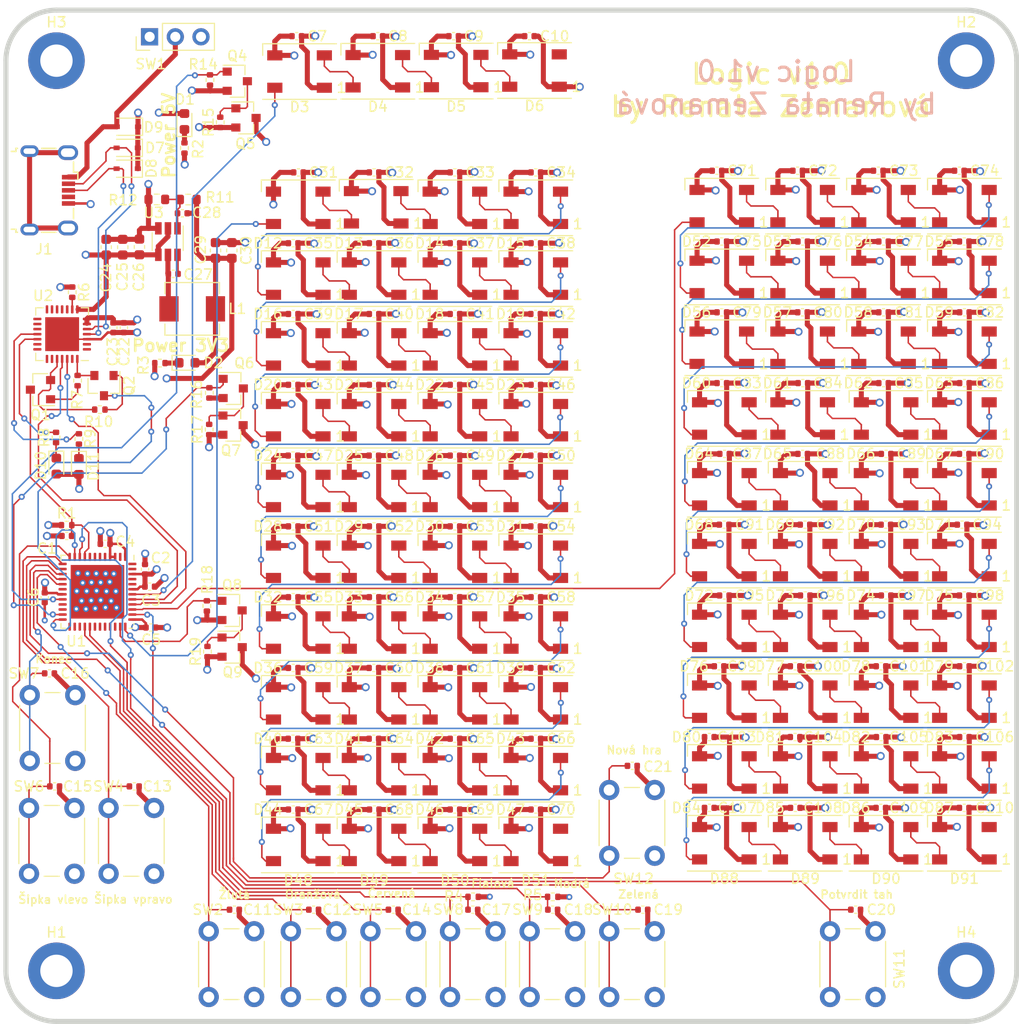
<source format=kicad_pcb>
(kicad_pcb (version 20171130) (host pcbnew "(5.1.8)-1")
  (layers (0 F.Cu signal) (1 In1.Cu power) (2 In2.Cu power) (31 B.Cu signal) (34 B.Paste user) (35 F.Paste user) (36 B.SilkS user) (37 F.SilkS user) (38 B.Mask user) (39 F.Mask user) (44 Edge.Cuts user))
  (net 0 "")
  (net 1 EN)
  (net 2 GND)
  (net 3 +3V3)
  (net 4 V_LED_1)
  (net 5 BARVA_1)
  (net 6 BARVA_2)
  (net 7 BTN_SIPKA_VPRAVO)
  (net 8 BARVA_3)
  (net 9 BTN_SIPKA_VLEVO)
  (net 10 BTN_END)
  (net 11 BARVA_4)
  (net 12 BARVA_5)
  (net 13 BARVA_6)
  (net 14 BTN_ENTER)
  (net 15 BTN_NEW_GAME)
  (net 16 "Net-(C27-Pad2)")
  (net 17 "Net-(C27-Pad1)")
  (net 18 "Net-(C28-Pad1)")
  (net 19 V_LED_2)
  (net 20 V_LED_3)
  (net 21 "Net-(D1-Pad1)")
  (net 22 "Net-(D2-Pad1)")
  (net 23 "Net-(D3-Pad2)")
  (net 24 DATA_zadani_LED)
  (net 25 "Net-(D4-Pad2)")
  (net 26 "Net-(D5-Pad2)")
  (net 27 "Net-(D6-Pad2)")
  (net 28 "Net-(D7-Pad2)")
  (net 29 "Net-(D8-Pad2)")
  (net 30 V_IN)
  (net 31 "Net-(D10-Pad1)")
  (net 32 "Net-(D11-Pad1)")
  (net 33 "Net-(D12-Pad2)")
  (net 34 DATA_herni_LED)
  (net 35 "Net-(D13-Pad2)")
  (net 36 "Net-(D14-Pad2)")
  (net 37 /herni_LED.sch/2.sch/DATA_IN)
  (net 38 "Net-(D16-Pad2)")
  (net 39 "Net-(D17-Pad2)")
  (net 40 "Net-(D18-Pad2)")
  (net 41 /herni_LED.sch/3.sch/DATA_IN)
  (net 42 "Net-(D20-Pad2)")
  (net 43 "Net-(D21-Pad2)")
  (net 44 "Net-(D22-Pad2)")
  (net 45 /herni_LED.sch/4.ch/DATA_IN)
  (net 46 "Net-(D24-Pad2)")
  (net 47 "Net-(D25-Pad2)")
  (net 48 "Net-(D26-Pad2)")
  (net 49 /herni_LED.sch/5.sch/DATA_IN)
  (net 50 "Net-(D28-Pad2)")
  (net 51 "Net-(D29-Pad2)")
  (net 52 "Net-(D30-Pad2)")
  (net 53 /herni_LED.sch/6.sch/DATA_IN)
  (net 54 "Net-(D32-Pad2)")
  (net 55 "Net-(D33-Pad2)")
  (net 56 "Net-(D34-Pad2)")
  (net 57 /herni_LED.sch/7.sch/DATA_IN)
  (net 58 "Net-(D36-Pad2)")
  (net 59 "Net-(D37-Pad2)")
  (net 60 "Net-(D38-Pad2)")
  (net 61 /herni_LED.sch/8.sch/DATA_IN)
  (net 62 "Net-(D40-Pad2)")
  (net 63 "Net-(D41-Pad2)")
  (net 64 "Net-(D42-Pad2)")
  (net 65 /herni_LED.sch/9.sch/DATA_IN)
  (net 66 "Net-(D44-Pad2)")
  (net 67 "Net-(D45-Pad2)")
  (net 68 "Net-(D46-Pad2)")
  (net 69 /herni_LED.sch/10.sch/DATA_IN)
  (net 70 "Net-(D48-Pad2)")
  (net 71 "Net-(D49-Pad2)")
  (net 72 "Net-(D50-Pad2)")
  (net 73 /herni_LED.sch/10.sch/DATA_OUT)
  (net 74 "Net-(D52-Pad2)")
  (net 75 DATA_hodnoceni_LED)
  (net 76 "Net-(D53-Pad2)")
  (net 77 "Net-(D54-Pad2)")
  (net 78 /hodnoceni_LED.sch/2.sch/DATA_IN)
  (net 79 "Net-(D56-Pad2)")
  (net 80 "Net-(D57-Pad2)")
  (net 81 "Net-(D58-Pad2)")
  (net 82 /hodnoceni_LED.sch/3.sch/DATA_IN)
  (net 83 "Net-(D60-Pad2)")
  (net 84 "Net-(D61-Pad2)")
  (net 85 "Net-(D62-Pad2)")
  (net 86 /hodnoceni_LED.sch/4.ch/DATA_IN)
  (net 87 "Net-(D64-Pad2)")
  (net 88 "Net-(D65-Pad2)")
  (net 89 "Net-(D66-Pad2)")
  (net 90 /hodnoceni_LED.sch/5.sch/DATA_IN)
  (net 91 "Net-(D68-Pad2)")
  (net 92 "Net-(D69-Pad2)")
  (net 93 "Net-(D70-Pad2)")
  (net 94 /hodnoceni_LED.sch/6.sch/DATA_IN)
  (net 95 "Net-(D72-Pad2)")
  (net 96 "Net-(D73-Pad2)")
  (net 97 "Net-(D74-Pad2)")
  (net 98 /hodnoceni_LED.sch/7.sch/DATA_IN)
  (net 99 "Net-(D76-Pad2)")
  (net 100 "Net-(D77-Pad2)")
  (net 101 "Net-(D78-Pad2)")
  (net 102 /hodnoceni_LED.sch/8.sch/DATA_IN)
  (net 103 "Net-(D80-Pad2)")
  (net 104 "Net-(D81-Pad2)")
  (net 105 "Net-(D82-Pad2)")
  (net 106 /hodnoceni_LED.sch/9.sch/DATA_IN)
  (net 107 "Net-(D84-Pad2)")
  (net 108 "Net-(D85-Pad2)")
  (net 109 "Net-(D86-Pad2)")
  (net 110 /hodnoceni_LED.sch/10.sch/DATA_IN)
  (net 111 "Net-(D88-Pad2)")
  (net 112 "Net-(D89-Pad2)")
  (net 113 "Net-(D90-Pad2)")
  (net 114 /hodnoceni_LED.sch/10.sch/DATA_OUT)
  (net 115 "Net-(J1-Pad4)")
  (net 116 "Net-(Q1-Pad2)")
  (net 117 "Net-(Q1-Pad1)")
  (net 118 IO0)
  (net 119 "Net-(Q2-Pad2)")
  (net 120 "Net-(Q2-Pad1)")
  (net 121 +5V)
  (net 122 ZAPINANI_1_CAST_LED)
  (net 123 ZAPINANI_2_CAST_LED)
  (net 124 ZAPINANI_3_CAST_LED)
  (net 125 "Net-(R6-Pad2)")
  (net 126 TX_ESP)
  (net 127 RX_ESP)
  (net 128 "Net-(SW1-Pad3)")
  (net 129 "Net-(U1-Pad48)")
  (net 130 "Net-(U1-Pad47)")
  (net 131 "Net-(U1-Pad45)")
  (net 132 "Net-(U1-Pad44)")
  (net 133 "Net-(U1-Pad34)")
  (net 134 "Net-(U1-Pad33)")
  (net 135 "Net-(U1-Pad32)")
  (net 136 "Net-(U1-Pad31)")
  (net 137 "Net-(U1-Pad30)")
  (net 138 "Net-(U1-Pad27)")
  (net 139 "Net-(U1-Pad26)")
  (net 140 "Net-(U1-Pad25)")
  (net 141 "Net-(U1-Pad22)")
  (net 142 "Net-(U1-Pad21)")
  (net 143 "Net-(U1-Pad18)")
  (net 144 "Net-(U1-Pad8)")
  (net 145 "Net-(U1-Pad7)")
  (net 146 "Net-(U1-Pad6)")
  (net 147 "Net-(U1-Pad5)")
  (net 148 "Net-(U1-Pad2)")
  (net 149 "Net-(U2-Pad27)")
  (net 150 "Net-(U2-Pad23)")
  (net 151 "Net-(U2-Pad22)")
  (net 152 "Net-(U2-Pad21)")
  (net 153 "Net-(U2-Pad20)")
  (net 154 "Net-(U2-Pad17)")
  (net 155 "Net-(U2-Pad16)")
  (net 156 "Net-(U2-Pad15)")
  (net 157 "Net-(U2-Pad14)")
  (net 158 "Net-(U2-Pad13)")
  (net 159 "Net-(U2-Pad12)")
  (net 160 "Net-(U2-Pad11)")
  (net 161 "Net-(U2-Pad10)")
  (net 162 "Net-(U2-Pad2)")
  (net 163 "Net-(U2-Pad1)")
  (net 164 "Net-(Q4-Pad3)")
  (net 165 "Net-(Q6-Pad3)")
  (net 166 "Net-(Q8-Pad3)")
  (net 167 "Net-(J1-Pad6)")
  (net 168 "Net-(R8-Pad2)")
  (net 169 "Net-(R9-Pad2)")
  (module Capacitor_SMD:C_0402_1005Metric (layer F.Cu) (at 106.67 66.4 90)
    (fp_text reference C22 (at -2.38 0.03 90) (layer F.SilkS))
    (fp_text value 10u)
    (pad 2 smd roundrect (at 0.48 0 90) (size 0.56 0.62) (layers F.Cu F.Paste F.Mask) (net 3 +3V3))
    (pad 1 smd roundrect (at -0.48 0 90) (size 0.56 0.62) (layers F.Cu F.Paste F.Mask) (net 2 GND))
  )
  (module Resistor_SMD:R_0402_1005Metric (layer F.Cu) (at 114.94 98.43 90)
    (fp_text reference R19 (at 0 -1.17 90) (layer F.SilkS))
    (fp_text value 100k)
    (pad 2 smd roundrect (at 0.51 0 90) (size 0.54 0.64) (layers F.Cu F.Paste F.Mask) (net 166 "Net-(Q8-Pad3)"))
    (pad 1 smd roundrect (at -0.51 0 90) (size 0.54 0.64) (layers F.Cu F.Paste F.Mask) (net 121 +5V))
  )
  (module Resistor_SMD:R_0402_1005Metric (layer F.Cu) (at 114.88 93.92 270)
    (fp_text reference R18 (at -2.61 -0.04 90) (layer F.SilkS))
    (fp_text value 100k)
    (pad 2 smd roundrect (at 0.51 0 270) (size 0.54 0.64) (layers F.Cu F.Paste F.Mask) (net 2 GND))
    (pad 1 smd roundrect (at -0.51 0 270) (size 0.54 0.64) (layers F.Cu F.Paste F.Mask) (net 124 ZAPINANI_3_CAST_LED))
  )
  (module Connector_USB:USB_Micro-B_Wuerth_629105150521 (layer F.Cu) (at 99.29 52.82 270)
    (fp_text reference J1 (at 5.826 0.516 180) (layer F.SilkS))
    (fp_text value USB_B_Micro)
    (pad "" np_thru_hole oval (at 2.5 -0.8 270) (size 0.8 0.8) (drill 0.8) (layers *.Cu *.Mask))
    (pad "" np_thru_hole oval (at -2.5 -0.8 270) (size 0.8 0.8) (drill 0.8) (layers *.Cu *.Mask))
    (pad 6 thru_hole oval (at 3.875 1.95 270) (size 1.15 1.8) (drill oval 0.55 1.2) (layers *.Cu *.Mask) (net 167 "Net-(J1-Pad6)"))
    (pad 6 thru_hole oval (at -3.875 1.95 270) (size 1.15 1.8) (drill oval 0.55 1.2) (layers *.Cu *.Mask) (net 167 "Net-(J1-Pad6)"))
    (pad 6 thru_hole oval (at 3.725 -1.85 270) (size 1.45 2) (drill oval 0.85 1.4) (layers *.Cu *.Mask) (net 167 "Net-(J1-Pad6)"))
    (pad 6 thru_hole oval (at -3.725 -1.85 270) (size 1.45 2) (drill oval 0.85 1.4) (layers *.Cu *.Mask) (net 167 "Net-(J1-Pad6)"))
    (pad 5 smd rect (at 1.3 -1.9 270) (size 0.45 1.3) (layers F.Cu F.Paste F.Mask) (net 2 GND))
    (pad 4 smd rect (at 0.65 -1.9 270) (size 0.45 1.3) (layers F.Cu F.Paste F.Mask) (net 115 "Net-(J1-Pad4)"))
    (pad 3 smd rect (at 0 -1.9 270) (size 0.45 1.3) (layers F.Cu F.Paste F.Mask) (net 29 "Net-(D8-Pad2)"))
    (pad 2 smd rect (at -0.65 -1.9 270) (size 0.45 1.3) (layers F.Cu F.Paste F.Mask) (net 28 "Net-(D7-Pad2)"))
    (pad 1 smd rect (at -1.3 -1.9 270) (size 0.45 1.3) (layers F.Cu F.Paste F.Mask) (net 30 V_IN))
  )
  (module Resistor_SMD:R_0402_1005Metric (layer F.Cu) (at 99.96 77.26 90)
    (fp_text reference R8 (at 0 -1.17 90) (layer F.SilkS))
    (fp_text value 10k)
    (pad 2 smd roundrect (at 0.51 0 90) (size 0.54 0.64) (layers F.Cu F.Paste F.Mask) (net 168 "Net-(R8-Pad2)"))
    (pad 1 smd roundrect (at -0.51 0 90) (size 0.54 0.64) (layers F.Cu F.Paste F.Mask) (net 31 "Net-(D10-Pad1)"))
  )
  (module Package_TO_SOT_SMD:SOT-23 (layer F.Cu) (at 117.38 97.99)
    (fp_text reference Q9 (at 0.05 2.48) (layer F.SilkS))
    (fp_text value Q_PMOS_GSD)
    (pad 3 smd rect (at 1 0) (size 0.9 0.8) (layers F.Cu F.Paste F.Mask) (net 20 V_LED_3))
    (pad 2 smd rect (at -1 0.95) (size 0.9 0.8) (layers F.Cu F.Paste F.Mask) (net 121 +5V))
    (pad 1 smd rect (at -1 -0.95) (size 0.9 0.8) (layers F.Cu F.Paste F.Mask) (net 166 "Net-(Q8-Pad3)"))
  )
  (module Package_TO_SOT_SMD:SOT-23 (layer F.Cu) (at 117.37 94.36)
    (fp_text reference Q8 (at 0 -2.5) (layer F.SilkS))
    (fp_text value Q_NMOS_GSD)
    (pad 3 smd rect (at 1 0) (size 0.9 0.8) (layers F.Cu F.Paste F.Mask) (net 166 "Net-(Q8-Pad3)"))
    (pad 2 smd rect (at -1 0.95) (size 0.9 0.8) (layers F.Cu F.Paste F.Mask) (net 2 GND))
    (pad 1 smd rect (at -1 -0.95) (size 0.9 0.8) (layers F.Cu F.Paste F.Mask) (net 124 ZAPINANI_3_CAST_LED))
  )
  (module Package_TO_SOT_SMD:SOT-23 (layer F.Cu) (at 117.47 76.04)
    (fp_text reference Q7 (at -0.22 2.5) (layer F.SilkS))
    (fp_text value Q_PMOS_GSD)
    (pad 3 smd rect (at 1 0) (size 0.9 0.8) (layers F.Cu F.Paste F.Mask) (net 19 V_LED_2))
    (pad 2 smd rect (at -1 0.95) (size 0.9 0.8) (layers F.Cu F.Paste F.Mask) (net 121 +5V))
    (pad 1 smd rect (at -1 -0.95) (size 0.9 0.8) (layers F.Cu F.Paste F.Mask) (net 165 "Net-(Q6-Pad3)"))
  )
  (module Package_TO_SOT_SMD:SOT-23 (layer F.Cu) (at 117.49 72.41)
    (fp_text reference Q6 (at 1.1 -2.51) (layer F.SilkS))
    (fp_text value Q_NMOS_GSD)
    (pad 3 smd rect (at 1 0) (size 0.9 0.8) (layers F.Cu F.Paste F.Mask) (net 165 "Net-(Q6-Pad3)"))
    (pad 2 smd rect (at -1 0.95) (size 0.9 0.8) (layers F.Cu F.Paste F.Mask) (net 2 GND))
    (pad 1 smd rect (at -1 -0.95) (size 0.9 0.8) (layers F.Cu F.Paste F.Mask) (net 123 ZAPINANI_2_CAST_LED))
  )
  (module Package_TO_SOT_SMD:SOT-23 (layer F.Cu) (at 118.75 45.66)
    (fp_text reference Q5 (at -0.06 2.55) (layer F.SilkS))
    (fp_text value Q_PMOS_GSD)
    (pad 3 smd rect (at 1 0) (size 0.9 0.8) (layers F.Cu F.Paste F.Mask) (net 4 V_LED_1))
    (pad 2 smd rect (at -1 0.95) (size 0.9 0.8) (layers F.Cu F.Paste F.Mask) (net 121 +5V))
    (pad 1 smd rect (at -1 -0.95) (size 0.9 0.8) (layers F.Cu F.Paste F.Mask) (net 164 "Net-(Q4-Pad3)"))
  )
  (module Package_TO_SOT_SMD:SOT-23 (layer F.Cu) (at 117.89 42.03)
    (fp_text reference Q4 (at 0 -2.5) (layer F.SilkS))
    (fp_text value Q_NMOS_GSD)
    (pad 3 smd rect (at 1 0) (size 0.9 0.8) (layers F.Cu F.Paste F.Mask) (net 164 "Net-(Q4-Pad3)"))
    (pad 2 smd rect (at -1 0.95) (size 0.9 0.8) (layers F.Cu F.Paste F.Mask) (net 2 GND))
    (pad 1 smd rect (at -1 -0.95) (size 0.9 0.8) (layers F.Cu F.Paste F.Mask) (net 122 ZAPINANI_1_CAST_LED))
  )
  (module Button_Switch_THT:SW_PUSH_6mm (layer F.Cu) (at 97.358 109.234 90)
    (fp_text reference SW7 (at 8.65 -0.584 180) (layer F.SilkS))
    (fp_text value button)
    (pad 1 thru_hole circle (at 6.5 0 180) (size 2 2) (drill 1.1) (layers *.Cu *.Mask) (net 10 BTN_END))
    (pad 2 thru_hole circle (at 6.5 4.5 180) (size 2 2) (drill 1.1) (layers *.Cu *.Mask) (net 2 GND))
    (pad 1 thru_hole circle (at 0 0 180) (size 2 2) (drill 1.1) (layers *.Cu *.Mask) (net 10 BTN_END))
    (pad 2 thru_hole circle (at 0 4.5 180) (size 2 2) (drill 1.1) (layers *.Cu *.Mask) (net 2 GND))
  )
  (module Button_Switch_THT:SW_PUSH_6mm (layer F.Cu) (at 154.686 118.618 90)
    (fp_text reference SW12 (at -2.272 2.404 180) (layer F.SilkS))
    (fp_text value button)
    (pad 1 thru_hole circle (at 6.5 0 180) (size 2 2) (drill 1.1) (layers *.Cu *.Mask) (net 15 BTN_NEW_GAME))
    (pad 2 thru_hole circle (at 6.5 4.5 180) (size 2 2) (drill 1.1) (layers *.Cu *.Mask) (net 2 GND))
    (pad 1 thru_hole circle (at 0 0 180) (size 2 2) (drill 1.1) (layers *.Cu *.Mask) (net 15 BTN_NEW_GAME))
    (pad 2 thru_hole circle (at 0 4.5 180) (size 2 2) (drill 1.1) (layers *.Cu *.Mask) (net 2 GND))
  )
  (module Button_Switch_THT:SW_PUSH_6mm (layer F.Cu) (at 176.53 132.588 90)
    (fp_text reference SW11 (at 2.794 6.858 270) (layer F.SilkS))
    (fp_text value button)
    (pad 1 thru_hole circle (at 6.5 0 180) (size 2 2) (drill 1.1) (layers *.Cu *.Mask) (net 14 BTN_ENTER))
    (pad 2 thru_hole circle (at 6.5 4.5 180) (size 2 2) (drill 1.1) (layers *.Cu *.Mask) (net 2 GND))
    (pad 1 thru_hole circle (at 0 0 180) (size 2 2) (drill 1.1) (layers *.Cu *.Mask) (net 14 BTN_ENTER))
    (pad 2 thru_hole circle (at 0 4.5 180) (size 2 2) (drill 1.1) (layers *.Cu *.Mask) (net 2 GND))
  )
  (module Button_Switch_THT:SW_PUSH_6mm (layer F.Cu) (at 154.686 132.588 90)
    (fp_text reference SW10 (at 8.652 0.3 180) (layer F.SilkS))
    (fp_text value button)
    (pad 1 thru_hole circle (at 6.5 0 180) (size 2 2) (drill 1.1) (layers *.Cu *.Mask) (net 13 BARVA_6))
    (pad 2 thru_hole circle (at 6.5 4.5 180) (size 2 2) (drill 1.1) (layers *.Cu *.Mask) (net 2 GND))
    (pad 1 thru_hole circle (at 0 0 180) (size 2 2) (drill 1.1) (layers *.Cu *.Mask) (net 13 BARVA_6))
    (pad 2 thru_hole circle (at 0 4.5 180) (size 2 2) (drill 1.1) (layers *.Cu *.Mask) (net 2 GND))
  )
  (module Button_Switch_THT:SW_PUSH_6mm (layer F.Cu) (at 146.812 132.588 90)
    (fp_text reference SW9 (at 8.64 -0.194 180) (layer F.SilkS))
    (fp_text value button)
    (pad 1 thru_hole circle (at 6.5 0 180) (size 2 2) (drill 1.1) (layers *.Cu *.Mask) (net 12 BARVA_5))
    (pad 2 thru_hole circle (at 6.5 4.5 180) (size 2 2) (drill 1.1) (layers *.Cu *.Mask) (net 2 GND))
    (pad 1 thru_hole circle (at 0 0 180) (size 2 2) (drill 1.1) (layers *.Cu *.Mask) (net 12 BARVA_5))
    (pad 2 thru_hole circle (at 0 4.5 180) (size 2 2) (drill 1.1) (layers *.Cu *.Mask) (net 2 GND))
  )
  (module Button_Switch_THT:SW_PUSH_6mm (layer F.Cu) (at 138.938 132.588 90)
    (fp_text reference SW8 (at 8.644 -0.152 180) (layer F.SilkS))
    (fp_text value button)
    (pad 1 thru_hole circle (at 6.5 0 180) (size 2 2) (drill 1.1) (layers *.Cu *.Mask) (net 11 BARVA_4))
    (pad 2 thru_hole circle (at 6.5 4.5 180) (size 2 2) (drill 1.1) (layers *.Cu *.Mask) (net 2 GND))
    (pad 1 thru_hole circle (at 0 0 180) (size 2 2) (drill 1.1) (layers *.Cu *.Mask) (net 11 BARVA_4))
    (pad 2 thru_hole circle (at 0 4.5 180) (size 2 2) (drill 1.1) (layers *.Cu *.Mask) (net 2 GND))
  )
  (module Button_Switch_THT:SW_PUSH_6mm (layer F.Cu) (at 97.282 120.396 90)
    (fp_text reference SW6 (at 8.636 0 180) (layer F.SilkS))
    (fp_text value button)
    (pad 1 thru_hole circle (at 6.5 0 180) (size 2 2) (drill 1.1) (layers *.Cu *.Mask) (net 9 BTN_SIPKA_VLEVO))
    (pad 2 thru_hole circle (at 6.5 4.5 180) (size 2 2) (drill 1.1) (layers *.Cu *.Mask) (net 2 GND))
    (pad 1 thru_hole circle (at 0 0 180) (size 2 2) (drill 1.1) (layers *.Cu *.Mask) (net 9 BTN_SIPKA_VLEVO))
    (pad 2 thru_hole circle (at 0 4.5 180) (size 2 2) (drill 1.1) (layers *.Cu *.Mask) (net 2 GND))
  )
  (module Button_Switch_THT:SW_PUSH_6mm (layer F.Cu) (at 131.064 132.588 90)
    (fp_text reference SW5 (at 8.636 -0.254 180) (layer F.SilkS))
    (fp_text value button)
    (pad 1 thru_hole circle (at 6.5 0 180) (size 2 2) (drill 1.1) (layers *.Cu *.Mask) (net 8 BARVA_3))
    (pad 2 thru_hole circle (at 6.5 4.5 180) (size 2 2) (drill 1.1) (layers *.Cu *.Mask) (net 2 GND))
    (pad 1 thru_hole circle (at 0 0 180) (size 2 2) (drill 1.1) (layers *.Cu *.Mask) (net 8 BARVA_3))
    (pad 2 thru_hole circle (at 0 4.5 180) (size 2 2) (drill 1.1) (layers *.Cu *.Mask) (net 2 GND))
  )
  (module Button_Switch_THT:SW_PUSH_6mm (layer F.Cu) (at 105.156 120.396 90)
    (fp_text reference SW4 (at 8.636 0 180) (layer F.SilkS))
    (fp_text value button)
    (pad 1 thru_hole circle (at 6.5 0 180) (size 2 2) (drill 1.1) (layers *.Cu *.Mask) (net 7 BTN_SIPKA_VPRAVO))
    (pad 2 thru_hole circle (at 6.5 4.5 180) (size 2 2) (drill 1.1) (layers *.Cu *.Mask) (net 2 GND))
    (pad 1 thru_hole circle (at 0 0 180) (size 2 2) (drill 1.1) (layers *.Cu *.Mask) (net 7 BTN_SIPKA_VPRAVO))
    (pad 2 thru_hole circle (at 0 4.5 180) (size 2 2) (drill 1.1) (layers *.Cu *.Mask) (net 2 GND))
  )
  (module Button_Switch_THT:SW_PUSH_6mm (layer F.Cu) (at 123.19 132.588 90)
    (fp_text reference SW3 (at 8.636 -0.254 180) (layer F.SilkS))
    (fp_text value button)
    (pad 1 thru_hole circle (at 6.5 0 180) (size 2 2) (drill 1.1) (layers *.Cu *.Mask) (net 6 BARVA_2))
    (pad 2 thru_hole circle (at 6.5 4.5 180) (size 2 2) (drill 1.1) (layers *.Cu *.Mask) (net 2 GND))
    (pad 1 thru_hole circle (at 0 0 180) (size 2 2) (drill 1.1) (layers *.Cu *.Mask) (net 6 BARVA_2))
    (pad 2 thru_hole circle (at 0 4.5 180) (size 2 2) (drill 1.1) (layers *.Cu *.Mask) (net 2 GND))
  )
  (module Button_Switch_THT:SW_PUSH_6mm (layer F.Cu) (at 115.062 132.588 90)
    (fp_text reference SW2 (at 8.636 -0.078 180) (layer F.SilkS))
    (fp_text value button)
    (pad 1 thru_hole circle (at 6.5 0 180) (size 2 2) (drill 1.1) (layers *.Cu *.Mask) (net 5 BARVA_1))
    (pad 2 thru_hole circle (at 6.5 4.5 180) (size 2 2) (drill 1.1) (layers *.Cu *.Mask) (net 2 GND))
    (pad 1 thru_hole circle (at 0 0 180) (size 2 2) (drill 1.1) (layers *.Cu *.Mask) (net 5 BARVA_1))
    (pad 2 thru_hole circle (at 0 4.5 180) (size 2 2) (drill 1.1) (layers *.Cu *.Mask) (net 2 GND))
  )
  (module Package_TO_SOT_SMD:TSOT-23-6 (layer F.Cu) (at 111.03 57.89 270)
    (fp_text reference U3 (at -2.85 1.41 180) (layer F.SilkS))
    (fp_text value SY8105)
    (pad 6 smd rect (at 1.31 -0.95 270) (size 1.22 0.65) (layers F.Cu F.Paste F.Mask) (net 16 "Net-(C27-Pad2)"))
    (pad 5 smd rect (at 1.31 0 270) (size 1.22 0.65) (layers F.Cu F.Paste F.Mask) (net 17 "Net-(C27-Pad1)"))
    (pad 4 smd rect (at 1.31 0.95 270) (size 1.22 0.65) (layers F.Cu F.Paste F.Mask) (net 121 +5V))
    (pad 3 smd rect (at -1.31 0.95 270) (size 1.22 0.65) (layers F.Cu F.Paste F.Mask) (net 2 GND))
    (pad 2 smd rect (at -1.31 0 270) (size 1.22 0.65) (layers F.Cu F.Paste F.Mask) (net 121 +5V))
    (pad 1 smd rect (at -1.31 -0.95 270) (size 1.22 0.65) (layers F.Cu F.Paste F.Mask) (net 18 "Net-(C28-Pad1)"))
  )
  (module Package_DFN_QFN:QFN-28-1EP_5x5mm_P0.5mm_EP3.35x3.35mm (layer F.Cu) (at 100.562 67.042 180)
    (fp_text reference U2 (at 1.88 3.8) (layer F.SilkS))
    (fp_text value CP2102N-A01-GQFN28)
    (pad 29 smd rect (at 0 0 180) (size 3.35 3.35) (layers F.Cu F.Mask) (net 2 GND))
    (pad 28 smd roundrect (at -1.5 -2.45 180) (size 0.25 0.8) (layers F.Cu F.Paste F.Mask) (net 119 "Net-(Q2-Pad2)"))
    (pad 27 smd roundrect (at -1 -2.45 180) (size 0.25 0.8) (layers F.Cu F.Paste F.Mask) (net 149 "Net-(U2-Pad27)"))
    (pad 26 smd roundrect (at -0.5 -2.45 180) (size 0.25 0.8) (layers F.Cu F.Paste F.Mask) (net 127 RX_ESP))
    (pad 25 smd roundrect (at 0 -2.45 180) (size 0.25 0.8) (layers F.Cu F.Paste F.Mask) (net 126 TX_ESP))
    (pad 24 smd roundrect (at 0.5 -2.45 180) (size 0.25 0.8) (layers F.Cu F.Paste F.Mask) (net 116 "Net-(Q1-Pad2)"))
    (pad 23 smd roundrect (at 1 -2.45 180) (size 0.25 0.8) (layers F.Cu F.Paste F.Mask) (net 150 "Net-(U2-Pad23)"))
    (pad 22 smd roundrect (at 1.5 -2.45 180) (size 0.25 0.8) (layers F.Cu F.Paste F.Mask) (net 151 "Net-(U2-Pad22)"))
    (pad 21 smd roundrect (at 2.45 -1.5 180) (size 0.8 0.25) (layers F.Cu F.Paste F.Mask) (net 152 "Net-(U2-Pad21)"))
    (pad 20 smd roundrect (at 2.45 -1 180) (size 0.8 0.25) (layers F.Cu F.Paste F.Mask) (net 153 "Net-(U2-Pad20)"))
    (pad 19 smd roundrect (at 2.45 -0.5 180) (size 0.8 0.25) (layers F.Cu F.Paste F.Mask) (net 168 "Net-(R8-Pad2)"))
    (pad 18 smd roundrect (at 2.45 0 180) (size 0.8 0.25) (layers F.Cu F.Paste F.Mask) (net 169 "Net-(R9-Pad2)"))
    (pad 17 smd roundrect (at 2.45 0.5 180) (size 0.8 0.25) (layers F.Cu F.Paste F.Mask) (net 154 "Net-(U2-Pad17)"))
    (pad 16 smd roundrect (at 2.45 1 180) (size 0.8 0.25) (layers F.Cu F.Paste F.Mask) (net 155 "Net-(U2-Pad16)"))
    (pad 15 smd roundrect (at 2.45 1.5 180) (size 0.8 0.25) (layers F.Cu F.Paste F.Mask) (net 156 "Net-(U2-Pad15)"))
    (pad 14 smd roundrect (at 1.5 2.45 180) (size 0.25 0.8) (layers F.Cu F.Paste F.Mask) (net 157 "Net-(U2-Pad14)"))
    (pad 13 smd roundrect (at 1 2.45 180) (size 0.25 0.8) (layers F.Cu F.Paste F.Mask) (net 158 "Net-(U2-Pad13)"))
    (pad 12 smd roundrect (at 0.5 2.45 180) (size 0.25 0.8) (layers F.Cu F.Paste F.Mask) (net 159 "Net-(U2-Pad12)"))
    (pad 11 smd roundrect (at 0 2.45 180) (size 0.25 0.8) (layers F.Cu F.Paste F.Mask) (net 160 "Net-(U2-Pad11)"))
    (pad 10 smd roundrect (at -0.5 2.45 180) (size 0.25 0.8) (layers F.Cu F.Paste F.Mask) (net 161 "Net-(U2-Pad10)"))
    (pad 9 smd roundrect (at -1 2.45 180) (size 0.25 0.8) (layers F.Cu F.Paste F.Mask) (net 125 "Net-(R6-Pad2)"))
    (pad 8 smd roundrect (at -1.5 2.45 180) (size 0.25 0.8) (layers F.Cu F.Paste F.Mask) (net 121 +5V))
    (pad 7 smd roundrect (at -2.45 1.5 180) (size 0.8 0.25) (layers F.Cu F.Paste F.Mask) (net 3 +3V3))
    (pad 6 smd roundrect (at -2.45 1 180) (size 0.8 0.25) (layers F.Cu F.Paste F.Mask) (net 3 +3V3))
    (pad 5 smd roundrect (at -2.45 0.5 180) (size 0.8 0.25) (layers F.Cu F.Paste F.Mask) (net 28 "Net-(D7-Pad2)"))
    (pad 4 smd roundrect (at -2.45 0 180) (size 0.8 0.25) (layers F.Cu F.Paste F.Mask) (net 29 "Net-(D8-Pad2)"))
    (pad 3 smd roundrect (at -2.45 -0.5 180) (size 0.8 0.25) (layers F.Cu F.Paste F.Mask) (net 2 GND))
    (pad 2 smd roundrect (at -2.45 -1 180) (size 0.8 0.25) (layers F.Cu F.Paste F.Mask) (net 162 "Net-(U2-Pad2)"))
    (pad 1 smd roundrect (at -2.45 -1.5 180) (size 0.8 0.25) (layers F.Cu F.Paste F.Mask) (net 163 "Net-(U2-Pad1)"))
  )
  (module Package_DFN_QFN:QFN-48-1EP_7x7mm_P0.5mm_EP5.3x5.3mm (layer F.Cu) (at 104.058 92.516 270)
    (fp_text reference U1 (at 4.894 2.098 180) (layer F.SilkS))
    (fp_text value ESP32-PICO-D4)
    (pad 49 smd rect (at 0 0 270) (size 5.3 5.3) (layers F.Cu F.Mask) (net 2 GND))
    (pad 48 smd roundrect (at -2.75 -3.45 270) (size 0.25 0.8) (layers F.Cu F.Paste F.Mask) (net 129 "Net-(U1-Pad48)"))
    (pad 47 smd roundrect (at -2.25 -3.45 270) (size 0.25 0.8) (layers F.Cu F.Paste F.Mask) (net 130 "Net-(U1-Pad47)"))
    (pad 46 smd roundrect (at -1.75 -3.45 270) (size 0.25 0.8) (layers F.Cu F.Paste F.Mask) (net 3 +3V3))
    (pad 45 smd roundrect (at -1.25 -3.45 270) (size 0.25 0.8) (layers F.Cu F.Paste F.Mask) (net 131 "Net-(U1-Pad45)"))
    (pad 44 smd roundrect (at -0.75 -3.45 270) (size 0.25 0.8) (layers F.Cu F.Paste F.Mask) (net 132 "Net-(U1-Pad44)"))
    (pad 43 smd roundrect (at -0.25 -3.45 270) (size 0.25 0.8) (layers F.Cu F.Paste F.Mask) (net 3 +3V3))
    (pad 42 smd roundrect (at 0.25 -3.45 270) (size 0.25 0.8) (layers F.Cu F.Paste F.Mask) (net 24 DATA_zadani_LED))
    (pad 41 smd roundrect (at 0.75 -3.45 270) (size 0.25 0.8) (layers F.Cu F.Paste F.Mask) (net 126 TX_ESP))
    (pad 40 smd roundrect (at 1.25 -3.45 270) (size 0.25 0.8) (layers F.Cu F.Paste F.Mask) (net 127 RX_ESP))
    (pad 39 smd roundrect (at 1.75 -3.45 270) (size 0.25 0.8) (layers F.Cu F.Paste F.Mask) (net 75 DATA_hodnoceni_LED))
    (pad 38 smd roundrect (at 2.25 -3.45 270) (size 0.25 0.8) (layers F.Cu F.Paste F.Mask) (net 13 BARVA_6))
    (pad 37 smd roundrect (at 2.75 -3.45 270) (size 0.25 0.8) (layers F.Cu F.Paste F.Mask) (net 3 +3V3))
    (pad 36 smd roundrect (at 3.45 -2.75 270) (size 0.8 0.25) (layers F.Cu F.Paste F.Mask) (net 34 DATA_herni_LED))
    (pad 35 smd roundrect (at 3.45 -2.25 270) (size 0.8 0.25) (layers F.Cu F.Paste F.Mask) (net 124 ZAPINANI_3_CAST_LED))
    (pad 34 smd roundrect (at 3.45 -1.75 270) (size 0.8 0.25) (layers F.Cu F.Paste F.Mask) (net 133 "Net-(U1-Pad34)"))
    (pad 33 smd roundrect (at 3.45 -1.25 270) (size 0.8 0.25) (layers F.Cu F.Paste F.Mask) (net 134 "Net-(U1-Pad33)"))
    (pad 32 smd roundrect (at 3.45 -0.75 270) (size 0.8 0.25) (layers F.Cu F.Paste F.Mask) (net 135 "Net-(U1-Pad32)"))
    (pad 31 smd roundrect (at 3.45 -0.25 270) (size 0.8 0.25) (layers F.Cu F.Paste F.Mask) (net 136 "Net-(U1-Pad31)"))
    (pad 30 smd roundrect (at 3.45 0.25 270) (size 0.8 0.25) (layers F.Cu F.Paste F.Mask) (net 137 "Net-(U1-Pad30)"))
    (pad 29 smd roundrect (at 3.45 0.75 270) (size 0.8 0.25) (layers F.Cu F.Paste F.Mask) (net 8 BARVA_3))
    (pad 28 smd roundrect (at 3.45 1.25 270) (size 0.8 0.25) (layers F.Cu F.Paste F.Mask) (net 6 BARVA_2))
    (pad 27 smd roundrect (at 3.45 1.75 270) (size 0.8 0.25) (layers F.Cu F.Paste F.Mask) (net 138 "Net-(U1-Pad27)"))
    (pad 26 smd roundrect (at 3.45 2.25 270) (size 0.8 0.25) (layers F.Cu F.Paste F.Mask) (net 139 "Net-(U1-Pad26)"))
    (pad 25 smd roundrect (at 3.45 2.75 270) (size 0.8 0.25) (layers F.Cu F.Paste F.Mask) (net 140 "Net-(U1-Pad25)"))
    (pad 24 smd roundrect (at 2.75 3.45 270) (size 0.25 0.8) (layers F.Cu F.Paste F.Mask) (net 123 ZAPINANI_2_CAST_LED))
    (pad 23 smd roundrect (at 2.25 3.45 270) (size 0.25 0.8) (layers F.Cu F.Paste F.Mask) (net 118 IO0))
    (pad 22 smd roundrect (at 1.75 3.45 270) (size 0.25 0.8) (layers F.Cu F.Paste F.Mask) (net 141 "Net-(U1-Pad22)"))
    (pad 21 smd roundrect (at 1.25 3.45 270) (size 0.25 0.8) (layers F.Cu F.Paste F.Mask) (net 142 "Net-(U1-Pad21)"))
    (pad 20 smd roundrect (at 0.75 3.45 270) (size 0.25 0.8) (layers F.Cu F.Paste F.Mask) (net 122 ZAPINANI_1_CAST_LED))
    (pad 19 smd roundrect (at 0.25 3.45 270) (size 0.25 0.8) (layers F.Cu F.Paste F.Mask) (net 3 +3V3))
    (pad 18 smd roundrect (at -0.25 3.45 270) (size 0.25 0.8) (layers F.Cu F.Paste F.Mask) (net 143 "Net-(U1-Pad18)"))
    (pad 17 smd roundrect (at -0.75 3.45 270) (size 0.25 0.8) (layers F.Cu F.Paste F.Mask) (net 5 BARVA_1))
    (pad 16 smd roundrect (at -1.25 3.45 270) (size 0.25 0.8) (layers F.Cu F.Paste F.Mask) (net 10 BTN_END))
    (pad 15 smd roundrect (at -1.75 3.45 270) (size 0.25 0.8) (layers F.Cu F.Paste F.Mask) (net 15 BTN_NEW_GAME))
    (pad 14 smd roundrect (at -2.25 3.45 270) (size 0.25 0.8) (layers F.Cu F.Paste F.Mask) (net 14 BTN_ENTER))
    (pad 13 smd roundrect (at -2.75 3.45 270) (size 0.25 0.8) (layers F.Cu F.Paste F.Mask) (net 7 BTN_SIPKA_VPRAVO))
    (pad 12 smd roundrect (at -3.45 2.75 270) (size 0.8 0.25) (layers F.Cu F.Paste F.Mask) (net 9 BTN_SIPKA_VLEVO))
    (pad 11 smd roundrect (at -3.45 2.25 270) (size 0.8 0.25) (layers F.Cu F.Paste F.Mask) (net 11 BARVA_4))
    (pad 10 smd roundrect (at -3.45 1.75 270) (size 0.8 0.25) (layers F.Cu F.Paste F.Mask) (net 12 BARVA_5))
    (pad 9 smd roundrect (at -3.45 1.25 270) (size 0.8 0.25) (layers F.Cu F.Paste F.Mask) (net 1 EN))
    (pad 8 smd roundrect (at -3.45 0.75 270) (size 0.8 0.25) (layers F.Cu F.Paste F.Mask) (net 144 "Net-(U1-Pad8)"))
    (pad 7 smd roundrect (at -3.45 0.25 270) (size 0.8 0.25) (layers F.Cu F.Paste F.Mask) (net 145 "Net-(U1-Pad7)"))
    (pad 6 smd roundrect (at -3.45 -0.25 270) (size 0.8 0.25) (layers F.Cu F.Paste F.Mask) (net 146 "Net-(U1-Pad6)"))
    (pad 5 smd roundrect (at -3.45 -0.75 270) (size 0.8 0.25) (layers F.Cu F.Paste F.Mask) (net 147 "Net-(U1-Pad5)"))
    (pad 4 smd roundrect (at -3.45 -1.25 270) (size 0.8 0.25) (layers F.Cu F.Paste F.Mask) (net 3 +3V3))
    (pad 3 smd roundrect (at -3.45 -1.75 270) (size 0.8 0.25) (layers F.Cu F.Paste F.Mask) (net 3 +3V3))
    (pad 2 smd roundrect (at -3.45 -2.25 270) (size 0.8 0.25) (layers F.Cu F.Paste F.Mask) (net 148 "Net-(U1-Pad2)"))
    (pad 1 smd roundrect (at -3.45 -2.75 270) (size 0.8 0.25) (layers F.Cu F.Paste F.Mask) (net 3 +3V3))
  )
  (module Connector_PinHeader_2.54mm:PinHeader_1x03_P2.54mm_Vertical (layer F.Cu) (at 109.22 37.64 90)
    (fp_text reference SW1 (at -2.69 0.11 180) (layer F.SilkS))
    (fp_text value SW_SPDT)
    (pad 3 thru_hole oval (at 0 5.08 90) (size 1.7 1.7) (drill 1) (layers *.Cu *.Mask) (net 128 "Net-(SW1-Pad3)"))
    (pad 2 thru_hole oval (at 0 2.54 90) (size 1.7 1.7) (drill 1) (layers *.Cu *.Mask) (net 30 V_IN))
    (pad 1 thru_hole rect (at 0 0 90) (size 1.7 1.7) (drill 1) (layers *.Cu *.Mask) (net 121 +5V))
  )
  (module Resistor_SMD:R_0402_1005Metric (layer F.Cu) (at 115.11 76.47 90)
    (fp_text reference R17 (at 0 -1.17 90) (layer F.SilkS))
    (fp_text value 100k)
    (pad 2 smd roundrect (at 0.51 0 90) (size 0.54 0.64) (layers F.Cu F.Paste F.Mask) (net 165 "Net-(Q6-Pad3)"))
    (pad 1 smd roundrect (at -0.51 0 90) (size 0.54 0.64) (layers F.Cu F.Paste F.Mask) (net 121 +5V))
  )
  (module Resistor_SMD:R_0402_1005Metric (layer F.Cu) (at 115.13 72.85 270)
    (fp_text reference R16 (at 0.152 1.248 90) (layer F.SilkS))
    (fp_text value 100k)
    (pad 2 smd roundrect (at 0.51 0 270) (size 0.54 0.64) (layers F.Cu F.Paste F.Mask) (net 2 GND))
    (pad 1 smd roundrect (at -0.51 0 270) (size 0.54 0.64) (layers F.Cu F.Paste F.Mask) (net 123 ZAPINANI_2_CAST_LED))
  )
  (module Resistor_SMD:R_0402_1005Metric (layer F.Cu) (at 116.206 46.096 90)
    (fp_text reference R15 (at 0 -1.17 90) (layer F.SilkS))
    (fp_text value 100k)
    (pad 1 smd roundrect (at -0.51 0 90) (size 0.54 0.64) (layers F.Cu F.Paste F.Mask) (net 121 +5V))
    (pad 2 smd roundrect (at 0.51 0 90) (size 0.54 0.64) (layers F.Cu F.Paste F.Mask) (net 164 "Net-(Q4-Pad3)"))
  )
  (module Resistor_SMD:R_0402_1005Metric (layer F.Cu) (at 115.19 41.91 270)
    (fp_text reference R14 (at -1.55 0.68 180) (layer F.SilkS))
    (fp_text value 100k)
    (pad 1 smd roundrect (at -0.51 0 270) (size 0.54 0.64) (layers F.Cu F.Paste F.Mask) (net 122 ZAPINANI_1_CAST_LED))
    (pad 2 smd roundrect (at 0.51 0 270) (size 0.54 0.64) (layers F.Cu F.Paste F.Mask) (net 2 GND))
  )
  (module Resistor_SMD:R_0603_1608Metric (layer F.Cu) (at 109.93 53.72 180)
    (fp_text reference R12 (at 3.35 -0.07) (layer F.SilkS))
    (fp_text value 36k)
    (pad 2 smd roundrect (at 0.825 0 180) (size 0.8 0.95) (layers F.Cu F.Paste F.Mask) (net 2 GND))
    (pad 1 smd roundrect (at -0.825 0 180) (size 0.8 0.95) (layers F.Cu F.Paste F.Mask) (net 18 "Net-(C28-Pad1)"))
  )
  (module Resistor_SMD:R_0603_1608Metric (layer F.Cu) (at 113.04 53.73 180)
    (fp_text reference R11 (at -3.14 0.22) (layer F.SilkS))
    (fp_text value 160k)
    (pad 2 smd roundrect (at 0.825 0 180) (size 0.8 0.95) (layers F.Cu F.Paste F.Mask) (net 18 "Net-(C28-Pad1)"))
    (pad 1 smd roundrect (at -0.825 0 180) (size 0.8 0.95) (layers F.Cu F.Paste F.Mask) (net 3 +3V3))
  )
  (module Resistor_SMD:R_0402_1005Metric (layer F.Cu) (at 104.292 74.502 180)
    (fp_text reference R10 (at 0.12 -1.2) (layer F.SilkS))
    (fp_text value 10k)
    (pad 2 smd roundrect (at 0.51 0 180) (size 0.54 0.64) (layers F.Cu F.Paste F.Mask) (net 116 "Net-(Q1-Pad2)"))
    (pad 1 smd roundrect (at -0.51 0 180) (size 0.54 0.64) (layers F.Cu F.Paste F.Mask) (net 120 "Net-(Q2-Pad1)"))
  )
  (module Resistor_SMD:R_0402_1005Metric (layer F.Cu) (at 102.222 77.402 90)
    (fp_text reference R9 (at 0.03 1.13 90) (layer F.SilkS))
    (fp_text value 10k)
    (pad 2 smd roundrect (at 0.51 0 90) (size 0.54 0.64) (layers F.Cu F.Paste F.Mask) (net 169 "Net-(R9-Pad2)"))
    (pad 1 smd roundrect (at -0.51 0 90) (size 0.54 0.64) (layers F.Cu F.Paste F.Mask) (net 32 "Net-(D11-Pad1)"))
  )
  (module Resistor_SMD:R_0402_1005Metric (layer F.Cu) (at 102.092 71.632 90)
    (fp_text reference R7 (at -1.9 -0.03 90) (layer F.SilkS))
    (fp_text value 10k)
    (pad 2 smd roundrect (at 0.51 0 90) (size 0.54 0.64) (layers F.Cu F.Paste F.Mask) (net 119 "Net-(Q2-Pad2)"))
    (pad 1 smd roundrect (at -0.51 0 90) (size 0.54 0.64) (layers F.Cu F.Paste F.Mask) (net 117 "Net-(Q1-Pad1)"))
  )
  (module Resistor_SMD:R_0402_1005Metric (layer F.Cu) (at 101.562 62.892 270)
    (fp_text reference R6 (at 0 -1.17 90) (layer F.SilkS))
    (fp_text value 10k)
    (pad 2 smd roundrect (at 0.51 0 270) (size 0.54 0.64) (layers F.Cu F.Paste F.Mask) (net 125 "Net-(R6-Pad2)"))
    (pad 1 smd roundrect (at -0.51 0 270) (size 0.54 0.64) (layers F.Cu F.Paste F.Mask) (net 3 +3V3))
  )
  (module Resistor_SMD:R_0402_1005Metric (layer F.Cu) (at 149.098 122.682)
    (fp_text reference R5 (at -1.988 -0.192) (layer F.SilkS))
    (fp_text value 10k)
    (pad 2 smd roundrect (at 0.51 0) (size 0.54 0.64) (layers F.Cu F.Paste F.Mask) (net 3 +3V3))
    (pad 1 smd roundrect (at -0.51 0) (size 0.54 0.64) (layers F.Cu F.Paste F.Mask) (net 12 BARVA_5))
  )
  (module Resistor_SMD:R_0402_1005Metric (layer F.Cu) (at 141.224 122.682)
    (fp_text reference R4 (at -1.914 -0.052) (layer F.SilkS))
    (fp_text value 10k)
    (pad 2 smd roundrect (at 0.51 0) (size 0.54 0.64) (layers F.Cu F.Paste F.Mask) (net 3 +3V3))
    (pad 1 smd roundrect (at -0.51 0) (size 0.54 0.64) (layers F.Cu F.Paste F.Mask) (net 11 BARVA_4))
  )
  (module Resistor_SMD:R_0402_1005Metric (layer F.Cu) (at 110.236 69.902)
    (fp_text reference R3 (at -1.636 0.218 90) (layer F.SilkS))
    (fp_text value 10k)
    (pad 2 smd roundrect (at 0.51 0) (size 0.54 0.64) (layers F.Cu F.Paste F.Mask) (net 22 "Net-(D2-Pad1)"))
    (pad 1 smd roundrect (at -0.51 0) (size 0.54 0.64) (layers F.Cu F.Paste F.Mask) (net 2 GND))
  )
  (module Resistor_SMD:R_0402_1005Metric (layer F.Cu) (at 112.666 48.634 90)
    (fp_text reference R2 (at -0.106 1.344 90) (layer F.SilkS))
    (fp_text value 10k)
    (pad 2 smd roundrect (at 0.51 0 90) (size 0.54 0.64) (layers F.Cu F.Paste F.Mask) (net 21 "Net-(D1-Pad1)"))
    (pad 1 smd roundrect (at -0.51 0 90) (size 0.54 0.64) (layers F.Cu F.Paste F.Mask) (net 2 GND))
  )
  (module Resistor_SMD:R_0402_1005Metric (layer F.Cu) (at 101.008 85.926)
    (fp_text reference R1 (at 0 -1.17) (layer F.SilkS))
    (fp_text value 10k)
    (pad 2 smd roundrect (at 0.51 0) (size 0.54 0.64) (layers F.Cu F.Paste F.Mask) (net 1 EN))
    (pad 1 smd roundrect (at -0.51 0) (size 0.54 0.64) (layers F.Cu F.Paste F.Mask) (net 3 +3V3))
  )
  (module Package_TO_SOT_SMD:SOT-23 (layer F.Cu) (at 104.702 72.132 270)
    (fp_text reference Q2 (at 0 -2.5 90) (layer F.SilkS))
    (fp_text value Q_NPN_BEC)
    (pad 3 smd rect (at 1 0 270) (size 0.9 0.8) (layers F.Cu F.Paste F.Mask) (net 118 IO0))
    (pad 2 smd rect (at -1 0.95 270) (size 0.9 0.8) (layers F.Cu F.Paste F.Mask) (net 119 "Net-(Q2-Pad2)"))
    (pad 1 smd rect (at -1 -0.95 270) (size 0.9 0.8) (layers F.Cu F.Paste F.Mask) (net 120 "Net-(Q2-Pad1)"))
  )
  (module Package_TO_SOT_SMD:SOT-23 (layer F.Cu) (at 98.42 72.53 180)
    (fp_text reference Q1 (at 0 -2.5) (layer F.SilkS))
    (fp_text value Q_NPN_BEC)
    (pad 3 smd rect (at 1 0 180) (size 0.9 0.8) (layers F.Cu F.Paste F.Mask) (net 1 EN))
    (pad 2 smd rect (at -1 0.95 180) (size 0.9 0.8) (layers F.Cu F.Paste F.Mask) (net 116 "Net-(Q1-Pad2)"))
    (pad 1 smd rect (at -1 -0.95 180) (size 0.9 0.8) (layers F.Cu F.Paste F.Mask) (net 117 "Net-(Q1-Pad1)"))
  )
  (module my_library:MWSA0503S (layer F.Cu) (at 113.43 64.54 180)
    (fp_text reference L1 (at -4.46 0.01) (layer F.SilkS))
    (fp_text value 4u7)
    (pad 2 smd rect (at -2.3 0 180) (size 1.9 2.5) (layers F.Cu F.Paste F.Mask) (net 3 +3V3))
    (pad 1 smd rect (at 2.3 0 180) (size 1.9 2.5) (layers F.Cu F.Paste F.Mask) (net 17 "Net-(C27-Pad1)"))
  )
  (module MountingHole:MountingHole_3.2mm_M3_DIN965_Pad (layer F.Cu) (at 190 130)
    (fp_text reference H4 (at 0 -3.8) (layer F.SilkS))
    (fp_text value MountingHole)
    (pad 1 thru_hole circle (at 0 0) (size 5.6 5.6) (drill 3.2) (layers *.Cu *.Mask))
  )
  (module MountingHole:MountingHole_3.2mm_M3_DIN965_Pad (layer F.Cu) (at 100 40)
    (fp_text reference H3 (at 0 -3.8) (layer F.SilkS))
    (fp_text value MountingHole)
    (pad 1 thru_hole circle (at 0 0) (size 5.6 5.6) (drill 3.2) (layers *.Cu *.Mask))
  )
  (module MountingHole:MountingHole_3.2mm_M3_DIN965_Pad (layer F.Cu) (at 190 40)
    (fp_text reference H2 (at 0 -3.8) (layer F.SilkS))
    (fp_text value MountingHole)
    (pad 1 thru_hole circle (at 0 0) (size 5.6 5.6) (drill 3.2) (layers *.Cu *.Mask))
  )
  (module MountingHole:MountingHole_3.2mm_M3_DIN965_Pad (layer F.Cu) (at 100 130)
    (fp_text reference H1 (at 0 -3.8) (layer F.SilkS))
    (fp_text value MountingHole)
    (pad 1 thru_hole circle (at 0 0) (size 5.6 5.6) (drill 3.2) (layers *.Cu *.Mask))
  )
  (module LED_SMD:LED_WS2812B_PLCC4_5.0x5.0mm_P3.2mm (layer F.Cu) (at 189.826 117.382 180)
    (fp_text reference D91 (at 0 -3.5) (layer F.SilkS))
    (fp_text value WS2812B)
    (fp_text user 1 (at -4.15 -1.6) (layer F.SilkS))
    (pad 1 smd rect (at -2.45 -1.6 180) (size 1.5 1) (layers F.Cu F.Paste F.Mask) (net 20 V_LED_3))
    (pad 2 smd rect (at -2.45 1.6 180) (size 1.5 1) (layers F.Cu F.Paste F.Mask) (net 114 /hodnoceni_LED.sch/10.sch/DATA_OUT))
    (pad 4 smd rect (at 2.45 -1.6 180) (size 1.5 1) (layers F.Cu F.Paste F.Mask) (net 113 "Net-(D90-Pad2)"))
    (pad 3 smd rect (at 2.45 1.6 180) (size 1.5 1) (layers F.Cu F.Paste F.Mask) (net 2 GND))
  )
  (module LED_SMD:LED_WS2812B_PLCC4_5.0x5.0mm_P3.2mm (layer F.Cu) (at 182.076 117.382 180)
    (fp_text reference D90 (at 0 -3.5) (layer F.SilkS))
    (fp_text value WS2812B)
    (fp_text user 1 (at -4.15 -1.6) (layer F.SilkS))
    (pad 1 smd rect (at -2.45 -1.6 180) (size 1.5 1) (layers F.Cu F.Paste F.Mask) (net 20 V_LED_3))
    (pad 2 smd rect (at -2.45 1.6 180) (size 1.5 1) (layers F.Cu F.Paste F.Mask) (net 113 "Net-(D90-Pad2)"))
    (pad 4 smd rect (at 2.45 -1.6 180) (size 1.5 1) (layers F.Cu F.Paste F.Mask) (net 112 "Net-(D89-Pad2)"))
    (pad 3 smd rect (at 2.45 1.6 180) (size 1.5 1) (layers F.Cu F.Paste F.Mask) (net 2 GND))
  )
  (module LED_SMD:LED_WS2812B_PLCC4_5.0x5.0mm_P3.2mm (layer F.Cu) (at 174.076 117.382 180)
    (fp_text reference D89 (at 0 -3.5) (layer F.SilkS))
    (fp_text value WS2812B)
    (fp_text user 1 (at -4.15 -1.6) (layer F.SilkS))
    (pad 1 smd rect (at -2.45 -1.6 180) (size 1.5 1) (layers F.Cu F.Paste F.Mask) (net 20 V_LED_3))
    (pad 2 smd rect (at -2.45 1.6 180) (size 1.5 1) (layers F.Cu F.Paste F.Mask) (net 112 "Net-(D89-Pad2)"))
    (pad 4 smd rect (at 2.45 -1.6 180) (size 1.5 1) (layers F.Cu F.Paste F.Mask) (net 111 "Net-(D88-Pad2)"))
    (pad 3 smd rect (at 2.45 1.6 180) (size 1.5 1) (layers F.Cu F.Paste F.Mask) (net 2 GND))
  )
  (module LED_SMD:LED_WS2812B_PLCC4_5.0x5.0mm_P3.2mm (layer F.Cu) (at 166.076 117.382 180)
    (fp_text reference D88 (at 0 -3.5) (layer F.SilkS))
    (fp_text value WS2812B)
    (fp_text user 1 (at -4.15 -1.6) (layer F.SilkS))
    (pad 1 smd rect (at -2.45 -1.6 180) (size 1.5 1) (layers F.Cu F.Paste F.Mask) (net 20 V_LED_3))
    (pad 2 smd rect (at -2.45 1.6 180) (size 1.5 1) (layers F.Cu F.Paste F.Mask) (net 111 "Net-(D88-Pad2)"))
    (pad 4 smd rect (at 2.45 -1.6 180) (size 1.5 1) (layers F.Cu F.Paste F.Mask) (net 110 /hodnoceni_LED.sch/10.sch/DATA_IN))
    (pad 3 smd rect (at 2.45 1.6 180) (size 1.5 1) (layers F.Cu F.Paste F.Mask) (net 2 GND))
  )
  (module LED_SMD:LED_WS2812B_PLCC4_5.0x5.0mm_P3.2mm (layer F.Cu) (at 189.826 110.382 180)
    (fp_text reference D87 (at 2.5 -3.5) (layer F.SilkS))
    (fp_text value WS2812B)
    (fp_text user 1 (at -4.15 -1.6) (layer F.SilkS))
    (pad 1 smd rect (at -2.45 -1.6 180) (size 1.5 1) (layers F.Cu F.Paste F.Mask) (net 20 V_LED_3))
    (pad 2 smd rect (at -2.45 1.6 180) (size 1.5 1) (layers F.Cu F.Paste F.Mask) (net 110 /hodnoceni_LED.sch/10.sch/DATA_IN))
    (pad 4 smd rect (at 2.45 -1.6 180) (size 1.5 1) (layers F.Cu F.Paste F.Mask) (net 109 "Net-(D86-Pad2)"))
    (pad 3 smd rect (at 2.45 1.6 180) (size 1.5 1) (layers F.Cu F.Paste F.Mask) (net 2 GND))
  )
  (module LED_SMD:LED_WS2812B_PLCC4_5.0x5.0mm_P3.2mm (layer F.Cu) (at 182.076 110.382 180)
    (fp_text reference D86 (at 3 -3.5) (layer F.SilkS))
    (fp_text value WS2812B)
    (fp_text user 1 (at -4.15 -1.6) (layer F.SilkS))
    (pad 1 smd rect (at -2.45 -1.6 180) (size 1.5 1) (layers F.Cu F.Paste F.Mask) (net 20 V_LED_3))
    (pad 2 smd rect (at -2.45 1.6 180) (size 1.5 1) (layers F.Cu F.Paste F.Mask) (net 109 "Net-(D86-Pad2)"))
    (pad 4 smd rect (at 2.45 -1.6 180) (size 1.5 1) (layers F.Cu F.Paste F.Mask) (net 108 "Net-(D85-Pad2)"))
    (pad 3 smd rect (at 2.45 1.6 180) (size 1.5 1) (layers F.Cu F.Paste F.Mask) (net 2 GND))
  )
  (module LED_SMD:LED_WS2812B_PLCC4_5.0x5.0mm_P3.2mm (layer F.Cu) (at 174.076 110.382 180)
    (fp_text reference D85 (at 3.5 -3.5) (layer F.SilkS))
    (fp_text value WS2812B)
    (fp_text user 1 (at -4.15 -1.6) (layer F.SilkS))
    (pad 1 smd rect (at -2.45 -1.6 180) (size 1.5 1) (layers F.Cu F.Paste F.Mask) (net 20 V_LED_3))
    (pad 2 smd rect (at -2.45 1.6 180) (size 1.5 1) (layers F.Cu F.Paste F.Mask) (net 108 "Net-(D85-Pad2)"))
    (pad 4 smd rect (at 2.45 -1.6 180) (size 1.5 1) (layers F.Cu F.Paste F.Mask) (net 107 "Net-(D84-Pad2)"))
    (pad 3 smd rect (at 2.45 1.6 180) (size 1.5 1) (layers F.Cu F.Paste F.Mask) (net 2 GND))
  )
  (module LED_SMD:LED_WS2812B_PLCC4_5.0x5.0mm_P3.2mm (layer F.Cu) (at 166.076 110.382 180)
    (fp_text reference D84 (at 3.75 -3.5) (layer F.SilkS))
    (fp_text value WS2812B)
    (fp_text user 1 (at -4.15 -1.6) (layer F.SilkS))
    (pad 1 smd rect (at -2.45 -1.6 180) (size 1.5 1) (layers F.Cu F.Paste F.Mask) (net 20 V_LED_3))
    (pad 2 smd rect (at -2.45 1.6 180) (size 1.5 1) (layers F.Cu F.Paste F.Mask) (net 107 "Net-(D84-Pad2)"))
    (pad 4 smd rect (at 2.45 -1.6 180) (size 1.5 1) (layers F.Cu F.Paste F.Mask) (net 106 /hodnoceni_LED.sch/9.sch/DATA_IN))
    (pad 3 smd rect (at 2.45 1.6 180) (size 1.5 1) (layers F.Cu F.Paste F.Mask) (net 2 GND))
  )
  (module LED_SMD:LED_WS2812B_PLCC4_5.0x5.0mm_P3.2mm (layer F.Cu) (at 189.826 103.382 180)
    (fp_text reference D83 (at 2.5 -3.5) (layer F.SilkS))
    (fp_text value WS2812B)
    (fp_text user 1 (at -4.15 -1.6) (layer F.SilkS))
    (pad 1 smd rect (at -2.45 -1.6 180) (size 1.5 1) (layers F.Cu F.Paste F.Mask) (net 20 V_LED_3))
    (pad 2 smd rect (at -2.45 1.6 180) (size 1.5 1) (layers F.Cu F.Paste F.Mask) (net 106 /hodnoceni_LED.sch/9.sch/DATA_IN))
    (pad 4 smd rect (at 2.45 -1.6 180) (size 1.5 1) (layers F.Cu F.Paste F.Mask) (net 105 "Net-(D82-Pad2)"))
    (pad 3 smd rect (at 2.45 1.6 180) (size 1.5 1) (layers F.Cu F.Paste F.Mask) (net 2 GND))
  )
  (module LED_SMD:LED_WS2812B_PLCC4_5.0x5.0mm_P3.2mm (layer F.Cu) (at 182.076 103.382 180)
    (fp_text reference D82 (at 3 -3.5) (layer F.SilkS))
    (fp_text value WS2812B)
    (fp_text user 1 (at -4.15 -1.6) (layer F.SilkS))
    (pad 1 smd rect (at -2.45 -1.6 180) (size 1.5 1) (layers F.Cu F.Paste F.Mask) (net 20 V_LED_3))
    (pad 2 smd rect (at -2.45 1.6 180) (size 1.5 1) (layers F.Cu F.Paste F.Mask) (net 105 "Net-(D82-Pad2)"))
    (pad 4 smd rect (at 2.45 -1.6 180) (size 1.5 1) (layers F.Cu F.Paste F.Mask) (net 104 "Net-(D81-Pad2)"))
    (pad 3 smd rect (at 2.45 1.6 180) (size 1.5 1) (layers F.Cu F.Paste F.Mask) (net 2 GND))
  )
  (module LED_SMD:LED_WS2812B_PLCC4_5.0x5.0mm_P3.2mm (layer F.Cu) (at 174.076 103.382 180)
    (fp_text reference D81 (at 3.5 -3.5) (layer F.SilkS))
    (fp_text value WS2812B)
    (fp_text user 1 (at -4.15 -1.6) (layer F.SilkS))
    (pad 1 smd rect (at -2.45 -1.6 180) (size 1.5 1) (layers F.Cu F.Paste F.Mask) (net 20 V_LED_3))
    (pad 2 smd rect (at -2.45 1.6 180) (size 1.5 1) (layers F.Cu F.Paste F.Mask) (net 104 "Net-(D81-Pad2)"))
    (pad 4 smd rect (at 2.45 -1.6 180) (size 1.5 1) (layers F.Cu F.Paste F.Mask) (net 103 "Net-(D80-Pad2)"))
    (pad 3 smd rect (at 2.45 1.6 180) (size 1.5 1) (layers F.Cu F.Paste F.Mask) (net 2 GND))
  )
  (module LED_SMD:LED_WS2812B_PLCC4_5.0x5.0mm_P3.2mm (layer F.Cu) (at 166.076 103.382 180)
    (fp_text reference D80 (at 3.75 -3.5) (layer F.SilkS))
    (fp_text value WS2812B)
    (fp_text user 1 (at -4.15 -1.6) (layer F.SilkS))
    (pad 1 smd rect (at -2.45 -1.6 180) (size 1.5 1) (layers F.Cu F.Paste F.Mask) (net 20 V_LED_3))
    (pad 2 smd rect (at -2.45 1.6 180) (size 1.5 1) (layers F.Cu F.Paste F.Mask) (net 103 "Net-(D80-Pad2)"))
    (pad 4 smd rect (at 2.45 -1.6 180) (size 1.5 1) (layers F.Cu F.Paste F.Mask) (net 102 /hodnoceni_LED.sch/8.sch/DATA_IN))
    (pad 3 smd rect (at 2.45 1.6 180) (size 1.5 1) (layers F.Cu F.Paste F.Mask) (net 2 GND))
  )
  (module LED_SMD:LED_WS2812B_PLCC4_5.0x5.0mm_P3.2mm (layer F.Cu) (at 189.826 96.382 180)
    (fp_text reference D79 (at 2.5 -3.5) (layer F.SilkS))
    (fp_text value WS2812B)
    (fp_text user 1 (at -4.15 -1.6) (layer F.SilkS))
    (pad 1 smd rect (at -2.45 -1.6 180) (size 1.5 1) (layers F.Cu F.Paste F.Mask) (net 19 V_LED_2))
    (pad 2 smd rect (at -2.45 1.6 180) (size 1.5 1) (layers F.Cu F.Paste F.Mask) (net 102 /hodnoceni_LED.sch/8.sch/DATA_IN))
    (pad 4 smd rect (at 2.45 -1.6 180) (size 1.5 1) (layers F.Cu F.Paste F.Mask) (net 101 "Net-(D78-Pad2)"))
    (pad 3 smd rect (at 2.45 1.6 180) (size 1.5 1) (layers F.Cu F.Paste F.Mask) (net 2 GND))
  )
  (module LED_SMD:LED_WS2812B_PLCC4_5.0x5.0mm_P3.2mm (layer F.Cu) (at 182.076 96.382 180)
    (fp_text reference D78 (at 3 -3.5) (layer F.SilkS))
    (fp_text value WS2812B)
    (fp_text user 1 (at -4.15 -1.6) (layer F.SilkS))
    (pad 1 smd rect (at -2.45 -1.6 180) (size 1.5 1) (layers F.Cu F.Paste F.Mask) (net 19 V_LED_2))
    (pad 2 smd rect (at -2.45 1.6 180) (size 1.5 1) (layers F.Cu F.Paste F.Mask) (net 101 "Net-(D78-Pad2)"))
    (pad 4 smd rect (at 2.45 -1.6 180) (size 1.5 1) (layers F.Cu F.Paste F.Mask) (net 100 "Net-(D77-Pad2)"))
    (pad 3 smd rect (at 2.45 1.6 180) (size 1.5 1) (layers F.Cu F.Paste F.Mask) (net 2 GND))
  )
  (module LED_SMD:LED_WS2812B_PLCC4_5.0x5.0mm_P3.2mm (layer F.Cu) (at 174.076 96.382 180)
    (fp_text reference D77 (at 3.5 -3.5) (layer F.SilkS))
    (fp_text value WS2812B)
    (fp_text user 1 (at -4.15 -1.6) (layer F.SilkS))
    (pad 1 smd rect (at -2.45 -1.6 180) (size 1.5 1) (layers F.Cu F.Paste F.Mask) (net 19 V_LED_2))
    (pad 2 smd rect (at -2.45 1.6 180) (size 1.5 1) (layers F.Cu F.Paste F.Mask) (net 100 "Net-(D77-Pad2)"))
    (pad 4 smd rect (at 2.45 -1.6 180) (size 1.5 1) (layers F.Cu F.Paste F.Mask) (net 99 "Net-(D76-Pad2)"))
    (pad 3 smd rect (at 2.45 1.6 180) (size 1.5 1) (layers F.Cu F.Paste F.Mask) (net 2 GND))
  )
  (module LED_SMD:LED_WS2812B_PLCC4_5.0x5.0mm_P3.2mm (layer F.Cu) (at 166.076 96.382 180)
    (fp_text reference D76 (at 3 -3.5) (layer F.SilkS))
    (fp_text value WS2812B)
    (fp_text user 1 (at -4.15 -1.6) (layer F.SilkS))
    (pad 1 smd rect (at -2.45 -1.6 180) (size 1.5 1) (layers F.Cu F.Paste F.Mask) (net 19 V_LED_2))
    (pad 2 smd rect (at -2.45 1.6 180) (size 1.5 1) (layers F.Cu F.Paste F.Mask) (net 99 "Net-(D76-Pad2)"))
    (pad 4 smd rect (at 2.45 -1.6 180) (size 1.5 1) (layers F.Cu F.Paste F.Mask) (net 98 /hodnoceni_LED.sch/7.sch/DATA_IN))
    (pad 3 smd rect (at 2.45 1.6 180) (size 1.5 1) (layers F.Cu F.Paste F.Mask) (net 2 GND))
  )
  (module LED_SMD:LED_WS2812B_PLCC4_5.0x5.0mm_P3.2mm (layer F.Cu) (at 189.826 89.382 180)
    (fp_text reference D75 (at 2.5 -3.5) (layer F.SilkS))
    (fp_text value WS2812B)
    (fp_text user 1 (at -4.15 -1.6) (layer F.SilkS))
    (pad 1 smd rect (at -2.45 -1.6 180) (size 1.5 1) (layers F.Cu F.Paste F.Mask) (net 19 V_LED_2))
    (pad 2 smd rect (at -2.45 1.6 180) (size 1.5 1) (layers F.Cu F.Paste F.Mask) (net 98 /hodnoceni_LED.sch/7.sch/DATA_IN))
    (pad 4 smd rect (at 2.45 -1.6 180) (size 1.5 1) (layers F.Cu F.Paste F.Mask) (net 97 "Net-(D74-Pad2)"))
    (pad 3 smd rect (at 2.45 1.6 180) (size 1.5 1) (layers F.Cu F.Paste F.Mask) (net 2 GND))
  )
  (module LED_SMD:LED_WS2812B_PLCC4_5.0x5.0mm_P3.2mm (layer F.Cu) (at 182.076 89.382 180)
    (fp_text reference D74 (at 2.5 -3.5) (layer F.SilkS))
    (fp_text value WS2812B)
    (fp_text user 1 (at -4.15 -1.6) (layer F.SilkS))
    (pad 1 smd rect (at -2.45 -1.6 180) (size 1.5 1) (layers F.Cu F.Paste F.Mask) (net 19 V_LED_2))
    (pad 2 smd rect (at -2.45 1.6 180) (size 1.5 1) (layers F.Cu F.Paste F.Mask) (net 97 "Net-(D74-Pad2)"))
    (pad 4 smd rect (at 2.45 -1.6 180) (size 1.5 1) (layers F.Cu F.Paste F.Mask) (net 96 "Net-(D73-Pad2)"))
    (pad 3 smd rect (at 2.45 1.6 180) (size 1.5 1) (layers F.Cu F.Paste F.Mask) (net 2 GND))
  )
  (module LED_SMD:LED_WS2812B_PLCC4_5.0x5.0mm_P3.2mm (layer F.Cu) (at 174.076 89.382 180)
    (fp_text reference D73 (at 2.5 -3.5) (layer F.SilkS))
    (fp_text value WS2812B)
    (fp_text user 1 (at -4.15 -1.6) (layer F.SilkS))
    (pad 1 smd rect (at -2.45 -1.6 180) (size 1.5 1) (layers F.Cu F.Paste F.Mask) (net 19 V_LED_2))
    (pad 2 smd rect (at -2.45 1.6 180) (size 1.5 1) (layers F.Cu F.Paste F.Mask) (net 96 "Net-(D73-Pad2)"))
    (pad 4 smd rect (at 2.45 -1.6 180) (size 1.5 1) (layers F.Cu F.Paste F.Mask) (net 95 "Net-(D72-Pad2)"))
    (pad 3 smd rect (at 2.45 1.6 180) (size 1.5 1) (layers F.Cu F.Paste F.Mask) (net 2 GND))
  )
  (module LED_SMD:LED_WS2812B_PLCC4_5.0x5.0mm_P3.2mm (layer F.Cu) (at 166.076 89.382 180)
    (fp_text reference D72 (at 2.5 -3.5) (layer F.SilkS))
    (fp_text value WS2812B)
    (fp_text user 1 (at -4.15 -1.6) (layer F.SilkS))
    (pad 1 smd rect (at -2.45 -1.6 180) (size 1.5 1) (layers F.Cu F.Paste F.Mask) (net 19 V_LED_2))
    (pad 2 smd rect (at -2.45 1.6 180) (size 1.5 1) (layers F.Cu F.Paste F.Mask) (net 95 "Net-(D72-Pad2)"))
    (pad 4 smd rect (at 2.45 -1.6 180) (size 1.5 1) (layers F.Cu F.Paste F.Mask) (net 94 /hodnoceni_LED.sch/6.sch/DATA_IN))
    (pad 3 smd rect (at 2.45 1.6 180) (size 1.5 1) (layers F.Cu F.Paste F.Mask) (net 2 GND))
  )
  (module LED_SMD:LED_WS2812B_PLCC4_5.0x5.0mm_P3.2mm (layer F.Cu) (at 189.826 82.382 180)
    (fp_text reference D71 (at 2.5 -3.5) (layer F.SilkS))
    (fp_text value WS2812B)
    (fp_text user 1 (at -4.15 -1.6) (layer F.SilkS))
    (pad 1 smd rect (at -2.45 -1.6 180) (size 1.5 1) (layers F.Cu F.Paste F.Mask) (net 19 V_LED_2))
    (pad 2 smd rect (at -2.45 1.6 180) (size 1.5 1) (layers F.Cu F.Paste F.Mask) (net 94 /hodnoceni_LED.sch/6.sch/DATA_IN))
    (pad 4 smd rect (at 2.45 -1.6 180) (size 1.5 1) (layers F.Cu F.Paste F.Mask) (net 93 "Net-(D70-Pad2)"))
    (pad 3 smd rect (at 2.45 1.6 180) (size 1.5 1) (layers F.Cu F.Paste F.Mask) (net 2 GND))
  )
  (module LED_SMD:LED_WS2812B_PLCC4_5.0x5.0mm_P3.2mm (layer F.Cu) (at 182.076 82.382 180)
    (fp_text reference D70 (at 2.5 -3.5) (layer F.SilkS))
    (fp_text value WS2812B)
    (fp_text user 1 (at -4.15 -1.6) (layer F.SilkS))
    (pad 1 smd rect (at -2.45 -1.6 180) (size 1.5 1) (layers F.Cu F.Paste F.Mask) (net 19 V_LED_2))
    (pad 2 smd rect (at -2.45 1.6 180) (size 1.5 1) (layers F.Cu F.Paste F.Mask) (net 93 "Net-(D70-Pad2)"))
    (pad 4 smd rect (at 2.45 -1.6 180) (size 1.5 1) (layers F.Cu F.Paste F.Mask) (net 92 "Net-(D69-Pad2)"))
    (pad 3 smd rect (at 2.45 1.6 180) (size 1.5 1) (layers F.Cu F.Paste F.Mask) (net 2 GND))
  )
  (module LED_SMD:LED_WS2812B_PLCC4_5.0x5.0mm_P3.2mm (layer F.Cu) (at 174.076 82.382 180)
    (fp_text reference D69 (at 2.5 -3.5) (layer F.SilkS))
    (fp_text value WS2812B)
    (fp_text user 1 (at -4.15 -1.6) (layer F.SilkS))
    (pad 1 smd rect (at -2.45 -1.6 180) (size 1.5 1) (layers F.Cu F.Paste F.Mask) (net 19 V_LED_2))
    (pad 2 smd rect (at -2.45 1.6 180) (size 1.5 1) (layers F.Cu F.Paste F.Mask) (net 92 "Net-(D69-Pad2)"))
    (pad 4 smd rect (at 2.45 -1.6 180) (size 1.5 1) (layers F.Cu F.Paste F.Mask) (net 91 "Net-(D68-Pad2)"))
    (pad 3 smd rect (at 2.45 1.6 180) (size 1.5 1) (layers F.Cu F.Paste F.Mask) (net 2 GND))
  )
  (module LED_SMD:LED_WS2812B_PLCC4_5.0x5.0mm_P3.2mm (layer F.Cu) (at 166.076 82.382 180)
    (fp_text reference D68 (at 2.5 -3.5) (layer F.SilkS))
    (fp_text value WS2812B)
    (fp_text user 1 (at -4.15 -1.6) (layer F.SilkS))
    (pad 1 smd rect (at -2.45 -1.6 180) (size 1.5 1) (layers F.Cu F.Paste F.Mask) (net 19 V_LED_2))
    (pad 2 smd rect (at -2.45 1.6 180) (size 1.5 1) (layers F.Cu F.Paste F.Mask) (net 91 "Net-(D68-Pad2)"))
    (pad 4 smd rect (at 2.45 -1.6 180) (size 1.5 1) (layers F.Cu F.Paste F.Mask) (net 90 /hodnoceni_LED.sch/5.sch/DATA_IN))
    (pad 3 smd rect (at 2.45 1.6 180) (size 1.5 1) (layers F.Cu F.Paste F.Mask) (net 2 GND))
  )
  (module LED_SMD:LED_WS2812B_PLCC4_5.0x5.0mm_P3.2mm (layer F.Cu) (at 189.826 75.382 180)
    (fp_text reference D67 (at 2.5 -3.5) (layer F.SilkS))
    (fp_text value WS2812B)
    (fp_text user 1 (at -4.15 -1.6) (layer F.SilkS))
    (pad 1 smd rect (at -2.45 -1.6 180) (size 1.5 1) (layers F.Cu F.Paste F.Mask) (net 4 V_LED_1))
    (pad 2 smd rect (at -2.45 1.6 180) (size 1.5 1) (layers F.Cu F.Paste F.Mask) (net 90 /hodnoceni_LED.sch/5.sch/DATA_IN))
    (pad 4 smd rect (at 2.45 -1.6 180) (size 1.5 1) (layers F.Cu F.Paste F.Mask) (net 89 "Net-(D66-Pad2)"))
    (pad 3 smd rect (at 2.45 1.6 180) (size 1.5 1) (layers F.Cu F.Paste F.Mask) (net 2 GND))
  )
  (module LED_SMD:LED_WS2812B_PLCC4_5.0x5.0mm_P3.2mm (layer F.Cu) (at 182.076 75.382 180)
    (fp_text reference D66 (at 2.5 -3.5) (layer F.SilkS))
    (fp_text value WS2812B)
    (fp_text user 1 (at -4.15 -1.6) (layer F.SilkS))
    (pad 1 smd rect (at -2.45 -1.6 180) (size 1.5 1) (layers F.Cu F.Paste F.Mask) (net 4 V_LED_1))
    (pad 2 smd rect (at -2.45 1.6 180) (size 1.5 1) (layers F.Cu F.Paste F.Mask) (net 89 "Net-(D66-Pad2)"))
    (pad 4 smd rect (at 2.45 -1.6 180) (size 1.5 1) (layers F.Cu F.Paste F.Mask) (net 88 "Net-(D65-Pad2)"))
    (pad 3 smd rect (at 2.45 1.6 180) (size 1.5 1) (layers F.Cu F.Paste F.Mask) (net 2 GND))
  )
  (module LED_SMD:LED_WS2812B_PLCC4_5.0x5.0mm_P3.2mm (layer F.Cu) (at 173.826 75.382 180)
    (fp_text reference D65 (at 2.5 -3.5) (layer F.SilkS))
    (fp_text value WS2812B)
    (fp_text user 1 (at -4.15 -1.6) (layer F.SilkS))
    (pad 1 smd rect (at -2.45 -1.6 180) (size 1.5 1) (layers F.Cu F.Paste F.Mask) (net 4 V_LED_1))
    (pad 2 smd rect (at -2.45 1.6 180) (size 1.5 1) (layers F.Cu F.Paste F.Mask) (net 88 "Net-(D65-Pad2)"))
    (pad 4 smd rect (at 2.45 -1.6 180) (size 1.5 1) (layers F.Cu F.Paste F.Mask) (net 87 "Net-(D64-Pad2)"))
    (pad 3 smd rect (at 2.45 1.6 180) (size 1.5 1) (layers F.Cu F.Paste F.Mask) (net 2 GND))
  )
  (module LED_SMD:LED_WS2812B_PLCC4_5.0x5.0mm_P3.2mm (layer F.Cu) (at 166.076 75.382 180)
    (fp_text reference D64 (at 2.5 -3.5) (layer F.SilkS))
    (fp_text value WS2812B)
    (fp_text user 1 (at -4.15 -1.6) (layer F.SilkS))
    (pad 1 smd rect (at -2.45 -1.6 180) (size 1.5 1) (layers F.Cu F.Paste F.Mask) (net 4 V_LED_1))
    (pad 2 smd rect (at -2.45 1.6 180) (size 1.5 1) (layers F.Cu F.Paste F.Mask) (net 87 "Net-(D64-Pad2)"))
    (pad 4 smd rect (at 2.45 -1.6 180) (size 1.5 1) (layers F.Cu F.Paste F.Mask) (net 86 /hodnoceni_LED.sch/4.ch/DATA_IN))
    (pad 3 smd rect (at 2.45 1.6 180) (size 1.5 1) (layers F.Cu F.Paste F.Mask) (net 2 GND))
  )
  (module LED_SMD:LED_WS2812B_PLCC4_5.0x5.0mm_P3.2mm (layer F.Cu) (at 189.826 68.382 180)
    (fp_text reference D63 (at 2.5 -3.5) (layer F.SilkS))
    (fp_text value WS2812B)
    (fp_text user 1 (at -4.15 -1.6) (layer F.SilkS))
    (pad 1 smd rect (at -2.45 -1.6 180) (size 1.5 1) (layers F.Cu F.Paste F.Mask) (net 4 V_LED_1))
    (pad 2 smd rect (at -2.45 1.6 180) (size 1.5 1) (layers F.Cu F.Paste F.Mask) (net 86 /hodnoceni_LED.sch/4.ch/DATA_IN))
    (pad 4 smd rect (at 2.45 -1.6 180) (size 1.5 1) (layers F.Cu F.Paste F.Mask) (net 85 "Net-(D62-Pad2)"))
    (pad 3 smd rect (at 2.45 1.6 180) (size 1.5 1) (layers F.Cu F.Paste F.Mask) (net 2 GND))
  )
  (module LED_SMD:LED_WS2812B_PLCC4_5.0x5.0mm_P3.2mm (layer F.Cu) (at 181.826 68.382 180)
    (fp_text reference D62 (at 2.5 -3.5) (layer F.SilkS))
    (fp_text value WS2812B)
    (fp_text user 1 (at -4.15 -1.6) (layer F.SilkS))
    (pad 1 smd rect (at -2.45 -1.6 180) (size 1.5 1) (layers F.Cu F.Paste F.Mask) (net 4 V_LED_1))
    (pad 2 smd rect (at -2.45 1.6 180) (size 1.5 1) (layers F.Cu F.Paste F.Mask) (net 85 "Net-(D62-Pad2)"))
    (pad 4 smd rect (at 2.45 -1.6 180) (size 1.5 1) (layers F.Cu F.Paste F.Mask) (net 84 "Net-(D61-Pad2)"))
    (pad 3 smd rect (at 2.45 1.6 180) (size 1.5 1) (layers F.Cu F.Paste F.Mask) (net 2 GND))
  )
  (module LED_SMD:LED_WS2812B_PLCC4_5.0x5.0mm_P3.2mm (layer F.Cu) (at 173.826 68.382 180)
    (fp_text reference D61 (at 2.5 -3.5) (layer F.SilkS))
    (fp_text value WS2812B)
    (fp_text user 1 (at -4.15 -1.6) (layer F.SilkS))
    (pad 1 smd rect (at -2.45 -1.6 180) (size 1.5 1) (layers F.Cu F.Paste F.Mask) (net 4 V_LED_1))
    (pad 2 smd rect (at -2.45 1.6 180) (size 1.5 1) (layers F.Cu F.Paste F.Mask) (net 84 "Net-(D61-Pad2)"))
    (pad 4 smd rect (at 2.45 -1.6 180) (size 1.5 1) (layers F.Cu F.Paste F.Mask) (net 83 "Net-(D60-Pad2)"))
    (pad 3 smd rect (at 2.45 1.6 180) (size 1.5 1) (layers F.Cu F.Paste F.Mask) (net 2 GND))
  )
  (module LED_SMD:LED_WS2812B_PLCC4_5.0x5.0mm_P3.2mm (layer F.Cu) (at 165.826 68.382 180)
    (fp_text reference D60 (at 2.5 -3.5) (layer F.SilkS))
    (fp_text value WS2812B)
    (fp_text user 1 (at -4.15 -1.6) (layer F.SilkS))
    (pad 1 smd rect (at -2.45 -1.6 180) (size 1.5 1) (layers F.Cu F.Paste F.Mask) (net 4 V_LED_1))
    (pad 2 smd rect (at -2.45 1.6 180) (size 1.5 1) (layers F.Cu F.Paste F.Mask) (net 83 "Net-(D60-Pad2)"))
    (pad 4 smd rect (at 2.45 -1.6 180) (size 1.5 1) (layers F.Cu F.Paste F.Mask) (net 82 /hodnoceni_LED.sch/3.sch/DATA_IN))
    (pad 3 smd rect (at 2.45 1.6 180) (size 1.5 1) (layers F.Cu F.Paste F.Mask) (net 2 GND))
  )
  (module LED_SMD:LED_WS2812B_PLCC4_5.0x5.0mm_P3.2mm (layer F.Cu) (at 189.826 61.382 180)
    (fp_text reference D59 (at 2.5 -3.5) (layer F.SilkS))
    (fp_text value WS2812B)
    (fp_text user 1 (at -4.15 -1.6) (layer F.SilkS))
    (pad 1 smd rect (at -2.45 -1.6 180) (size 1.5 1) (layers F.Cu F.Paste F.Mask) (net 4 V_LED_1))
    (pad 2 smd rect (at -2.45 1.6 180) (size 1.5 1) (layers F.Cu F.Paste F.Mask) (net 82 /hodnoceni_LED.sch/3.sch/DATA_IN))
    (pad 4 smd rect (at 2.45 -1.6 180) (size 1.5 1) (layers F.Cu F.Paste F.Mask) (net 81 "Net-(D58-Pad2)"))
    (pad 3 smd rect (at 2.45 1.6 180) (size 1.5 1) (layers F.Cu F.Paste F.Mask) (net 2 GND))
  )
  (module LED_SMD:LED_WS2812B_PLCC4_5.0x5.0mm_P3.2mm (layer F.Cu) (at 181.826 61.382 180)
    (fp_text reference D58 (at 2.5 -3.5) (layer F.SilkS))
    (fp_text value WS2812B)
    (fp_text user 1 (at -4.15 -1.6) (layer F.SilkS))
    (pad 1 smd rect (at -2.45 -1.6 180) (size 1.5 1) (layers F.Cu F.Paste F.Mask) (net 4 V_LED_1))
    (pad 2 smd rect (at -2.45 1.6 180) (size 1.5 1) (layers F.Cu F.Paste F.Mask) (net 81 "Net-(D58-Pad2)"))
    (pad 4 smd rect (at 2.45 -1.6 180) (size 1.5 1) (layers F.Cu F.Paste F.Mask) (net 80 "Net-(D57-Pad2)"))
    (pad 3 smd rect (at 2.45 1.6 180) (size 1.5 1) (layers F.Cu F.Paste F.Mask) (net 2 GND))
  )
  (module LED_SMD:LED_WS2812B_PLCC4_5.0x5.0mm_P3.2mm (layer F.Cu) (at 173.826 61.382 180)
    (fp_text reference D57 (at 2.5 -3.5) (layer F.SilkS))
    (fp_text value WS2812B)
    (fp_text user 1 (at -4.15 -1.6) (layer F.SilkS))
    (pad 1 smd rect (at -2.45 -1.6 180) (size 1.5 1) (layers F.Cu F.Paste F.Mask) (net 4 V_LED_1))
    (pad 2 smd rect (at -2.45 1.6 180) (size 1.5 1) (layers F.Cu F.Paste F.Mask) (net 80 "Net-(D57-Pad2)"))
    (pad 4 smd rect (at 2.45 -1.6 180) (size 1.5 1) (layers F.Cu F.Paste F.Mask) (net 79 "Net-(D56-Pad2)"))
    (pad 3 smd rect (at 2.45 1.6 180) (size 1.5 1) (layers F.Cu F.Paste F.Mask) (net 2 GND))
  )
  (module LED_SMD:LED_WS2812B_PLCC4_5.0x5.0mm_P3.2mm (layer F.Cu) (at 165.826 61.382 180)
    (fp_text reference D56 (at 2.5 -3.5) (layer F.SilkS))
    (fp_text value WS2812B)
    (fp_text user 1 (at -4.15 -1.6) (layer F.SilkS))
    (pad 1 smd rect (at -2.45 -1.6 180) (size 1.5 1) (layers F.Cu F.Paste F.Mask) (net 4 V_LED_1))
    (pad 2 smd rect (at -2.45 1.6 180) (size 1.5 1) (layers F.Cu F.Paste F.Mask) (net 79 "Net-(D56-Pad2)"))
    (pad 4 smd rect (at 2.45 -1.6 180) (size 1.5 1) (layers F.Cu F.Paste F.Mask) (net 78 /hodnoceni_LED.sch/2.sch/DATA_IN))
    (pad 3 smd rect (at 2.45 1.6 180) (size 1.5 1) (layers F.Cu F.Paste F.Mask) (net 2 GND))
  )
  (module LED_SMD:LED_WS2812B_PLCC4_5.0x5.0mm_P3.2mm (layer F.Cu) (at 189.826 54.382 180)
    (fp_text reference D55 (at 2.5 -3.5) (layer F.SilkS))
    (fp_text value WS2812B)
    (fp_text user 1 (at -4.15 -1.6) (layer F.SilkS))
    (pad 1 smd rect (at -2.45 -1.6 180) (size 1.5 1) (layers F.Cu F.Paste F.Mask) (net 4 V_LED_1))
    (pad 2 smd rect (at -2.45 1.6 180) (size 1.5 1) (layers F.Cu F.Paste F.Mask) (net 78 /hodnoceni_LED.sch/2.sch/DATA_IN))
    (pad 4 smd rect (at 2.45 -1.6 180) (size 1.5 1) (layers F.Cu F.Paste F.Mask) (net 77 "Net-(D54-Pad2)"))
    (pad 3 smd rect (at 2.45 1.6 180) (size 1.5 1) (layers F.Cu F.Paste F.Mask) (net 2 GND))
  )
  (module LED_SMD:LED_WS2812B_PLCC4_5.0x5.0mm_P3.2mm (layer F.Cu) (at 181.826 54.382 180)
    (fp_text reference D54 (at 2.5 -3.5) (layer F.SilkS))
    (fp_text value WS2812B)
    (fp_text user 1 (at -4.15 -1.6) (layer F.SilkS))
    (pad 1 smd rect (at -2.45 -1.6 180) (size 1.5 1) (layers F.Cu F.Paste F.Mask) (net 4 V_LED_1))
    (pad 2 smd rect (at -2.45 1.6 180) (size 1.5 1) (layers F.Cu F.Paste F.Mask) (net 77 "Net-(D54-Pad2)"))
    (pad 4 smd rect (at 2.45 -1.6 180) (size 1.5 1) (layers F.Cu F.Paste F.Mask) (net 76 "Net-(D53-Pad2)"))
    (pad 3 smd rect (at 2.45 1.6 180) (size 1.5 1) (layers F.Cu F.Paste F.Mask) (net 2 GND))
  )
  (module LED_SMD:LED_WS2812B_PLCC4_5.0x5.0mm_P3.2mm (layer F.Cu) (at 173.826 54.382 180)
    (fp_text reference D53 (at 2.5 -3.5) (layer F.SilkS))
    (fp_text value WS2812B)
    (fp_text user 1 (at -4.15 -1.6) (layer F.SilkS))
    (pad 1 smd rect (at -2.45 -1.6 180) (size 1.5 1) (layers F.Cu F.Paste F.Mask) (net 4 V_LED_1))
    (pad 2 smd rect (at -2.45 1.6 180) (size 1.5 1) (layers F.Cu F.Paste F.Mask) (net 76 "Net-(D53-Pad2)"))
    (pad 4 smd rect (at 2.45 -1.6 180) (size 1.5 1) (layers F.Cu F.Paste F.Mask) (net 74 "Net-(D52-Pad2)"))
    (pad 3 smd rect (at 2.45 1.6 180) (size 1.5 1) (layers F.Cu F.Paste F.Mask) (net 2 GND))
  )
  (module LED_SMD:LED_WS2812B_PLCC4_5.0x5.0mm_P3.2mm (layer F.Cu) (at 165.826 54.382 180)
    (fp_text reference D52 (at 2.5 -3.5) (layer F.SilkS))
    (fp_text value WS2812B)
    (fp_text user 1 (at -4.15 -1.6) (layer F.SilkS))
    (pad 1 smd rect (at -2.45 -1.6 180) (size 1.5 1) (layers F.Cu F.Paste F.Mask) (net 4 V_LED_1))
    (pad 2 smd rect (at -2.45 1.6 180) (size 1.5 1) (layers F.Cu F.Paste F.Mask) (net 74 "Net-(D52-Pad2)"))
    (pad 4 smd rect (at 2.45 -1.6 180) (size 1.5 1) (layers F.Cu F.Paste F.Mask) (net 75 DATA_hodnoceni_LED))
    (pad 3 smd rect (at 2.45 1.6 180) (size 1.5 1) (layers F.Cu F.Paste F.Mask) (net 2 GND))
  )
  (module LED_SMD:LED_WS2812B_PLCC4_5.0x5.0mm_P3.2mm (layer F.Cu) (at 147.422 117.548 180)
    (fp_text reference D51 (at 0 -3.5) (layer F.SilkS))
    (fp_text value WS2812B)
    (fp_text user 1 (at -4.15 -1.6) (layer F.SilkS))
    (pad 1 smd rect (at -2.45 -1.6 180) (size 1.5 1) (layers F.Cu F.Paste F.Mask) (net 20 V_LED_3))
    (pad 2 smd rect (at -2.45 1.6 180) (size 1.5 1) (layers F.Cu F.Paste F.Mask) (net 73 /herni_LED.sch/10.sch/DATA_OUT))
    (pad 4 smd rect (at 2.45 -1.6 180) (size 1.5 1) (layers F.Cu F.Paste F.Mask) (net 72 "Net-(D50-Pad2)"))
    (pad 3 smd rect (at 2.45 1.6 180) (size 1.5 1) (layers F.Cu F.Paste F.Mask) (net 2 GND))
  )
  (module LED_SMD:LED_WS2812B_PLCC4_5.0x5.0mm_P3.2mm (layer F.Cu) (at 139.422 117.548 180)
    (fp_text reference D50 (at 0 -3.5) (layer F.SilkS))
    (fp_text value WS2812B)
    (fp_text user 1 (at -4.15 -1.6) (layer F.SilkS))
    (pad 1 smd rect (at -2.45 -1.6 180) (size 1.5 1) (layers F.Cu F.Paste F.Mask) (net 20 V_LED_3))
    (pad 2 smd rect (at -2.45 1.6 180) (size 1.5 1) (layers F.Cu F.Paste F.Mask) (net 72 "Net-(D50-Pad2)"))
    (pad 4 smd rect (at 2.45 -1.6 180) (size 1.5 1) (layers F.Cu F.Paste F.Mask) (net 71 "Net-(D49-Pad2)"))
    (pad 3 smd rect (at 2.45 1.6 180) (size 1.5 1) (layers F.Cu F.Paste F.Mask) (net 2 GND))
  )
  (module LED_SMD:LED_WS2812B_PLCC4_5.0x5.0mm_P3.2mm (layer F.Cu) (at 131.422 117.548 180)
    (fp_text reference D49 (at 0 -3.5) (layer F.SilkS))
    (fp_text value WS2812B)
    (fp_text user 1 (at -4.15 -1.6) (layer F.SilkS))
    (pad 1 smd rect (at -2.45 -1.6 180) (size 1.5 1) (layers F.Cu F.Paste F.Mask) (net 20 V_LED_3))
    (pad 2 smd rect (at -2.45 1.6 180) (size 1.5 1) (layers F.Cu F.Paste F.Mask) (net 71 "Net-(D49-Pad2)"))
    (pad 4 smd rect (at 2.45 -1.6 180) (size 1.5 1) (layers F.Cu F.Paste F.Mask) (net 70 "Net-(D48-Pad2)"))
    (pad 3 smd rect (at 2.45 1.6 180) (size 1.5 1) (layers F.Cu F.Paste F.Mask) (net 2 GND))
  )
  (module LED_SMD:LED_WS2812B_PLCC4_5.0x5.0mm_P3.2mm (layer F.Cu) (at 123.922 117.548 180)
    (fp_text reference D48 (at 0 -3.5) (layer F.SilkS))
    (fp_text value WS2812B)
    (fp_text user 1 (at -4.15 -1.6) (layer F.SilkS))
    (pad 1 smd rect (at -2.45 -1.6 180) (size 1.5 1) (layers F.Cu F.Paste F.Mask) (net 20 V_LED_3))
    (pad 2 smd rect (at -2.45 1.6 180) (size 1.5 1) (layers F.Cu F.Paste F.Mask) (net 70 "Net-(D48-Pad2)"))
    (pad 4 smd rect (at 2.45 -1.6 180) (size 1.5 1) (layers F.Cu F.Paste F.Mask) (net 69 /herni_LED.sch/10.sch/DATA_IN))
    (pad 3 smd rect (at 2.45 1.6 180) (size 1.5 1) (layers F.Cu F.Paste F.Mask) (net 2 GND))
  )
  (module LED_SMD:LED_WS2812B_PLCC4_5.0x5.0mm_P3.2mm (layer F.Cu) (at 147.422 110.548 180)
    (fp_text reference D47 (at 2.5 -3.5) (layer F.SilkS))
    (fp_text value WS2812B)
    (fp_text user 1 (at -4.15 -1.6) (layer F.SilkS))
    (pad 1 smd rect (at -2.45 -1.6 180) (size 1.5 1) (layers F.Cu F.Paste F.Mask) (net 20 V_LED_3))
    (pad 2 smd rect (at -2.45 1.6 180) (size 1.5 1) (layers F.Cu F.Paste F.Mask) (net 69 /herni_LED.sch/10.sch/DATA_IN))
    (pad 4 smd rect (at 2.45 -1.6 180) (size 1.5 1) (layers F.Cu F.Paste F.Mask) (net 68 "Net-(D46-Pad2)"))
    (pad 3 smd rect (at 2.45 1.6 180) (size 1.5 1) (layers F.Cu F.Paste F.Mask) (net 2 GND))
  )
  (module LED_SMD:LED_WS2812B_PLCC4_5.0x5.0mm_P3.2mm (layer F.Cu) (at 139.422 110.548 180)
    (fp_text reference D46 (at 2.5 -3.5) (layer F.SilkS))
    (fp_text value WS2812B)
    (fp_text user 1 (at -4.15 -1.6) (layer F.SilkS))
    (pad 1 smd rect (at -2.45 -1.6 180) (size 1.5 1) (layers F.Cu F.Paste F.Mask) (net 20 V_LED_3))
    (pad 2 smd rect (at -2.45 1.6 180) (size 1.5 1) (layers F.Cu F.Paste F.Mask) (net 68 "Net-(D46-Pad2)"))
    (pad 4 smd rect (at 2.45 -1.6 180) (size 1.5 1) (layers F.Cu F.Paste F.Mask) (net 67 "Net-(D45-Pad2)"))
    (pad 3 smd rect (at 2.45 1.6 180) (size 1.5 1) (layers F.Cu F.Paste F.Mask) (net 2 GND))
  )
  (module LED_SMD:LED_WS2812B_PLCC4_5.0x5.0mm_P3.2mm (layer F.Cu) (at 131.422 110.548 180)
    (fp_text reference D45 (at 2.5 -3.5) (layer F.SilkS))
    (fp_text value WS2812B)
    (fp_text user 1 (at -4.15 -1.6) (layer F.SilkS))
    (pad 1 smd rect (at -2.45 -1.6 180) (size 1.5 1) (layers F.Cu F.Paste F.Mask) (net 20 V_LED_3))
    (pad 2 smd rect (at -2.45 1.6 180) (size 1.5 1) (layers F.Cu F.Paste F.Mask) (net 67 "Net-(D45-Pad2)"))
    (pad 4 smd rect (at 2.45 -1.6 180) (size 1.5 1) (layers F.Cu F.Paste F.Mask) (net 66 "Net-(D44-Pad2)"))
    (pad 3 smd rect (at 2.45 1.6 180) (size 1.5 1) (layers F.Cu F.Paste F.Mask) (net 2 GND))
  )
  (module LED_SMD:LED_WS2812B_PLCC4_5.0x5.0mm_P3.2mm (layer F.Cu) (at 123.922 110.548 180)
    (fp_text reference D44 (at 3 -3.5) (layer F.SilkS))
    (fp_text value WS2812B)
    (fp_text user 1 (at -4.15 -1.6) (layer F.SilkS))
    (pad 1 smd rect (at -2.45 -1.6 180) (size 1.5 1) (layers F.Cu F.Paste F.Mask) (net 20 V_LED_3))
    (pad 2 smd rect (at -2.45 1.6 180) (size 1.5 1) (layers F.Cu F.Paste F.Mask) (net 66 "Net-(D44-Pad2)"))
    (pad 4 smd rect (at 2.45 -1.6 180) (size 1.5 1) (layers F.Cu F.Paste F.Mask) (net 65 /herni_LED.sch/9.sch/DATA_IN))
    (pad 3 smd rect (at 2.45 1.6 180) (size 1.5 1) (layers F.Cu F.Paste F.Mask) (net 2 GND))
  )
  (module LED_SMD:LED_WS2812B_PLCC4_5.0x5.0mm_P3.2mm (layer F.Cu) (at 147.422 103.548 180)
    (fp_text reference D43 (at 2.5 -3.5) (layer F.SilkS))
    (fp_text value WS2812B)
    (fp_text user 1 (at -4.15 -1.6) (layer F.SilkS))
    (pad 1 smd rect (at -2.45 -1.6 180) (size 1.5 1) (layers F.Cu F.Paste F.Mask) (net 20 V_LED_3))
    (pad 2 smd rect (at -2.45 1.6 180) (size 1.5 1) (layers F.Cu F.Paste F.Mask) (net 65 /herni_LED.sch/9.sch/DATA_IN))
    (pad 4 smd rect (at 2.45 -1.6 180) (size 1.5 1) (layers F.Cu F.Paste F.Mask) (net 64 "Net-(D42-Pad2)"))
    (pad 3 smd rect (at 2.45 1.6 180) (size 1.5 1) (layers F.Cu F.Paste F.Mask) (net 2 GND))
  )
  (module LED_SMD:LED_WS2812B_PLCC4_5.0x5.0mm_P3.2mm (layer F.Cu) (at 139.422 103.548 180)
    (fp_text reference D42 (at 2.5 -3.5) (layer F.SilkS))
    (fp_text value WS2812B)
    (fp_text user 1 (at -4.15 -1.6) (layer F.SilkS))
    (pad 1 smd rect (at -2.45 -1.6 180) (size 1.5 1) (layers F.Cu F.Paste F.Mask) (net 20 V_LED_3))
    (pad 2 smd rect (at -2.45 1.6 180) (size 1.5 1) (layers F.Cu F.Paste F.Mask) (net 64 "Net-(D42-Pad2)"))
    (pad 4 smd rect (at 2.45 -1.6 180) (size 1.5 1) (layers F.Cu F.Paste F.Mask) (net 63 "Net-(D41-Pad2)"))
    (pad 3 smd rect (at 2.45 1.6 180) (size 1.5 1) (layers F.Cu F.Paste F.Mask) (net 2 GND))
  )
  (module LED_SMD:LED_WS2812B_PLCC4_5.0x5.0mm_P3.2mm (layer F.Cu) (at 131.422 103.548 180)
    (fp_text reference D41 (at 2.5 -3.5) (layer F.SilkS))
    (fp_text value WS2812B)
    (fp_text user 1 (at -4.15 -1.6) (layer F.SilkS))
    (pad 1 smd rect (at -2.45 -1.6 180) (size 1.5 1) (layers F.Cu F.Paste F.Mask) (net 20 V_LED_3))
    (pad 2 smd rect (at -2.45 1.6 180) (size 1.5 1) (layers F.Cu F.Paste F.Mask) (net 63 "Net-(D41-Pad2)"))
    (pad 4 smd rect (at 2.45 -1.6 180) (size 1.5 1) (layers F.Cu F.Paste F.Mask) (net 62 "Net-(D40-Pad2)"))
    (pad 3 smd rect (at 2.45 1.6 180) (size 1.5 1) (layers F.Cu F.Paste F.Mask) (net 2 GND))
  )
  (module LED_SMD:LED_WS2812B_PLCC4_5.0x5.0mm_P3.2mm (layer F.Cu) (at 123.922 103.548 180)
    (fp_text reference D40 (at 3 -3.5) (layer F.SilkS))
    (fp_text value WS2812B)
    (fp_text user 1 (at -4.15 -1.6) (layer F.SilkS))
    (pad 1 smd rect (at -2.45 -1.6 180) (size 1.5 1) (layers F.Cu F.Paste F.Mask) (net 20 V_LED_3))
    (pad 2 smd rect (at -2.45 1.6 180) (size 1.5 1) (layers F.Cu F.Paste F.Mask) (net 62 "Net-(D40-Pad2)"))
    (pad 4 smd rect (at 2.45 -1.6 180) (size 1.5 1) (layers F.Cu F.Paste F.Mask) (net 61 /herni_LED.sch/8.sch/DATA_IN))
    (pad 3 smd rect (at 2.45 1.6 180) (size 1.5 1) (layers F.Cu F.Paste F.Mask) (net 2 GND))
  )
  (module LED_SMD:LED_WS2812B_PLCC4_5.0x5.0mm_P3.2mm (layer F.Cu) (at 147.422 96.548 180)
    (fp_text reference D39 (at 2.5 -3.5) (layer F.SilkS))
    (fp_text value WS2812B)
    (fp_text user 1 (at -4.15 -1.6) (layer F.SilkS))
    (pad 1 smd rect (at -2.45 -1.6 180) (size 1.5 1) (layers F.Cu F.Paste F.Mask) (net 19 V_LED_2))
    (pad 2 smd rect (at -2.45 1.6 180) (size 1.5 1) (layers F.Cu F.Paste F.Mask) (net 61 /herni_LED.sch/8.sch/DATA_IN))
    (pad 4 smd rect (at 2.45 -1.6 180) (size 1.5 1) (layers F.Cu F.Paste F.Mask) (net 60 "Net-(D38-Pad2)"))
    (pad 3 smd rect (at 2.45 1.6 180) (size 1.5 1) (layers F.Cu F.Paste F.Mask) (net 2 GND))
  )
  (module LED_SMD:LED_WS2812B_PLCC4_5.0x5.0mm_P3.2mm (layer F.Cu) (at 139.422 96.548 180)
    (fp_text reference D38 (at 2.5 -3.5) (layer F.SilkS))
    (fp_text value WS2812B)
    (fp_text user 1 (at -4.15 -1.6) (layer F.SilkS))
    (pad 1 smd rect (at -2.45 -1.6 180) (size 1.5 1) (layers F.Cu F.Paste F.Mask) (net 19 V_LED_2))
    (pad 2 smd rect (at -2.45 1.6 180) (size 1.5 1) (layers F.Cu F.Paste F.Mask) (net 60 "Net-(D38-Pad2)"))
    (pad 4 smd rect (at 2.45 -1.6 180) (size 1.5 1) (layers F.Cu F.Paste F.Mask) (net 59 "Net-(D37-Pad2)"))
    (pad 3 smd rect (at 2.45 1.6 180) (size 1.5 1) (layers F.Cu F.Paste F.Mask) (net 2 GND))
  )
  (module LED_SMD:LED_WS2812B_PLCC4_5.0x5.0mm_P3.2mm (layer F.Cu) (at 131.422 96.548 180)
    (fp_text reference D37 (at 2.5 -3.5) (layer F.SilkS))
    (fp_text value WS2812B)
    (fp_text user 1 (at -4.15 -1.6) (layer F.SilkS))
    (pad 1 smd rect (at -2.45 -1.6 180) (size 1.5 1) (layers F.Cu F.Paste F.Mask) (net 19 V_LED_2))
    (pad 2 smd rect (at -2.45 1.6 180) (size 1.5 1) (layers F.Cu F.Paste F.Mask) (net 59 "Net-(D37-Pad2)"))
    (pad 4 smd rect (at 2.45 -1.6 180) (size 1.5 1) (layers F.Cu F.Paste F.Mask) (net 58 "Net-(D36-Pad2)"))
    (pad 3 smd rect (at 2.45 1.6 180) (size 1.5 1) (layers F.Cu F.Paste F.Mask) (net 2 GND))
  )
  (module LED_SMD:LED_WS2812B_PLCC4_5.0x5.0mm_P3.2mm (layer F.Cu) (at 123.922 96.548 180)
    (fp_text reference D36 (at 3 -3.5) (layer F.SilkS))
    (fp_text value WS2812B)
    (fp_text user 1 (at -4.15 -1.6) (layer F.SilkS))
    (pad 1 smd rect (at -2.45 -1.6 180) (size 1.5 1) (layers F.Cu F.Paste F.Mask) (net 19 V_LED_2))
    (pad 2 smd rect (at -2.45 1.6 180) (size 1.5 1) (layers F.Cu F.Paste F.Mask) (net 58 "Net-(D36-Pad2)"))
    (pad 4 smd rect (at 2.45 -1.6 180) (size 1.5 1) (layers F.Cu F.Paste F.Mask) (net 57 /herni_LED.sch/7.sch/DATA_IN))
    (pad 3 smd rect (at 2.45 1.6 180) (size 1.5 1) (layers F.Cu F.Paste F.Mask) (net 2 GND))
  )
  (module LED_SMD:LED_WS2812B_PLCC4_5.0x5.0mm_P3.2mm (layer F.Cu) (at 147.422 89.548 180)
    (fp_text reference D35 (at 2.5 -3.5) (layer F.SilkS))
    (fp_text value WS2812B)
    (fp_text user 1 (at -4.15 -1.6) (layer F.SilkS))
    (pad 1 smd rect (at -2.45 -1.6 180) (size 1.5 1) (layers F.Cu F.Paste F.Mask) (net 19 V_LED_2))
    (pad 2 smd rect (at -2.45 1.6 180) (size 1.5 1) (layers F.Cu F.Paste F.Mask) (net 57 /herni_LED.sch/7.sch/DATA_IN))
    (pad 4 smd rect (at 2.45 -1.6 180) (size 1.5 1) (layers F.Cu F.Paste F.Mask) (net 56 "Net-(D34-Pad2)"))
    (pad 3 smd rect (at 2.45 1.6 180) (size 1.5 1) (layers F.Cu F.Paste F.Mask) (net 2 GND))
  )
  (module LED_SMD:LED_WS2812B_PLCC4_5.0x5.0mm_P3.2mm (layer F.Cu) (at 139.422 89.548 180)
    (fp_text reference D34 (at 2.5 -3.5) (layer F.SilkS))
    (fp_text value WS2812B)
    (fp_text user 1 (at -4.15 -1.6) (layer F.SilkS))
    (pad 1 smd rect (at -2.45 -1.6 180) (size 1.5 1) (layers F.Cu F.Paste F.Mask) (net 19 V_LED_2))
    (pad 2 smd rect (at -2.45 1.6 180) (size 1.5 1) (layers F.Cu F.Paste F.Mask) (net 56 "Net-(D34-Pad2)"))
    (pad 4 smd rect (at 2.45 -1.6 180) (size 1.5 1) (layers F.Cu F.Paste F.Mask) (net 55 "Net-(D33-Pad2)"))
    (pad 3 smd rect (at 2.45 1.6 180) (size 1.5 1) (layers F.Cu F.Paste F.Mask) (net 2 GND))
  )
  (module LED_SMD:LED_WS2812B_PLCC4_5.0x5.0mm_P3.2mm (layer F.Cu) (at 131.422 89.548 180)
    (fp_text reference D33 (at 2.5 -3.5) (layer F.SilkS))
    (fp_text value WS2812B)
    (fp_text user 1 (at -4.15 -1.6) (layer F.SilkS))
    (pad 1 smd rect (at -2.45 -1.6 180) (size 1.5 1) (layers F.Cu F.Paste F.Mask) (net 19 V_LED_2))
    (pad 2 smd rect (at -2.45 1.6 180) (size 1.5 1) (layers F.Cu F.Paste F.Mask) (net 55 "Net-(D33-Pad2)"))
    (pad 4 smd rect (at 2.45 -1.6 180) (size 1.5 1) (layers F.Cu F.Paste F.Mask) (net 54 "Net-(D32-Pad2)"))
    (pad 3 smd rect (at 2.45 1.6 180) (size 1.5 1) (layers F.Cu F.Paste F.Mask) (net 2 GND))
  )
  (module LED_SMD:LED_WS2812B_PLCC4_5.0x5.0mm_P3.2mm (layer F.Cu) (at 123.922 89.548 180)
    (fp_text reference D32 (at 3 -3.5) (layer F.SilkS))
    (fp_text value WS2812B)
    (fp_text user 1 (at -4.15 -1.6) (layer F.SilkS))
    (pad 1 smd rect (at -2.45 -1.6 180) (size 1.5 1) (layers F.Cu F.Paste F.Mask) (net 19 V_LED_2))
    (pad 2 smd rect (at -2.45 1.6 180) (size 1.5 1) (layers F.Cu F.Paste F.Mask) (net 54 "Net-(D32-Pad2)"))
    (pad 4 smd rect (at 2.45 -1.6 180) (size 1.5 1) (layers F.Cu F.Paste F.Mask) (net 53 /herni_LED.sch/6.sch/DATA_IN))
    (pad 3 smd rect (at 2.45 1.6 180) (size 1.5 1) (layers F.Cu F.Paste F.Mask) (net 2 GND))
  )
  (module LED_SMD:LED_WS2812B_PLCC4_5.0x5.0mm_P3.2mm (layer F.Cu) (at 147.422 82.548 180)
    (fp_text reference D31 (at 2.5 -3.5) (layer F.SilkS))
    (fp_text value WS2812B)
    (fp_text user 1 (at -4.15 -1.6) (layer F.SilkS))
    (pad 1 smd rect (at -2.45 -1.6 180) (size 1.5 1) (layers F.Cu F.Paste F.Mask) (net 19 V_LED_2))
    (pad 2 smd rect (at -2.45 1.6 180) (size 1.5 1) (layers F.Cu F.Paste F.Mask) (net 53 /herni_LED.sch/6.sch/DATA_IN))
    (pad 4 smd rect (at 2.45 -1.6 180) (size 1.5 1) (layers F.Cu F.Paste F.Mask) (net 52 "Net-(D30-Pad2)"))
    (pad 3 smd rect (at 2.45 1.6 180) (size 1.5 1) (layers F.Cu F.Paste F.Mask) (net 2 GND))
  )
  (module LED_SMD:LED_WS2812B_PLCC4_5.0x5.0mm_P3.2mm (layer F.Cu) (at 139.422 82.548 180)
    (fp_text reference D30 (at 2.5 -3.5) (layer F.SilkS))
    (fp_text value WS2812B)
    (fp_text user 1 (at -4.15 -1.6) (layer F.SilkS))
    (pad 1 smd rect (at -2.45 -1.6 180) (size 1.5 1) (layers F.Cu F.Paste F.Mask) (net 19 V_LED_2))
    (pad 2 smd rect (at -2.45 1.6 180) (size 1.5 1) (layers F.Cu F.Paste F.Mask) (net 52 "Net-(D30-Pad2)"))
    (pad 4 smd rect (at 2.45 -1.6 180) (size 1.5 1) (layers F.Cu F.Paste F.Mask) (net 51 "Net-(D29-Pad2)"))
    (pad 3 smd rect (at 2.45 1.6 180) (size 1.5 1) (layers F.Cu F.Paste F.Mask) (net 2 GND))
  )
  (module LED_SMD:LED_WS2812B_PLCC4_5.0x5.0mm_P3.2mm (layer F.Cu) (at 131.422 82.548 180)
    (fp_text reference D29 (at 2.5 -3.5) (layer F.SilkS))
    (fp_text value WS2812B)
    (fp_text user 1 (at -4.15 -1.6) (layer F.SilkS))
    (pad 1 smd rect (at -2.45 -1.6 180) (size 1.5 1) (layers F.Cu F.Paste F.Mask) (net 19 V_LED_2))
    (pad 2 smd rect (at -2.45 1.6 180) (size 1.5 1) (layers F.Cu F.Paste F.Mask) (net 51 "Net-(D29-Pad2)"))
    (pad 4 smd rect (at 2.45 -1.6 180) (size 1.5 1) (layers F.Cu F.Paste F.Mask) (net 50 "Net-(D28-Pad2)"))
    (pad 3 smd rect (at 2.45 1.6 180) (size 1.5 1) (layers F.Cu F.Paste F.Mask) (net 2 GND))
  )
  (module LED_SMD:LED_WS2812B_PLCC4_5.0x5.0mm_P3.2mm (layer F.Cu) (at 123.922 82.548 180)
    (fp_text reference D28 (at 3 -3.5) (layer F.SilkS))
    (fp_text value WS2812B)
    (fp_text user 1 (at -4.15 -1.6) (layer F.SilkS))
    (pad 1 smd rect (at -2.45 -1.6 180) (size 1.5 1) (layers F.Cu F.Paste F.Mask) (net 19 V_LED_2))
    (pad 2 smd rect (at -2.45 1.6 180) (size 1.5 1) (layers F.Cu F.Paste F.Mask) (net 50 "Net-(D28-Pad2)"))
    (pad 4 smd rect (at 2.45 -1.6 180) (size 1.5 1) (layers F.Cu F.Paste F.Mask) (net 49 /herni_LED.sch/5.sch/DATA_IN))
    (pad 3 smd rect (at 2.45 1.6 180) (size 1.5 1) (layers F.Cu F.Paste F.Mask) (net 2 GND))
  )
  (module LED_SMD:LED_WS2812B_PLCC4_5.0x5.0mm_P3.2mm (layer F.Cu) (at 147.422 75.548 180)
    (fp_text reference D27 (at 2.5 -3.5) (layer F.SilkS))
    (fp_text value WS2812B)
    (fp_text user 1 (at -4.15 -1.6) (layer F.SilkS))
    (pad 1 smd rect (at -2.45 -1.6 180) (size 1.5 1) (layers F.Cu F.Paste F.Mask) (net 4 V_LED_1))
    (pad 2 smd rect (at -2.45 1.6 180) (size 1.5 1) (layers F.Cu F.Paste F.Mask) (net 49 /herni_LED.sch/5.sch/DATA_IN))
    (pad 4 smd rect (at 2.45 -1.6 180) (size 1.5 1) (layers F.Cu F.Paste F.Mask) (net 48 "Net-(D26-Pad2)"))
    (pad 3 smd rect (at 2.45 1.6 180) (size 1.5 1) (layers F.Cu F.Paste F.Mask) (net 2 GND))
  )
  (module LED_SMD:LED_WS2812B_PLCC4_5.0x5.0mm_P3.2mm (layer F.Cu) (at 139.422 75.548 180)
    (fp_text reference D26 (at 2.5 -3.5) (layer F.SilkS))
    (fp_text value WS2812B)
    (fp_text user 1 (at -4.15 -1.6) (layer F.SilkS))
    (pad 1 smd rect (at -2.45 -1.6 180) (size 1.5 1) (layers F.Cu F.Paste F.Mask) (net 4 V_LED_1))
    (pad 2 smd rect (at -2.45 1.6 180) (size 1.5 1) (layers F.Cu F.Paste F.Mask) (net 48 "Net-(D26-Pad2)"))
    (pad 4 smd rect (at 2.45 -1.6 180) (size 1.5 1) (layers F.Cu F.Paste F.Mask) (net 47 "Net-(D25-Pad2)"))
    (pad 3 smd rect (at 2.45 1.6 180) (size 1.5 1) (layers F.Cu F.Paste F.Mask) (net 2 GND))
  )
  (module LED_SMD:LED_WS2812B_PLCC4_5.0x5.0mm_P3.2mm (layer F.Cu) (at 131.422 75.548 180)
    (fp_text reference D25 (at 2.5 -3.5) (layer F.SilkS))
    (fp_text value WS2812B)
    (fp_text user 1 (at -4.15 -1.6) (layer F.SilkS))
    (pad 1 smd rect (at -2.45 -1.6 180) (size 1.5 1) (layers F.Cu F.Paste F.Mask) (net 4 V_LED_1))
    (pad 2 smd rect (at -2.45 1.6 180) (size 1.5 1) (layers F.Cu F.Paste F.Mask) (net 47 "Net-(D25-Pad2)"))
    (pad 4 smd rect (at 2.45 -1.6 180) (size 1.5 1) (layers F.Cu F.Paste F.Mask) (net 46 "Net-(D24-Pad2)"))
    (pad 3 smd rect (at 2.45 1.6 180) (size 1.5 1) (layers F.Cu F.Paste F.Mask) (net 2 GND))
  )
  (module LED_SMD:LED_WS2812B_PLCC4_5.0x5.0mm_P3.2mm (layer F.Cu) (at 123.922 75.548 180)
    (fp_text reference D24 (at 3 -3.5) (layer F.SilkS))
    (fp_text value WS2812B)
    (fp_text user 1 (at -4.15 -1.6) (layer F.SilkS))
    (pad 1 smd rect (at -2.45 -1.6 180) (size 1.5 1) (layers F.Cu F.Paste F.Mask) (net 4 V_LED_1))
    (pad 2 smd rect (at -2.45 1.6 180) (size 1.5 1) (layers F.Cu F.Paste F.Mask) (net 46 "Net-(D24-Pad2)"))
    (pad 4 smd rect (at 2.45 -1.6 180) (size 1.5 1) (layers F.Cu F.Paste F.Mask) (net 45 /herni_LED.sch/4.ch/DATA_IN))
    (pad 3 smd rect (at 2.45 1.6 180) (size 1.5 1) (layers F.Cu F.Paste F.Mask) (net 2 GND))
  )
  (module LED_SMD:LED_WS2812B_PLCC4_5.0x5.0mm_P3.2mm (layer F.Cu) (at 147.422 68.548 180)
    (fp_text reference D23 (at 2.5 -3.5) (layer F.SilkS))
    (fp_text value WS2812B)
    (fp_text user 1 (at -4.15 -1.6) (layer F.SilkS))
    (pad 1 smd rect (at -2.45 -1.6 180) (size 1.5 1) (layers F.Cu F.Paste F.Mask) (net 4 V_LED_1))
    (pad 2 smd rect (at -2.45 1.6 180) (size 1.5 1) (layers F.Cu F.Paste F.Mask) (net 45 /herni_LED.sch/4.ch/DATA_IN))
    (pad 4 smd rect (at 2.45 -1.6 180) (size 1.5 1) (layers F.Cu F.Paste F.Mask) (net 44 "Net-(D22-Pad2)"))
    (pad 3 smd rect (at 2.45 1.6 180) (size 1.5 1) (layers F.Cu F.Paste F.Mask) (net 2 GND))
  )
  (module LED_SMD:LED_WS2812B_PLCC4_5.0x5.0mm_P3.2mm (layer F.Cu) (at 139.422 68.548 180)
    (fp_text reference D22 (at 2.5 -3.5) (layer F.SilkS))
    (fp_text value WS2812B)
    (fp_text user 1 (at -4.15 -1.6) (layer F.SilkS))
    (pad 1 smd rect (at -2.45 -1.6 180) (size 1.5 1) (layers F.Cu F.Paste F.Mask) (net 4 V_LED_1))
    (pad 2 smd rect (at -2.45 1.6 180) (size 1.5 1) (layers F.Cu F.Paste F.Mask) (net 44 "Net-(D22-Pad2)"))
    (pad 4 smd rect (at 2.45 -1.6 180) (size 1.5 1) (layers F.Cu F.Paste F.Mask) (net 43 "Net-(D21-Pad2)"))
    (pad 3 smd rect (at 2.45 1.6 180) (size 1.5 1) (layers F.Cu F.Paste F.Mask) (net 2 GND))
  )
  (module LED_SMD:LED_WS2812B_PLCC4_5.0x5.0mm_P3.2mm (layer F.Cu) (at 131.422 68.548 180)
    (fp_text reference D21 (at 2.5 -3.5) (layer F.SilkS))
    (fp_text value WS2812B)
    (fp_text user 1 (at -4.15 -1.6) (layer F.SilkS))
    (pad 1 smd rect (at -2.45 -1.6 180) (size 1.5 1) (layers F.Cu F.Paste F.Mask) (net 4 V_LED_1))
    (pad 2 smd rect (at -2.45 1.6 180) (size 1.5 1) (layers F.Cu F.Paste F.Mask) (net 43 "Net-(D21-Pad2)"))
    (pad 4 smd rect (at 2.45 -1.6 180) (size 1.5 1) (layers F.Cu F.Paste F.Mask) (net 42 "Net-(D20-Pad2)"))
    (pad 3 smd rect (at 2.45 1.6 180) (size 1.5 1) (layers F.Cu F.Paste F.Mask) (net 2 GND))
  )
  (module LED_SMD:LED_WS2812B_PLCC4_5.0x5.0mm_P3.2mm (layer F.Cu) (at 123.922 68.548 180)
    (fp_text reference D20 (at 3 -3.5) (layer F.SilkS))
    (fp_text value WS2812B)
    (fp_text user 1 (at -4.15 -1.6) (layer F.SilkS))
    (pad 1 smd rect (at -2.45 -1.6 180) (size 1.5 1) (layers F.Cu F.Paste F.Mask) (net 4 V_LED_1))
    (pad 2 smd rect (at -2.45 1.6 180) (size 1.5 1) (layers F.Cu F.Paste F.Mask) (net 42 "Net-(D20-Pad2)"))
    (pad 4 smd rect (at 2.45 -1.6 180) (size 1.5 1) (layers F.Cu F.Paste F.Mask) (net 41 /herni_LED.sch/3.sch/DATA_IN))
    (pad 3 smd rect (at 2.45 1.6 180) (size 1.5 1) (layers F.Cu F.Paste F.Mask) (net 2 GND))
  )
  (module LED_SMD:LED_WS2812B_PLCC4_5.0x5.0mm_P3.2mm (layer F.Cu) (at 147.422 61.548 180)
    (fp_text reference D19 (at 2.5 -3.5) (layer F.SilkS))
    (fp_text value WS2812B)
    (fp_text user 1 (at -4.15 -1.6) (layer F.SilkS))
    (pad 1 smd rect (at -2.45 -1.6 180) (size 1.5 1) (layers F.Cu F.Paste F.Mask) (net 4 V_LED_1))
    (pad 2 smd rect (at -2.45 1.6 180) (size 1.5 1) (layers F.Cu F.Paste F.Mask) (net 41 /herni_LED.sch/3.sch/DATA_IN))
    (pad 4 smd rect (at 2.45 -1.6 180) (size 1.5 1) (layers F.Cu F.Paste F.Mask) (net 40 "Net-(D18-Pad2)"))
    (pad 3 smd rect (at 2.45 1.6 180) (size 1.5 1) (layers F.Cu F.Paste F.Mask) (net 2 GND))
  )
  (module LED_SMD:LED_WS2812B_PLCC4_5.0x5.0mm_P3.2mm (layer F.Cu) (at 139.422 61.548 180)
    (fp_text reference D18 (at 2.5 -3.5) (layer F.SilkS))
    (fp_text value WS2812B)
    (fp_text user 1 (at -4.15 -1.6) (layer F.SilkS))
    (pad 1 smd rect (at -2.45 -1.6 180) (size 1.5 1) (layers F.Cu F.Paste F.Mask) (net 4 V_LED_1))
    (pad 2 smd rect (at -2.45 1.6 180) (size 1.5 1) (layers F.Cu F.Paste F.Mask) (net 40 "Net-(D18-Pad2)"))
    (pad 4 smd rect (at 2.45 -1.6 180) (size 1.5 1) (layers F.Cu F.Paste F.Mask) (net 39 "Net-(D17-Pad2)"))
    (pad 3 smd rect (at 2.45 1.6 180) (size 1.5 1) (layers F.Cu F.Paste F.Mask) (net 2 GND))
  )
  (module LED_SMD:LED_WS2812B_PLCC4_5.0x5.0mm_P3.2mm (layer F.Cu) (at 131.422 61.548 180)
    (fp_text reference D17 (at 2.5 -3.5) (layer F.SilkS))
    (fp_text value WS2812B)
    (fp_text user 1 (at -4.15 -1.6) (layer F.SilkS))
    (pad 1 smd rect (at -2.45 -1.6 180) (size 1.5 1) (layers F.Cu F.Paste F.Mask) (net 4 V_LED_1))
    (pad 2 smd rect (at -2.45 1.6 180) (size 1.5 1) (layers F.Cu F.Paste F.Mask) (net 39 "Net-(D17-Pad2)"))
    (pad 4 smd rect (at 2.45 -1.6 180) (size 1.5 1) (layers F.Cu F.Paste F.Mask) (net 38 "Net-(D16-Pad2)"))
    (pad 3 smd rect (at 2.45 1.6 180) (size 1.5 1) (layers F.Cu F.Paste F.Mask) (net 2 GND))
  )
  (module LED_SMD:LED_WS2812B_PLCC4_5.0x5.0mm_P3.2mm (layer F.Cu) (at 123.922 61.548 180)
    (fp_text reference D16 (at 3 -3.5) (layer F.SilkS))
    (fp_text value WS2812B)
    (fp_text user 1 (at -4.15 -1.6) (layer F.SilkS))
    (pad 1 smd rect (at -2.45 -1.6 180) (size 1.5 1) (layers F.Cu F.Paste F.Mask) (net 4 V_LED_1))
    (pad 2 smd rect (at -2.45 1.6 180) (size 1.5 1) (layers F.Cu F.Paste F.Mask) (net 38 "Net-(D16-Pad2)"))
    (pad 4 smd rect (at 2.45 -1.6 180) (size 1.5 1) (layers F.Cu F.Paste F.Mask) (net 37 /herni_LED.sch/2.sch/DATA_IN))
    (pad 3 smd rect (at 2.45 1.6 180) (size 1.5 1) (layers F.Cu F.Paste F.Mask) (net 2 GND))
  )
  (module LED_SMD:LED_WS2812B_PLCC4_5.0x5.0mm_P3.2mm (layer F.Cu) (at 147.422 54.548 180)
    (fp_text reference D15 (at 2.5 -3.5) (layer F.SilkS))
    (fp_text value WS2812B)
    (fp_text user 1 (at -4.15 -1.6) (layer F.SilkS))
    (pad 1 smd rect (at -2.45 -1.6 180) (size 1.5 1) (layers F.Cu F.Paste F.Mask) (net 4 V_LED_1))
    (pad 2 smd rect (at -2.45 1.6 180) (size 1.5 1) (layers F.Cu F.Paste F.Mask) (net 37 /herni_LED.sch/2.sch/DATA_IN))
    (pad 4 smd rect (at 2.45 -1.6 180) (size 1.5 1) (layers F.Cu F.Paste F.Mask) (net 36 "Net-(D14-Pad2)"))
    (pad 3 smd rect (at 2.45 1.6 180) (size 1.5 1) (layers F.Cu F.Paste F.Mask) (net 2 GND))
  )
  (module LED_SMD:LED_WS2812B_PLCC4_5.0x5.0mm_P3.2mm (layer F.Cu) (at 139.422 54.548 180)
    (fp_text reference D14 (at 2.5 -3.5) (layer F.SilkS))
    (fp_text value WS2812B)
    (fp_text user 1 (at -4.15 -1.6) (layer F.SilkS))
    (pad 1 smd rect (at -2.45 -1.6 180) (size 1.5 1) (layers F.Cu F.Paste F.Mask) (net 4 V_LED_1))
    (pad 2 smd rect (at -2.45 1.6 180) (size 1.5 1) (layers F.Cu F.Paste F.Mask) (net 36 "Net-(D14-Pad2)"))
    (pad 4 smd rect (at 2.45 -1.6 180) (size 1.5 1) (layers F.Cu F.Paste F.Mask) (net 35 "Net-(D13-Pad2)"))
    (pad 3 smd rect (at 2.45 1.6 180) (size 1.5 1) (layers F.Cu F.Paste F.Mask) (net 2 GND))
  )
  (module LED_SMD:LED_WS2812B_PLCC4_5.0x5.0mm_P3.2mm (layer F.Cu) (at 131.632 54.498 180)
    (fp_text reference D13 (at 2.71 -3.55) (layer F.SilkS))
    (fp_text value WS2812B)
    (fp_text user 1 (at -4.15 -1.6) (layer F.SilkS))
    (pad 1 smd rect (at -2.45 -1.6 180) (size 1.5 1) (layers F.Cu F.Paste F.Mask) (net 4 V_LED_1))
    (pad 2 smd rect (at -2.45 1.6 180) (size 1.5 1) (layers F.Cu F.Paste F.Mask) (net 35 "Net-(D13-Pad2)"))
    (pad 4 smd rect (at 2.45 -1.6 180) (size 1.5 1) (layers F.Cu F.Paste F.Mask) (net 33 "Net-(D12-Pad2)"))
    (pad 3 smd rect (at 2.45 1.6 180) (size 1.5 1) (layers F.Cu F.Paste F.Mask) (net 2 GND))
  )
  (module LED_SMD:LED_WS2812B_PLCC4_5.0x5.0mm_P3.2mm (layer F.Cu) (at 123.922 54.548 180)
    (fp_text reference D12 (at 3 -3.5) (layer F.SilkS))
    (fp_text value WS2812B)
    (fp_text user 1 (at -4.15 -1.6) (layer F.SilkS))
    (pad 1 smd rect (at -2.45 -1.6 180) (size 1.5 1) (layers F.Cu F.Paste F.Mask) (net 4 V_LED_1))
    (pad 2 smd rect (at -2.45 1.6 180) (size 1.5 1) (layers F.Cu F.Paste F.Mask) (net 33 "Net-(D12-Pad2)"))
    (pad 4 smd rect (at 2.45 -1.6 180) (size 1.5 1) (layers F.Cu F.Paste F.Mask) (net 34 DATA_herni_LED))
    (pad 3 smd rect (at 2.45 1.6 180) (size 1.5 1) (layers F.Cu F.Paste F.Mask) (net 2 GND))
  )
  (module LED_SMD:LED_0603_1608Metric (layer F.Cu) (at 102.222 80.1195 270)
    (fp_text reference D11 (at 0 -1.43 90) (layer F.SilkS))
    (fp_text value green)
    (pad 2 smd roundrect (at 0.7875 0 270) (size 0.875 0.95) (layers F.Cu F.Paste F.Mask) (net 3 +3V3))
    (pad 1 smd roundrect (at -0.7875 0 270) (size 0.875 0.95) (layers F.Cu F.Paste F.Mask) (net 32 "Net-(D11-Pad1)"))
  )
  (module LED_SMD:LED_0603_1608Metric (layer F.Cu) (at 99.99 80.09 270)
    (fp_text reference D10 (at -0.05 1.54 90) (layer F.SilkS))
    (fp_text value green)
    (pad 2 smd roundrect (at 0.7875 0 270) (size 0.875 0.95) (layers F.Cu F.Paste F.Mask) (net 3 +3V3))
    (pad 1 smd roundrect (at -0.7875 0 270) (size 0.875 0.95) (layers F.Cu F.Paste F.Mask) (net 31 "Net-(D10-Pad1)"))
  )
  (module Diode_SMD:D_SOD-323 (layer F.Cu) (at 107.022 46.534 180)
    (fp_text reference D9 (at -2.59 -0.05) (layer F.SilkS))
    (fp_text value SD05_SOD323)
    (pad 2 smd rect (at 1.05 0 180) (size 0.6 0.45) (layers F.Cu F.Paste F.Mask) (net 30 V_IN))
    (pad 1 smd rect (at -1.05 0 180) (size 0.6 0.45) (layers F.Cu F.Paste F.Mask) (net 2 GND))
  )
  (module Diode_SMD:D_SOD-323 (layer F.Cu) (at 107 50.68 180)
    (fp_text reference D8 (at -2.39 0.03 90) (layer F.SilkS))
    (fp_text value SD05_SOD323)
    (pad 2 smd rect (at 1.05 0 180) (size 0.6 0.45) (layers F.Cu F.Paste F.Mask) (net 29 "Net-(D8-Pad2)"))
    (pad 1 smd rect (at -1.05 0 180) (size 0.6 0.45) (layers F.Cu F.Paste F.Mask) (net 2 GND))
  )
  (module Diode_SMD:D_SOD-323 (layer F.Cu) (at 107 48.62 180)
    (fp_text reference D7 (at -2.74 0) (layer F.SilkS))
    (fp_text value SD05_SOD323)
    (pad 2 smd rect (at 1.05 0 180) (size 0.6 0.45) (layers F.Cu F.Paste F.Mask) (net 28 "Net-(D7-Pad2)"))
    (pad 1 smd rect (at -1.05 0 180) (size 0.6 0.45) (layers F.Cu F.Paste F.Mask) (net 2 GND))
  )
  (module LED_SMD:LED_WS2812B_PLCC4_5.0x5.0mm_P3.2mm (layer F.Cu) (at 147.294 40.976 180)
    (fp_text reference D6 (at 0 -3.5) (layer F.SilkS))
    (fp_text value WS2812B)
    (fp_text user 1 (at -4.15 -1.6) (layer F.SilkS))
    (pad 1 smd rect (at -2.45 -1.6 180) (size 1.5 1) (layers F.Cu F.Paste F.Mask) (net 4 V_LED_1))
    (pad 2 smd rect (at -2.45 1.6 180) (size 1.5 1) (layers F.Cu F.Paste F.Mask) (net 27 "Net-(D6-Pad2)"))
    (pad 4 smd rect (at 2.45 -1.6 180) (size 1.5 1) (layers F.Cu F.Paste F.Mask) (net 26 "Net-(D5-Pad2)"))
    (pad 3 smd rect (at 2.45 1.6 180) (size 1.5 1) (layers F.Cu F.Paste F.Mask) (net 2 GND))
  )
  (module LED_SMD:LED_WS2812B_PLCC4_5.0x5.0mm_P3.2mm (layer F.Cu) (at 139.544 41.026 180)
    (fp_text reference D5 (at 0 -3.5) (layer F.SilkS))
    (fp_text value WS2812B)
    (fp_text user 1 (at -4.15 -1.6) (layer F.SilkS))
    (pad 1 smd rect (at -2.45 -1.6 180) (size 1.5 1) (layers F.Cu F.Paste F.Mask) (net 4 V_LED_1))
    (pad 2 smd rect (at -2.45 1.6 180) (size 1.5 1) (layers F.Cu F.Paste F.Mask) (net 26 "Net-(D5-Pad2)"))
    (pad 4 smd rect (at 2.45 -1.6 180) (size 1.5 1) (layers F.Cu F.Paste F.Mask) (net 25 "Net-(D4-Pad2)"))
    (pad 3 smd rect (at 2.45 1.6 180) (size 1.5 1) (layers F.Cu F.Paste F.Mask) (net 2 GND))
  )
  (module LED_SMD:LED_WS2812B_PLCC4_5.0x5.0mm_P3.2mm (layer F.Cu) (at 131.794 41.046 180)
    (fp_text reference D4 (at 0 -3.5) (layer F.SilkS))
    (fp_text value WS2812B)
    (fp_text user 1 (at -4.15 -1.6) (layer F.SilkS))
    (pad 1 smd rect (at -2.45 -1.6 180) (size 1.5 1) (layers F.Cu F.Paste F.Mask) (net 4 V_LED_1))
    (pad 2 smd rect (at -2.45 1.6 180) (size 1.5 1) (layers F.Cu F.Paste F.Mask) (net 25 "Net-(D4-Pad2)"))
    (pad 4 smd rect (at 2.45 -1.6 180) (size 1.5 1) (layers F.Cu F.Paste F.Mask) (net 23 "Net-(D3-Pad2)"))
    (pad 3 smd rect (at 2.45 1.6 180) (size 1.5 1) (layers F.Cu F.Paste F.Mask) (net 2 GND))
  )
  (module LED_SMD:LED_WS2812B_PLCC4_5.0x5.0mm_P3.2mm (layer F.Cu) (at 124.054 41.076 180)
    (fp_text reference D3 (at 0 -3.5) (layer F.SilkS))
    (fp_text value WS2812B)
    (fp_text user 1 (at -4.15 -1.6) (layer F.SilkS))
    (pad 1 smd rect (at -2.45 -1.6 180) (size 1.5 1) (layers F.Cu F.Paste F.Mask) (net 4 V_LED_1))
    (pad 2 smd rect (at -2.45 1.6 180) (size 1.5 1) (layers F.Cu F.Paste F.Mask) (net 23 "Net-(D3-Pad2)"))
    (pad 4 smd rect (at 2.45 -1.6 180) (size 1.5 1) (layers F.Cu F.Paste F.Mask) (net 24 DATA_zadani_LED))
    (pad 3 smd rect (at 2.45 1.6 180) (size 1.5 1) (layers F.Cu F.Paste F.Mask) (net 2 GND))
  )
  (module LED_SMD:LED_0603_1608Metric (layer F.Cu) (at 112.922 69.874)
    (fp_text reference D2 (at 2.608 0.016) (layer F.SilkS))
    (fp_text value green)
    (pad 2 smd roundrect (at 0.7875 0) (size 0.875 0.95) (layers F.Cu F.Paste F.Mask) (net 3 +3V3))
    (pad 1 smd roundrect (at -0.7875 0) (size 0.875 0.95) (layers F.Cu F.Paste F.Mask) (net 22 "Net-(D2-Pad1)"))
  )
  (module LED_SMD:LED_0603_1608Metric (layer F.Cu) (at 112.664 46.014 90)
    (fp_text reference D1 (at 2.184 0.056 180) (layer F.SilkS))
    (fp_text value green)
    (pad 2 smd roundrect (at 0.7875 0 90) (size 0.875 0.95) (layers F.Cu F.Paste F.Mask) (net 121 +5V))
    (pad 1 smd roundrect (at -0.7875 0 90) (size 0.875 0.95) (layers F.Cu F.Paste F.Mask) (net 21 "Net-(D1-Pad1)"))
  )
  (module Capacitor_SMD:C_0402_1005Metric (layer F.Cu) (at 189.806 113.882 180)
    (fp_text reference C110 (at -3.02 0) (layer F.SilkS))
    (fp_text value 100n)
    (pad 2 smd roundrect (at 0.48 0 180) (size 0.56 0.62) (layers F.Cu F.Paste F.Mask) (net 2 GND))
    (pad 1 smd roundrect (at -0.48 0 180) (size 0.56 0.62) (layers F.Cu F.Paste F.Mask) (net 20 V_LED_3))
  )
  (module Capacitor_SMD:C_0402_1005Metric (layer F.Cu) (at 181.556 113.882 180)
    (fp_text reference C109 (at -2.77 0) (layer F.SilkS))
    (fp_text value 100n)
    (pad 2 smd roundrect (at 0.48 0 180) (size 0.56 0.62) (layers F.Cu F.Paste F.Mask) (net 2 GND))
    (pad 1 smd roundrect (at -0.48 0 180) (size 0.56 0.62) (layers F.Cu F.Paste F.Mask) (net 20 V_LED_3))
  )
  (module Capacitor_SMD:C_0402_1005Metric (layer F.Cu) (at 173.096 113.882 180)
    (fp_text reference C108 (at -2.73 0) (layer F.SilkS))
    (fp_text value 100n)
    (pad 2 smd roundrect (at 0.48 0 180) (size 0.56 0.62) (layers F.Cu F.Paste F.Mask) (net 2 GND))
    (pad 1 smd roundrect (at -0.48 0 180) (size 0.56 0.62) (layers F.Cu F.Paste F.Mask) (net 20 V_LED_3))
  )
  (module Capacitor_SMD:C_0402_1005Metric (layer F.Cu) (at 164.596 113.882 180)
    (fp_text reference C107 (at -2.77 0) (layer F.SilkS))
    (fp_text value 100n)
    (pad 2 smd roundrect (at 0.48 0 180) (size 0.56 0.62) (layers F.Cu F.Paste F.Mask) (net 2 GND))
    (pad 1 smd roundrect (at -0.48 0 180) (size 0.56 0.62) (layers F.Cu F.Paste F.Mask) (net 20 V_LED_3))
  )
  (module Capacitor_SMD:C_0402_1005Metric (layer F.Cu) (at 189.826 106.882 180)
    (fp_text reference C106 (at -3 0) (layer F.SilkS))
    (fp_text value 100n)
    (pad 2 smd roundrect (at 0.48 0 180) (size 0.56 0.62) (layers F.Cu F.Paste F.Mask) (net 2 GND))
    (pad 1 smd roundrect (at -0.48 0 180) (size 0.56 0.62) (layers F.Cu F.Paste F.Mask) (net 20 V_LED_3))
  )
  (module Capacitor_SMD:C_0402_1005Metric (layer F.Cu) (at 181.596 106.882 180)
    (fp_text reference C105 (at -2.73 0) (layer F.SilkS))
    (fp_text value 100n)
    (pad 2 smd roundrect (at 0.48 0 180) (size 0.56 0.62) (layers F.Cu F.Paste F.Mask) (net 2 GND))
    (pad 1 smd roundrect (at -0.48 0 180) (size 0.56 0.62) (layers F.Cu F.Paste F.Mask) (net 20 V_LED_3))
  )
  (module Capacitor_SMD:C_0402_1005Metric (layer F.Cu) (at 173.076 106.882 180)
    (fp_text reference C104 (at -2.75 0) (layer F.SilkS))
    (fp_text value 100n)
    (pad 2 smd roundrect (at 0.48 0 180) (size 0.56 0.62) (layers F.Cu F.Paste F.Mask) (net 2 GND))
    (pad 1 smd roundrect (at -0.48 0 180) (size 0.56 0.62) (layers F.Cu F.Paste F.Mask) (net 20 V_LED_3))
  )
  (module Capacitor_SMD:C_0402_1005Metric (layer F.Cu) (at 164.596 106.882 180)
    (fp_text reference C103 (at -2.73 0) (layer F.SilkS))
    (fp_text value 100n)
    (pad 2 smd roundrect (at 0.48 0 180) (size 0.56 0.62) (layers F.Cu F.Paste F.Mask) (net 2 GND))
    (pad 1 smd roundrect (at -0.48 0 180) (size 0.56 0.62) (layers F.Cu F.Paste F.Mask) (net 20 V_LED_3))
  )
  (module Capacitor_SMD:C_0402_1005Metric (layer F.Cu) (at 189.826 99.882 180)
    (fp_text reference C102 (at -3 0) (layer F.SilkS))
    (fp_text value 100n)
    (pad 2 smd roundrect (at 0.48 0 180) (size 0.56 0.62) (layers F.Cu F.Paste F.Mask) (net 2 GND))
    (pad 1 smd roundrect (at -0.48 0 180) (size 0.56 0.62) (layers F.Cu F.Paste F.Mask) (net 20 V_LED_3))
  )
  (module Capacitor_SMD:C_0402_1005Metric (layer F.Cu) (at 181.576 99.882 180)
    (fp_text reference C101 (at -2.75 0) (layer F.SilkS))
    (fp_text value 100n)
    (pad 2 smd roundrect (at 0.48 0 180) (size 0.56 0.62) (layers F.Cu F.Paste F.Mask) (net 2 GND))
    (pad 1 smd roundrect (at -0.48 0 180) (size 0.56 0.62) (layers F.Cu F.Paste F.Mask) (net 20 V_LED_3))
  )
  (module Capacitor_SMD:C_0402_1005Metric (layer F.Cu) (at 173.076 99.882 180)
    (fp_text reference C100 (at -2.73 0) (layer F.SilkS))
    (fp_text value 100n)
    (pad 2 smd roundrect (at 0.48 0 180) (size 0.56 0.62) (layers F.Cu F.Paste F.Mask) (net 2 GND))
    (pad 1 smd roundrect (at -0.48 0 180) (size 0.56 0.62) (layers F.Cu F.Paste F.Mask) (net 20 V_LED_3))
  )
  (module Capacitor_SMD:C_0402_1005Metric (layer F.Cu) (at 165.556 99.882 180)
    (fp_text reference C99 (at -2.25 0) (layer F.SilkS))
    (fp_text value 100n)
    (pad 2 smd roundrect (at 0.48 0 180) (size 0.56 0.62) (layers F.Cu F.Paste F.Mask) (net 2 GND))
    (pad 1 smd roundrect (at -0.48 0 180) (size 0.56 0.62) (layers F.Cu F.Paste F.Mask) (net 20 V_LED_3))
  )
  (module Capacitor_SMD:C_0402_1005Metric (layer F.Cu) (at 189.806 92.882 180)
    (fp_text reference C98 (at -2.52 0) (layer F.SilkS))
    (fp_text value 100n)
    (pad 2 smd roundrect (at 0.48 0 180) (size 0.56 0.62) (layers F.Cu F.Paste F.Mask) (net 2 GND))
    (pad 1 smd roundrect (at -0.48 0 180) (size 0.56 0.62) (layers F.Cu F.Paste F.Mask) (net 19 V_LED_2))
  )
  (module Capacitor_SMD:C_0402_1005Metric (layer F.Cu) (at 182.076 92.882 180)
    (fp_text reference C97 (at -2.5 0) (layer F.SilkS))
    (fp_text value 100n)
    (pad 2 smd roundrect (at 0.48 0 180) (size 0.56 0.62) (layers F.Cu F.Paste F.Mask) (net 2 GND))
    (pad 1 smd roundrect (at -0.48 0 180) (size 0.56 0.62) (layers F.Cu F.Paste F.Mask) (net 19 V_LED_2))
  )
  (module Capacitor_SMD:C_0402_1005Metric (layer F.Cu) (at 174.076 92.882 180)
    (fp_text reference C96 (at -2.5 0) (layer F.SilkS))
    (fp_text value 100n)
    (pad 2 smd roundrect (at 0.48 0 180) (size 0.56 0.62) (layers F.Cu F.Paste F.Mask) (net 2 GND))
    (pad 1 smd roundrect (at -0.48 0 180) (size 0.56 0.62) (layers F.Cu F.Paste F.Mask) (net 19 V_LED_2))
  )
  (module Capacitor_SMD:C_0402_1005Metric (layer F.Cu) (at 166.076 92.882 180)
    (fp_text reference C95 (at -2.5 0) (layer F.SilkS))
    (fp_text value 100n)
    (pad 2 smd roundrect (at 0.48 0 180) (size 0.56 0.62) (layers F.Cu F.Paste F.Mask) (net 2 GND))
    (pad 1 smd roundrect (at -0.48 0 180) (size 0.56 0.62) (layers F.Cu F.Paste F.Mask) (net 19 V_LED_2))
  )
  (module Capacitor_SMD:C_0402_1005Metric (layer F.Cu) (at 189.596 85.882 180)
    (fp_text reference C94 (at -2.48 0) (layer F.SilkS))
    (fp_text value 100n)
    (pad 2 smd roundrect (at 0.48 0 180) (size 0.56 0.62) (layers F.Cu F.Paste F.Mask) (net 2 GND))
    (pad 1 smd roundrect (at -0.48 0 180) (size 0.56 0.62) (layers F.Cu F.Paste F.Mask) (net 19 V_LED_2))
  )
  (module Capacitor_SMD:C_0402_1005Metric (layer F.Cu) (at 182.056 85.882 180)
    (fp_text reference C93 (at -2.52 0) (layer F.SilkS))
    (fp_text value 100n)
    (pad 2 smd roundrect (at 0.48 0 180) (size 0.56 0.62) (layers F.Cu F.Paste F.Mask) (net 2 GND))
    (pad 1 smd roundrect (at -0.48 0 180) (size 0.56 0.62) (layers F.Cu F.Paste F.Mask) (net 19 V_LED_2))
  )
  (module Capacitor_SMD:C_0402_1005Metric (layer F.Cu) (at 174.056 85.882 180)
    (fp_text reference C92 (at -2.52 0) (layer F.SilkS))
    (fp_text value 100n)
    (pad 2 smd roundrect (at 0.48 0 180) (size 0.56 0.62) (layers F.Cu F.Paste F.Mask) (net 2 GND))
    (pad 1 smd roundrect (at -0.48 0 180) (size 0.56 0.62) (layers F.Cu F.Paste F.Mask) (net 19 V_LED_2))
  )
  (module Capacitor_SMD:C_0402_1005Metric (layer F.Cu) (at 166.056 85.882 180)
    (fp_text reference C91 (at -2.52 0) (layer F.SilkS))
    (fp_text value 100n)
    (pad 2 smd roundrect (at 0.48 0 180) (size 0.56 0.62) (layers F.Cu F.Paste F.Mask) (net 2 GND))
    (pad 1 smd roundrect (at -0.48 0 180) (size 0.56 0.62) (layers F.Cu F.Paste F.Mask) (net 19 V_LED_2))
  )
  (module Capacitor_SMD:C_0402_1005Metric (layer F.Cu) (at 189.806 78.882 180)
    (fp_text reference C90 (at -2.52 0) (layer F.SilkS))
    (fp_text value 100n)
    (pad 2 smd roundrect (at 0.48 0 180) (size 0.56 0.62) (layers F.Cu F.Paste F.Mask) (net 2 GND))
    (pad 1 smd roundrect (at -0.48 0 180) (size 0.56 0.62) (layers F.Cu F.Paste F.Mask) (net 19 V_LED_2))
  )
  (module Capacitor_SMD:C_0402_1005Metric (layer F.Cu) (at 182.076 78.882 180)
    (fp_text reference C89 (at -2.5 0) (layer F.SilkS))
    (fp_text value 100n)
    (pad 2 smd roundrect (at 0.48 0 180) (size 0.56 0.62) (layers F.Cu F.Paste F.Mask) (net 2 GND))
    (pad 1 smd roundrect (at -0.48 0 180) (size 0.56 0.62) (layers F.Cu F.Paste F.Mask) (net 19 V_LED_2))
  )
  (module Capacitor_SMD:C_0402_1005Metric (layer F.Cu) (at 173.826 78.882 180)
    (fp_text reference C88 (at -2.75 0) (layer F.SilkS))
    (fp_text value 100n)
    (pad 2 smd roundrect (at 0.48 0 180) (size 0.56 0.62) (layers F.Cu F.Paste F.Mask) (net 2 GND))
    (pad 1 smd roundrect (at -0.48 0 180) (size 0.56 0.62) (layers F.Cu F.Paste F.Mask) (net 19 V_LED_2))
  )
  (module Capacitor_SMD:C_0402_1005Metric (layer F.Cu) (at 166.096 78.882 180)
    (fp_text reference C87 (at -2.23 0) (layer F.SilkS))
    (fp_text value 100n)
    (pad 2 smd roundrect (at 0.48 0 180) (size 0.56 0.62) (layers F.Cu F.Paste F.Mask) (net 2 GND))
    (pad 1 smd roundrect (at -0.48 0 180) (size 0.56 0.62) (layers F.Cu F.Paste F.Mask) (net 19 V_LED_2))
  )
  (module Capacitor_SMD:C_0402_1005Metric (layer F.Cu) (at 189.826 71.882 180)
    (fp_text reference C86 (at -2.5 0) (layer F.SilkS))
    (fp_text value 100n)
    (pad 2 smd roundrect (at 0.48 0 180) (size 0.56 0.62) (layers F.Cu F.Paste F.Mask) (net 2 GND))
    (pad 1 smd roundrect (at -0.48 0 180) (size 0.56 0.62) (layers F.Cu F.Paste F.Mask) (net 4 V_LED_1))
  )
  (module Capacitor_SMD:C_0402_1005Metric (layer F.Cu) (at 181.826 71.882 180)
    (fp_text reference C85 (at -2.5 0) (layer F.SilkS))
    (fp_text value 100n)
    (pad 2 smd roundrect (at 0.48 0 180) (size 0.56 0.62) (layers F.Cu F.Paste F.Mask) (net 2 GND))
    (pad 1 smd roundrect (at -0.48 0 180) (size 0.56 0.62) (layers F.Cu F.Paste F.Mask) (net 4 V_LED_1))
  )
  (module Capacitor_SMD:C_0402_1005Metric (layer F.Cu) (at 173.846 71.882 180)
    (fp_text reference C84 (at -2.48 0) (layer F.SilkS))
    (fp_text value 100n)
    (pad 2 smd roundrect (at 0.48 0 180) (size 0.56 0.62) (layers F.Cu F.Paste F.Mask) (net 2 GND))
    (pad 1 smd roundrect (at -0.48 0 180) (size 0.56 0.62) (layers F.Cu F.Paste F.Mask) (net 4 V_LED_1))
  )
  (module Capacitor_SMD:C_0402_1005Metric (layer F.Cu) (at 165.826 71.882 180)
    (fp_text reference C83 (at -2.5 0) (layer F.SilkS))
    (fp_text value 100n)
    (pad 2 smd roundrect (at 0.48 0 180) (size 0.56 0.62) (layers F.Cu F.Paste F.Mask) (net 2 GND))
    (pad 1 smd roundrect (at -0.48 0 180) (size 0.56 0.62) (layers F.Cu F.Paste F.Mask) (net 4 V_LED_1))
  )
  (module Capacitor_SMD:C_0402_1005Metric (layer F.Cu) (at 189.826 64.882 180)
    (fp_text reference C82 (at -2.5 0) (layer F.SilkS))
    (fp_text value 100n)
    (pad 2 smd roundrect (at 0.48 0 180) (size 0.56 0.62) (layers F.Cu F.Paste F.Mask) (net 2 GND))
    (pad 1 smd roundrect (at -0.48 0 180) (size 0.56 0.62) (layers F.Cu F.Paste F.Mask) (net 4 V_LED_1))
  )
  (module Capacitor_SMD:C_0402_1005Metric (layer F.Cu) (at 181.826 64.882 180)
    (fp_text reference C81 (at -2.5 0) (layer F.SilkS))
    (fp_text value 100n)
    (pad 2 smd roundrect (at 0.48 0 180) (size 0.56 0.62) (layers F.Cu F.Paste F.Mask) (net 2 GND))
    (pad 1 smd roundrect (at -0.48 0 180) (size 0.56 0.62) (layers F.Cu F.Paste F.Mask) (net 4 V_LED_1))
  )
  (module Capacitor_SMD:C_0402_1005Metric (layer F.Cu) (at 173.806 64.882 180)
    (fp_text reference C80 (at -2.52 0) (layer F.SilkS))
    (fp_text value 100n)
    (pad 2 smd roundrect (at 0.48 0 180) (size 0.56 0.62) (layers F.Cu F.Paste F.Mask) (net 2 GND))
    (pad 1 smd roundrect (at -0.48 0 180) (size 0.56 0.62) (layers F.Cu F.Paste F.Mask) (net 4 V_LED_1))
  )
  (module Capacitor_SMD:C_0402_1005Metric (layer F.Cu) (at 165.826 64.882 180)
    (fp_text reference C79 (at -2.5 0) (layer F.SilkS))
    (fp_text value 100n)
    (pad 2 smd roundrect (at 0.48 0 180) (size 0.56 0.62) (layers F.Cu F.Paste F.Mask) (net 2 GND))
    (pad 1 smd roundrect (at -0.48 0 180) (size 0.56 0.62) (layers F.Cu F.Paste F.Mask) (net 4 V_LED_1))
  )
  (module Capacitor_SMD:C_0402_1005Metric (layer F.Cu) (at 189.806 57.882 180)
    (fp_text reference C78 (at -2.52 0) (layer F.SilkS))
    (fp_text value 100n)
    (pad 2 smd roundrect (at 0.48 0 180) (size 0.56 0.62) (layers F.Cu F.Paste F.Mask) (net 2 GND))
    (pad 1 smd roundrect (at -0.48 0 180) (size 0.56 0.62) (layers F.Cu F.Paste F.Mask) (net 4 V_LED_1))
  )
  (module Capacitor_SMD:C_0402_1005Metric (layer F.Cu) (at 181.826 57.882 180)
    (fp_text reference C77 (at -2.5 0) (layer F.SilkS))
    (fp_text value 100n)
    (pad 2 smd roundrect (at 0.48 0 180) (size 0.56 0.62) (layers F.Cu F.Paste F.Mask) (net 2 GND))
    (pad 1 smd roundrect (at -0.48 0 180) (size 0.56 0.62) (layers F.Cu F.Paste F.Mask) (net 4 V_LED_1))
  )
  (module Capacitor_SMD:C_0402_1005Metric (layer F.Cu) (at 173.826 57.882 180)
    (fp_text reference C76 (at -2.5 0) (layer F.SilkS))
    (fp_text value 100n)
    (pad 2 smd roundrect (at 0.48 0 180) (size 0.56 0.62) (layers F.Cu F.Paste F.Mask) (net 2 GND))
    (pad 1 smd roundrect (at -0.48 0 180) (size 0.56 0.62) (layers F.Cu F.Paste F.Mask) (net 4 V_LED_1))
  )
  (module Capacitor_SMD:C_0402_1005Metric (layer F.Cu) (at 165.826 57.882 180)
    (fp_text reference C75 (at -2.5 0) (layer F.SilkS))
    (fp_text value 100n)
    (pad 2 smd roundrect (at 0.48 0 180) (size 0.56 0.62) (layers F.Cu F.Paste F.Mask) (net 2 GND))
    (pad 1 smd roundrect (at -0.48 0 180) (size 0.56 0.62) (layers F.Cu F.Paste F.Mask) (net 4 V_LED_1))
  )
  (module Capacitor_SMD:C_0402_1005Metric (layer F.Cu) (at 189.326 50.882 180)
    (fp_text reference C74 (at -2.5 0) (layer F.SilkS))
    (fp_text value 100n)
    (pad 2 smd roundrect (at 0.48 0 180) (size 0.56 0.62) (layers F.Cu F.Paste F.Mask) (net 2 GND))
    (pad 1 smd roundrect (at -0.48 0 180) (size 0.56 0.62) (layers F.Cu F.Paste F.Mask) (net 4 V_LED_1))
  )
  (module Capacitor_SMD:C_0402_1005Metric (layer F.Cu) (at 181.306 50.882 180)
    (fp_text reference C73 (at -2.52 0) (layer F.SilkS))
    (fp_text value 100n)
    (pad 2 smd roundrect (at 0.48 0 180) (size 0.56 0.62) (layers F.Cu F.Paste F.Mask) (net 2 GND))
    (pad 1 smd roundrect (at -0.48 0 180) (size 0.56 0.62) (layers F.Cu F.Paste F.Mask) (net 4 V_LED_1))
  )
  (module Capacitor_SMD:C_0402_1005Metric (layer F.Cu) (at 173.326 50.882 180)
    (fp_text reference C72 (at -2.5 0) (layer F.SilkS))
    (fp_text value 100n)
    (pad 2 smd roundrect (at 0.48 0 180) (size 0.56 0.62) (layers F.Cu F.Paste F.Mask) (net 2 GND))
    (pad 1 smd roundrect (at -0.48 0 180) (size 0.56 0.62) (layers F.Cu F.Paste F.Mask) (net 4 V_LED_1))
  )
  (module Capacitor_SMD:C_0402_1005Metric (layer F.Cu) (at 165.346 50.882 180)
    (fp_text reference C71 (at -2.48 0) (layer F.SilkS))
    (fp_text value 100n)
    (pad 2 smd roundrect (at 0.48 0 180) (size 0.56 0.62) (layers F.Cu F.Paste F.Mask) (net 2 GND))
    (pad 1 smd roundrect (at -0.48 0 180) (size 0.56 0.62) (layers F.Cu F.Paste F.Mask) (net 4 V_LED_1))
  )
  (module Capacitor_SMD:C_0402_1005Metric (layer F.Cu) (at 147.422 114.048 180)
    (fp_text reference C70 (at -2.5 0) (layer F.SilkS))
    (fp_text value 100n)
    (pad 2 smd roundrect (at 0.48 0 180) (size 0.56 0.62) (layers F.Cu F.Paste F.Mask) (net 2 GND))
    (pad 1 smd roundrect (at -0.48 0 180) (size 0.56 0.62) (layers F.Cu F.Paste F.Mask) (net 20 V_LED_3))
  )
  (module Capacitor_SMD:C_0402_1005Metric (layer F.Cu) (at 139.422 114.048 180)
    (fp_text reference C69 (at -2.5 0) (layer F.SilkS))
    (fp_text value 100n)
    (pad 2 smd roundrect (at 0.48 0 180) (size 0.56 0.62) (layers F.Cu F.Paste F.Mask) (net 2 GND))
    (pad 1 smd roundrect (at -0.48 0 180) (size 0.56 0.62) (layers F.Cu F.Paste F.Mask) (net 20 V_LED_3))
  )
  (module Capacitor_SMD:C_0402_1005Metric (layer F.Cu) (at 131.442 114.048 180)
    (fp_text reference C68 (at -2.48 0) (layer F.SilkS))
    (fp_text value 100n)
    (pad 2 smd roundrect (at 0.48 0 180) (size 0.56 0.62) (layers F.Cu F.Paste F.Mask) (net 2 GND))
    (pad 1 smd roundrect (at -0.48 0 180) (size 0.56 0.62) (layers F.Cu F.Paste F.Mask) (net 20 V_LED_3))
  )
  (module Capacitor_SMD:C_0402_1005Metric (layer F.Cu) (at 123.422 114.048 180)
    (fp_text reference C67 (at -2.5 0) (layer F.SilkS))
    (fp_text value 100n)
    (pad 2 smd roundrect (at 0.48 0 180) (size 0.56 0.62) (layers F.Cu F.Paste F.Mask) (net 2 GND))
    (pad 1 smd roundrect (at -0.48 0 180) (size 0.56 0.62) (layers F.Cu F.Paste F.Mask) (net 20 V_LED_3))
  )
  (module Capacitor_SMD:C_0402_1005Metric (layer F.Cu) (at 147.422 107.048 180)
    (fp_text reference C66 (at -2.5 0) (layer F.SilkS))
    (fp_text value 100n)
    (pad 2 smd roundrect (at 0.48 0 180) (size 0.56 0.62) (layers F.Cu F.Paste F.Mask) (net 2 GND))
    (pad 1 smd roundrect (at -0.48 0 180) (size 0.56 0.62) (layers F.Cu F.Paste F.Mask) (net 20 V_LED_3))
  )
  (module Capacitor_SMD:C_0402_1005Metric (layer F.Cu) (at 139.422 107.048 180)
    (fp_text reference C65 (at -2.5 0) (layer F.SilkS))
    (fp_text value 100n)
    (pad 2 smd roundrect (at 0.48 0 180) (size 0.56 0.62) (layers F.Cu F.Paste F.Mask) (net 2 GND))
    (pad 1 smd roundrect (at -0.48 0 180) (size 0.56 0.62) (layers F.Cu F.Paste F.Mask) (net 20 V_LED_3))
  )
  (module Capacitor_SMD:C_0402_1005Metric (layer F.Cu) (at 131.402 107.048 180)
    (fp_text reference C64 (at -2.52 0) (layer F.SilkS))
    (fp_text value 100n)
    (pad 2 smd roundrect (at 0.48 0 180) (size 0.56 0.62) (layers F.Cu F.Paste F.Mask) (net 2 GND))
    (pad 1 smd roundrect (at -0.48 0 180) (size 0.56 0.62) (layers F.Cu F.Paste F.Mask) (net 20 V_LED_3))
  )
  (module Capacitor_SMD:C_0402_1005Metric (layer F.Cu) (at 123.402 107.048 180)
    (fp_text reference C63 (at -2.52 0) (layer F.SilkS))
    (fp_text value 100n)
    (pad 2 smd roundrect (at 0.48 0 180) (size 0.56 0.62) (layers F.Cu F.Paste F.Mask) (net 2 GND))
    (pad 1 smd roundrect (at -0.48 0 180) (size 0.56 0.62) (layers F.Cu F.Paste F.Mask) (net 20 V_LED_3))
  )
  (module Capacitor_SMD:C_0402_1005Metric (layer F.Cu) (at 147.402 100.048 180)
    (fp_text reference C62 (at -2.52 0) (layer F.SilkS))
    (fp_text value 100n)
    (pad 2 smd roundrect (at 0.48 0 180) (size 0.56 0.62) (layers F.Cu F.Paste F.Mask) (net 2 GND))
    (pad 1 smd roundrect (at -0.48 0 180) (size 0.56 0.62) (layers F.Cu F.Paste F.Mask) (net 20 V_LED_3))
  )
  (module Capacitor_SMD:C_0402_1005Metric (layer F.Cu) (at 139.422 100.048 180)
    (fp_text reference C61 (at -2.5 0) (layer F.SilkS))
    (fp_text value 100n)
    (pad 2 smd roundrect (at 0.48 0 180) (size 0.56 0.62) (layers F.Cu F.Paste F.Mask) (net 2 GND))
    (pad 1 smd roundrect (at -0.48 0 180) (size 0.56 0.62) (layers F.Cu F.Paste F.Mask) (net 20 V_LED_3))
  )
  (module Capacitor_SMD:C_0402_1005Metric (layer F.Cu) (at 131.402 100.048 180)
    (fp_text reference C60 (at -2.52 0) (layer F.SilkS))
    (fp_text value 100n)
    (pad 2 smd roundrect (at 0.48 0 180) (size 0.56 0.62) (layers F.Cu F.Paste F.Mask) (net 2 GND))
    (pad 1 smd roundrect (at -0.48 0 180) (size 0.56 0.62) (layers F.Cu F.Paste F.Mask) (net 20 V_LED_3))
  )
  (module Capacitor_SMD:C_0402_1005Metric (layer F.Cu) (at 123.422 100.048 180)
    (fp_text reference C59 (at -2.5 0) (layer F.SilkS))
    (fp_text value 100n)
    (pad 2 smd roundrect (at 0.48 0 180) (size 0.56 0.62) (layers F.Cu F.Paste F.Mask) (net 2 GND))
    (pad 1 smd roundrect (at -0.48 0 180) (size 0.56 0.62) (layers F.Cu F.Paste F.Mask) (net 20 V_LED_3))
  )
  (module Capacitor_SMD:C_0402_1005Metric (layer F.Cu) (at 147.422 93.048 180)
    (fp_text reference C58 (at -2.5 0) (layer F.SilkS))
    (fp_text value 100n)
    (pad 2 smd roundrect (at 0.48 0 180) (size 0.56 0.62) (layers F.Cu F.Paste F.Mask) (net 2 GND))
    (pad 1 smd roundrect (at -0.48 0 180) (size 0.56 0.62) (layers F.Cu F.Paste F.Mask) (net 19 V_LED_2))
  )
  (module Capacitor_SMD:C_0402_1005Metric (layer F.Cu) (at 139.422 93.048 180)
    (fp_text reference C57 (at -2.5 0) (layer F.SilkS))
    (fp_text value 100n)
    (pad 2 smd roundrect (at 0.48 0 180) (size 0.56 0.62) (layers F.Cu F.Paste F.Mask) (net 2 GND))
    (pad 1 smd roundrect (at -0.48 0 180) (size 0.56 0.62) (layers F.Cu F.Paste F.Mask) (net 19 V_LED_2))
  )
  (module Capacitor_SMD:C_0402_1005Metric (layer F.Cu) (at 131.422 93.048 180)
    (fp_text reference C56 (at -2.5 0) (layer F.SilkS))
    (fp_text value 100n)
    (pad 2 smd roundrect (at 0.48 0 180) (size 0.56 0.62) (layers F.Cu F.Paste F.Mask) (net 2 GND))
    (pad 1 smd roundrect (at -0.48 0 180) (size 0.56 0.62) (layers F.Cu F.Paste F.Mask) (net 19 V_LED_2))
  )
  (module Capacitor_SMD:C_0402_1005Metric (layer F.Cu) (at 123.422 93.048 180)
    (fp_text reference C55 (at -2.5 0) (layer F.SilkS))
    (fp_text value 100n)
    (pad 2 smd roundrect (at 0.48 0 180) (size 0.56 0.62) (layers F.Cu F.Paste F.Mask) (net 2 GND))
    (pad 1 smd roundrect (at -0.48 0 180) (size 0.56 0.62) (layers F.Cu F.Paste F.Mask) (net 19 V_LED_2))
  )
  (module Capacitor_SMD:C_0402_1005Metric (layer F.Cu) (at 147.402 86.048 180)
    (fp_text reference C54 (at -2.52 0) (layer F.SilkS))
    (fp_text value 100n)
    (pad 2 smd roundrect (at 0.48 0 180) (size 0.56 0.62) (layers F.Cu F.Paste F.Mask) (net 2 GND))
    (pad 1 smd roundrect (at -0.48 0 180) (size 0.56 0.62) (layers F.Cu F.Paste F.Mask) (net 19 V_LED_2))
  )
  (module Capacitor_SMD:C_0402_1005Metric (layer F.Cu) (at 139.422 86.048 180)
    (fp_text reference C53 (at -2.5 0) (layer F.SilkS))
    (fp_text value 100n)
    (pad 2 smd roundrect (at 0.48 0 180) (size 0.56 0.62) (layers F.Cu F.Paste F.Mask) (net 2 GND))
    (pad 1 smd roundrect (at -0.48 0 180) (size 0.56 0.62) (layers F.Cu F.Paste F.Mask) (net 19 V_LED_2))
  )
  (module Capacitor_SMD:C_0402_1005Metric (layer F.Cu) (at 131.422 86.048 180)
    (fp_text reference C52 (at -2.5 0) (layer F.SilkS))
    (fp_text value 100n)
    (pad 2 smd roundrect (at 0.48 0 180) (size 0.56 0.62) (layers F.Cu F.Paste F.Mask) (net 2 GND))
    (pad 1 smd roundrect (at -0.48 0 180) (size 0.56 0.62) (layers F.Cu F.Paste F.Mask) (net 19 V_LED_2))
  )
  (module Capacitor_SMD:C_0402_1005Metric (layer F.Cu) (at 123.422 86.048 180)
    (fp_text reference C51 (at -2.5 0) (layer F.SilkS))
    (fp_text value 100n)
    (pad 2 smd roundrect (at 0.48 0 180) (size 0.56 0.62) (layers F.Cu F.Paste F.Mask) (net 2 GND))
    (pad 1 smd roundrect (at -0.48 0 180) (size 0.56 0.62) (layers F.Cu F.Paste F.Mask) (net 19 V_LED_2))
  )
  (module Capacitor_SMD:C_0402_1005Metric (layer F.Cu) (at 147.402 79.048 180)
    (fp_text reference C50 (at -2.52 0) (layer F.SilkS))
    (fp_text value 100n)
    (pad 2 smd roundrect (at 0.48 0 180) (size 0.56 0.62) (layers F.Cu F.Paste F.Mask) (net 2 GND))
    (pad 1 smd roundrect (at -0.48 0 180) (size 0.56 0.62) (layers F.Cu F.Paste F.Mask) (net 19 V_LED_2))
  )
  (module Capacitor_SMD:C_0402_1005Metric (layer F.Cu) (at 139.422 79.048 180)
    (fp_text reference C49 (at -2.5 0) (layer F.SilkS))
    (fp_text value 100n)
    (pad 2 smd roundrect (at 0.48 0 180) (size 0.56 0.62) (layers F.Cu F.Paste F.Mask) (net 2 GND))
    (pad 1 smd roundrect (at -0.48 0 180) (size 0.56 0.62) (layers F.Cu F.Paste F.Mask) (net 19 V_LED_2))
  )
  (module Capacitor_SMD:C_0402_1005Metric (layer F.Cu) (at 131.402 79.048 180)
    (fp_text reference C48 (at -2.52 0) (layer F.SilkS))
    (fp_text value 100n)
    (pad 2 smd roundrect (at 0.48 0 180) (size 0.56 0.62) (layers F.Cu F.Paste F.Mask) (net 2 GND))
    (pad 1 smd roundrect (at -0.48 0 180) (size 0.56 0.62) (layers F.Cu F.Paste F.Mask) (net 19 V_LED_2))
  )
  (module Capacitor_SMD:C_0402_1005Metric (layer F.Cu) (at 123.402 79.048 180)
    (fp_text reference C47 (at -2.52 0) (layer F.SilkS))
    (fp_text value 100n)
    (pad 2 smd roundrect (at 0.48 0 180) (size 0.56 0.62) (layers F.Cu F.Paste F.Mask) (net 2 GND))
    (pad 1 smd roundrect (at -0.48 0 180) (size 0.56 0.62) (layers F.Cu F.Paste F.Mask) (net 19 V_LED_2))
  )
  (module Capacitor_SMD:C_0402_1005Metric (layer F.Cu) (at 147.422 72.048 180)
    (fp_text reference C46 (at -2.5 0) (layer F.SilkS))
    (fp_text value 100n)
    (pad 2 smd roundrect (at 0.48 0 180) (size 0.56 0.62) (layers F.Cu F.Paste F.Mask) (net 2 GND))
    (pad 1 smd roundrect (at -0.48 0 180) (size 0.56 0.62) (layers F.Cu F.Paste F.Mask) (net 4 V_LED_1))
  )
  (module Capacitor_SMD:C_0402_1005Metric (layer F.Cu) (at 139.422 72.048 180)
    (fp_text reference C45 (at -2.5 0) (layer F.SilkS))
    (fp_text value 100n)
    (pad 2 smd roundrect (at 0.48 0 180) (size 0.56 0.62) (layers F.Cu F.Paste F.Mask) (net 2 GND))
    (pad 1 smd roundrect (at -0.48 0 180) (size 0.56 0.62) (layers F.Cu F.Paste F.Mask) (net 4 V_LED_1))
  )
  (module Capacitor_SMD:C_0402_1005Metric (layer F.Cu) (at 131.422 72.048 180)
    (fp_text reference C44 (at -2.5 0) (layer F.SilkS))
    (fp_text value 100n)
    (pad 2 smd roundrect (at 0.48 0 180) (size 0.56 0.62) (layers F.Cu F.Paste F.Mask) (net 2 GND))
    (pad 1 smd roundrect (at -0.48 0 180) (size 0.56 0.62) (layers F.Cu F.Paste F.Mask) (net 4 V_LED_1))
  )
  (module Capacitor_SMD:C_0402_1005Metric (layer F.Cu) (at 123.422 72.048 180)
    (fp_text reference C43 (at -2.5 0) (layer F.SilkS))
    (fp_text value 100n)
    (pad 2 smd roundrect (at 0.48 0 180) (size 0.56 0.62) (layers F.Cu F.Paste F.Mask) (net 2 GND))
    (pad 1 smd roundrect (at -0.48 0 180) (size 0.56 0.62) (layers F.Cu F.Paste F.Mask) (net 4 V_LED_1))
  )
  (module Capacitor_SMD:C_0402_1005Metric (layer F.Cu) (at 147.402 65.048 180)
    (fp_text reference C42 (at -2.52 0) (layer F.SilkS))
    (fp_text value 100n)
    (pad 2 smd roundrect (at 0.48 0 180) (size 0.56 0.62) (layers F.Cu F.Paste F.Mask) (net 2 GND))
    (pad 1 smd roundrect (at -0.48 0 180) (size 0.56 0.62) (layers F.Cu F.Paste F.Mask) (net 4 V_LED_1))
  )
  (module Capacitor_SMD:C_0402_1005Metric (layer F.Cu) (at 139.422 65.048 180)
    (fp_text reference C41 (at -2.5 0) (layer F.SilkS))
    (fp_text value 100n)
    (pad 2 smd roundrect (at 0.48 0 180) (size 0.56 0.62) (layers F.Cu F.Paste F.Mask) (net 2 GND))
    (pad 1 smd roundrect (at -0.48 0 180) (size 0.56 0.62) (layers F.Cu F.Paste F.Mask) (net 4 V_LED_1))
  )
  (module Capacitor_SMD:C_0402_1005Metric (layer F.Cu) (at 131.422 65.048 180)
    (fp_text reference C40 (at -2.5 0) (layer F.SilkS))
    (fp_text value 100n)
    (pad 2 smd roundrect (at 0.48 0 180) (size 0.56 0.62) (layers F.Cu F.Paste F.Mask) (net 2 GND))
    (pad 1 smd roundrect (at -0.48 0 180) (size 0.56 0.62) (layers F.Cu F.Paste F.Mask) (net 4 V_LED_1))
  )
  (module Capacitor_SMD:C_0402_1005Metric (layer F.Cu) (at 123.422 65.048 180)
    (fp_text reference C39 (at -2.5 0) (layer F.SilkS))
    (fp_text value 100n)
    (pad 2 smd roundrect (at 0.48 0 180) (size 0.56 0.62) (layers F.Cu F.Paste F.Mask) (net 2 GND))
    (pad 1 smd roundrect (at -0.48 0 180) (size 0.56 0.62) (layers F.Cu F.Paste F.Mask) (net 4 V_LED_1))
  )
  (module Capacitor_SMD:C_0402_1005Metric (layer F.Cu) (at 147.422 58.048 180)
    (fp_text reference C38 (at -2.5 0) (layer F.SilkS))
    (fp_text value 100n)
    (pad 2 smd roundrect (at 0.48 0 180) (size 0.56 0.62) (layers F.Cu F.Paste F.Mask) (net 2 GND))
    (pad 1 smd roundrect (at -0.48 0 180) (size 0.56 0.62) (layers F.Cu F.Paste F.Mask) (net 4 V_LED_1))
  )
  (module Capacitor_SMD:C_0402_1005Metric (layer F.Cu) (at 139.422 58.048 180)
    (fp_text reference C37 (at -2.5 0) (layer F.SilkS))
    (fp_text value 100n)
    (pad 2 smd roundrect (at 0.48 0 180) (size 0.56 0.62) (layers F.Cu F.Paste F.Mask) (net 2 GND))
    (pad 1 smd roundrect (at -0.48 0 180) (size 0.56 0.62) (layers F.Cu F.Paste F.Mask) (net 4 V_LED_1))
  )
  (module Capacitor_SMD:C_0402_1005Metric (layer F.Cu) (at 131.422 58.048 180)
    (fp_text reference C36 (at -2.5 0) (layer F.SilkS))
    (fp_text value 100n)
    (pad 2 smd roundrect (at 0.48 0 180) (size 0.56 0.62) (layers F.Cu F.Paste F.Mask) (net 2 GND))
    (pad 1 smd roundrect (at -0.48 0 180) (size 0.56 0.62) (layers F.Cu F.Paste F.Mask) (net 4 V_LED_1))
  )
  (module Capacitor_SMD:C_0402_1005Metric (layer F.Cu) (at 123.422 58.048 180)
    (fp_text reference C35 (at -2.48 0) (layer F.SilkS))
    (fp_text value 100n)
    (pad 2 smd roundrect (at 0.48 0 180) (size 0.56 0.62) (layers F.Cu F.Paste F.Mask) (net 2 GND))
    (pad 1 smd roundrect (at -0.48 0 180) (size 0.56 0.62) (layers F.Cu F.Paste F.Mask) (net 4 V_LED_1))
  )
  (module Capacitor_SMD:C_0402_1005Metric (layer F.Cu) (at 147.422 51.048 180)
    (fp_text reference C34 (at -2.5 0) (layer F.SilkS))
    (fp_text value 100n)
    (pad 2 smd roundrect (at 0.48 0 180) (size 0.56 0.62) (layers F.Cu F.Paste F.Mask) (net 2 GND))
    (pad 1 smd roundrect (at -0.48 0 180) (size 0.56 0.62) (layers F.Cu F.Paste F.Mask) (net 4 V_LED_1))
  )
  (module Capacitor_SMD:C_0402_1005Metric (layer F.Cu) (at 139.422 51.048 180)
    (fp_text reference C33 (at -2.5 0) (layer F.SilkS))
    (fp_text value 100n)
    (pad 2 smd roundrect (at 0.48 0 180) (size 0.56 0.62) (layers F.Cu F.Paste F.Mask) (net 2 GND))
    (pad 1 smd roundrect (at -0.48 0 180) (size 0.56 0.62) (layers F.Cu F.Paste F.Mask) (net 4 V_LED_1))
  )
  (module Capacitor_SMD:C_0402_1005Metric (layer F.Cu) (at 131.422 51.048 180)
    (fp_text reference C32 (at -2.5 0) (layer F.SilkS))
    (fp_text value 100n)
    (pad 2 smd roundrect (at 0.48 0 180) (size 0.56 0.62) (layers F.Cu F.Paste F.Mask) (net 2 GND))
    (pad 1 smd roundrect (at -0.48 0 180) (size 0.56 0.62) (layers F.Cu F.Paste F.Mask) (net 4 V_LED_1))
  )
  (module Capacitor_SMD:C_0402_1005Metric (layer F.Cu) (at 123.942 51.048 180)
    (fp_text reference C31 (at -2.48 0 180) (layer F.SilkS))
    (fp_text value 100n)
    (pad 2 smd roundrect (at 0.48 0 180) (size 0.56 0.62) (layers F.Cu F.Paste F.Mask) (net 2 GND))
    (pad 1 smd roundrect (at -0.48 0 180) (size 0.56 0.62) (layers F.Cu F.Paste F.Mask) (net 4 V_LED_1))
  )
  (module Capacitor_SMD:C_0603_1608Metric (layer F.Cu) (at 117.35 58.765 270)
    (fp_text reference C30 (at 0 -1.43 90) (layer F.SilkS))
    (fp_text value 22u)
    (pad 2 smd roundrect (at 0.775 0 270) (size 0.9 0.95) (layers F.Cu F.Paste F.Mask) (net 3 +3V3))
    (pad 1 smd roundrect (at -0.775 0 270) (size 0.9 0.95) (layers F.Cu F.Paste F.Mask) (net 2 GND))
  )
  (module Capacitor_SMD:C_0603_1608Metric (layer F.Cu) (at 115.74 58.765 270)
    (fp_text reference C29 (at -0.065 1.47 90) (layer F.SilkS))
    (fp_text value 22u)
    (pad 2 smd roundrect (at 0.775 0 270) (size 0.9 0.95) (layers F.Cu F.Paste F.Mask) (net 3 +3V3))
    (pad 1 smd roundrect (at -0.775 0 270) (size 0.9 0.95) (layers F.Cu F.Paste F.Mask) (net 2 GND))
  )
  (module Capacitor_SMD:C_0402_1005Metric (layer F.Cu) (at 112.46 55.09)
    (fp_text reference C28 (at 2.41 -0.06) (layer F.SilkS))
    (fp_text value 47p)
    (pad 2 smd roundrect (at 0.48 0) (size 0.56 0.62) (layers F.Cu F.Paste F.Mask) (net 3 +3V3))
    (pad 1 smd roundrect (at -0.48 0) (size 0.56 0.62) (layers F.Cu F.Paste F.Mask) (net 18 "Net-(C28-Pad1)"))
  )
  (module Capacitor_SMD:C_0402_1005Metric (layer F.Cu) (at 111.55 61.08)
    (fp_text reference C27 (at 2.46 0.06) (layer F.SilkS))
    (fp_text value 100n)
    (pad 2 smd roundrect (at 0.48 0) (size 0.56 0.62) (layers F.Cu F.Paste F.Mask) (net 16 "Net-(C27-Pad2)"))
    (pad 1 smd roundrect (at -0.48 0) (size 0.56 0.62) (layers F.Cu F.Paste F.Mask) (net 17 "Net-(C27-Pad1)"))
  )
  (module Capacitor_SMD:C_0603_1608Metric (layer F.Cu) (at 108.21 58.42 90)
    (fp_text reference C26 (at -2.98 -0.07 90) (layer F.SilkS))
    (fp_text value 22u)
    (pad 2 smd roundrect (at 0.775 0 90) (size 0.9 0.95) (layers F.Cu F.Paste F.Mask) (net 2 GND))
    (pad 1 smd roundrect (at -0.775 0 90) (size 0.9 0.95) (layers F.Cu F.Paste F.Mask) (net 121 +5V))
  )
  (module Capacitor_SMD:C_0603_1608Metric (layer F.Cu) (at 106.56 58.44 90)
    (fp_text reference C25 (at -2.93 -0.04 90) (layer F.SilkS))
    (fp_text value 22u)
    (pad 2 smd roundrect (at 0.775 0 90) (size 0.9 0.95) (layers F.Cu F.Paste F.Mask) (net 2 GND))
    (pad 1 smd roundrect (at -0.775 0 90) (size 0.9 0.95) (layers F.Cu F.Paste F.Mask) (net 121 +5V))
  )
  (module Capacitor_SMD:C_0603_1608Metric (layer F.Cu) (at 104.92 58.44 90)
    (fp_text reference C24 (at -3.02 -0.02 90) (layer F.SilkS))
    (fp_text value 22u)
    (pad 2 smd roundrect (at 0.775 0 90) (size 0.9 0.95) (layers F.Cu F.Paste F.Mask) (net 2 GND))
    (pad 1 smd roundrect (at -0.775 0 90) (size 0.9 0.95) (layers F.Cu F.Paste F.Mask) (net 121 +5V))
  )
  (module Capacitor_SMD:C_0402_1005Metric (layer F.Cu) (at 105.63 66.4 90)
    (fp_text reference C23 (at -2.38 -0.07 90) (layer F.SilkS))
    (fp_text value 100n)
    (pad 2 smd roundrect (at 0.48 0 90) (size 0.56 0.62) (layers F.Cu F.Paste F.Mask) (net 3 +3V3))
    (pad 1 smd roundrect (at -0.48 0 90) (size 0.56 0.62) (layers F.Cu F.Paste F.Mask) (net 2 GND))
  )
  (module Capacitor_SMD:C_0402_1005Metric (layer F.Cu) (at 156.972 109.728 180)
    (fp_text reference C21 (at -2.548 -0.082 180) (layer F.SilkS))
    (fp_text value 10n)
    (pad 2 smd roundrect (at 0.48 0 180) (size 0.56 0.62) (layers F.Cu F.Paste F.Mask) (net 15 BTN_NEW_GAME))
    (pad 1 smd roundrect (at -0.48 0 180) (size 0.56 0.62) (layers F.Cu F.Paste F.Mask) (net 2 GND))
  )
  (module Capacitor_SMD:C_0402_1005Metric (layer F.Cu) (at 179.07 123.952 180)
    (fp_text reference C20 (at -2.54 0) (layer F.SilkS))
    (fp_text value 10n)
    (pad 2 smd roundrect (at 0.48 0 180) (size 0.56 0.62) (layers F.Cu F.Paste F.Mask) (net 14 BTN_ENTER))
    (pad 1 smd roundrect (at -0.48 0 180) (size 0.56 0.62) (layers F.Cu F.Paste F.Mask) (net 2 GND))
  )
  (module Capacitor_SMD:C_0402_1005Metric (layer F.Cu) (at 158.016 123.952 180)
    (fp_text reference C19 (at -2.512 0) (layer F.SilkS))
    (fp_text value 10n)
    (pad 2 smd roundrect (at 0.48 0 180) (size 0.56 0.62) (layers F.Cu F.Paste F.Mask) (net 13 BARVA_6))
    (pad 1 smd roundrect (at -0.48 0 180) (size 0.56 0.62) (layers F.Cu F.Paste F.Mask) (net 2 GND))
  )
  (module Capacitor_SMD:C_0402_1005Metric (layer F.Cu) (at 149.098 123.952 180)
    (fp_text reference C18 (at -2.54 0) (layer F.SilkS))
    (fp_text value 10n)
    (pad 2 smd roundrect (at 0.48 0 180) (size 0.56 0.62) (layers F.Cu F.Paste F.Mask) (net 12 BARVA_5))
    (pad 1 smd roundrect (at -0.48 0 180) (size 0.56 0.62) (layers F.Cu F.Paste F.Mask) (net 2 GND))
  )
  (module Capacitor_SMD:C_0402_1005Metric (layer F.Cu) (at 141.196 123.952 180)
    (fp_text reference C17 (at -2.314 0) (layer F.SilkS))
    (fp_text value 10n)
    (pad 2 smd roundrect (at 0.48 0 180) (size 0.56 0.62) (layers F.Cu F.Paste F.Mask) (net 11 BARVA_4))
    (pad 1 smd roundrect (at -0.48 0 180) (size 0.56 0.62) (layers F.Cu F.Paste F.Mask) (net 2 GND))
  )
  (module Capacitor_SMD:C_0402_1005Metric (layer F.Cu) (at 99.314 100.584 180)
    (fp_text reference C16 (at -2.54 0) (layer F.SilkS))
    (fp_text value 10n)
    (pad 2 smd roundrect (at 0.48 0 180) (size 0.56 0.62) (layers F.Cu F.Paste F.Mask) (net 10 BTN_END))
    (pad 1 smd roundrect (at -0.48 0 180) (size 0.56 0.62) (layers F.Cu F.Paste F.Mask) (net 2 GND))
  )
  (module Capacitor_SMD:C_0402_1005Metric (layer F.Cu) (at 99.822 111.76 180)
    (fp_text reference C15 (at -2.286 0) (layer F.SilkS))
    (fp_text value 10n)
    (pad 2 smd roundrect (at 0.48 0 180) (size 0.56 0.62) (layers F.Cu F.Paste F.Mask) (net 9 BTN_SIPKA_VLEVO))
    (pad 1 smd roundrect (at -0.48 0 180) (size 0.56 0.62) (layers F.Cu F.Paste F.Mask) (net 2 GND))
  )
  (module Capacitor_SMD:C_0402_1005Metric (layer F.Cu) (at 133.322 123.952 180)
    (fp_text reference C14 (at -2.314 0) (layer F.SilkS))
    (fp_text value 10n)
    (pad 2 smd roundrect (at 0.48 0 180) (size 0.56 0.62) (layers F.Cu F.Paste F.Mask) (net 8 BARVA_3))
    (pad 1 smd roundrect (at -0.48 0 180) (size 0.56 0.62) (layers F.Cu F.Paste F.Mask) (net 2 GND))
  )
  (module Capacitor_SMD:C_0402_1005Metric (layer F.Cu) (at 107.696 111.76 180)
    (fp_text reference C13 (at -2.286 0) (layer F.SilkS))
    (fp_text value 10n)
    (pad 2 smd roundrect (at 0.48 0 180) (size 0.56 0.62) (layers F.Cu F.Paste F.Mask) (net 7 BTN_SIPKA_VPRAVO))
    (pad 1 smd roundrect (at -0.48 0 180) (size 0.56 0.62) (layers F.Cu F.Paste F.Mask) (net 2 GND))
  )
  (module Capacitor_SMD:C_0402_1005Metric (layer F.Cu) (at 125.448 123.952 180)
    (fp_text reference C12 (at -2.314 0) (layer F.SilkS))
    (fp_text value 10n)
    (pad 2 smd roundrect (at 0.48 0 180) (size 0.56 0.62) (layers F.Cu F.Paste F.Mask) (net 6 BARVA_2))
    (pad 1 smd roundrect (at -0.48 0 180) (size 0.56 0.62) (layers F.Cu F.Paste F.Mask) (net 2 GND))
  )
  (module Capacitor_SMD:C_0402_1005Metric (layer F.Cu) (at 117.602 123.952 180)
    (fp_text reference C11 (at -2.314 0) (layer F.SilkS))
    (fp_text value 10n)
    (pad 2 smd roundrect (at 0.48 0 180) (size 0.56 0.62) (layers F.Cu F.Paste F.Mask) (net 5 BARVA_1))
    (pad 1 smd roundrect (at -0.48 0 180) (size 0.56 0.62) (layers F.Cu F.Paste F.Mask) (net 2 GND))
  )
  (module Capacitor_SMD:C_0402_1005Metric (layer F.Cu) (at 146.794 37.576 180)
    (fp_text reference C10 (at -2.5 0) (layer F.SilkS))
    (fp_text value 100n)
    (pad 2 smd roundrect (at 0.48 0 180) (size 0.56 0.62) (layers F.Cu F.Paste F.Mask) (net 2 GND))
    (pad 1 smd roundrect (at -0.48 0 180) (size 0.56 0.62) (layers F.Cu F.Paste F.Mask) (net 4 V_LED_1))
  )
  (module Capacitor_SMD:C_0402_1005Metric (layer F.Cu) (at 139.294 37.576 180)
    (fp_text reference C9 (at -2 0) (layer F.SilkS))
    (fp_text value 100n)
    (pad 2 smd roundrect (at 0.48 0 180) (size 0.56 0.62) (layers F.Cu F.Paste F.Mask) (net 2 GND))
    (pad 1 smd roundrect (at -0.48 0 180) (size 0.56 0.62) (layers F.Cu F.Paste F.Mask) (net 4 V_LED_1))
  )
  (module Capacitor_SMD:C_0402_1005Metric (layer F.Cu) (at 131.794 37.576 180)
    (fp_text reference C8 (at -1.98 0) (layer F.SilkS))
    (fp_text value 100n)
    (pad 2 smd roundrect (at 0.48 0 180) (size 0.56 0.62) (layers F.Cu F.Paste F.Mask) (net 2 GND))
    (pad 1 smd roundrect (at -0.48 0 180) (size 0.56 0.62) (layers F.Cu F.Paste F.Mask) (net 4 V_LED_1))
  )
  (module Capacitor_SMD:C_0402_1005Metric (layer F.Cu) (at 123.774 37.576 180)
    (fp_text reference C7 (at -2.02 0) (layer F.SilkS))
    (fp_text value 100n)
    (pad 2 smd roundrect (at 0.48 0 180) (size 0.56 0.62) (layers F.Cu F.Paste F.Mask) (net 2 GND))
    (pad 1 smd roundrect (at -0.48 0 180) (size 0.56 0.62) (layers F.Cu F.Paste F.Mask) (net 4 V_LED_1))
  )
  (module Capacitor_SMD:C_0402_1005Metric (layer F.Cu) (at 98.84 93.09 90)
    (fp_text reference C6 (at 0.04 -1.12 270) (layer F.SilkS))
    (fp_text value 100n)
    (pad 2 smd roundrect (at 0.48 0 90) (size 0.56 0.62) (layers F.Cu F.Paste F.Mask) (net 3 +3V3))
    (pad 1 smd roundrect (at -0.48 0 90) (size 0.56 0.62) (layers F.Cu F.Paste F.Mask) (net 2 GND))
  )
  (module Capacitor_SMD:C_0402_1005Metric (layer F.Cu) (at 109.33 96.05 180)
    (fp_text reference C5 (at -0.04 -1.2) (layer F.SilkS))
    (fp_text value 100n)
    (pad 2 smd roundrect (at 0.48 0 180) (size 0.56 0.62) (layers F.Cu F.Paste F.Mask) (net 3 +3V3))
    (pad 1 smd roundrect (at -0.48 0 180) (size 0.56 0.62) (layers F.Cu F.Paste F.Mask) (net 2 GND))
  )
  (module Capacitor_SMD:C_0402_1005Metric (layer F.Cu) (at 104.82 87.78)
    (fp_text reference C4 (at 1.99 -0.22) (layer F.SilkS))
    (fp_text value 10u)
    (pad 2 smd roundrect (at 0.48 0) (size 0.56 0.62) (layers F.Cu F.Paste F.Mask) (net 3 +3V3))
    (pad 1 smd roundrect (at -0.48 0) (size 0.56 0.62) (layers F.Cu F.Paste F.Mask) (net 2 GND))
  )
  (module Capacitor_SMD:C_0402_1005Metric (layer F.Cu) (at 109.23 92.01)
    (fp_text reference C3 (at 0.12 1.37) (layer F.SilkS))
    (fp_text value 100n)
    (pad 2 smd roundrect (at 0.48 0) (size 0.56 0.62) (layers F.Cu F.Paste F.Mask) (net 2 GND))
    (pad 1 smd roundrect (at -0.48 0) (size 0.56 0.62) (layers F.Cu F.Paste F.Mask) (net 3 +3V3))
  )
  (module Capacitor_SMD:C_0402_1005Metric (layer F.Cu) (at 108.76 90.29 90)
    (fp_text reference C2 (at 1.12 1.55 180) (layer F.SilkS))
    (fp_text value 100n)
    (pad 2 smd roundrect (at 0.48 0 90) (size 0.56 0.62) (layers F.Cu F.Paste F.Mask) (net 2 GND))
    (pad 1 smd roundrect (at -0.48 0 90) (size 0.56 0.62) (layers F.Cu F.Paste F.Mask) (net 3 +3V3))
  )
  (module Capacitor_SMD:C_0402_1005Metric (layer F.Cu) (at 101.018 86.996)
    (fp_text reference C1 (at -1.958 1.234) (layer F.SilkS))
    (fp_text value 1u)
    (pad 2 smd roundrect (at 0.48 0) (size 0.56 0.62) (layers F.Cu F.Paste F.Mask) (net 1 EN))
    (pad 1 smd roundrect (at -0.48 0) (size 0.56 0.62) (layers F.Cu F.Paste F.Mask) (net 2 GND))
  )
  (gr_arc (start 190 130) (end 190 135) (angle -90) (layer Edge.Cuts) (width 0.5))
  (gr_text "Power 5V\n" (at 111.11 47.39 90) (layer F.SilkS) (effects (font (size 1.2 1.2) (thickness 0.25))))
  (gr_text "Power 3V3" (at 112.28 68.16) (layer F.SilkS) (effects (font (size 1.2 1.2) (thickness 0.25))))
  (gr_text Konec (at 99.73 99.16) (layer F.SilkS) (effects (font (size 0.8 0.8) (thickness 0.153))))
  (gr_text Zelená (at 157.59 122.44) (layer F.SilkS) (effects (font (size 0.8 0.8) (thickness 0.153))))
  (gr_text "Modrá\n" (at 150.99 121.37) (layer F.SilkS) (effects (font (size 0.8 0.8) (thickness 0.153))))
  (gr_text "Fialová\n" (at 143.18 121.35) (layer F.SilkS) (effects (font (size 0.8 0.8) (thickness 0.153))))
  (gr_text "Červená\n" (at 133.17 122.34) (layer F.SilkS) (effects (font (size 0.8 0.8) (thickness 0.153))))
  (gr_text "Žlutá\n" (at 117.62 122.48) (layer F.SilkS) (effects (font (size 0.8 0.8) (thickness 0.153))))
  (gr_text Oranžová (at 125.37 122.43) (layer F.SilkS) (effects (font (size 0.8 0.8) (thickness 0.153))))
  (gr_text "Nová hra" (at 157.16 108.17) (layer F.SilkS) (effects (font (size 0.8 0.8) (thickness 0.153))))
  (gr_text "Potvrdit tah\n" (at 179.17 122.45) (layer F.SilkS) (effects (font (size 0.8 0.8) (thickness 0.153))))
  (gr_text "Šipka vlevo\n" (at 99.69 122.95) (layer F.SilkS) (effects (font (size 0.8 0.8) (thickness 0.153))))
  (gr_text "Šipka vpravo" (at 107.61 122.93) (layer F.SilkS) (effects (font (size 0.8 0.8) (thickness 0.153))))
  (gr_arc (start 100 130) (end 95 130) (angle -90) (layer Edge.Cuts) (width 0.5))
  (gr_arc (start 190 40) (end 190 35) (angle 90) (layer Edge.Cuts) (width 0.5))
  (gr_arc (start 100 40) (end 95 40) (angle 90) (layer Edge.Cuts) (width 0.5))
  (gr_line (start 100 35) (end 190 35) (layer Edge.Cuts) (width 0.5))
  (gr_text "Logic v1.0\nby Renata Zemanová" (at 170.688 42.926) (layer F.SilkS) (effects (font (size 2 2) (thickness 0.3))))
  (gr_text "Logic v1.0\nby Renata Zemanová" (at 171.196 42.672) (layer B.SilkS) (effects (font (size 2 2) (thickness 0.3)) (justify mirror)))
  (gr_line (start 95 130) (end 95 40) (layer Edge.Cuts) (width 0.5))
  (gr_line (start 190 135) (end 100 135) (layer Edge.Cuts) (width 0.5))
  (gr_line (start 195 40) (end 195 130) (layer Edge.Cuts) (width 0.5))
  (segment (start 101.498 85.946) (end 101.518 85.926) (width 0.15) (layer F.Cu) (net 1))
  (segment (start 101.498 86.996) (end 101.498 85.946) (width 0.15) (layer F.Cu) (net 1))
  (segment (start 103.19 88.21) (end 103.19 86.65) (width 0.15) (layer F.Cu) (net 1))
  (segment (start 102.808 89.066) (end 102.808 88.592) (width 0.15) (layer F.Cu) (net 1))
  (segment (start 102.808 88.592) (end 103.19 88.21) (width 0.15) (layer F.Cu) (net 1))
  (segment (start 102.466 85.926) (end 103.19 86.65) (width 0.15) (layer F.Cu) (net 1))
  (segment (start 101.518 85.926) (end 102.466 85.926) (width 0.15) (layer F.Cu) (net 1))
  (segment (start 101.518 85.926) (end 101.518 85.288) (width 0.15) (layer F.Cu) (net 1))
  (segment (start 101.518 85.288) (end 97.42 81.19) (width 0.15) (layer F.Cu) (net 1))
  (segment (start 97.42 81.19) (end 97.42 72.53) (width 0.15) (layer F.Cu) (net 1))
  (via (at 101.97 94.21) (size 0.6) (drill 0.3) (layers F.Cu B.Cu) (net 2))
  (via (at 102.92 94.22) (size 0.6) (drill 0.3) (layers F.Cu B.Cu) (net 2))
  (via (at 103.84 94.16) (size 0.6) (drill 0.3) (layers F.Cu B.Cu) (net 2))
  (via (at 102.49 93.41) (size 0.6) (drill 0.3) (layers F.Cu B.Cu) (net 2))
  (via (at 103.44 93.38) (size 0.6) (drill 0.3) (layers F.Cu B.Cu) (net 2))
  (via (at 104.38 93.35) (size 0.6) (drill 0.3) (layers F.Cu B.Cu) (net 2))
  (via (at 104.85 94.07) (size 0.6) (drill 0.3) (layers F.Cu B.Cu) (net 2))
  (via (at 105.94 94.09) (size 0.6) (drill 0.3) (layers F.Cu B.Cu) (net 2))
  (via (at 105.41 93.42) (size 0.6) (drill 0.3) (layers F.Cu B.Cu) (net 2))
  (via (at 105.88 92.47) (size 0.6) (drill 0.3) (layers F.Cu B.Cu) (net 2))
  (via (at 104.95 92.47) (size 0.6) (drill 0.3) (layers F.Cu B.Cu) (net 2))
  (via (at 103.97 92.42) (size 0.6) (drill 0.3) (layers F.Cu B.Cu) (net 2))
  (via (at 102.99 92.45) (size 0.6) (drill 0.3) (layers F.Cu B.Cu) (net 2))
  (via (at 102.01 92.45) (size 0.6) (drill 0.3) (layers F.Cu B.Cu) (net 2))
  (via (at 102.6 91.63) (size 0.6) (drill 0.3) (layers F.Cu B.Cu) (net 2))
  (via (at 103.47 91.59) (size 0.6) (drill 0.3) (layers F.Cu B.Cu) (net 2))
  (via (at 104.37 91.59) (size 0.6) (drill 0.3) (layers F.Cu B.Cu) (net 2))
  (via (at 105.27 91.54) (size 0.6) (drill 0.3) (layers F.Cu B.Cu) (net 2))
  (via (at 105.67 90.73) (size 0.6) (drill 0.3) (layers F.Cu B.Cu) (net 2))
  (via (at 104.87 90.72) (size 0.6) (drill 0.3) (layers F.Cu B.Cu) (net 2))
  (via (at 103.94 90.71) (size 0.6) (drill 0.3) (layers F.Cu B.Cu) (net 2))
  (via (at 103.07 90.72) (size 0.6) (drill 0.3) (layers F.Cu B.Cu) (net 2))
  (via (at 102.13 90.68) (size 0.6) (drill 0.3) (layers F.Cu B.Cu) (net 2))
  (segment (start 121.472 52.948) (end 121.472 51.698) (width 0.5) (layer F.Cu) (net 2))
  (segment (start 122.122 51.048) (end 123.462 51.048) (width 0.5) (layer F.Cu) (net 2))
  (segment (start 121.472 51.698) (end 122.122 51.048) (width 0.5) (layer F.Cu) (net 2))
  (via (at 121.46 54.22) (size 0.8) (drill 0.5) (layers F.Cu B.Cu) (net 2))
  (segment (start 121.472 54.208) (end 121.46 54.22) (width 0.5) (layer F.Cu) (net 2))
  (segment (start 121.472 52.948) (end 121.472 54.208) (width 0.5) (layer F.Cu) (net 2))
  (segment (start 129.182 52.898) (end 129.182 51.628) (width 0.5) (layer F.Cu) (net 2))
  (segment (start 129.762 51.048) (end 130.942 51.048) (width 0.5) (layer F.Cu) (net 2))
  (segment (start 129.182 51.628) (end 129.762 51.048) (width 0.5) (layer F.Cu) (net 2))
  (via (at 131.22 52.91) (size 0.8) (drill 0.5) (layers F.Cu B.Cu) (net 2))
  (segment (start 131.208 52.898) (end 131.22 52.91) (width 0.5) (layer F.Cu) (net 2))
  (segment (start 129.182 52.898) (end 131.208 52.898) (width 0.5) (layer F.Cu) (net 2))
  (segment (start 138.942 51.048) (end 137.502 51.048) (width 0.5) (layer F.Cu) (net 2))
  (segment (start 136.972 51.578) (end 136.972 52.948) (width 0.5) (layer F.Cu) (net 2))
  (segment (start 137.502 51.048) (end 136.972 51.578) (width 0.5) (layer F.Cu) (net 2))
  (via (at 138.4 52.92) (size 0.8) (drill 0.5) (layers F.Cu B.Cu) (net 2))
  (segment (start 138.372 52.948) (end 138.4 52.92) (width 0.5) (layer F.Cu) (net 2))
  (segment (start 136.972 52.948) (end 138.372 52.948) (width 0.5) (layer F.Cu) (net 2))
  (segment (start 146.942 51.048) (end 145.332 51.048) (width 0.5) (layer F.Cu) (net 2))
  (segment (start 144.972 51.408) (end 144.972 52.948) (width 0.5) (layer F.Cu) (net 2))
  (segment (start 145.332 51.048) (end 144.972 51.408) (width 0.5) (layer F.Cu) (net 2))
  (via (at 146.71 52.92) (size 0.8) (drill 0.5) (layers F.Cu B.Cu) (net 2))
  (segment (start 146.682 52.948) (end 146.71 52.92) (width 0.5) (layer F.Cu) (net 2))
  (segment (start 144.972 52.948) (end 146.682 52.948) (width 0.5) (layer F.Cu) (net 2))
  (segment (start 122.942 58.048) (end 122.112 58.048) (width 0.5) (layer F.Cu) (net 2))
  (segment (start 121.472 58.688) (end 121.472 59.948) (width 0.5) (layer F.Cu) (net 2))
  (segment (start 122.112 58.048) (end 121.472 58.688) (width 0.5) (layer F.Cu) (net 2))
  (segment (start 115.74 57.99) (end 117.35 57.99) (width 0.5) (layer F.Cu) (net 2))
  (via (at 118.68 57.98) (size 0.8) (drill 0.5) (layers F.Cu B.Cu) (net 2))
  (segment (start 118.67 57.99) (end 118.68 57.98) (width 0.5) (layer F.Cu) (net 2))
  (segment (start 117.35 57.99) (end 118.67 57.99) (width 0.5) (layer F.Cu) (net 2))
  (via (at 123.21 59.96) (size 0.8) (drill 0.5) (layers F.Cu B.Cu) (net 2))
  (segment (start 123.198 59.948) (end 123.21 59.96) (width 0.5) (layer F.Cu) (net 2))
  (segment (start 121.472 59.948) (end 123.198 59.948) (width 0.5) (layer F.Cu) (net 2))
  (segment (start 130.942 58.048) (end 129.562 58.048) (width 0.5) (layer F.Cu) (net 2))
  (segment (start 128.972 58.638) (end 128.972 59.948) (width 0.5) (layer F.Cu) (net 2))
  (segment (start 129.562 58.048) (end 128.972 58.638) (width 0.5) (layer F.Cu) (net 2))
  (via (at 130.59 59.92) (size 0.8) (drill 0.5) (layers F.Cu B.Cu) (net 2))
  (segment (start 130.562 59.948) (end 130.59 59.92) (width 0.5) (layer F.Cu) (net 2))
  (segment (start 128.972 59.948) (end 130.562 59.948) (width 0.5) (layer F.Cu) (net 2))
  (segment (start 137.462 58.048) (end 138.942 58.048) (width 0.5) (layer F.Cu) (net 2))
  (segment (start 136.972 58.538) (end 137.462 58.048) (width 0.5) (layer F.Cu) (net 2))
  (segment (start 136.972 59.948) (end 136.972 58.538) (width 0.5) (layer F.Cu) (net 2))
  (segment (start 138.632 59.948) (end 138.65 59.93) (width 0.5) (layer F.Cu) (net 2))
  (via (at 138.65 59.93) (size 0.8) (drill 0.5) (layers F.Cu B.Cu) (net 2))
  (segment (start 136.972 59.948) (end 138.632 59.948) (width 0.5) (layer F.Cu) (net 2))
  (via (at 146.57 59.9) (size 0.8) (drill 0.5) (layers F.Cu B.Cu) (net 2))
  (segment (start 146.522 59.948) (end 146.57 59.9) (width 0.5) (layer F.Cu) (net 2))
  (segment (start 144.972 59.948) (end 146.522 59.948) (width 0.5) (layer F.Cu) (net 2))
  (segment (start 146.942 58.048) (end 145.612 58.048) (width 0.5) (layer F.Cu) (net 2))
  (segment (start 144.972 58.688) (end 144.972 59.948) (width 0.5) (layer F.Cu) (net 2))
  (segment (start 145.612 58.048) (end 144.972 58.688) (width 0.5) (layer F.Cu) (net 2))
  (segment (start 122.942 65.048) (end 121.872 65.048) (width 0.5) (layer F.Cu) (net 2))
  (segment (start 121.472 65.448) (end 121.472 66.948) (width 0.5) (layer F.Cu) (net 2))
  (segment (start 121.872 65.048) (end 121.472 65.448) (width 0.5) (layer F.Cu) (net 2))
  (via (at 123.18 66.93) (size 0.8) (drill 0.5) (layers F.Cu B.Cu) (net 2))
  (segment (start 123.162 66.948) (end 123.18 66.93) (width 0.5) (layer F.Cu) (net 2))
  (segment (start 121.472 66.948) (end 123.162 66.948) (width 0.5) (layer F.Cu) (net 2))
  (segment (start 130.942 65.048) (end 129.542 65.048) (width 0.5) (layer F.Cu) (net 2))
  (segment (start 128.972 65.618) (end 128.972 66.948) (width 0.5) (layer F.Cu) (net 2))
  (segment (start 129.542 65.048) (end 128.972 65.618) (width 0.5) (layer F.Cu) (net 2))
  (via (at 130.5 66.9) (size 0.8) (drill 0.5) (layers F.Cu B.Cu) (net 2))
  (segment (start 130.452 66.948) (end 130.5 66.9) (width 0.5) (layer F.Cu) (net 2))
  (segment (start 128.972 66.948) (end 130.452 66.948) (width 0.5) (layer F.Cu) (net 2))
  (segment (start 138.942 65.048) (end 137.592 65.048) (width 0.5) (layer F.Cu) (net 2))
  (segment (start 136.972 65.668) (end 136.972 66.948) (width 0.5) (layer F.Cu) (net 2))
  (segment (start 137.592 65.048) (end 136.972 65.668) (width 0.5) (layer F.Cu) (net 2))
  (via (at 138.62 66.91) (size 0.8) (drill 0.5) (layers F.Cu B.Cu) (net 2))
  (segment (start 138.582 66.948) (end 138.62 66.91) (width 0.5) (layer F.Cu) (net 2))
  (segment (start 136.972 66.948) (end 138.582 66.948) (width 0.5) (layer F.Cu) (net 2))
  (segment (start 146.922 65.048) (end 145.402 65.048) (width 0.5) (layer F.Cu) (net 2))
  (segment (start 144.972 65.478) (end 144.972 66.948) (width 0.5) (layer F.Cu) (net 2))
  (segment (start 145.402 65.048) (end 144.972 65.478) (width 0.5) (layer F.Cu) (net 2))
  (via (at 146.55 66.99) (size 0.8) (drill 0.5) (layers F.Cu B.Cu) (net 2))
  (segment (start 146.508 66.948) (end 146.55 66.99) (width 0.5) (layer F.Cu) (net 2))
  (segment (start 144.972 66.948) (end 146.508 66.948) (width 0.5) (layer F.Cu) (net 2))
  (segment (start 146.942 72.048) (end 145.552 72.048) (width 0.5) (layer F.Cu) (net 2))
  (segment (start 144.972 72.628) (end 144.972 73.948) (width 0.5) (layer F.Cu) (net 2))
  (segment (start 145.552 72.048) (end 144.972 72.628) (width 0.5) (layer F.Cu) (net 2))
  (via (at 146.49 73.92) (size 0.8) (drill 0.5) (layers F.Cu B.Cu) (net 2))
  (segment (start 146.462 73.948) (end 146.49 73.92) (width 0.5) (layer F.Cu) (net 2))
  (segment (start 144.972 73.948) (end 146.462 73.948) (width 0.5) (layer F.Cu) (net 2))
  (segment (start 138.942 72.048) (end 137.642 72.048) (width 0.5) (layer F.Cu) (net 2))
  (segment (start 136.972 72.718) (end 136.972 73.948) (width 0.5) (layer F.Cu) (net 2))
  (segment (start 137.642 72.048) (end 136.972 72.718) (width 0.5) (layer F.Cu) (net 2))
  (via (at 138.7 73.99) (size 0.8) (drill 0.5) (layers F.Cu B.Cu) (net 2))
  (segment (start 138.658 73.948) (end 138.7 73.99) (width 0.5) (layer F.Cu) (net 2))
  (segment (start 136.972 73.948) (end 138.658 73.948) (width 0.5) (layer F.Cu) (net 2))
  (segment (start 130.942 72.048) (end 129.442 72.048) (width 0.5) (layer F.Cu) (net 2))
  (segment (start 128.972 72.518) (end 128.972 73.948) (width 0.5) (layer F.Cu) (net 2))
  (segment (start 129.442 72.048) (end 128.972 72.518) (width 0.5) (layer F.Cu) (net 2))
  (via (at 130.68 74) (size 0.8) (drill 0.5) (layers F.Cu B.Cu) (net 2))
  (segment (start 130.628 73.948) (end 130.68 74) (width 0.5) (layer F.Cu) (net 2))
  (segment (start 128.972 73.948) (end 130.628 73.948) (width 0.5) (layer F.Cu) (net 2))
  (segment (start 122.942 72.048) (end 122.022 72.048) (width 0.5) (layer F.Cu) (net 2))
  (segment (start 121.472 72.598) (end 121.472 73.948) (width 0.5) (layer F.Cu) (net 2))
  (segment (start 122.022 72.048) (end 121.472 72.598) (width 0.5) (layer F.Cu) (net 2))
  (via (at 123.25 73.94) (size 0.8) (drill 0.5) (layers F.Cu B.Cu) (net 2))
  (segment (start 123.242 73.948) (end 123.25 73.94) (width 0.5) (layer F.Cu) (net 2))
  (segment (start 121.472 73.948) (end 123.242 73.948) (width 0.5) (layer F.Cu) (net 2))
  (segment (start 122.922 79.048) (end 121.832 79.048) (width 0.5) (layer F.Cu) (net 2))
  (segment (start 121.472 79.408) (end 121.472 80.948) (width 0.5) (layer F.Cu) (net 2))
  (segment (start 121.832 79.048) (end 121.472 79.408) (width 0.5) (layer F.Cu) (net 2))
  (via (at 123.1 80.95) (size 0.8) (drill 0.5) (layers F.Cu B.Cu) (net 2))
  (segment (start 123.098 80.948) (end 123.1 80.95) (width 0.5) (layer F.Cu) (net 2))
  (segment (start 121.472 80.948) (end 123.098 80.948) (width 0.5) (layer F.Cu) (net 2))
  (segment (start 130.922 79.048) (end 129.232 79.048) (width 0.5) (layer F.Cu) (net 2))
  (segment (start 128.972 79.308) (end 128.972 80.948) (width 0.5) (layer F.Cu) (net 2))
  (segment (start 129.232 79.048) (end 128.972 79.308) (width 0.5) (layer F.Cu) (net 2))
  (via (at 130.63 80.97) (size 0.8) (drill 0.5) (layers F.Cu B.Cu) (net 2))
  (segment (start 130.608 80.948) (end 130.63 80.97) (width 0.5) (layer F.Cu) (net 2))
  (segment (start 128.972 80.948) (end 130.608 80.948) (width 0.5) (layer F.Cu) (net 2))
  (segment (start 138.942 79.048) (end 137.532 79.048) (width 0.5) (layer F.Cu) (net 2))
  (segment (start 136.972 79.608) (end 136.972 80.948) (width 0.5) (layer F.Cu) (net 2))
  (segment (start 137.532 79.048) (end 136.972 79.608) (width 0.5) (layer F.Cu) (net 2))
  (via (at 138.58 80.97) (size 0.8) (drill 0.5) (layers F.Cu B.Cu) (net 2))
  (segment (start 138.558 80.948) (end 138.58 80.97) (width 0.5) (layer F.Cu) (net 2))
  (segment (start 136.972 80.948) (end 138.558 80.948) (width 0.5) (layer F.Cu) (net 2))
  (segment (start 146.922 79.048) (end 145.472 79.048) (width 0.5) (layer F.Cu) (net 2))
  (segment (start 144.972 79.548) (end 144.972 80.948) (width 0.5) (layer F.Cu) (net 2))
  (segment (start 145.472 79.048) (end 144.972 79.548) (width 0.5) (layer F.Cu) (net 2))
  (via (at 146.81 80.95) (size 0.8) (drill 0.5) (layers F.Cu B.Cu) (net 2))
  (segment (start 146.808 80.948) (end 146.81 80.95) (width 0.5) (layer F.Cu) (net 2))
  (segment (start 144.972 80.948) (end 146.808 80.948) (width 0.5) (layer F.Cu) (net 2))
  (segment (start 146.922 86.048) (end 145.442 86.048) (width 0.5) (layer F.Cu) (net 2))
  (segment (start 144.972 86.518) (end 144.972 87.948) (width 0.5) (layer F.Cu) (net 2))
  (segment (start 145.442 86.048) (end 144.972 86.518) (width 0.5) (layer F.Cu) (net 2))
  (segment (start 146.638 87.948) (end 146.64 87.95) (width 0.5) (layer F.Cu) (net 2))
  (via (at 146.64 87.95) (size 0.8) (drill 0.5) (layers F.Cu B.Cu) (net 2))
  (segment (start 144.972 87.948) (end 146.638 87.948) (width 0.5) (layer F.Cu) (net 2))
  (segment (start 138.942 86.048) (end 137.352 86.048) (width 0.5) (layer F.Cu) (net 2))
  (segment (start 136.972 86.428) (end 136.972 87.948) (width 0.5) (layer F.Cu) (net 2))
  (segment (start 137.352 86.048) (end 136.972 86.428) (width 0.5) (layer F.Cu) (net 2))
  (via (at 138.81 87.92) (size 0.8) (drill 0.5) (layers F.Cu B.Cu) (net 2))
  (segment (start 138.782 87.948) (end 138.81 87.92) (width 0.5) (layer F.Cu) (net 2))
  (segment (start 136.972 87.948) (end 138.782 87.948) (width 0.5) (layer F.Cu) (net 2))
  (segment (start 130.942 86.048) (end 129.592 86.048) (width 0.5) (layer F.Cu) (net 2))
  (segment (start 128.972 86.668) (end 128.972 87.948) (width 0.5) (layer F.Cu) (net 2))
  (segment (start 129.592 86.048) (end 128.972 86.668) (width 0.5) (layer F.Cu) (net 2))
  (via (at 130.8 87.95) (size 0.8) (drill 0.5) (layers F.Cu B.Cu) (net 2))
  (segment (start 130.798 87.948) (end 130.8 87.95) (width 0.5) (layer F.Cu) (net 2))
  (segment (start 128.972 87.948) (end 130.798 87.948) (width 0.5) (layer F.Cu) (net 2))
  (segment (start 122.942 86.048) (end 121.752 86.048) (width 0.5) (layer F.Cu) (net 2))
  (segment (start 121.472 86.328) (end 121.472 87.948) (width 0.5) (layer F.Cu) (net 2))
  (segment (start 121.752 86.048) (end 121.472 86.328) (width 0.5) (layer F.Cu) (net 2))
  (via (at 123.3 87.97) (size 0.8) (drill 0.5) (layers F.Cu B.Cu) (net 2))
  (segment (start 123.278 87.948) (end 123.3 87.97) (width 0.5) (layer F.Cu) (net 2))
  (segment (start 121.472 87.948) (end 123.278 87.948) (width 0.5) (layer F.Cu) (net 2))
  (segment (start 122.942 93.048) (end 122.072 93.048) (width 0.5) (layer F.Cu) (net 2))
  (segment (start 121.472 93.648) (end 121.472 94.948) (width 0.5) (layer F.Cu) (net 2))
  (segment (start 122.072 93.048) (end 121.472 93.648) (width 0.5) (layer F.Cu) (net 2))
  (segment (start 123.298 94.948) (end 123.3 94.95) (width 0.5) (layer F.Cu) (net 2))
  (via (at 123.3 94.95) (size 0.8) (drill 0.5) (layers F.Cu B.Cu) (net 2))
  (segment (start 121.472 94.948) (end 123.298 94.948) (width 0.5) (layer F.Cu) (net 2))
  (segment (start 130.942 93.048) (end 129.322 93.048) (width 0.5) (layer F.Cu) (net 2))
  (segment (start 128.972 93.398) (end 128.972 94.948) (width 0.5) (layer F.Cu) (net 2))
  (segment (start 129.322 93.048) (end 128.972 93.398) (width 0.5) (layer F.Cu) (net 2))
  (via (at 130.98 94.97) (size 0.8) (drill 0.5) (layers F.Cu B.Cu) (net 2))
  (segment (start 130.958 94.948) (end 130.98 94.97) (width 0.5) (layer F.Cu) (net 2))
  (segment (start 128.972 94.948) (end 130.958 94.948) (width 0.5) (layer F.Cu) (net 2))
  (segment (start 138.942 93.048) (end 137.332 93.048) (width 0.5) (layer F.Cu) (net 2))
  (segment (start 136.972 93.408) (end 136.972 94.948) (width 0.5) (layer F.Cu) (net 2))
  (segment (start 137.332 93.048) (end 136.972 93.408) (width 0.5) (layer F.Cu) (net 2))
  (via (at 138.78 94.95) (size 0.8) (drill 0.5) (layers F.Cu B.Cu) (net 2))
  (segment (start 138.778 94.948) (end 138.78 94.95) (width 0.5) (layer F.Cu) (net 2))
  (segment (start 136.972 94.948) (end 138.778 94.948) (width 0.5) (layer F.Cu) (net 2))
  (segment (start 146.942 93.048) (end 145.592 93.048) (width 0.5) (layer F.Cu) (net 2))
  (segment (start 144.972 93.668) (end 144.972 94.948) (width 0.5) (layer F.Cu) (net 2))
  (segment (start 145.592 93.048) (end 144.972 93.668) (width 0.5) (layer F.Cu) (net 2))
  (via (at 146.7 94.95) (size 0.8) (drill 0.5) (layers F.Cu B.Cu) (net 2))
  (segment (start 146.698 94.948) (end 146.7 94.95) (width 0.5) (layer F.Cu) (net 2))
  (segment (start 144.972 94.948) (end 146.698 94.948) (width 0.5) (layer F.Cu) (net 2))
  (segment (start 122.942 100.048) (end 121.942 100.048) (width 0.5) (layer F.Cu) (net 2))
  (segment (start 121.472 100.518) (end 121.472 101.948) (width 0.5) (layer F.Cu) (net 2))
  (segment (start 121.942 100.048) (end 121.472 100.518) (width 0.5) (layer F.Cu) (net 2))
  (via (at 123.22 101.97) (size 0.8) (drill 0.5) (layers F.Cu B.Cu) (net 2))
  (segment (start 123.198 101.948) (end 123.22 101.97) (width 0.5) (layer F.Cu) (net 2))
  (segment (start 121.472 101.948) (end 123.198 101.948) (width 0.5) (layer F.Cu) (net 2))
  (segment (start 130.922 100.048) (end 129.262 100.048) (width 0.5) (layer F.Cu) (net 2))
  (segment (start 128.972 100.338) (end 128.972 101.948) (width 0.5) (layer F.Cu) (net 2))
  (segment (start 129.262 100.048) (end 128.972 100.338) (width 0.5) (layer F.Cu) (net 2))
  (via (at 130.59 101.95) (size 0.8) (drill 0.5) (layers F.Cu B.Cu) (net 2))
  (segment (start 130.588 101.948) (end 130.59 101.95) (width 0.5) (layer F.Cu) (net 2))
  (segment (start 128.972 101.948) (end 130.588 101.948) (width 0.5) (layer F.Cu) (net 2))
  (segment (start 138.942 100.048) (end 137.592 100.048) (width 0.5) (layer F.Cu) (net 2))
  (segment (start 136.972 100.668) (end 136.972 101.948) (width 0.5) (layer F.Cu) (net 2))
  (segment (start 137.592 100.048) (end 136.972 100.668) (width 0.5) (layer F.Cu) (net 2))
  (via (at 138.76 101.96) (size 0.8) (drill 0.5) (layers F.Cu B.Cu) (net 2))
  (segment (start 138.748 101.948) (end 138.76 101.96) (width 0.5) (layer F.Cu) (net 2))
  (segment (start 136.972 101.948) (end 138.748 101.948) (width 0.5) (layer F.Cu) (net 2))
  (segment (start 146.922 100.048) (end 145.662 100.048) (width 0.5) (layer F.Cu) (net 2))
  (segment (start 144.972 100.738) (end 144.972 101.948) (width 0.5) (layer F.Cu) (net 2))
  (segment (start 145.662 100.048) (end 144.972 100.738) (width 0.5) (layer F.Cu) (net 2))
  (via (at 146.94 101.93) (size 0.8) (drill 0.5) (layers F.Cu B.Cu) (net 2))
  (segment (start 146.922 101.948) (end 146.94 101.93) (width 0.5) (layer F.Cu) (net 2))
  (segment (start 144.972 101.948) (end 146.922 101.948) (width 0.5) (layer F.Cu) (net 2))
  (segment (start 146.942 107.048) (end 145.662 107.048) (width 0.5) (layer F.Cu) (net 2))
  (segment (start 144.972 107.738) (end 144.972 108.948) (width 0.5) (layer F.Cu) (net 2))
  (segment (start 145.662 107.048) (end 144.972 107.738) (width 0.5) (layer F.Cu) (net 2))
  (via (at 146.82 108.95) (size 0.8) (drill 0.5) (layers F.Cu B.Cu) (net 2))
  (segment (start 146.818 108.948) (end 146.82 108.95) (width 0.5) (layer F.Cu) (net 2))
  (segment (start 144.972 108.948) (end 146.818 108.948) (width 0.5) (layer F.Cu) (net 2))
  (segment (start 138.942 107.048) (end 137.592 107.048) (width 0.5) (layer F.Cu) (net 2))
  (segment (start 136.972 107.668) (end 136.972 108.948) (width 0.5) (layer F.Cu) (net 2))
  (segment (start 137.592 107.048) (end 136.972 107.668) (width 0.5) (layer F.Cu) (net 2))
  (via (at 138.82 108.97) (size 0.8) (drill 0.5) (layers F.Cu B.Cu) (net 2))
  (segment (start 138.798 108.948) (end 138.82 108.97) (width 0.5) (layer F.Cu) (net 2))
  (segment (start 136.972 108.948) (end 138.798 108.948) (width 0.5) (layer F.Cu) (net 2))
  (segment (start 130.922 107.048) (end 129.402 107.048) (width 0.5) (layer F.Cu) (net 2))
  (segment (start 128.972 107.478) (end 128.972 108.948) (width 0.5) (layer F.Cu) (net 2))
  (segment (start 129.402 107.048) (end 128.972 107.478) (width 0.5) (layer F.Cu) (net 2))
  (via (at 130.78 108.94) (size 0.8) (drill 0.5) (layers F.Cu B.Cu) (net 2))
  (segment (start 130.772 108.948) (end 130.78 108.94) (width 0.5) (layer F.Cu) (net 2))
  (segment (start 128.972 108.948) (end 130.772 108.948) (width 0.5) (layer F.Cu) (net 2))
  (segment (start 122.922 107.048) (end 121.832 107.048) (width 0.5) (layer F.Cu) (net 2))
  (segment (start 121.472 107.408) (end 121.472 108.948) (width 0.5) (layer F.Cu) (net 2))
  (segment (start 121.832 107.048) (end 121.472 107.408) (width 0.5) (layer F.Cu) (net 2))
  (via (at 123.32 108.96) (size 0.8) (drill 0.5) (layers F.Cu B.Cu) (net 2))
  (segment (start 123.308 108.948) (end 123.32 108.96) (width 0.5) (layer F.Cu) (net 2))
  (segment (start 121.472 108.948) (end 123.308 108.948) (width 0.5) (layer F.Cu) (net 2))
  (segment (start 122.942 114.048) (end 121.782 114.048) (width 0.5) (layer F.Cu) (net 2))
  (segment (start 121.472 114.358) (end 121.472 115.948) (width 0.5) (layer F.Cu) (net 2))
  (segment (start 121.782 114.048) (end 121.472 114.358) (width 0.5) (layer F.Cu) (net 2))
  (via (at 123.15 115.9) (size 0.8) (drill 0.5) (layers F.Cu B.Cu) (net 2))
  (segment (start 123.102 115.948) (end 123.15 115.9) (width 0.5) (layer F.Cu) (net 2))
  (segment (start 121.472 115.948) (end 123.102 115.948) (width 0.5) (layer F.Cu) (net 2))
  (segment (start 130.962 114.048) (end 129.482 114.048) (width 0.5) (layer F.Cu) (net 2))
  (segment (start 128.972 114.558) (end 128.972 115.948) (width 0.5) (layer F.Cu) (net 2))
  (segment (start 129.482 114.048) (end 128.972 114.558) (width 0.5) (layer F.Cu) (net 2))
  (via (at 130.83 115.92) (size 0.8) (drill 0.5) (layers F.Cu B.Cu) (net 2))
  (segment (start 130.802 115.948) (end 130.83 115.92) (width 0.5) (layer F.Cu) (net 2))
  (segment (start 128.972 115.948) (end 130.802 115.948) (width 0.5) (layer F.Cu) (net 2))
  (segment (start 138.942 114.048) (end 137.572 114.048) (width 0.5) (layer F.Cu) (net 2))
  (segment (start 136.972 114.648) (end 136.972 115.948) (width 0.5) (layer F.Cu) (net 2))
  (segment (start 137.572 114.048) (end 136.972 114.648) (width 0.5) (layer F.Cu) (net 2))
  (via (at 138.88 115.9) (size 0.8) (drill 0.5) (layers F.Cu B.Cu) (net 2))
  (segment (start 138.832 115.948) (end 138.88 115.9) (width 0.5) (layer F.Cu) (net 2))
  (segment (start 136.972 115.948) (end 138.832 115.948) (width 0.5) (layer F.Cu) (net 2))
  (segment (start 146.942 114.048) (end 145.562 114.048) (width 0.5) (layer F.Cu) (net 2))
  (segment (start 144.972 114.638) (end 144.972 115.948) (width 0.5) (layer F.Cu) (net 2))
  (segment (start 145.562 114.048) (end 144.972 114.638) (width 0.5) (layer F.Cu) (net 2))
  (via (at 146.75 115.87) (size 0.8) (drill 0.5) (layers F.Cu B.Cu) (net 2))
  (segment (start 146.672 115.948) (end 146.75 115.87) (width 0.5) (layer F.Cu) (net 2))
  (segment (start 144.972 115.948) (end 146.672 115.948) (width 0.5) (layer F.Cu) (net 2))
  (segment (start 118.082 124.608) (end 119.562 126.088) (width 0.5) (layer F.Cu) (net 2))
  (segment (start 118.082 123.952) (end 118.082 124.608) (width 0.5) (layer F.Cu) (net 2))
  (segment (start 125.928 124.326) (end 127.69 126.088) (width 0.5) (layer F.Cu) (net 2))
  (segment (start 125.928 123.952) (end 125.928 124.326) (width 0.5) (layer F.Cu) (net 2))
  (segment (start 133.802 124.326) (end 135.564 126.088) (width 0.5) (layer F.Cu) (net 2))
  (segment (start 133.802 123.952) (end 133.802 124.326) (width 0.5) (layer F.Cu) (net 2))
  (segment (start 141.676 124.326) (end 143.438 126.088) (width 0.5) (layer F.Cu) (net 2))
  (segment (start 141.676 123.952) (end 141.676 124.326) (width 0.5) (layer F.Cu) (net 2))
  (segment (start 149.578 124.354) (end 151.312 126.088) (width 0.5) (layer F.Cu) (net 2))
  (segment (start 149.578 123.952) (end 149.578 124.354) (width 0.5) (layer F.Cu) (net 2))
  (segment (start 158.496 125.398) (end 159.186 126.088) (width 0.5) (layer F.Cu) (net 2))
  (segment (start 158.496 123.952) (end 158.496 125.398) (width 0.5) (layer F.Cu) (net 2))
  (segment (start 179.55 124.608) (end 181.03 126.088) (width 0.5) (layer F.Cu) (net 2))
  (segment (start 179.55 123.952) (end 179.55 124.608) (width 0.5) (layer F.Cu) (net 2))
  (segment (start 157.452 110.384) (end 159.186 112.118) (width 0.5) (layer F.Cu) (net 2))
  (segment (start 157.452 109.728) (end 157.452 110.384) (width 0.5) (layer F.Cu) (net 2))
  (segment (start 108.176 112.416) (end 109.656 113.896) (width 0.5) (layer F.Cu) (net 2))
  (segment (start 108.176 111.76) (end 108.176 112.416) (width 0.5) (layer F.Cu) (net 2))
  (segment (start 100.302 112.416) (end 101.782 113.896) (width 0.5) (layer F.Cu) (net 2))
  (segment (start 100.302 111.76) (end 100.302 112.416) (width 0.5) (layer F.Cu) (net 2))
  (segment (start 99.794 100.67) (end 101.858 102.734) (width 0.5) (layer F.Cu) (net 2))
  (segment (start 99.794 100.584) (end 99.794 100.67) (width 0.5) (layer F.Cu) (net 2))
  (segment (start 123.294 37.576) (end 122.104 37.576) (width 0.5) (layer F.Cu) (net 2))
  (segment (start 121.604 38.076) (end 121.604 39.476) (width 0.5) (layer F.Cu) (net 2))
  (segment (start 122.104 37.576) (end 121.604 38.076) (width 0.5) (layer F.Cu) (net 2))
  (via (at 123.53 39.49) (size 0.8) (drill 0.5) (layers F.Cu B.Cu) (net 2))
  (segment (start 123.516 39.476) (end 123.53 39.49) (width 0.5) (layer F.Cu) (net 2))
  (segment (start 121.604 39.476) (end 123.516 39.476) (width 0.5) (layer F.Cu) (net 2))
  (segment (start 131.314 37.576) (end 129.614 37.576) (width 0.5) (layer F.Cu) (net 2))
  (segment (start 129.344 37.846) (end 129.344 39.446) (width 0.5) (layer F.Cu) (net 2))
  (segment (start 129.614 37.576) (end 129.344 37.846) (width 0.5) (layer F.Cu) (net 2))
  (via (at 131.28 39.42) (size 0.8) (drill 0.5) (layers F.Cu B.Cu) (net 2))
  (segment (start 131.254 39.446) (end 131.28 39.42) (width 0.5) (layer F.Cu) (net 2))
  (segment (start 129.344 39.446) (end 131.254 39.446) (width 0.5) (layer F.Cu) (net 2))
  (segment (start 138.814 37.576) (end 137.674 37.576) (width 0.5) (layer F.Cu) (net 2))
  (segment (start 137.094 38.156) (end 137.094 39.426) (width 0.5) (layer F.Cu) (net 2))
  (segment (start 137.674 37.576) (end 137.094 38.156) (width 0.5) (layer F.Cu) (net 2))
  (segment (start 139.016 39.426) (end 139.03 39.44) (width 0.5) (layer F.Cu) (net 2))
  (via (at 139.03 39.44) (size 0.8) (drill 0.5) (layers F.Cu B.Cu) (net 2))
  (segment (start 137.094 39.426) (end 139.016 39.426) (width 0.5) (layer F.Cu) (net 2))
  (segment (start 146.314 37.576) (end 145.434 37.576) (width 0.5) (layer F.Cu) (net 2))
  (segment (start 144.844 38.166) (end 144.844 39.376) (width 0.5) (layer F.Cu) (net 2))
  (segment (start 145.434 37.576) (end 144.844 38.166) (width 0.5) (layer F.Cu) (net 2))
  (segment (start 146.846 39.376) (end 146.87 39.4) (width 0.5) (layer F.Cu) (net 2))
  (via (at 146.87 39.4) (size 0.8) (drill 0.5) (layers F.Cu B.Cu) (net 2))
  (segment (start 144.844 39.376) (end 146.846 39.376) (width 0.5) (layer F.Cu) (net 2))
  (via (at 112.69 50.27) (size 0.8) (drill 0.5) (layers F.Cu B.Cu) (net 2))
  (segment (start 112.666 50.246) (end 112.69 50.27) (width 0.5) (layer F.Cu) (net 2))
  (segment (start 112.666 49.144) (end 112.666 50.246) (width 0.5) (layer F.Cu) (net 2))
  (via (at 108.08 45.14) (size 0.8) (drill 0.5) (layers F.Cu B.Cu) (net 2))
  (segment (start 108.072 45.148) (end 108.08 45.14) (width 0.5) (layer F.Cu) (net 2))
  (segment (start 108.072 46.534) (end 108.072 45.148) (width 0.5) (layer F.Cu) (net 2))
  (segment (start 104.92 57.665) (end 106.56 57.665) (width 0.5) (layer F.Cu) (net 2))
  (segment (start 108.19 57.665) (end 108.21 57.645) (width 0.5) (layer F.Cu) (net 2))
  (segment (start 106.56 57.665) (end 108.19 57.665) (width 0.5) (layer F.Cu) (net 2))
  (segment (start 108.21 56.76) (end 108.21 57.645) (width 0.5) (layer F.Cu) (net 2))
  (segment (start 108.39 56.58) (end 108.21 56.76) (width 0.5) (layer F.Cu) (net 2))
  (segment (start 109.105 56.565) (end 109.12 56.58) (width 0.5) (layer F.Cu) (net 2))
  (segment (start 109.105 53.72) (end 109.105 56.565) (width 0.5) (layer F.Cu) (net 2))
  (segment (start 109.12 56.58) (end 108.39 56.58) (width 0.5) (layer F.Cu) (net 2))
  (segment (start 110.08 56.58) (end 109.12 56.58) (width 0.5) (layer F.Cu) (net 2))
  (segment (start 164.866 50.882) (end 163.808 50.882) (width 0.5) (layer F.Cu) (net 2))
  (segment (start 163.376 51.314) (end 163.376 52.782) (width 0.5) (layer F.Cu) (net 2))
  (segment (start 163.808 50.882) (end 163.376 51.314) (width 0.5) (layer F.Cu) (net 2))
  (via (at 165.21 52.83) (size 0.8) (drill 0.5) (layers F.Cu B.Cu) (net 2))
  (segment (start 165.162 52.782) (end 165.21 52.83) (width 0.5) (layer F.Cu) (net 2))
  (segment (start 163.376 52.782) (end 165.162 52.782) (width 0.5) (layer F.Cu) (net 2))
  (segment (start 172.846 50.882) (end 171.618 50.882) (width 0.5) (layer F.Cu) (net 2))
  (segment (start 171.376 51.124) (end 171.376 52.782) (width 0.5) (layer F.Cu) (net 2))
  (segment (start 171.618 50.882) (end 171.376 51.124) (width 0.5) (layer F.Cu) (net 2))
  (via (at 173.14 52.75) (size 0.8) (drill 0.5) (layers F.Cu B.Cu) (net 2))
  (segment (start 173.108 52.782) (end 173.14 52.75) (width 0.5) (layer F.Cu) (net 2))
  (segment (start 171.376 52.782) (end 173.108 52.782) (width 0.5) (layer F.Cu) (net 2))
  (segment (start 180.826 50.882) (end 179.798 50.882) (width 0.5) (layer F.Cu) (net 2))
  (segment (start 179.376 51.304) (end 179.376 52.782) (width 0.5) (layer F.Cu) (net 2))
  (segment (start 179.798 50.882) (end 179.376 51.304) (width 0.5) (layer F.Cu) (net 2))
  (via (at 181.14 52.77) (size 0.8) (drill 0.5) (layers F.Cu B.Cu) (net 2))
  (segment (start 181.128 52.782) (end 181.14 52.77) (width 0.5) (layer F.Cu) (net 2))
  (segment (start 179.376 52.782) (end 181.128 52.782) (width 0.5) (layer F.Cu) (net 2))
  (segment (start 188.846 50.882) (end 187.838 50.882) (width 0.5) (layer F.Cu) (net 2))
  (segment (start 187.376 51.344) (end 187.376 52.782) (width 0.5) (layer F.Cu) (net 2))
  (segment (start 187.838 50.882) (end 187.376 51.344) (width 0.5) (layer F.Cu) (net 2))
  (via (at 189.37 52.77) (size 0.8) (drill 0.5) (layers F.Cu B.Cu) (net 2))
  (segment (start 189.358 52.782) (end 189.37 52.77) (width 0.5) (layer F.Cu) (net 2))
  (segment (start 187.376 52.782) (end 189.358 52.782) (width 0.5) (layer F.Cu) (net 2))
  (segment (start 189.326 57.882) (end 188.058 57.882) (width 0.5) (layer F.Cu) (net 2))
  (segment (start 187.376 58.564) (end 187.376 59.782) (width 0.5) (layer F.Cu) (net 2))
  (segment (start 188.058 57.882) (end 187.376 58.564) (width 0.5) (layer F.Cu) (net 2))
  (via (at 189.25 59.82) (size 0.8) (drill 0.5) (layers F.Cu B.Cu) (net 2))
  (segment (start 189.212 59.782) (end 189.25 59.82) (width 0.5) (layer F.Cu) (net 2))
  (segment (start 187.376 59.782) (end 189.212 59.782) (width 0.5) (layer F.Cu) (net 2))
  (segment (start 181.346 57.882) (end 179.988 57.882) (width 0.5) (layer F.Cu) (net 2))
  (segment (start 179.376 58.494) (end 179.376 59.782) (width 0.5) (layer F.Cu) (net 2))
  (segment (start 179.988 57.882) (end 179.376 58.494) (width 0.5) (layer F.Cu) (net 2))
  (via (at 181.44 59.8) (size 0.8) (drill 0.5) (layers F.Cu B.Cu) (net 2))
  (segment (start 181.422 59.782) (end 181.44 59.8) (width 0.5) (layer F.Cu) (net 2))
  (segment (start 179.376 59.782) (end 181.422 59.782) (width 0.5) (layer F.Cu) (net 2))
  (segment (start 173.346 57.882) (end 171.908 57.882) (width 0.5) (layer F.Cu) (net 2))
  (segment (start 171.376 58.414) (end 171.376 59.782) (width 0.5) (layer F.Cu) (net 2))
  (segment (start 171.908 57.882) (end 171.376 58.414) (width 0.5) (layer F.Cu) (net 2))
  (via (at 173.18 59.81) (size 0.8) (drill 0.5) (layers F.Cu B.Cu) (net 2))
  (segment (start 173.152 59.782) (end 173.18 59.81) (width 0.5) (layer F.Cu) (net 2))
  (segment (start 171.376 59.782) (end 173.152 59.782) (width 0.5) (layer F.Cu) (net 2))
  (segment (start 165.346 57.882) (end 163.858 57.882) (width 0.5) (layer F.Cu) (net 2))
  (segment (start 163.376 58.364) (end 163.376 59.782) (width 0.5) (layer F.Cu) (net 2))
  (segment (start 163.858 57.882) (end 163.376 58.364) (width 0.5) (layer F.Cu) (net 2))
  (via (at 165.24 59.76) (size 0.8) (drill 0.5) (layers F.Cu B.Cu) (net 2))
  (segment (start 165.218 59.782) (end 165.24 59.76) (width 0.5) (layer F.Cu) (net 2))
  (segment (start 163.376 59.782) (end 165.218 59.782) (width 0.5) (layer F.Cu) (net 2))
  (segment (start 165.346 64.882) (end 163.978 64.882) (width 0.5) (layer F.Cu) (net 2))
  (segment (start 163.376 65.484) (end 163.376 66.782) (width 0.5) (layer F.Cu) (net 2))
  (segment (start 163.978 64.882) (end 163.376 65.484) (width 0.5) (layer F.Cu) (net 2))
  (via (at 165.12 66.78) (size 0.8) (drill 0.5) (layers F.Cu B.Cu) (net 2))
  (segment (start 165.118 66.782) (end 165.12 66.78) (width 0.5) (layer F.Cu) (net 2))
  (segment (start 163.376 66.782) (end 165.118 66.782) (width 0.5) (layer F.Cu) (net 2))
  (segment (start 173.326 64.882) (end 171.728 64.882) (width 0.5) (layer F.Cu) (net 2))
  (segment (start 171.376 65.234) (end 171.376 66.782) (width 0.5) (layer F.Cu) (net 2))
  (segment (start 171.728 64.882) (end 171.376 65.234) (width 0.5) (layer F.Cu) (net 2))
  (via (at 173.41 66.8) (size 0.8) (drill 0.5) (layers F.Cu B.Cu) (net 2))
  (segment (start 173.392 66.782) (end 173.41 66.8) (width 0.5) (layer F.Cu) (net 2))
  (segment (start 171.376 66.782) (end 173.392 66.782) (width 0.5) (layer F.Cu) (net 2))
  (segment (start 181.346 64.882) (end 180.018 64.882) (width 0.5) (layer F.Cu) (net 2))
  (segment (start 179.376 65.524) (end 179.376 66.782) (width 0.5) (layer F.Cu) (net 2))
  (segment (start 180.018 64.882) (end 179.376 65.524) (width 0.5) (layer F.Cu) (net 2))
  (via (at 181.29 66.8) (size 0.8) (drill 0.5) (layers F.Cu B.Cu) (net 2))
  (segment (start 181.272 66.782) (end 181.29 66.8) (width 0.5) (layer F.Cu) (net 2))
  (segment (start 179.376 66.782) (end 181.272 66.782) (width 0.5) (layer F.Cu) (net 2))
  (segment (start 187.928 64.882) (end 189.346 64.882) (width 0.5) (layer F.Cu) (net 2))
  (segment (start 187.376 65.434) (end 187.928 64.882) (width 0.5) (layer F.Cu) (net 2))
  (segment (start 187.376 66.782) (end 187.376 65.434) (width 0.5) (layer F.Cu) (net 2))
  (via (at 189.23 66.81) (size 0.8) (drill 0.5) (layers F.Cu B.Cu) (net 2))
  (segment (start 189.202 66.782) (end 189.23 66.81) (width 0.5) (layer F.Cu) (net 2))
  (segment (start 187.376 66.782) (end 189.202 66.782) (width 0.5) (layer F.Cu) (net 2))
  (segment (start 189.346 71.882) (end 188.038 71.882) (width 0.5) (layer F.Cu) (net 2))
  (segment (start 187.376 72.544) (end 187.376 73.782) (width 0.5) (layer F.Cu) (net 2))
  (segment (start 188.038 71.882) (end 187.376 72.544) (width 0.5) (layer F.Cu) (net 2))
  (via (at 189.22 73.76) (size 0.8) (drill 0.5) (layers F.Cu B.Cu) (net 2))
  (segment (start 189.198 73.782) (end 189.22 73.76) (width 0.5) (layer F.Cu) (net 2))
  (segment (start 187.376 73.782) (end 189.198 73.782) (width 0.5) (layer F.Cu) (net 2))
  (segment (start 181.346 71.882) (end 180.128 71.882) (width 0.5) (layer F.Cu) (net 2))
  (segment (start 179.626 72.384) (end 179.626 73.782) (width 0.5) (layer F.Cu) (net 2))
  (segment (start 180.128 71.882) (end 179.626 72.384) (width 0.5) (layer F.Cu) (net 2))
  (via (at 181.43 73.81) (size 0.8) (drill 0.5) (layers F.Cu B.Cu) (net 2))
  (segment (start 181.402 73.782) (end 181.43 73.81) (width 0.5) (layer F.Cu) (net 2))
  (segment (start 179.626 73.782) (end 181.402 73.782) (width 0.5) (layer F.Cu) (net 2))
  (segment (start 173.366 71.882) (end 172.008 71.882) (width 0.5) (layer F.Cu) (net 2))
  (segment (start 171.376 72.514) (end 171.376 73.782) (width 0.5) (layer F.Cu) (net 2))
  (segment (start 172.008 71.882) (end 171.376 72.514) (width 0.5) (layer F.Cu) (net 2))
  (via (at 173.2 73.8) (size 0.8) (drill 0.5) (layers F.Cu B.Cu) (net 2))
  (segment (start 173.182 73.782) (end 173.2 73.8) (width 0.5) (layer F.Cu) (net 2))
  (segment (start 171.376 73.782) (end 173.182 73.782) (width 0.5) (layer F.Cu) (net 2))
  (segment (start 165.346 71.882) (end 164.218 71.882) (width 0.5) (layer F.Cu) (net 2))
  (segment (start 163.626 72.474) (end 163.626 73.782) (width 0.5) (layer F.Cu) (net 2))
  (segment (start 164.218 71.882) (end 163.626 72.474) (width 0.5) (layer F.Cu) (net 2))
  (via (at 165.44 73.84) (size 0.8) (drill 0.5) (layers F.Cu B.Cu) (net 2))
  (segment (start 165.382 73.782) (end 165.44 73.84) (width 0.5) (layer F.Cu) (net 2))
  (segment (start 163.626 73.782) (end 165.382 73.782) (width 0.5) (layer F.Cu) (net 2))
  (segment (start 164.168 78.882) (end 165.616 78.882) (width 0.5) (layer F.Cu) (net 2))
  (segment (start 163.626 79.424) (end 164.168 78.882) (width 0.5) (layer F.Cu) (net 2))
  (segment (start 163.626 80.782) (end 163.626 79.424) (width 0.5) (layer F.Cu) (net 2))
  (via (at 165.35 80.76) (size 0.8) (drill 0.5) (layers F.Cu B.Cu) (net 2))
  (segment (start 165.328 80.782) (end 165.35 80.76) (width 0.5) (layer F.Cu) (net 2))
  (segment (start 163.626 80.782) (end 165.328 80.782) (width 0.5) (layer F.Cu) (net 2))
  (segment (start 173.346 78.882) (end 172.198 78.882) (width 0.5) (layer F.Cu) (net 2))
  (segment (start 171.626 79.454) (end 171.626 80.782) (width 0.5) (layer F.Cu) (net 2))
  (segment (start 172.198 78.882) (end 171.626 79.454) (width 0.5) (layer F.Cu) (net 2))
  (via (at 173.55 80.75) (size 0.8) (drill 0.5) (layers F.Cu B.Cu) (net 2))
  (segment (start 173.518 80.782) (end 173.55 80.75) (width 0.5) (layer F.Cu) (net 2))
  (segment (start 171.626 80.782) (end 173.518 80.782) (width 0.5) (layer F.Cu) (net 2))
  (segment (start 181.596 78.882) (end 180.218 78.882) (width 0.5) (layer F.Cu) (net 2))
  (segment (start 179.626 79.474) (end 179.626 80.782) (width 0.5) (layer F.Cu) (net 2))
  (segment (start 180.218 78.882) (end 179.626 79.474) (width 0.5) (layer F.Cu) (net 2))
  (via (at 181.44 80.8) (size 0.8) (drill 0.5) (layers F.Cu B.Cu) (net 2))
  (segment (start 181.422 80.782) (end 181.44 80.8) (width 0.5) (layer F.Cu) (net 2))
  (segment (start 179.626 80.782) (end 181.422 80.782) (width 0.5) (layer F.Cu) (net 2))
  (segment (start 189.326 78.882) (end 187.978 78.882) (width 0.5) (layer F.Cu) (net 2))
  (segment (start 187.376 79.484) (end 187.376 80.782) (width 0.5) (layer F.Cu) (net 2))
  (segment (start 187.978 78.882) (end 187.376 79.484) (width 0.5) (layer F.Cu) (net 2))
  (via (at 189.23 80.74) (size 0.8) (drill 0.5) (layers F.Cu B.Cu) (net 2))
  (segment (start 189.188 80.782) (end 189.23 80.74) (width 0.5) (layer F.Cu) (net 2))
  (segment (start 187.376 80.782) (end 189.188 80.782) (width 0.5) (layer F.Cu) (net 2))
  (segment (start 189.116 85.882) (end 188.048 85.882) (width 0.5) (layer F.Cu) (net 2))
  (segment (start 187.376 86.554) (end 187.376 87.782) (width 0.5) (layer F.Cu) (net 2))
  (segment (start 188.048 85.882) (end 187.376 86.554) (width 0.5) (layer F.Cu) (net 2))
  (via (at 189.33 87.76) (size 0.8) (drill 0.5) (layers F.Cu B.Cu) (net 2))
  (segment (start 189.308 87.782) (end 189.33 87.76) (width 0.5) (layer F.Cu) (net 2))
  (segment (start 187.376 87.782) (end 189.308 87.782) (width 0.5) (layer F.Cu) (net 2))
  (segment (start 181.576 85.882) (end 180.188 85.882) (width 0.5) (layer F.Cu) (net 2))
  (segment (start 179.626 86.444) (end 179.626 87.782) (width 0.5) (layer F.Cu) (net 2))
  (segment (start 180.188 85.882) (end 179.626 86.444) (width 0.5) (layer F.Cu) (net 2))
  (via (at 181.63 87.8) (size 0.8) (drill 0.5) (layers F.Cu B.Cu) (net 2))
  (segment (start 181.612 87.782) (end 181.63 87.8) (width 0.5) (layer F.Cu) (net 2))
  (segment (start 179.626 87.782) (end 181.612 87.782) (width 0.5) (layer F.Cu) (net 2))
  (segment (start 173.576 85.882) (end 172.208 85.882) (width 0.5) (layer F.Cu) (net 2))
  (segment (start 171.626 86.464) (end 171.626 87.782) (width 0.5) (layer F.Cu) (net 2))
  (segment (start 172.208 85.882) (end 171.626 86.464) (width 0.5) (layer F.Cu) (net 2))
  (segment (start 165.576 85.882) (end 164.188 85.882) (width 0.5) (layer F.Cu) (net 2))
  (segment (start 163.626 86.444) (end 163.626 87.782) (width 0.5) (layer F.Cu) (net 2))
  (segment (start 164.188 85.882) (end 163.626 86.444) (width 0.5) (layer F.Cu) (net 2))
  (via (at 165.62 87.79) (size 0.8) (drill 0.5) (layers F.Cu B.Cu) (net 2))
  (segment (start 165.612 87.782) (end 165.62 87.79) (width 0.5) (layer F.Cu) (net 2))
  (segment (start 163.626 87.782) (end 165.612 87.782) (width 0.5) (layer F.Cu) (net 2))
  (via (at 173.46 87.81) (size 0.8) (drill 0.5) (layers F.Cu B.Cu) (net 2))
  (segment (start 173.432 87.782) (end 173.46 87.81) (width 0.5) (layer F.Cu) (net 2))
  (segment (start 171.626 87.782) (end 173.432 87.782) (width 0.5) (layer F.Cu) (net 2))
  (segment (start 165.596 92.882) (end 164.418 92.882) (width 0.5) (layer F.Cu) (net 2))
  (segment (start 163.626 93.674) (end 163.626 94.782) (width 0.5) (layer F.Cu) (net 2))
  (segment (start 164.418 92.882) (end 163.626 93.674) (width 0.5) (layer F.Cu) (net 2))
  (via (at 165.41 94.76) (size 0.8) (drill 0.5) (layers F.Cu B.Cu) (net 2))
  (segment (start 165.388 94.782) (end 165.41 94.76) (width 0.5) (layer F.Cu) (net 2))
  (segment (start 163.626 94.782) (end 165.388 94.782) (width 0.5) (layer F.Cu) (net 2))
  (segment (start 173.596 92.882) (end 172.138 92.882) (width 0.5) (layer F.Cu) (net 2))
  (segment (start 171.626 93.394) (end 171.626 94.782) (width 0.5) (layer F.Cu) (net 2))
  (segment (start 172.138 92.882) (end 171.626 93.394) (width 0.5) (layer F.Cu) (net 2))
  (via (at 173.46 94.78) (size 0.8) (drill 0.5) (layers F.Cu B.Cu) (net 2))
  (segment (start 173.458 94.782) (end 173.46 94.78) (width 0.5) (layer F.Cu) (net 2))
  (segment (start 171.626 94.782) (end 173.458 94.782) (width 0.5) (layer F.Cu) (net 2))
  (segment (start 181.596 92.882) (end 180.228 92.882) (width 0.5) (layer F.Cu) (net 2))
  (segment (start 179.626 93.484) (end 179.626 94.782) (width 0.5) (layer F.Cu) (net 2))
  (segment (start 180.228 92.882) (end 179.626 93.484) (width 0.5) (layer F.Cu) (net 2))
  (segment (start 181.608 94.782) (end 181.61 94.78) (width 0.5) (layer F.Cu) (net 2))
  (via (at 181.61 94.78) (size 0.8) (drill 0.5) (layers F.Cu B.Cu) (net 2))
  (segment (start 179.626 94.782) (end 181.608 94.782) (width 0.5) (layer F.Cu) (net 2))
  (segment (start 189.326 92.882) (end 187.758 92.882) (width 0.5) (layer F.Cu) (net 2))
  (segment (start 187.376 93.264) (end 187.376 94.782) (width 0.5) (layer F.Cu) (net 2))
  (segment (start 187.758 92.882) (end 187.376 93.264) (width 0.5) (layer F.Cu) (net 2))
  (via (at 189.19 94.81) (size 0.8) (drill 0.5) (layers F.Cu B.Cu) (net 2))
  (segment (start 189.162 94.782) (end 189.19 94.81) (width 0.5) (layer F.Cu) (net 2))
  (segment (start 187.376 94.782) (end 189.162 94.782) (width 0.5) (layer F.Cu) (net 2))
  (segment (start 187.888 99.882) (end 189.346 99.882) (width 0.5) (layer F.Cu) (net 2))
  (segment (start 187.376 100.394) (end 187.888 99.882) (width 0.5) (layer F.Cu) (net 2))
  (segment (start 187.376 101.782) (end 187.376 100.394) (width 0.5) (layer F.Cu) (net 2))
  (via (at 189.11 101.81) (size 0.8) (drill 0.5) (layers F.Cu B.Cu) (net 2))
  (segment (start 189.082 101.782) (end 189.11 101.81) (width 0.5) (layer F.Cu) (net 2))
  (segment (start 187.376 101.782) (end 189.082 101.782) (width 0.5) (layer F.Cu) (net 2))
  (segment (start 181.096 99.882) (end 180.228 99.882) (width 0.5) (layer F.Cu) (net 2))
  (segment (start 179.626 100.484) (end 179.626 101.782) (width 0.5) (layer F.Cu) (net 2))
  (segment (start 180.228 99.882) (end 179.626 100.484) (width 0.5) (layer F.Cu) (net 2))
  (segment (start 181.372 101.782) (end 181.39 101.8) (width 0.5) (layer F.Cu) (net 2))
  (via (at 181.39 101.8) (size 0.8) (drill 0.5) (layers F.Cu B.Cu) (net 2))
  (segment (start 179.626 101.782) (end 181.372 101.782) (width 0.5) (layer F.Cu) (net 2))
  (segment (start 172.596 99.882) (end 171.928 99.882) (width 0.5) (layer F.Cu) (net 2))
  (segment (start 171.626 100.184) (end 171.626 101.782) (width 0.5) (layer F.Cu) (net 2))
  (segment (start 171.928 99.882) (end 171.626 100.184) (width 0.5) (layer F.Cu) (net 2))
  (via (at 173.48 101.78) (size 0.8) (drill 0.5) (layers F.Cu B.Cu) (net 2))
  (segment (start 173.478 101.782) (end 173.48 101.78) (width 0.5) (layer F.Cu) (net 2))
  (segment (start 171.626 101.782) (end 173.478 101.782) (width 0.5) (layer F.Cu) (net 2))
  (segment (start 165.076 99.882) (end 164.018 99.882) (width 0.5) (layer F.Cu) (net 2))
  (segment (start 163.626 100.274) (end 163.626 101.782) (width 0.5) (layer F.Cu) (net 2))
  (segment (start 164.018 99.882) (end 163.626 100.274) (width 0.5) (layer F.Cu) (net 2))
  (via (at 165.42 101.81) (size 0.8) (drill 0.5) (layers F.Cu B.Cu) (net 2))
  (segment (start 165.392 101.782) (end 165.42 101.81) (width 0.5) (layer F.Cu) (net 2))
  (segment (start 163.626 101.782) (end 165.392 101.782) (width 0.5) (layer F.Cu) (net 2))
  (segment (start 164.116 106.882) (end 164.116 107.424) (width 0.5) (layer F.Cu) (net 2))
  (segment (start 163.626 107.914) (end 163.626 108.782) (width 0.5) (layer F.Cu) (net 2))
  (segment (start 164.116 107.424) (end 163.626 107.914) (width 0.5) (layer F.Cu) (net 2))
  (via (at 165.42 108.74) (size 0.8) (drill 0.5) (layers F.Cu B.Cu) (net 2))
  (segment (start 165.378 108.782) (end 165.42 108.74) (width 0.5) (layer F.Cu) (net 2))
  (segment (start 163.626 108.782) (end 165.378 108.782) (width 0.5) (layer F.Cu) (net 2))
  (segment (start 172.596 106.882) (end 171.898 106.882) (width 0.5) (layer F.Cu) (net 2))
  (segment (start 171.626 107.154) (end 171.626 108.782) (width 0.5) (layer F.Cu) (net 2))
  (segment (start 171.898 106.882) (end 171.626 107.154) (width 0.5) (layer F.Cu) (net 2))
  (via (at 173.4 108.77) (size 0.8) (drill 0.5) (layers F.Cu B.Cu) (net 2))
  (segment (start 173.388 108.782) (end 173.4 108.77) (width 0.5) (layer F.Cu) (net 2))
  (segment (start 171.626 108.782) (end 173.388 108.782) (width 0.5) (layer F.Cu) (net 2))
  (segment (start 181.116 106.882) (end 180.038 106.882) (width 0.5) (layer F.Cu) (net 2))
  (segment (start 179.626 107.294) (end 179.626 108.782) (width 0.5) (layer F.Cu) (net 2))
  (segment (start 180.038 106.882) (end 179.626 107.294) (width 0.5) (layer F.Cu) (net 2))
  (via (at 181.54 108.76) (size 0.8) (drill 0.5) (layers F.Cu B.Cu) (net 2))
  (segment (start 181.518 108.782) (end 181.54 108.76) (width 0.5) (layer F.Cu) (net 2))
  (segment (start 179.626 108.782) (end 181.518 108.782) (width 0.5) (layer F.Cu) (net 2))
  (segment (start 189.346 106.882) (end 187.758 106.882) (width 0.5) (layer F.Cu) (net 2))
  (segment (start 187.376 107.264) (end 187.376 108.782) (width 0.5) (layer F.Cu) (net 2))
  (segment (start 187.758 106.882) (end 187.376 107.264) (width 0.5) (layer F.Cu) (net 2))
  (segment (start 189.432 108.782) (end 189.44 108.79) (width 0.5) (layer F.Cu) (net 2))
  (via (at 189.44 108.79) (size 0.8) (drill 0.5) (layers F.Cu B.Cu) (net 2))
  (segment (start 187.376 108.782) (end 189.432 108.782) (width 0.5) (layer F.Cu) (net 2))
  (segment (start 189.326 113.882) (end 187.888 113.882) (width 0.5) (layer F.Cu) (net 2))
  (segment (start 187.376 114.394) (end 187.376 115.782) (width 0.5) (layer F.Cu) (net 2))
  (segment (start 187.888 113.882) (end 187.376 114.394) (width 0.5) (layer F.Cu) (net 2))
  (segment (start 189.058 115.782) (end 189.08 115.76) (width 0.5) (layer F.Cu) (net 2))
  (via (at 189.08 115.76) (size 0.8) (drill 0.5) (layers F.Cu B.Cu) (net 2))
  (segment (start 187.376 115.782) (end 189.058 115.782) (width 0.5) (layer F.Cu) (net 2))
  (segment (start 181.076 113.882) (end 180.118 113.882) (width 0.5) (layer F.Cu) (net 2))
  (segment (start 179.626 114.374) (end 179.626 115.782) (width 0.5) (layer F.Cu) (net 2))
  (segment (start 180.118 113.882) (end 179.626 114.374) (width 0.5) (layer F.Cu) (net 2))
  (via (at 181.38 115.82) (size 0.8) (drill 0.5) (layers F.Cu B.Cu) (net 2))
  (segment (start 181.342 115.782) (end 181.38 115.82) (width 0.5) (layer F.Cu) (net 2))
  (segment (start 179.626 115.782) (end 181.342 115.782) (width 0.5) (layer F.Cu) (net 2))
  (segment (start 172.616 113.882) (end 171.948 113.882) (width 0.5) (layer F.Cu) (net 2))
  (segment (start 171.626 114.204) (end 171.626 115.782) (width 0.5) (layer F.Cu) (net 2))
  (segment (start 171.948 113.882) (end 171.626 114.204) (width 0.5) (layer F.Cu) (net 2))
  (via (at 173.37 115.78) (size 0.8) (drill 0.5) (layers F.Cu B.Cu) (net 2))
  (segment (start 173.368 115.782) (end 173.37 115.78) (width 0.5) (layer F.Cu) (net 2))
  (segment (start 171.626 115.782) (end 173.368 115.782) (width 0.5) (layer F.Cu) (net 2))
  (segment (start 164.116 113.882) (end 164.116 114.464) (width 0.5) (layer F.Cu) (net 2))
  (segment (start 163.626 114.954) (end 163.626 115.782) (width 0.5) (layer F.Cu) (net 2))
  (segment (start 164.116 114.464) (end 163.626 114.954) (width 0.5) (layer F.Cu) (net 2))
  (via (at 165.31 115.8) (size 0.8) (drill 0.5) (layers F.Cu B.Cu) (net 2))
  (segment (start 165.292 115.782) (end 165.31 115.8) (width 0.5) (layer F.Cu) (net 2))
  (segment (start 163.626 115.782) (end 165.292 115.782) (width 0.5) (layer F.Cu) (net 2))
  (segment (start 101.062 67.542) (end 100.562 67.042) (width 0.15) (layer F.Cu) (net 2))
  (segment (start 103.012 67.542) (end 101.062 67.542) (width 0.15) (layer F.Cu) (net 2))
  (segment (start 116.49 73.36) (end 116.112 73.36) (width 0.5) (layer F.Cu) (net 2))
  (via (at 113.4 42.95) (size 0.8) (drill 0.5) (layers F.Cu B.Cu) (net 2))
  (segment (start 113.43 42.98) (end 113.4 42.95) (width 0.5) (layer F.Cu) (net 2))
  (segment (start 115.19 42.95) (end 115.22 42.98) (width 0.5) (layer F.Cu) (net 2))
  (segment (start 115.19 42.42) (end 115.19 42.95) (width 0.5) (layer F.Cu) (net 2))
  (segment (start 115.22 42.98) (end 113.43 42.98) (width 0.5) (layer F.Cu) (net 2))
  (segment (start 116.89 42.98) (end 115.22 42.98) (width 0.5) (layer F.Cu) (net 2))
  (via (at 109.71 71.2) (size 0.8) (drill 0.5) (layers F.Cu B.Cu) (net 2))
  (segment (start 109.726 71.184) (end 109.71 71.2) (width 0.5) (layer F.Cu) (net 2))
  (segment (start 109.726 69.902) (end 109.726 71.184) (width 0.5) (layer F.Cu) (net 2))
  (via (at 103.38 54.18) (size 0.8) (drill 0.5) (layers F.Cu B.Cu) (net 2))
  (segment (start 103.32 54.12) (end 103.38 54.18) (width 0.25) (layer F.Cu) (net 2))
  (segment (start 101.19 54.12) (end 103.32 54.12) (width 0.25) (layer F.Cu) (net 2))
  (via (at 109.1 52.2) (size 0.8) (drill 0.5) (layers F.Cu B.Cu) (net 2))
  (segment (start 109.105 52.205) (end 109.1 52.2) (width 0.5) (layer F.Cu) (net 2))
  (segment (start 109.105 53.72) (end 109.105 52.205) (width 0.5) (layer F.Cu) (net 2))
  (via (at 110.95 96.05) (size 0.8) (drill 0.5) (layers F.Cu B.Cu) (net 2))
  (segment (start 109.81 96.05) (end 110.95 96.05) (width 0.5) (layer F.Cu) (net 2))
  (via (at 108.78 88.74) (size 0.8) (drill 0.5) (layers F.Cu B.Cu) (net 2))
  (segment (start 108.76 88.76) (end 108.78 88.74) (width 0.5) (layer F.Cu) (net 2))
  (segment (start 108.76 89.81) (end 108.76 88.76) (width 0.5) (layer F.Cu) (net 2))
  (via (at 99.066 86.996) (size 0.8) (drill 0.5) (layers F.Cu B.Cu) (net 2))
  (segment (start 100.538 86.996) (end 99.066 86.996) (width 0.5) (layer F.Cu) (net 2))
  (segment (start 114.88 95.25) (end 114.94 95.31) (width 0.5) (layer F.Cu) (net 2))
  (segment (start 114.88 94.43) (end 114.88 95.25) (width 0.5) (layer F.Cu) (net 2))
  (segment (start 116.37 95.31) (end 114.94 95.31) (width 0.5) (layer F.Cu) (net 2))
  (segment (start 113.942358 95.31) (end 113.928848 95.32351) (width 0.5) (layer F.Cu) (net 2))
  (segment (start 114.94 95.31) (end 113.942358 95.31) (width 0.5) (layer F.Cu) (net 2))
  (via (at 113.928848 95.32351) (size 0.8) (drill 0.5) (layers F.Cu B.Cu) (net 2))
  (via (at 98.84 95.345) (size 0.6) (drill 0.3) (layers F.Cu B.Cu) (net 2))
  (segment (start 98.84 93.57) (end 98.84 95.345) (width 0.25) (layer F.Cu) (net 2))
  (via (at 110.69 91.15) (size 0.8) (drill 0.5) (layers F.Cu B.Cu) (net 2))
  (segment (start 109.83 92.01) (end 110.69 91.15) (width 0.5) (layer F.Cu) (net 2))
  (segment (start 109.71 92.01) (end 109.83 92.01) (width 0.5) (layer F.Cu) (net 2))
  (via (at 104.34 86.51) (size 0.8) (drill 0.5) (layers F.Cu B.Cu) (net 2))
  (segment (start 104.34 87.78) (end 104.34 86.51) (width 0.5) (layer F.Cu) (net 2))
  (segment (start 108.05 50.68) (end 108.05 48.62) (width 0.5) (layer F.Cu) (net 2))
  (segment (start 108.05 46.556) (end 108.072 46.534) (width 0.5) (layer F.Cu) (net 2))
  (segment (start 108.05 48.62) (end 108.05 46.556) (width 0.5) (layer F.Cu) (net 2))
  (segment (start 103.012 67.542) (end 104.418 67.542) (width 0.25) (layer F.Cu) (net 2))
  (segment (start 105.08 66.88) (end 105.63 66.88) (width 0.25) (layer F.Cu) (net 2))
  (segment (start 104.418 67.542) (end 105.08 66.88) (width 0.25) (layer F.Cu) (net 2))
  (segment (start 105.63 66.88) (end 106.67 66.88) (width 0.5) (layer F.Cu) (net 2))
  (via (at 107.98 66.87) (size 0.8) (drill 0.5) (layers F.Cu B.Cu) (net 2))
  (segment (start 107.97 66.88) (end 107.98 66.87) (width 0.5) (layer F.Cu) (net 2))
  (segment (start 106.67 66.88) (end 107.97 66.88) (width 0.5) (layer F.Cu) (net 2))
  (segment (start 116.49 73.36) (end 115.13 73.36) (width 0.5) (layer F.Cu) (net 2))
  (segment (start 113.79 55.09) (end 113.865 55.015) (width 0.5) (layer F.Cu) (net 3))
  (segment (start 112.94 55.09) (end 113.79 55.09) (width 0.5) (layer F.Cu) (net 3))
  (segment (start 113.865 53.73) (end 113.865 55.015) (width 0.5) (layer F.Cu) (net 3))
  (segment (start 117.35 59.54) (end 115.74 59.54) (width 0.5) (layer F.Cu) (net 3))
  (segment (start 103.012 65.542) (end 103.012 65.96699) (width 0.5) (layer F.Cu) (net 3))
  (via (at 100.39 62.39) (size 0.8) (drill 0.5) (layers F.Cu B.Cu) (net 3))
  (segment (start 100.398 62.382) (end 100.39 62.39) (width 0.5) (layer F.Cu) (net 3))
  (segment (start 101.562 62.382) (end 100.398 62.382) (width 0.5) (layer F.Cu) (net 3))
  (via (at 99.2 85.92) (size 0.8) (drill 0.5) (layers F.Cu B.Cu) (net 3))
  (segment (start 99.206 85.926) (end 99.2 85.92) (width 0.5) (layer F.Cu) (net 3))
  (segment (start 100.498 85.926) (end 99.206 85.926) (width 0.5) (layer F.Cu) (net 3))
  (segment (start 115.74 64.53) (end 115.73 64.54) (width 0.5) (layer F.Cu) (net 3))
  (segment (start 115.74 59.54) (end 115.74 64.53) (width 0.5) (layer F.Cu) (net 3))
  (via (at 150.74 122.7) (size 0.6) (drill 0.3) (layers F.Cu B.Cu) (net 3))
  (segment (start 150.722 122.682) (end 150.74 122.7) (width 0.5) (layer F.Cu) (net 3))
  (segment (start 149.608 122.682) (end 150.722 122.682) (width 0.5) (layer F.Cu) (net 3))
  (via (at 142.87 122.67) (size 0.6) (drill 0.3) (layers F.Cu B.Cu) (net 3))
  (segment (start 142.858 122.682) (end 142.87 122.67) (width 0.5) (layer F.Cu) (net 3))
  (segment (start 141.734 122.682) (end 142.858 122.682) (width 0.5) (layer F.Cu) (net 3))
  (segment (start 102.2145 80.8995) (end 102.222 80.907) (width 0.5) (layer F.Cu) (net 3))
  (via (at 102.25 82.34) (size 0.8) (drill 0.5) (layers F.Cu B.Cu) (net 3))
  (segment (start 102.222 82.312) (end 102.25 82.34) (width 0.5) (layer F.Cu) (net 3))
  (segment (start 102.222 80.907) (end 102.222 82.312) (width 0.5) (layer F.Cu) (net 3))
  (segment (start 115.74 59.54) (end 114.44 59.54) (width 0.5) (layer F.Cu) (net 3))
  (segment (start 113.865 58.965) (end 113.865 55.015) (width 0.5) (layer F.Cu) (net 3))
  (segment (start 114.44 59.54) (end 113.865 58.965) (width 0.5) (layer F.Cu) (net 3))
  (segment (start 114.686 69.874) (end 113.7095 69.874) (width 0.5) (layer F.Cu) (net 3))
  (segment (start 115.73 68.83) (end 114.686 69.874) (width 0.5) (layer F.Cu) (net 3))
  (segment (start 115.73 64.54) (end 115.73 67.53) (width 0.5) (layer F.Cu) (net 3))
  (segment (start 115.73 67.53) (end 115.73 68.83) (width 0.5) (layer F.Cu) (net 3))
  (via (at 107.79 96.02) (size 0.8) (drill 0.5) (layers F.Cu B.Cu) (net 3))
  (segment (start 107.82 96.05) (end 107.79 96.02) (width 0.5) (layer F.Cu) (net 3))
  (segment (start 108.85 96.05) (end 107.82 96.05) (width 0.5) (layer F.Cu) (net 3))
  (via (at 98.87 91.61) (size 0.8) (drill 0.5) (layers F.Cu B.Cu) (net 3))
  (segment (start 98.84 91.64) (end 98.87 91.61) (width 0.5) (layer F.Cu) (net 3))
  (segment (start 98.84 92.61) (end 98.84 91.64) (width 0.5) (layer F.Cu) (net 3))
  (segment (start 100.0195 80.907) (end 99.99 80.8775) (width 0.5) (layer F.Cu) (net 3))
  (segment (start 102.222 80.907) (end 100.0195 80.907) (width 0.5) (layer F.Cu) (net 3))
  (via (at 109.91 90.29) (size 0.8) (drill 0.5) (layers F.Cu B.Cu) (net 3))
  (segment (start 109.43 90.77) (end 109.91 90.29) (width 0.5) (layer F.Cu) (net 3))
  (segment (start 108.76 90.77) (end 109.43 90.77) (width 0.5) (layer F.Cu) (net 3))
  (segment (start 105.308 89.066) (end 105.808 89.066) (width 0.25) (layer F.Cu) (net 3))
  (segment (start 105.308 87.788) (end 105.3 87.78) (width 0.25) (layer F.Cu) (net 3))
  (segment (start 105.308 89.066) (end 105.308 87.788) (width 0.25) (layer F.Cu) (net 3))
  (segment (start 106.808 89.066) (end 106.808 88.308) (width 0.25) (layer F.Cu) (net 3))
  (segment (start 106.28 87.78) (end 105.3 87.78) (width 0.25) (layer F.Cu) (net 3))
  (segment (start 106.808 88.308) (end 106.28 87.78) (width 0.25) (layer F.Cu) (net 3))
  (via (at 105.321721 86.700333) (size 0.8) (drill 0.5) (layers F.Cu B.Cu) (net 3))
  (segment (start 105.3 86.722054) (end 105.321721 86.700333) (width 0.5) (layer F.Cu) (net 3))
  (segment (start 105.3 87.78) (end 105.3 86.722054) (width 0.5) (layer F.Cu) (net 3))
  (segment (start 108.76 92) (end 108.75 92.01) (width 0.5) (layer F.Cu) (net 3))
  (segment (start 108.76 90.77) (end 108.76 92) (width 0.5) (layer F.Cu) (net 3))
  (segment (start 103.012 65.542) (end 103.137 65.417) (width 0.5) (layer F.Cu) (net 3))
  (segment (start 117.35 59.54) (end 117.35 68.49) (width 0.5) (layer F.Cu) (net 3))
  (via (at 110.9 71.42) (size 0.8) (drill 0.5) (layers F.Cu B.Cu) (net 3))
  (segment (start 114.42 71.42) (end 110.9 71.42) (width 0.5) (layer F.Cu) (net 3))
  (segment (start 117.35 68.49) (end 114.42 71.42) (width 0.5) (layer F.Cu) (net 3))
  (segment (start 108.756 90.766) (end 108.76 90.77) (width 0.25) (layer F.Cu) (net 3))
  (segment (start 107.508 90.766) (end 108.756 90.766) (width 0.25) (layer F.Cu) (net 3))
  (segment (start 107.508 92.266) (end 108.024 92.266) (width 0.25) (layer F.Cu) (net 3))
  (segment (start 108.28 92.01) (end 108.75 92.01) (width 0.25) (layer F.Cu) (net 3))
  (segment (start 108.024 92.266) (end 108.28 92.01) (width 0.25) (layer F.Cu) (net 3))
  (segment (start 107.508 95.266) (end 108.476 95.266) (width 0.25) (layer F.Cu) (net 3))
  (segment (start 108.85 95.64) (end 108.85 96.05) (width 0.25) (layer F.Cu) (net 3))
  (segment (start 108.476 95.266) (end 108.85 95.64) (width 0.25) (layer F.Cu) (net 3))
  (segment (start 100.159978 92.766) (end 100.034977 92.640999) (width 0.25) (layer F.Cu) (net 3))
  (segment (start 100.608 92.766) (end 100.159978 92.766) (width 0.25) (layer F.Cu) (net 3))
  (segment (start 98.870999 92.640999) (end 98.84 92.61) (width 0.25) (layer F.Cu) (net 3))
  (segment (start 100.034977 92.640999) (end 98.870999 92.640999) (width 0.25) (layer F.Cu) (net 3))
  (segment (start 106.67 65.92) (end 105.63 65.92) (width 0.5) (layer F.Cu) (net 3))
  (segment (start 105.63 65.92) (end 105.63 65.56) (width 0.5) (layer F.Cu) (net 3))
  (segment (start 105.487 65.417) (end 103.137 65.417) (width 0.5) (layer F.Cu) (net 3))
  (segment (start 105.63 65.56) (end 105.487 65.417) (width 0.5) (layer F.Cu) (net 3))
  (via (at 107.99 65.6) (size 0.8) (drill 0.5) (layers F.Cu B.Cu) (net 3))
  (segment (start 107.67 65.92) (end 107.99 65.6) (width 0.5) (layer F.Cu) (net 3))
  (segment (start 106.67 65.92) (end 107.67 65.92) (width 0.5) (layer F.Cu) (net 3))
  (segment (start 124.254 37.576) (end 124.254 38.584) (width 0.5) (layer F.Cu) (net 4))
  (segment (start 124.254 38.584) (end 124.82 39.15) (width 0.5) (layer F.Cu) (net 4))
  (segment (start 124.82 39.15) (end 124.82 42.23) (width 0.5) (layer F.Cu) (net 4))
  (segment (start 125.266 42.676) (end 126.504 42.676) (width 0.5) (layer F.Cu) (net 4))
  (segment (start 124.82 42.23) (end 125.266 42.676) (width 0.5) (layer F.Cu) (net 4))
  (via (at 125.6 37.55) (size 0.8) (drill 0.5) (layers F.Cu B.Cu) (net 4))
  (segment (start 125.574 37.576) (end 125.6 37.55) (width 0.5) (layer F.Cu) (net 4))
  (segment (start 124.254 37.576) (end 125.574 37.576) (width 0.5) (layer F.Cu) (net 4))
  (segment (start 134.244 42.646) (end 133.056 42.646) (width 0.5) (layer F.Cu) (net 4))
  (segment (start 132.274 41.864) (end 132.274 37.576) (width 0.5) (layer F.Cu) (net 4))
  (segment (start 133.056 42.646) (end 132.274 41.864) (width 0.5) (layer F.Cu) (net 4))
  (via (at 133.57 37.61) (size 0.8) (drill 0.5) (layers F.Cu B.Cu) (net 4))
  (segment (start 133.536 37.576) (end 133.57 37.61) (width 0.5) (layer F.Cu) (net 4))
  (segment (start 132.274 37.576) (end 133.536 37.576) (width 0.5) (layer F.Cu) (net 4))
  (segment (start 141.994 42.626) (end 140.906 42.626) (width 0.5) (layer F.Cu) (net 4))
  (segment (start 140.906 42.626) (end 140.45 42.17) (width 0.5) (layer F.Cu) (net 4))
  (segment (start 140.45 42.17) (end 140.45 39.38) (width 0.5) (layer F.Cu) (net 4))
  (segment (start 139.774 38.704) (end 139.774 37.576) (width 0.5) (layer F.Cu) (net 4))
  (segment (start 140.45 39.38) (end 139.774 38.704) (width 0.5) (layer F.Cu) (net 4))
  (via (at 141.14 37.59) (size 0.8) (drill 0.5) (layers F.Cu B.Cu) (net 4))
  (segment (start 141.126 37.576) (end 141.14 37.59) (width 0.5) (layer F.Cu) (net 4))
  (segment (start 139.774 37.576) (end 141.126 37.576) (width 0.5) (layer F.Cu) (net 4))
  (segment (start 149.744 42.576) (end 148.626 42.576) (width 0.5) (layer F.Cu) (net 4))
  (segment (start 148.626 42.576) (end 148.17 42.12) (width 0.5) (layer F.Cu) (net 4))
  (segment (start 148.17 42.12) (end 148.17 38.08) (width 0.5) (layer F.Cu) (net 4))
  (segment (start 147.666 37.576) (end 147.274 37.576) (width 0.5) (layer F.Cu) (net 4))
  (segment (start 148.17 38.08) (end 147.666 37.576) (width 0.5) (layer F.Cu) (net 4))
  (via (at 151.77 42.59) (size 0.8) (drill 0.5) (layers F.Cu B.Cu) (net 4))
  (segment (start 151.756 42.576) (end 151.77 42.59) (width 0.5) (layer F.Cu) (net 4))
  (segment (start 149.744 42.576) (end 151.756 42.576) (width 0.5) (layer F.Cu) (net 4))
  (segment (start 126.372 56.148) (end 124.958 56.148) (width 0.5) (layer F.Cu) (net 4))
  (segment (start 124.422 55.612) (end 124.422 51.048) (width 0.5) (layer F.Cu) (net 4))
  (segment (start 124.958 56.148) (end 124.422 55.612) (width 0.5) (layer F.Cu) (net 4))
  (via (at 125.89 51.04) (size 0.8) (drill 0.5) (layers F.Cu B.Cu) (net 4))
  (segment (start 125.882 51.048) (end 125.89 51.04) (width 0.5) (layer F.Cu) (net 4))
  (segment (start 124.422 51.048) (end 125.882 51.048) (width 0.5) (layer F.Cu) (net 4))
  (segment (start 134.082 56.098) (end 132.858 56.098) (width 0.5) (layer F.Cu) (net 4))
  (segment (start 132.858 56.098) (end 132.4 55.64) (width 0.5) (layer F.Cu) (net 4))
  (segment (start 132.4 55.64) (end 132.4 52.51) (width 0.5) (layer F.Cu) (net 4))
  (segment (start 131.902 52.012) (end 131.902 51.048) (width 0.5) (layer F.Cu) (net 4))
  (segment (start 132.4 52.51) (end 131.902 52.012) (width 0.5) (layer F.Cu) (net 4))
  (via (at 133.22 51.08) (size 0.8) (drill 0.5) (layers F.Cu B.Cu) (net 4))
  (segment (start 133.188 51.048) (end 133.22 51.08) (width 0.5) (layer F.Cu) (net 4))
  (segment (start 131.902 51.048) (end 133.188 51.048) (width 0.5) (layer F.Cu) (net 4))
  (segment (start 140.568 56.148) (end 141.872 56.148) (width 0.5) (layer F.Cu) (net 4))
  (segment (start 139.902 55.482) (end 140.568 56.148) (width 0.5) (layer F.Cu) (net 4))
  (segment (start 139.902 51.048) (end 139.902 55.482) (width 0.5) (layer F.Cu) (net 4))
  (via (at 141.36 51) (size 0.8) (drill 0.5) (layers F.Cu B.Cu) (net 4))
  (segment (start 141.312 51.048) (end 141.36 51) (width 0.5) (layer F.Cu) (net 4))
  (segment (start 139.902 51.048) (end 141.312 51.048) (width 0.5) (layer F.Cu) (net 4))
  (segment (start 149.872 56.148) (end 148.728 56.148) (width 0.5) (layer F.Cu) (net 4))
  (segment (start 147.902 55.322) (end 147.902 51.048) (width 0.5) (layer F.Cu) (net 4))
  (segment (start 148.728 56.148) (end 147.902 55.322) (width 0.5) (layer F.Cu) (net 4))
  (via (at 149.53 51.06) (size 0.8) (drill 0.5) (layers F.Cu B.Cu) (net 4))
  (segment (start 149.518 51.048) (end 149.53 51.06) (width 0.5) (layer F.Cu) (net 4))
  (segment (start 147.902 51.048) (end 149.518 51.048) (width 0.5) (layer F.Cu) (net 4))
  (segment (start 126.372 63.148) (end 124.818 63.148) (width 0.5) (layer F.Cu) (net 4))
  (segment (start 124.818 63.148) (end 124.43 62.76) (width 0.5) (layer F.Cu) (net 4))
  (segment (start 124.43 62.76) (end 124.43 59.7) (width 0.5) (layer F.Cu) (net 4))
  (segment (start 123.902 59.172) (end 123.902 58.048) (width 0.5) (layer F.Cu) (net 4))
  (segment (start 124.43 59.7) (end 123.902 59.172) (width 0.5) (layer F.Cu) (net 4))
  (via (at 125.5 58.08) (size 0.8) (drill 0.5) (layers F.Cu B.Cu) (net 4))
  (segment (start 125.468 58.048) (end 125.5 58.08) (width 0.5) (layer F.Cu) (net 4))
  (segment (start 123.902 58.048) (end 125.468 58.048) (width 0.5) (layer F.Cu) (net 4))
  (segment (start 133.872 63.148) (end 132.698 63.148) (width 0.5) (layer F.Cu) (net 4))
  (segment (start 131.902 62.352) (end 131.902 58.048) (width 0.5) (layer F.Cu) (net 4))
  (segment (start 132.698 63.148) (end 131.902 62.352) (width 0.5) (layer F.Cu) (net 4))
  (via (at 133.51 58.02) (size 0.8) (drill 0.5) (layers F.Cu B.Cu) (net 4))
  (segment (start 133.482 58.048) (end 133.51 58.02) (width 0.5) (layer F.Cu) (net 4))
  (segment (start 131.902 58.048) (end 133.482 58.048) (width 0.5) (layer F.Cu) (net 4))
  (segment (start 141.872 63.148) (end 140.828 63.148) (width 0.5) (layer F.Cu) (net 4))
  (segment (start 139.902 62.222) (end 139.902 58.048) (width 0.5) (layer F.Cu) (net 4))
  (segment (start 140.828 63.148) (end 139.902 62.222) (width 0.5) (layer F.Cu) (net 4))
  (via (at 141.31 58.06) (size 0.8) (drill 0.5) (layers F.Cu B.Cu) (net 4))
  (segment (start 141.298 58.048) (end 141.31 58.06) (width 0.5) (layer F.Cu) (net 4))
  (segment (start 139.902 58.048) (end 141.298 58.048) (width 0.5) (layer F.Cu) (net 4))
  (segment (start 149.872 63.148) (end 148.618 63.148) (width 0.5) (layer F.Cu) (net 4))
  (segment (start 147.902 62.432) (end 147.902 58.048) (width 0.5) (layer F.Cu) (net 4))
  (segment (start 148.618 63.148) (end 147.902 62.432) (width 0.5) (layer F.Cu) (net 4))
  (via (at 149.71 58.02) (size 0.8) (drill 0.5) (layers F.Cu B.Cu) (net 4))
  (segment (start 149.682 58.048) (end 149.71 58.02) (width 0.5) (layer F.Cu) (net 4))
  (segment (start 147.902 58.048) (end 149.682 58.048) (width 0.5) (layer F.Cu) (net 4))
  (segment (start 126.372 70.148) (end 124.968 70.148) (width 0.5) (layer F.Cu) (net 4))
  (segment (start 124.968 70.148) (end 124.5 69.68) (width 0.5) (layer F.Cu) (net 4))
  (segment (start 124.5 69.68) (end 124.5 66.55) (width 0.5) (layer F.Cu) (net 4))
  (segment (start 123.902 65.952) (end 123.902 65.048) (width 0.5) (layer F.Cu) (net 4))
  (segment (start 124.5 66.55) (end 123.902 65.952) (width 0.5) (layer F.Cu) (net 4))
  (via (at 125.72 65.07) (size 0.8) (drill 0.5) (layers F.Cu B.Cu) (net 4))
  (segment (start 125.698 65.048) (end 125.72 65.07) (width 0.5) (layer F.Cu) (net 4))
  (segment (start 123.902 65.048) (end 125.698 65.048) (width 0.5) (layer F.Cu) (net 4))
  (segment (start 133.872 70.148) (end 132.768 70.148) (width 0.5) (layer F.Cu) (net 4))
  (segment (start 131.902 69.282) (end 131.902 65.048) (width 0.5) (layer F.Cu) (net 4))
  (segment (start 132.768 70.148) (end 131.902 69.282) (width 0.5) (layer F.Cu) (net 4))
  (via (at 133.58 65.03) (size 0.8) (drill 0.5) (layers F.Cu B.Cu) (net 4))
  (segment (start 133.562 65.048) (end 133.58 65.03) (width 0.5) (layer F.Cu) (net 4))
  (segment (start 131.902 65.048) (end 133.562 65.048) (width 0.5) (layer F.Cu) (net 4))
  (segment (start 141.872 70.148) (end 140.698 70.148) (width 0.5) (layer F.Cu) (net 4))
  (segment (start 139.902 69.352) (end 139.902 65.048) (width 0.5) (layer F.Cu) (net 4))
  (segment (start 140.698 70.148) (end 139.902 69.352) (width 0.5) (layer F.Cu) (net 4))
  (via (at 141.69 65.03) (size 0.8) (drill 0.5) (layers F.Cu B.Cu) (net 4))
  (segment (start 141.672 65.048) (end 141.69 65.03) (width 0.5) (layer F.Cu) (net 4))
  (segment (start 139.902 65.048) (end 141.672 65.048) (width 0.5) (layer F.Cu) (net 4))
  (segment (start 149.872 70.148) (end 148.518 70.148) (width 0.5) (layer F.Cu) (net 4))
  (segment (start 147.882 69.512) (end 147.882 65.048) (width 0.5) (layer F.Cu) (net 4))
  (segment (start 148.518 70.148) (end 147.882 69.512) (width 0.5) (layer F.Cu) (net 4))
  (via (at 149.71 65.03) (size 0.8) (drill 0.5) (layers F.Cu B.Cu) (net 4))
  (segment (start 149.692 65.048) (end 149.71 65.03) (width 0.5) (layer F.Cu) (net 4))
  (segment (start 147.882 65.048) (end 149.692 65.048) (width 0.5) (layer F.Cu) (net 4))
  (segment (start 126.372 77.148) (end 125.168 77.148) (width 0.5) (layer F.Cu) (net 4))
  (segment (start 125.168 77.148) (end 124.57 76.55) (width 0.5) (layer F.Cu) (net 4))
  (segment (start 124.57 76.55) (end 124.57 73.69) (width 0.5) (layer F.Cu) (net 4))
  (segment (start 123.902 73.022) (end 123.902 72.048) (width 0.5) (layer F.Cu) (net 4))
  (segment (start 124.57 73.69) (end 123.902 73.022) (width 0.5) (layer F.Cu) (net 4))
  (segment (start 125.558 72.048) (end 125.57 72.06) (width 0.5) (layer F.Cu) (net 4))
  (via (at 125.57 72.06) (size 0.8) (drill 0.5) (layers F.Cu B.Cu) (net 4))
  (segment (start 123.902 72.048) (end 125.558 72.048) (width 0.5) (layer F.Cu) (net 4))
  (segment (start 133.872 77.148) (end 132.778 77.148) (width 0.5) (layer F.Cu) (net 4))
  (segment (start 131.902 76.272) (end 131.902 72.048) (width 0.5) (layer F.Cu) (net 4))
  (segment (start 132.778 77.148) (end 131.902 76.272) (width 0.5) (layer F.Cu) (net 4))
  (via (at 133.3 72.05) (size 0.8) (drill 0.5) (layers F.Cu B.Cu) (net 4))
  (segment (start 133.298 72.048) (end 133.3 72.05) (width 0.5) (layer F.Cu) (net 4))
  (segment (start 131.902 72.048) (end 133.298 72.048) (width 0.5) (layer F.Cu) (net 4))
  (segment (start 141.872 77.148) (end 140.508 77.148) (width 0.5) (layer F.Cu) (net 4))
  (segment (start 139.902 76.542) (end 139.902 72.048) (width 0.5) (layer F.Cu) (net 4))
  (segment (start 140.508 77.148) (end 139.902 76.542) (width 0.5) (layer F.Cu) (net 4))
  (segment (start 141.252 72.048) (end 141.27 72.03) (width 0.5) (layer F.Cu) (net 4))
  (via (at 141.27 72.03) (size 0.8) (drill 0.5) (layers F.Cu B.Cu) (net 4))
  (segment (start 139.902 72.048) (end 141.252 72.048) (width 0.5) (layer F.Cu) (net 4))
  (segment (start 149.872 77.148) (end 148.548 77.148) (width 0.5) (layer F.Cu) (net 4))
  (segment (start 147.902 76.502) (end 147.902 72.048) (width 0.5) (layer F.Cu) (net 4))
  (segment (start 148.548 77.148) (end 147.902 76.502) (width 0.5) (layer F.Cu) (net 4))
  (via (at 149.45 72.1) (size 0.8) (drill 0.5) (layers F.Cu B.Cu) (net 4))
  (segment (start 149.398 72.048) (end 149.45 72.1) (width 0.5) (layer F.Cu) (net 4))
  (segment (start 147.902 72.048) (end 149.398 72.048) (width 0.5) (layer F.Cu) (net 4))
  (segment (start 168.276 55.982) (end 167.252 55.982) (width 0.5) (layer F.Cu) (net 4))
  (segment (start 167.252 55.982) (end 166.62 55.35) (width 0.5) (layer F.Cu) (net 4))
  (segment (start 166.62 55.35) (end 166.62 52.59) (width 0.5) (layer F.Cu) (net 4))
  (segment (start 165.826 51.796) (end 165.826 50.882) (width 0.5) (layer F.Cu) (net 4))
  (segment (start 166.62 52.59) (end 165.826 51.796) (width 0.5) (layer F.Cu) (net 4))
  (via (at 167.42 50.9) (size 0.8) (drill 0.5) (layers F.Cu B.Cu) (net 4))
  (segment (start 167.402 50.882) (end 167.42 50.9) (width 0.5) (layer F.Cu) (net 4))
  (segment (start 165.826 50.882) (end 167.402 50.882) (width 0.5) (layer F.Cu) (net 4))
  (segment (start 176.276 55.982) (end 175.082 55.982) (width 0.5) (layer F.Cu) (net 4))
  (segment (start 175.082 55.982) (end 174.46 55.36) (width 0.5) (layer F.Cu) (net 4))
  (segment (start 174.46 55.36) (end 174.46 52.4) (width 0.5) (layer F.Cu) (net 4))
  (segment (start 173.806 51.746) (end 173.806 50.882) (width 0.5) (layer F.Cu) (net 4))
  (segment (start 174.46 52.4) (end 173.806 51.746) (width 0.5) (layer F.Cu) (net 4))
  (via (at 175.69 50.86) (size 0.8) (drill 0.5) (layers F.Cu B.Cu) (net 4))
  (segment (start 175.668 50.882) (end 175.69 50.86) (width 0.5) (layer F.Cu) (net 4))
  (segment (start 173.806 50.882) (end 175.668 50.882) (width 0.5) (layer F.Cu) (net 4))
  (segment (start 184.276 55.982) (end 183.032 55.982) (width 0.5) (layer F.Cu) (net 4))
  (segment (start 183.032 55.982) (end 182.39 55.34) (width 0.5) (layer F.Cu) (net 4))
  (segment (start 182.39 55.34) (end 182.39 52.38) (width 0.5) (layer F.Cu) (net 4))
  (segment (start 181.786 51.776) (end 181.786 50.882) (width 0.5) (layer F.Cu) (net 4))
  (segment (start 182.39 52.38) (end 181.786 51.776) (width 0.5) (layer F.Cu) (net 4))
  (via (at 183.51 50.88) (size 0.8) (drill 0.5) (layers F.Cu B.Cu) (net 4))
  (segment (start 183.508 50.882) (end 183.51 50.88) (width 0.5) (layer F.Cu) (net 4))
  (segment (start 181.786 50.882) (end 183.508 50.882) (width 0.5) (layer F.Cu) (net 4))
  (segment (start 189.806 51.766) (end 189.806 50.882) (width 0.5) (layer F.Cu) (net 4))
  (segment (start 190.3 55.41) (end 190.3 52.26) (width 0.5) (layer F.Cu) (net 4))
  (segment (start 190.3 52.26) (end 189.806 51.766) (width 0.5) (layer F.Cu) (net 4))
  (segment (start 190.872 55.982) (end 190.3 55.41) (width 0.5) (layer F.Cu) (net 4))
  (segment (start 192.276 55.982) (end 190.872 55.982) (width 0.5) (layer F.Cu) (net 4))
  (via (at 191.37 50.93) (size 0.8) (drill 0.5) (layers F.Cu B.Cu) (net 4))
  (segment (start 191.322 50.882) (end 191.37 50.93) (width 0.5) (layer F.Cu) (net 4))
  (segment (start 189.806 50.882) (end 191.322 50.882) (width 0.5) (layer F.Cu) (net 4))
  (segment (start 184.276 62.982) (end 183.202 62.982) (width 0.5) (layer F.Cu) (net 4))
  (segment (start 183.202 62.982) (end 182.72 62.5) (width 0.5) (layer F.Cu) (net 4))
  (segment (start 182.72 62.5) (end 182.72 59.45) (width 0.5) (layer F.Cu) (net 4))
  (segment (start 182.306 59.036) (end 182.306 57.882) (width 0.5) (layer F.Cu) (net 4))
  (segment (start 182.72 59.45) (end 182.306 59.036) (width 0.5) (layer F.Cu) (net 4))
  (via (at 184.05 57.92) (size 0.8) (drill 0.5) (layers F.Cu B.Cu) (net 4))
  (segment (start 184.012 57.882) (end 184.05 57.92) (width 0.5) (layer F.Cu) (net 4))
  (segment (start 182.306 57.882) (end 184.012 57.882) (width 0.5) (layer F.Cu) (net 4))
  (segment (start 192.276 62.982) (end 191.052 62.982) (width 0.5) (layer F.Cu) (net 4))
  (segment (start 191.052 62.982) (end 190.58 62.51) (width 0.5) (layer F.Cu) (net 4))
  (segment (start 190.58 62.51) (end 190.58 59.4) (width 0.5) (layer F.Cu) (net 4))
  (segment (start 190.286 59.106) (end 190.286 57.882) (width 0.5) (layer F.Cu) (net 4))
  (segment (start 190.58 59.4) (end 190.286 59.106) (width 0.5) (layer F.Cu) (net 4))
  (via (at 191.62 57.87) (size 0.8) (drill 0.5) (layers F.Cu B.Cu) (net 4))
  (segment (start 191.608 57.882) (end 191.62 57.87) (width 0.5) (layer F.Cu) (net 4))
  (segment (start 190.286 57.882) (end 191.608 57.882) (width 0.5) (layer F.Cu) (net 4))
  (segment (start 176.276 62.982) (end 175.062 62.982) (width 0.5) (layer F.Cu) (net 4))
  (segment (start 174.306 62.226) (end 174.306 57.882) (width 0.5) (layer F.Cu) (net 4))
  (segment (start 175.062 62.982) (end 174.306 62.226) (width 0.5) (layer F.Cu) (net 4))
  (via (at 175.78 57.87) (size 0.8) (drill 0.5) (layers F.Cu B.Cu) (net 4))
  (segment (start 175.768 57.882) (end 175.78 57.87) (width 0.5) (layer F.Cu) (net 4))
  (segment (start 174.306 57.882) (end 175.768 57.882) (width 0.5) (layer F.Cu) (net 4))
  (segment (start 168.276 62.982) (end 167.112 62.982) (width 0.5) (layer F.Cu) (net 4))
  (segment (start 166.306 62.176) (end 166.306 57.882) (width 0.5) (layer F.Cu) (net 4))
  (segment (start 167.112 62.982) (end 166.306 62.176) (width 0.5) (layer F.Cu) (net 4))
  (via (at 167.92 57.87) (size 0.8) (drill 0.5) (layers F.Cu B.Cu) (net 4))
  (segment (start 167.908 57.882) (end 167.92 57.87) (width 0.5) (layer F.Cu) (net 4))
  (segment (start 166.306 57.882) (end 167.908 57.882) (width 0.5) (layer F.Cu) (net 4))
  (segment (start 168.276 69.982) (end 167.042 69.982) (width 0.5) (layer F.Cu) (net 4))
  (segment (start 166.306 69.246) (end 166.306 64.882) (width 0.5) (layer F.Cu) (net 4))
  (segment (start 167.042 69.982) (end 166.306 69.246) (width 0.5) (layer F.Cu) (net 4))
  (via (at 167.86 64.9) (size 0.8) (drill 0.5) (layers F.Cu B.Cu) (net 4))
  (segment (start 167.842 64.882) (end 167.86 64.9) (width 0.5) (layer F.Cu) (net 4))
  (segment (start 166.306 64.882) (end 167.842 64.882) (width 0.5) (layer F.Cu) (net 4))
  (segment (start 176.276 69.982) (end 175.252 69.982) (width 0.5) (layer F.Cu) (net 4))
  (segment (start 175.252 69.982) (end 174.64 69.37) (width 0.5) (layer F.Cu) (net 4))
  (segment (start 174.64 69.37) (end 174.64 66.45) (width 0.5) (layer F.Cu) (net 4))
  (segment (start 174.286 66.096) (end 174.286 64.882) (width 0.5) (layer F.Cu) (net 4))
  (segment (start 174.64 66.45) (end 174.286 66.096) (width 0.5) (layer F.Cu) (net 4))
  (via (at 175.73 64.86) (size 0.8) (drill 0.5) (layers F.Cu B.Cu) (net 4))
  (segment (start 175.708 64.882) (end 175.73 64.86) (width 0.5) (layer F.Cu) (net 4))
  (segment (start 174.286 64.882) (end 175.708 64.882) (width 0.5) (layer F.Cu) (net 4))
  (segment (start 184.276 69.982) (end 182.912 69.982) (width 0.5) (layer F.Cu) (net 4))
  (segment (start 182.306 69.376) (end 182.306 64.882) (width 0.5) (layer F.Cu) (net 4))
  (segment (start 182.912 69.982) (end 182.306 69.376) (width 0.5) (layer F.Cu) (net 4))
  (via (at 183.85 64.84) (size 0.8) (drill 0.5) (layers F.Cu B.Cu) (net 4))
  (segment (start 183.808 64.882) (end 183.85 64.84) (width 0.5) (layer F.Cu) (net 4))
  (segment (start 182.306 64.882) (end 183.808 64.882) (width 0.5) (layer F.Cu) (net 4))
  (segment (start 192.276 69.982) (end 191.092 69.982) (width 0.5) (layer F.Cu) (net 4))
  (segment (start 190.306 69.196) (end 190.306 64.882) (width 0.5) (layer F.Cu) (net 4))
  (segment (start 191.092 69.982) (end 190.306 69.196) (width 0.5) (layer F.Cu) (net 4))
  (via (at 191.93 64.9) (size 0.8) (drill 0.5) (layers F.Cu B.Cu) (net 4))
  (segment (start 191.912 64.882) (end 191.93 64.9) (width 0.5) (layer F.Cu) (net 4))
  (segment (start 190.306 64.882) (end 191.912 64.882) (width 0.5) (layer F.Cu) (net 4))
  (segment (start 168.526 76.982) (end 167.262 76.982) (width 0.5) (layer F.Cu) (net 4))
  (segment (start 166.306 76.026) (end 166.306 71.882) (width 0.5) (layer F.Cu) (net 4))
  (segment (start 167.262 76.982) (end 166.306 76.026) (width 0.5) (layer F.Cu) (net 4))
  (via (at 168.05 71.85) (size 0.8) (drill 0.5) (layers F.Cu B.Cu) (net 4))
  (segment (start 168.018 71.882) (end 168.05 71.85) (width 0.5) (layer F.Cu) (net 4))
  (segment (start 166.306 71.882) (end 168.018 71.882) (width 0.5) (layer F.Cu) (net 4))
  (segment (start 176.276 76.982) (end 175.012 76.982) (width 0.5) (layer F.Cu) (net 4))
  (segment (start 174.326 76.296) (end 174.326 71.882) (width 0.5) (layer F.Cu) (net 4))
  (segment (start 175.012 76.982) (end 174.326 76.296) (width 0.5) (layer F.Cu) (net 4))
  (via (at 175.82 71.87) (size 0.8) (drill 0.5) (layers F.Cu B.Cu) (net 4))
  (segment (start 175.808 71.882) (end 175.82 71.87) (width 0.5) (layer F.Cu) (net 4))
  (segment (start 174.326 71.882) (end 175.808 71.882) (width 0.5) (layer F.Cu) (net 4))
  (segment (start 184.526 76.982) (end 183.282 76.982) (width 0.5) (layer F.Cu) (net 4))
  (segment (start 182.306 76.006) (end 182.306 71.882) (width 0.5) (layer F.Cu) (net 4))
  (segment (start 183.282 76.982) (end 182.306 76.006) (width 0.5) (layer F.Cu) (net 4))
  (via (at 184.23 71.87) (size 0.8) (drill 0.5) (layers F.Cu B.Cu) (net 4))
  (segment (start 184.218 71.882) (end 184.23 71.87) (width 0.5) (layer F.Cu) (net 4))
  (segment (start 182.306 71.882) (end 184.218 71.882) (width 0.5) (layer F.Cu) (net 4))
  (segment (start 192.276 76.982) (end 191.142 76.982) (width 0.5) (layer F.Cu) (net 4))
  (segment (start 190.306 76.146) (end 190.306 71.882) (width 0.5) (layer F.Cu) (net 4))
  (segment (start 191.142 76.982) (end 190.306 76.146) (width 0.5) (layer F.Cu) (net 4))
  (via (at 191.91 71.9) (size 0.8) (drill 0.5) (layers F.Cu B.Cu) (net 4))
  (segment (start 191.892 71.882) (end 191.91 71.9) (width 0.5) (layer F.Cu) (net 4))
  (segment (start 190.306 71.882) (end 191.892 71.882) (width 0.5) (layer F.Cu) (net 4))
  (via (at 120.75 48.03) (size 0.8) (drill 0.5) (layers F.Cu B.Cu) (net 4))
  (segment (start 119.75 47.03) (end 120.75 48.03) (width 0.5) (layer F.Cu) (net 4))
  (segment (start 119.75 45.66) (end 119.75 47.03) (width 0.5) (layer F.Cu) (net 4))
  (segment (start 115.062 126.088) (end 115.062 132.588) (width 0.15) (layer F.Cu) (net 5))
  (segment (start 115.096 123.952) (end 115.062 123.918) (width 0.15) (layer F.Cu) (net 5))
  (segment (start 117.122 123.952) (end 115.096 123.952) (width 0.15) (layer F.Cu) (net 5))
  (segment (start 115.062 126.088) (end 115.062 123.918) (width 0.15) (layer F.Cu) (net 5))
  (segment (start 115.062 123.918) (end 115.062 113.732) (width 0.15) (layer F.Cu) (net 5))
  (segment (start 115.062 113.732) (end 105.94 104.61) (width 0.15) (layer F.Cu) (net 5))
  (via (at 104.92 102.52) (size 0.6) (drill 0.3) (layers F.Cu B.Cu) (net 5))
  (segment (start 105.94 103.54) (end 105.94 103.81) (width 0.15) (layer F.Cu) (net 5))
  (segment (start 104.92 102.52) (end 105.94 103.54) (width 0.15) (layer F.Cu) (net 5))
  (segment (start 105.94 104.61) (end 105.94 103.81) (width 0.15) (layer F.Cu) (net 5))
  (via (at 100.41 97.98) (size 0.6) (drill 0.3) (layers F.Cu B.Cu) (net 5))
  (segment (start 98.100007 95.590007) (end 100.41 97.9) (width 0.15) (layer F.Cu) (net 5))
  (segment (start 98.100007 91.129993) (end 98.100007 95.590007) (width 0.15) (layer F.Cu) (net 5))
  (segment (start 98.410012 90.819988) (end 98.100007 91.129993) (width 0.15) (layer F.Cu) (net 5))
  (segment (start 99.090012 90.819988) (end 98.410012 90.819988) (width 0.15) (layer F.Cu) (net 5))
  (segment (start 100.036024 91.766) (end 99.090012 90.819988) (width 0.15) (layer F.Cu) (net 5))
  (segment (start 100.41 97.9) (end 100.41 97.98) (width 0.15) (layer F.Cu) (net 5))
  (segment (start 100.608 91.766) (end 100.036024 91.766) (width 0.15) (layer F.Cu) (net 5))
  (segment (start 104.92 102.49) (end 100.41 97.98) (width 0.15) (layer B.Cu) (net 5))
  (segment (start 104.92 102.52) (end 104.92 102.49) (width 0.15) (layer B.Cu) (net 5))
  (segment (start 123.19 132.588) (end 123.19 126.088) (width 0.15) (layer F.Cu) (net 6))
  (segment (start 123.19 124.034) (end 123.108 123.952) (width 0.15) (layer F.Cu) (net 6))
  (segment (start 123.19 126.088) (end 123.19 124.034) (width 0.15) (layer F.Cu) (net 6))
  (segment (start 124.968 123.952) (end 123.108 123.952) (width 0.15) (layer F.Cu) (net 6))
  (segment (start 121.39 122.91) (end 122.432 123.952) (width 0.15) (layer F.Cu) (net 6))
  (segment (start 115.41201 120.43201) (end 117.89 122.91) (width 0.15) (layer F.Cu) (net 6))
  (segment (start 115.41201 113.587022) (end 115.41201 120.43201) (width 0.15) (layer F.Cu) (net 6))
  (segment (start 106.29 104.465012) (end 115.41201 113.587022) (width 0.15) (layer F.Cu) (net 6))
  (segment (start 106.29 100.324) (end 106.29 104.465012) (width 0.15) (layer F.Cu) (net 6))
  (segment (start 117.89 122.91) (end 121.39 122.91) (width 0.15) (layer F.Cu) (net 6))
  (segment (start 102.808 96.842) (end 106.29 100.324) (width 0.15) (layer F.Cu) (net 6))
  (segment (start 122.432 123.952) (end 123.108 123.952) (width 0.15) (layer F.Cu) (net 6))
  (segment (start 102.808 95.966) (end 102.808 96.842) (width 0.15) (layer F.Cu) (net 6))
  (segment (start 105.156 120.396) (end 105.156 113.896) (width 0.15) (layer F.Cu) (net 7))
  (segment (start 107.216 111.76) (end 105.212 111.76) (width 0.15) (layer F.Cu) (net 7))
  (segment (start 105.212 111.76) (end 105.156 111.704) (width 0.15) (layer F.Cu) (net 7))
  (segment (start 105.156 113.896) (end 105.156 111.704) (width 0.15) (layer F.Cu) (net 7))
  (segment (start 105.156 103.876) (end 105.156 111.704) (width 0.15) (layer F.Cu) (net 7))
  (segment (start 98.805021 99.540011) (end 100.820011 99.540011) (width 0.15) (layer F.Cu) (net 7))
  (segment (start 96.699967 97.434957) (end 98.805021 99.540011) (width 0.15) (layer F.Cu) (net 7))
  (segment (start 97.119934 89.06) (end 96.699967 89.479967) (width 0.15) (layer F.Cu) (net 7))
  (segment (start 99.902 89.06) (end 97.119934 89.06) (width 0.15) (layer F.Cu) (net 7))
  (segment (start 100.820011 99.540011) (end 105.156 103.876) (width 0.15) (layer F.Cu) (net 7))
  (segment (start 100.608 89.766) (end 99.902 89.06) (width 0.15) (layer F.Cu) (net 7))
  (segment (start 96.699967 89.479967) (end 96.699967 97.434957) (width 0.15) (layer F.Cu) (net 7))
  (segment (start 131.064 126.088) (end 131.064 132.588) (width 0.15) (layer F.Cu) (net 8))
  (segment (start 131.064 123.978) (end 131.038 123.952) (width 0.15) (layer F.Cu) (net 8))
  (segment (start 131.064 126.088) (end 131.064 123.978) (width 0.15) (layer F.Cu) (net 8))
  (segment (start 132.842 123.952) (end 131.038 123.952) (width 0.15) (layer F.Cu) (net 8))
  (segment (start 106.64001 101.19999) (end 106.64001 101.005022) (width 0.15) (layer F.Cu) (net 8))
  (segment (start 106.64001 104.320034) (end 106.64001 101.19999) (width 0.15) (layer F.Cu) (net 8))
  (segment (start 115.76202 113.442044) (end 106.64001 104.320034) (width 0.15) (layer F.Cu) (net 8))
  (segment (start 118.11999 122.55999) (end 115.76202 120.20202) (width 0.15) (layer F.Cu) (net 8))
  (segment (start 115.76202 120.20202) (end 115.76202 113.442044) (width 0.15) (layer F.Cu) (net 8))
  (segment (start 129.432 123.952) (end 128.03999 122.55999) (width 0.15) (layer F.Cu) (net 8))
  (segment (start 128.03999 122.55999) (end 118.11999 122.55999) (width 0.15) (layer F.Cu) (net 8))
  (segment (start 131.038 123.952) (end 129.432 123.952) (width 0.15) (layer F.Cu) (net 8))
  (segment (start 106.64001 100.179022) (end 103.308 96.847012) (width 0.15) (layer F.Cu) (net 8))
  (segment (start 103.308 96.847012) (end 103.308 95.966) (width 0.15) (layer F.Cu) (net 8))
  (segment (start 106.64001 101.19999) (end 106.64001 100.179022) (width 0.15) (layer F.Cu) (net 8))
  (segment (start 97.282 120.396) (end 97.282 113.896) (width 0.15) (layer F.Cu) (net 9))
  (segment (start 99.342 107.282) (end 99.34 107.28) (width 0.15) (layer F.Cu) (net 9))
  (segment (start 99.342 111.76) (end 99.342 107.282) (width 0.15) (layer F.Cu) (net 9))
  (segment (start 99.342 111.76) (end 97.66 111.76) (width 0.15) (layer F.Cu) (net 9))
  (segment (start 97.282 112.138) (end 97.282 113.896) (width 0.15) (layer F.Cu) (net 9))
  (segment (start 97.66 111.76) (end 97.282 112.138) (width 0.15) (layer F.Cu) (net 9))
  (segment (start 96.349956 101.260044) (end 96.349956 88.780044) (width 0.15) (layer F.Cu) (net 9))
  (segment (start 99.342 107.282) (end 99.342 107.032) (width 0.15) (layer F.Cu) (net 9))
  (segment (start 99.342 107.032) (end 95.67 103.36) (width 0.15) (layer F.Cu) (net 9))
  (segment (start 95.67 103.36) (end 95.67 101.94) (width 0.15) (layer F.Cu) (net 9))
  (segment (start 95.67 101.94) (end 96.349956 101.260044) (width 0.15) (layer F.Cu) (net 9))
  (segment (start 96.349956 88.780044) (end 97.13 88) (width 0.15) (layer F.Cu) (net 9))
  (segment (start 97.13 88) (end 100.242 88) (width 0.15) (layer F.Cu) (net 9))
  (segment (start 100.242 88) (end 101.183 88.941) (width 0.15) (layer F.Cu) (net 9))
  (segment (start 101.183 88.941) (end 101.308 89.066) (width 0.15) (layer F.Cu) (net 9))
  (segment (start 97.358 102.734) (end 97.358 100.862) (width 0.15) (layer F.Cu) (net 10))
  (segment (start 97.636 100.584) (end 98.834 100.584) (width 0.15) (layer F.Cu) (net 10))
  (segment (start 97.358 100.862) (end 97.636 100.584) (width 0.15) (layer F.Cu) (net 10))
  (segment (start 97.358 102.734) (end 97.358 109.234) (width 0.15) (layer B.Cu) (net 10))
  (segment (start 97.749997 90.640003) (end 97.947506 90.442494) (width 0.15) (layer F.Cu) (net 10))
  (segment (start 99.207506 90.442494) (end 100.031012 91.266) (width 0.15) (layer F.Cu) (net 10))
  (segment (start 100.031012 91.266) (end 100.608 91.266) (width 0.15) (layer F.Cu) (net 10))
  (via (at 98.16 96.48) (size 0.6) (drill 0.3) (layers F.Cu B.Cu) (net 10))
  (segment (start 97.947506 90.442494) (end 99.207506 90.442494) (width 0.15) (layer F.Cu) (net 10))
  (segment (start 97.749997 95.309997) (end 97.749997 90.640003) (width 0.15) (layer F.Cu) (net 10))
  (segment (start 98.48 96.8) (end 98.48 98.29) (width 0.15) (layer B.Cu) (net 10))
  (segment (start 97.749997 95.309997) (end 97.749997 96.069997) (width 0.15) (layer F.Cu) (net 10))
  (segment (start 97.749997 96.069997) (end 98.16 96.48) (width 0.15) (layer F.Cu) (net 10))
  (segment (start 97.358 102.734) (end 97.358 99.402) (width 0.15) (layer B.Cu) (net 10))
  (segment (start 97.358 99.402) (end 97.865 98.895) (width 0.15) (layer B.Cu) (net 10))
  (segment (start 97.865 98.895) (end 97.875 98.895) (width 0.15) (layer B.Cu) (net 10))
  (segment (start 97.875 98.895) (end 98.41 98.36) (width 0.15) (layer B.Cu) (net 10))
  (segment (start 98.48 98.29) (end 98.41 98.36) (width 0.15) (layer B.Cu) (net 10))
  (segment (start 98.16 96.48) (end 98.48 96.8) (width 0.15) (layer B.Cu) (net 10))
  (segment (start 138.938 132.588) (end 138.938 126.088) (width 0.15) (layer F.Cu) (net 11))
  (segment (start 140.714 123.95) (end 140.716 123.952) (width 0.15) (layer F.Cu) (net 11))
  (segment (start 140.714 122.682) (end 140.714 123.95) (width 0.15) (layer F.Cu) (net 11))
  (segment (start 138.938 122.742) (end 138.878 122.682) (width 0.15) (layer F.Cu) (net 11))
  (segment (start 138.938 126.088) (end 138.938 122.742) (width 0.15) (layer F.Cu) (net 11))
  (segment (start 140.714 122.682) (end 138.878 122.682) (width 0.15) (layer F.Cu) (net 11))
  (via (at 101.81 87.9) (size 0.6) (drill 0.3) (layers F.Cu B.Cu) (net 11))
  (segment (start 101.808 87.902) (end 101.81 87.9) (width 0.15) (layer F.Cu) (net 11))
  (segment (start 101.808 89.066) (end 101.808 87.902) (width 0.15) (layer F.Cu) (net 11))
  (segment (start 106.99002 99.505032) (end 106.3 98.815012) (width 0.15) (layer F.Cu) (net 11))
  (segment (start 106.99002 100.49998) (end 106.99002 99.505032) (width 0.15) (layer F.Cu) (net 11))
  (segment (start 106.99002 100.49998) (end 106.99002 100.40002) (width 0.15) (layer F.Cu) (net 11))
  (segment (start 106.3 98.815012) (end 105.782494 98.297506) (width 0.15) (layer F.Cu) (net 11))
  (via (at 105.35 97.4) (size 0.6) (drill 0.3) (layers F.Cu B.Cu) (net 11))
  (segment (start 105.35 97.865012) (end 105.35 97.4) (width 0.15) (layer F.Cu) (net 11))
  (segment (start 105.782494 98.297506) (end 105.35 97.865012) (width 0.15) (layer F.Cu) (net 11))
  (segment (start 106.99002 101.98) (end 106.99002 100.49998) (width 0.15) (layer F.Cu) (net 11))
  (segment (start 106.99002 104.175056) (end 106.99002 101.98) (width 0.15) (layer F.Cu) (net 11))
  (segment (start 116.11203 113.297066) (end 106.99002 104.175056) (width 0.15) (layer F.Cu) (net 11))
  (segment (start 116.11203 120.02203) (end 116.11203 113.297066) (width 0.15) (layer F.Cu) (net 11))
  (segment (start 118.29998 122.20998) (end 116.11203 120.02203) (width 0.15) (layer F.Cu) (net 11))
  (segment (start 130.02998 122.20998) (end 118.29998 122.20998) (width 0.15) (layer F.Cu) (net 11))
  (segment (start 130.502 122.682) (end 130.02998 122.20998) (width 0.15) (layer F.Cu) (net 11))
  (segment (start 138.878 122.682) (end 130.502 122.682) (width 0.15) (layer F.Cu) (net 11))
  (segment (start 105.35 97.4) (end 105.35 95.6) (width 0.15) (layer B.Cu) (net 11))
  (segment (start 105.35 95.6) (end 106.515001 94.434999) (width 0.15) (layer B.Cu) (net 11))
  (segment (start 106.515001 94.434999) (end 106.515001 90.055001) (width 0.15) (layer B.Cu) (net 11))
  (segment (start 106.515001 90.055001) (end 105.84 89.38) (width 0.15) (layer B.Cu) (net 11))
  (segment (start 105.84 89.38) (end 100.53 89.38) (width 0.15) (layer B.Cu) (net 11))
  (segment (start 100.53 89.38) (end 99.98 88.83) (width 0.15) (layer B.Cu) (net 11))
  (segment (start 99.98 88.83) (end 99.98 86.97) (width 0.15) (layer B.Cu) (net 11))
  (segment (start 99.98 86.97) (end 100.55 86.4) (width 0.15) (layer B.Cu) (net 11))
  (segment (start 100.55 86.4) (end 101.48 86.4) (width 0.15) (layer B.Cu) (net 11))
  (segment (start 101.48 86.4) (end 101.81 86.73) (width 0.15) (layer B.Cu) (net 11))
  (segment (start 101.81 86.73) (end 101.81 87.9) (width 0.15) (layer B.Cu) (net 11))
  (segment (start 148.588 123.922) (end 148.618 123.952) (width 0.15) (layer F.Cu) (net 12))
  (segment (start 148.588 122.682) (end 148.588 123.922) (width 0.15) (layer F.Cu) (net 12))
  (segment (start 146.812 126.088) (end 146.812 132.588) (width 0.15) (layer F.Cu) (net 12))
  (segment (start 146.812 126.088) (end 146.812 122.682) (width 0.15) (layer F.Cu) (net 12))
  (segment (start 148.588 122.682) (end 146.812 122.682) (width 0.15) (layer F.Cu) (net 12))
  (via (at 102.54 87.32) (size 0.6) (drill 0.3) (layers F.Cu B.Cu) (net 12))
  (segment (start 102.308 88.352) (end 102.54 88.12) (width 0.15) (layer F.Cu) (net 12))
  (segment (start 102.54 88.12) (end 102.54 87.32) (width 0.15) (layer F.Cu) (net 12))
  (segment (start 102.308 89.066) (end 102.308 88.352) (width 0.15) (layer F.Cu) (net 12))
  (via (at 107.35 98.77) (size 0.6) (drill 0.3) (layers F.Cu B.Cu) (net 12))
  (segment (start 146.368 122.682) (end 146.812 122.682) (width 0.15) (layer F.Cu) (net 12))
  (segment (start 118.51997 121.85997) (end 145.54597 121.85997) (width 0.15) (layer F.Cu) (net 12))
  (segment (start 116.46204 119.80204) (end 118.51997 121.85997) (width 0.15) (layer F.Cu) (net 12))
  (segment (start 116.46204 113.152088) (end 116.46204 119.80204) (width 0.15) (layer F.Cu) (net 12))
  (segment (start 107.34003 99.22997) (end 107.34003 104.030078) (width 0.15) (layer F.Cu) (net 12))
  (segment (start 107.34003 104.030078) (end 116.46204 113.152088) (width 0.15) (layer F.Cu) (net 12))
  (segment (start 107.35 99.22) (end 107.34003 99.22997) (width 0.15) (layer F.Cu) (net 12))
  (segment (start 145.54597 121.85997) (end 146.368 122.682) (width 0.15) (layer F.Cu) (net 12))
  (segment (start 107.35 98.77) (end 107.35 99.22) (width 0.15) (layer F.Cu) (net 12))
  (segment (start 102.54 86.3) (end 102.54 87.32) (width 0.15) (layer B.Cu) (net 12))
  (segment (start 103.16 85.68) (end 102.54 86.3) (width 0.15) (layer B.Cu) (net 12))
  (segment (start 106.97 86.14) (end 106.51 85.68) (width 0.15) (layer B.Cu) (net 12))
  (segment (start 106.97 94.76) (end 106.97 86.14) (width 0.15) (layer B.Cu) (net 12))
  (segment (start 106.51 85.68) (end 103.16 85.68) (width 0.15) (layer B.Cu) (net 12))
  (segment (start 106.53 95.2) (end 106.97 94.76) (width 0.15) (layer B.Cu) (net 12))
  (segment (start 106.53 97.35) (end 106.53 95.2) (width 0.15) (layer B.Cu) (net 12))
  (segment (start 107.35 98.17) (end 106.53 97.35) (width 0.15) (layer B.Cu) (net 12))
  (segment (start 107.35 98.77) (end 107.35 98.17) (width 0.15) (layer B.Cu) (net 12))
  (segment (start 154.686 126.088) (end 154.686 132.588) (width 0.15) (layer F.Cu) (net 13))
  (segment (start 154.686 123.986) (end 154.652 123.952) (width 0.15) (layer F.Cu) (net 13))
  (segment (start 154.686 126.088) (end 154.686 123.986) (width 0.15) (layer F.Cu) (net 13))
  (segment (start 157.536 123.952) (end 154.652 123.952) (width 0.15) (layer F.Cu) (net 13))
  (segment (start 109.54 98.11) (end 109.54 105.73506) (width 0.15) (layer F.Cu) (net 13))
  (segment (start 109.54 105.73506) (end 116.81205 113.00711) (width 0.15) (layer F.Cu) (net 13))
  (segment (start 154.232 123.952) (end 154.652 123.952) (width 0.15) (layer F.Cu) (net 13))
  (via (at 109.54 98.11) (size 0.6) (drill 0.3) (layers F.Cu B.Cu) (net 13))
  (segment (start 151.78996 121.50996) (end 154.232 123.952) (width 0.15) (layer F.Cu) (net 13))
  (segment (start 116.81205 113.00711) (end 116.81205 119.59205) (width 0.15) (layer F.Cu) (net 13))
  (segment (start 116.81205 119.59205) (end 118.72996 121.50996) (width 0.15) (layer F.Cu) (net 13))
  (segment (start 118.72996 121.50996) (end 151.78996 121.50996) (width 0.15) (layer F.Cu) (net 13))
  (via (at 108.99 94.78) (size 0.6) (drill 0.3) (layers F.Cu B.Cu) (net 13))
  (segment (start 108.976 94.766) (end 108.99 94.78) (width 0.15) (layer F.Cu) (net 13))
  (segment (start 107.508 94.766) (end 108.976 94.766) (width 0.15) (layer F.Cu) (net 13))
  (segment (start 109.54 94.96) (end 109.54 98.11) (width 0.15) (layer B.Cu) (net 13))
  (segment (start 109.36 94.78) (end 109.54 94.96) (width 0.15) (layer B.Cu) (net 13))
  (segment (start 108.99 94.78) (end 109.36 94.78) (width 0.15) (layer B.Cu) (net 13))
  (segment (start 176.53 132.588) (end 176.53 126.088) (width 0.15) (layer F.Cu) (net 14))
  (segment (start 176.53 123.974) (end 176.508 123.952) (width 0.15) (layer F.Cu) (net 14))
  (segment (start 176.53 126.088) (end 176.53 123.974) (width 0.15) (layer F.Cu) (net 14))
  (segment (start 178.59 123.952) (end 176.508 123.952) (width 0.15) (layer F.Cu) (net 14))
  (via (at 105.07 100.29) (size 0.6) (drill 0.3) (layers F.Cu B.Cu) (net 14))
  (via (at 110.449998 105.67) (size 0.6) (drill 0.3) (layers F.Cu B.Cu) (net 14))
  (segment (start 118.92995 121.15995) (end 117.16206 119.39206) (width 0.15) (layer F.Cu) (net 14))
  (segment (start 117.16206 119.39206) (end 117.16206 112.382062) (width 0.15) (layer F.Cu) (net 14))
  (segment (start 176.508 123.952) (end 173.71595 121.15995) (width 0.15) (layer F.Cu) (net 14))
  (segment (start 173.71595 121.15995) (end 118.92995 121.15995) (width 0.15) (layer F.Cu) (net 14))
  (segment (start 117.16206 112.382062) (end 110.449998 105.67) (width 0.15) (layer F.Cu) (net 14))
  (segment (start 105.07 100.29) (end 105.369999 100.590001) (width 0.15) (layer B.Cu) (net 14))
  (segment (start 105.369999 100.590001) (end 110.449998 105.67) (width 0.15) (layer B.Cu) (net 14))
  (segment (start 105.07 100.28) (end 105.07 100.29) (width 0.15) (layer F.Cu) (net 14))
  (segment (start 97.049977 97.289977) (end 98.95 99.19) (width 0.15) (layer F.Cu) (net 14))
  (segment (start 98.95 99.19) (end 103.98 99.19) (width 0.15) (layer F.Cu) (net 14))
  (segment (start 97.049977 89.949977) (end 97.049977 97.289977) (width 0.15) (layer F.Cu) (net 14))
  (segment (start 97.547449 89.452505) (end 97.049977 89.949977) (width 0.15) (layer F.Cu) (net 14))
  (segment (start 103.98 99.19) (end 105.07 100.28) (width 0.15) (layer F.Cu) (net 14))
  (segment (start 100.02099 90.266) (end 99.207495 89.452505) (width 0.15) (layer F.Cu) (net 14))
  (segment (start 99.207495 89.452505) (end 97.547449 89.452505) (width 0.15) (layer F.Cu) (net 14))
  (segment (start 100.608 90.266) (end 100.02099 90.266) (width 0.15) (layer F.Cu) (net 14))
  (segment (start 154.686 112.118) (end 154.686 118.618) (width 0.15) (layer F.Cu) (net 15))
  (segment (start 156.492 109.728) (end 154.972 109.728) (width 0.15) (layer F.Cu) (net 15))
  (segment (start 154.686 110.014) (end 154.686 112.118) (width 0.15) (layer F.Cu) (net 15))
  (segment (start 154.972 109.728) (end 154.686 110.014) (width 0.15) (layer F.Cu) (net 15))
  (segment (start 117.51207 118.94793) (end 117.51207 118.81) (width 0.15) (layer F.Cu) (net 15))
  (segment (start 119.12994 120.80994) (end 117.51207 119.19207) (width 0.15) (layer F.Cu) (net 15))
  (segment (start 154.06006 120.80994) (end 119.12994 120.80994) (width 0.15) (layer F.Cu) (net 15))
  (segment (start 117.51207 119.19207) (end 117.51207 118.94793) (width 0.15) (layer F.Cu) (net 15))
  (segment (start 154.686 120.184) (end 154.06006 120.80994) (width 0.15) (layer F.Cu) (net 15))
  (segment (start 154.686 118.618) (end 154.686 120.184) (width 0.15) (layer F.Cu) (net 15))
  (via (at 110.757505 104.162495) (size 0.6) (drill 0.3) (layers F.Cu B.Cu) (net 15))
  (segment (start 117.51207 118.94793) (end 117.51207 110.91706) (width 0.15) (layer F.Cu) (net 15))
  (segment (start 117.51207 110.91706) (end 110.757505 104.162495) (width 0.15) (layer F.Cu) (net 15))
  (segment (start 100.026 90.766) (end 99.165 89.905) (width 0.15) (layer F.Cu) (net 15))
  (via (at 103.03 98.599998) (size 0.6) (drill 0.3) (layers F.Cu B.Cu) (net 15))
  (segment (start 99.199998 98.599998) (end 103.03 98.599998) (width 0.15) (layer F.Cu) (net 15))
  (segment (start 105.195008 98.599998) (end 103.03 98.599998) (width 0.15) (layer B.Cu) (net 15))
  (segment (start 97.399987 96.799987) (end 99.199998 98.599998) (width 0.15) (layer F.Cu) (net 15))
  (segment (start 97.399987 90.430013) (end 97.399987 96.799987) (width 0.15) (layer F.Cu) (net 15))
  (segment (start 97.925 89.905) (end 97.399987 90.430013) (width 0.15) (layer F.Cu) (net 15))
  (segment (start 99.165 89.905) (end 97.925 89.905) (width 0.15) (layer F.Cu) (net 15))
  (segment (start 110.757505 104.162495) (end 105.195008 98.599998) (width 0.15) (layer B.Cu) (net 15))
  (segment (start 100.608 90.766) (end 100.026 90.766) (width 0.15) (layer F.Cu) (net 15))
  (segment (start 112.03 59.25) (end 111.98 59.2) (width 0.15) (layer F.Cu) (net 16))
  (segment (start 112.03 61.08) (end 112.03 59.25) (width 0.15) (layer F.Cu) (net 16))
  (segment (start 111.03 61.04) (end 111.07 61.08) (width 0.5) (layer F.Cu) (net 17))
  (segment (start 111.03 59.2) (end 111.03 61.04) (width 0.5) (layer F.Cu) (net 17))
  (segment (start 111.07 64.48) (end 111.13 64.54) (width 0.5) (layer F.Cu) (net 17))
  (segment (start 111.07 61.08) (end 111.07 64.48) (width 0.5) (layer F.Cu) (net 17))
  (segment (start 111.98 56.58) (end 111.98 55.09) (width 0.15) (layer F.Cu) (net 18))
  (segment (start 112.205 53.72) (end 112.215 53.73) (width 0.15) (layer F.Cu) (net 18))
  (segment (start 110.755 53.72) (end 112.205 53.72) (width 0.15) (layer F.Cu) (net 18))
  (segment (start 111.98 55.09) (end 111.98 54.72) (width 0.15) (layer F.Cu) (net 18))
  (segment (start 112.215 54.485) (end 112.215 53.73) (width 0.15) (layer F.Cu) (net 18))
  (segment (start 111.98 54.72) (end 112.215 54.485) (width 0.15) (layer F.Cu) (net 18))
  (segment (start 126.372 84.148) (end 124.858 84.148) (width 0.5) (layer F.Cu) (net 19))
  (segment (start 124.858 84.148) (end 124.46 83.75) (width 0.5) (layer F.Cu) (net 19))
  (segment (start 124.46 83.75) (end 124.46 80.67) (width 0.5) (layer F.Cu) (net 19))
  (segment (start 123.882 80.092) (end 123.882 79.048) (width 0.5) (layer F.Cu) (net 19))
  (segment (start 124.46 80.67) (end 123.882 80.092) (width 0.5) (layer F.Cu) (net 19))
  (via (at 125.7 79.11) (size 0.8) (drill 0.5) (layers F.Cu B.Cu) (net 19))
  (segment (start 125.638 79.048) (end 125.7 79.11) (width 0.5) (layer F.Cu) (net 19))
  (segment (start 123.882 79.048) (end 125.638 79.048) (width 0.5) (layer F.Cu) (net 19))
  (segment (start 133.872 84.148) (end 132.778 84.148) (width 0.5) (layer F.Cu) (net 19))
  (segment (start 131.882 83.252) (end 131.882 79.048) (width 0.5) (layer F.Cu) (net 19))
  (segment (start 132.778 84.148) (end 131.882 83.252) (width 0.5) (layer F.Cu) (net 19))
  (via (at 133.58 79.03) (size 0.8) (drill 0.5) (layers F.Cu B.Cu) (net 19))
  (segment (start 133.562 79.048) (end 133.58 79.03) (width 0.5) (layer F.Cu) (net 19))
  (segment (start 131.882 79.048) (end 133.562 79.048) (width 0.5) (layer F.Cu) (net 19))
  (segment (start 141.872 84.148) (end 140.898 84.148) (width 0.5) (layer F.Cu) (net 19))
  (segment (start 139.902 83.152) (end 139.902 79.048) (width 0.5) (layer F.Cu) (net 19))
  (segment (start 140.898 84.148) (end 139.902 83.152) (width 0.5) (layer F.Cu) (net 19))
  (via (at 141.43 79.06) (size 0.8) (drill 0.5) (layers F.Cu B.Cu) (net 19))
  (segment (start 141.418 79.048) (end 141.43 79.06) (width 0.5) (layer F.Cu) (net 19))
  (segment (start 139.902 79.048) (end 141.418 79.048) (width 0.5) (layer F.Cu) (net 19))
  (segment (start 126.372 98.148) (end 124.958 98.148) (width 0.5) (layer F.Cu) (net 19))
  (segment (start 124.958 98.148) (end 124.6 97.79) (width 0.5) (layer F.Cu) (net 19))
  (segment (start 124.6 97.79) (end 124.6 94.74) (width 0.5) (layer F.Cu) (net 19))
  (segment (start 123.902 94.042) (end 123.902 93.048) (width 0.5) (layer F.Cu) (net 19))
  (segment (start 124.6 94.74) (end 123.902 94.042) (width 0.5) (layer F.Cu) (net 19))
  (via (at 125.51 93.07) (size 0.8) (drill 0.5) (layers F.Cu B.Cu) (net 19))
  (segment (start 125.488 93.048) (end 125.51 93.07) (width 0.5) (layer F.Cu) (net 19))
  (segment (start 123.902 93.048) (end 125.488 93.048) (width 0.5) (layer F.Cu) (net 19))
  (segment (start 149.872 84.148) (end 148.608 84.148) (width 0.5) (layer F.Cu) (net 19))
  (segment (start 147.882 83.422) (end 147.882 79.048) (width 0.5) (layer F.Cu) (net 19))
  (segment (start 148.608 84.148) (end 147.882 83.422) (width 0.5) (layer F.Cu) (net 19))
  (via (at 149.49 79.04) (size 0.8) (drill 0.5) (layers F.Cu B.Cu) (net 19))
  (segment (start 149.482 79.048) (end 149.49 79.04) (width 0.5) (layer F.Cu) (net 19))
  (segment (start 147.882 79.048) (end 149.482 79.048) (width 0.5) (layer F.Cu) (net 19))
  (segment (start 149.872 91.148) (end 148.718 91.148) (width 0.5) (layer F.Cu) (net 19))
  (segment (start 147.882 90.312) (end 147.882 86.048) (width 0.5) (layer F.Cu) (net 19))
  (segment (start 148.718 91.148) (end 147.882 90.312) (width 0.5) (layer F.Cu) (net 19))
  (via (at 149.16 86.01) (size 0.8) (drill 0.5) (layers F.Cu B.Cu) (net 19))
  (segment (start 149.122 86.048) (end 149.16 86.01) (width 0.5) (layer F.Cu) (net 19))
  (segment (start 147.882 86.048) (end 149.122 86.048) (width 0.5) (layer F.Cu) (net 19))
  (segment (start 141.872 91.148) (end 140.878 91.148) (width 0.5) (layer F.Cu) (net 19))
  (segment (start 139.902 90.172) (end 139.902 86.048) (width 0.5) (layer F.Cu) (net 19))
  (segment (start 140.878 91.148) (end 139.902 90.172) (width 0.5) (layer F.Cu) (net 19))
  (via (at 141.3 86.07) (size 0.8) (drill 0.5) (layers F.Cu B.Cu) (net 19))
  (segment (start 141.278 86.048) (end 141.3 86.07) (width 0.5) (layer F.Cu) (net 19))
  (segment (start 139.902 86.048) (end 141.278 86.048) (width 0.5) (layer F.Cu) (net 19))
  (segment (start 149.872 98.148) (end 148.668 98.148) (width 0.5) (layer F.Cu) (net 19))
  (segment (start 147.902 97.382) (end 147.902 93.048) (width 0.5) (layer F.Cu) (net 19))
  (segment (start 148.668 98.148) (end 147.902 97.382) (width 0.5) (layer F.Cu) (net 19))
  (segment (start 149.238 93.048) (end 149.25 93.06) (width 0.5) (layer F.Cu) (net 19))
  (via (at 149.25 93.06) (size 0.8) (drill 0.5) (layers F.Cu B.Cu) (net 19))
  (segment (start 147.902 93.048) (end 149.238 93.048) (width 0.5) (layer F.Cu) (net 19))
  (segment (start 141.872 98.148) (end 140.998 98.148) (width 0.5) (layer F.Cu) (net 19))
  (segment (start 139.902 97.052) (end 139.902 93.048) (width 0.5) (layer F.Cu) (net 19))
  (segment (start 140.998 98.148) (end 139.902 97.052) (width 0.5) (layer F.Cu) (net 19))
  (segment (start 141.252 93.048) (end 141.26 93.04) (width 0.5) (layer F.Cu) (net 19))
  (via (at 141.26 93.04) (size 0.8) (drill 0.5) (layers F.Cu B.Cu) (net 19))
  (segment (start 139.902 93.048) (end 141.252 93.048) (width 0.5) (layer F.Cu) (net 19))
  (segment (start 133.872 98.148) (end 132.738 98.148) (width 0.5) (layer F.Cu) (net 19))
  (segment (start 131.902 97.312) (end 131.902 93.048) (width 0.5) (layer F.Cu) (net 19))
  (segment (start 132.738 98.148) (end 131.902 97.312) (width 0.5) (layer F.Cu) (net 19))
  (via (at 133.32 93.06) (size 0.8) (drill 0.5) (layers F.Cu B.Cu) (net 19))
  (segment (start 133.308 93.048) (end 133.32 93.06) (width 0.5) (layer F.Cu) (net 19))
  (segment (start 131.902 93.048) (end 133.308 93.048) (width 0.5) (layer F.Cu) (net 19))
  (segment (start 133.872 91.148) (end 132.588 91.148) (width 0.5) (layer F.Cu) (net 19))
  (segment (start 131.902 90.462) (end 131.902 86.048) (width 0.5) (layer F.Cu) (net 19))
  (segment (start 132.588 91.148) (end 131.902 90.462) (width 0.5) (layer F.Cu) (net 19))
  (via (at 133.17 86.02) (size 0.8) (drill 0.5) (layers F.Cu B.Cu) (net 19))
  (segment (start 133.142 86.048) (end 133.17 86.02) (width 0.5) (layer F.Cu) (net 19))
  (segment (start 131.902 86.048) (end 133.142 86.048) (width 0.5) (layer F.Cu) (net 19))
  (segment (start 126.372 91.148) (end 125.248 91.148) (width 0.5) (layer F.Cu) (net 19))
  (segment (start 125.248 91.148) (end 124.67 90.57) (width 0.5) (layer F.Cu) (net 19))
  (segment (start 124.67 90.57) (end 124.67 87.74) (width 0.5) (layer F.Cu) (net 19))
  (segment (start 123.902 86.972) (end 123.902 86.048) (width 0.5) (layer F.Cu) (net 19))
  (segment (start 124.67 87.74) (end 123.902 86.972) (width 0.5) (layer F.Cu) (net 19))
  (via (at 125.44 86.04) (size 0.8) (drill 0.5) (layers F.Cu B.Cu) (net 19))
  (segment (start 125.432 86.048) (end 125.44 86.04) (width 0.5) (layer F.Cu) (net 19))
  (segment (start 123.902 86.048) (end 125.432 86.048) (width 0.5) (layer F.Cu) (net 19))
  (segment (start 168.526 83.982) (end 167.322 83.982) (width 0.5) (layer F.Cu) (net 19))
  (segment (start 166.576 83.236) (end 166.576 78.882) (width 0.5) (layer F.Cu) (net 19))
  (segment (start 167.322 83.982) (end 166.576 83.236) (width 0.5) (layer F.Cu) (net 19))
  (via (at 168.07 78.84) (size 0.8) (drill 0.5) (layers F.Cu B.Cu) (net 19))
  (segment (start 168.028 78.882) (end 168.07 78.84) (width 0.5) (layer F.Cu) (net 19))
  (segment (start 166.576 78.882) (end 168.028 78.882) (width 0.5) (layer F.Cu) (net 19))
  (segment (start 176.526 83.982) (end 175.632 83.982) (width 0.5) (layer F.Cu) (net 19))
  (segment (start 175.632 83.982) (end 175.02 83.37) (width 0.5) (layer F.Cu) (net 19))
  (segment (start 175.02 83.37) (end 175.02 80.65) (width 0.5) (layer F.Cu) (net 19))
  (segment (start 174.306 79.936) (end 174.306 78.882) (width 0.5) (layer F.Cu) (net 19))
  (segment (start 175.02 80.65) (end 174.306 79.936) (width 0.5) (layer F.Cu) (net 19))
  (segment (start 176.088 78.882) (end 176.09 78.88) (width 0.5) (layer F.Cu) (net 19))
  (via (at 176.09 78.88) (size 0.8) (drill 0.5) (layers F.Cu B.Cu) (net 19))
  (segment (start 174.306 78.882) (end 176.088 78.882) (width 0.5) (layer F.Cu) (net 19))
  (segment (start 184.526 83.982) (end 183.142 83.982) (width 0.5) (layer F.Cu) (net 19))
  (segment (start 182.556 83.396) (end 182.556 78.882) (width 0.5) (layer F.Cu) (net 19))
  (segment (start 183.142 83.982) (end 182.556 83.396) (width 0.5) (layer F.Cu) (net 19))
  (via (at 184.09 78.84) (size 0.8) (drill 0.5) (layers F.Cu B.Cu) (net 19))
  (segment (start 184.048 78.882) (end 184.09 78.84) (width 0.5) (layer F.Cu) (net 19))
  (segment (start 182.556 78.882) (end 184.048 78.882) (width 0.5) (layer F.Cu) (net 19))
  (segment (start 192.276 83.982) (end 191.092 83.982) (width 0.5) (layer F.Cu) (net 19))
  (segment (start 190.286 83.176) (end 190.286 78.882) (width 0.5) (layer F.Cu) (net 19))
  (segment (start 191.092 83.982) (end 190.286 83.176) (width 0.5) (layer F.Cu) (net 19))
  (via (at 191.82 78.82) (size 0.8) (drill 0.5) (layers F.Cu B.Cu) (net 19))
  (segment (start 191.758 78.882) (end 191.82 78.82) (width 0.5) (layer F.Cu) (net 19))
  (segment (start 190.286 78.882) (end 191.758 78.882) (width 0.5) (layer F.Cu) (net 19))
  (segment (start 192.276 90.982) (end 191.172 90.982) (width 0.5) (layer F.Cu) (net 19))
  (segment (start 191.172 90.982) (end 190.53 90.34) (width 0.5) (layer F.Cu) (net 19))
  (segment (start 190.53 90.34) (end 190.53 87.35) (width 0.5) (layer F.Cu) (net 19))
  (segment (start 190.076 86.896) (end 190.076 85.882) (width 0.5) (layer F.Cu) (net 19))
  (segment (start 190.53 87.35) (end 190.076 86.896) (width 0.5) (layer F.Cu) (net 19))
  (via (at 191.71 85.92) (size 0.8) (drill 0.5) (layers F.Cu B.Cu) (net 19))
  (segment (start 191.672 85.882) (end 191.71 85.92) (width 0.5) (layer F.Cu) (net 19))
  (segment (start 190.076 85.882) (end 191.672 85.882) (width 0.5) (layer F.Cu) (net 19))
  (segment (start 184.526 90.982) (end 183.522 90.982) (width 0.5) (layer F.Cu) (net 19))
  (segment (start 182.536 89.996) (end 182.536 85.882) (width 0.5) (layer F.Cu) (net 19))
  (segment (start 183.522 90.982) (end 182.536 89.996) (width 0.5) (layer F.Cu) (net 19))
  (via (at 183.81 85.87) (size 0.8) (drill 0.5) (layers F.Cu B.Cu) (net 19))
  (segment (start 183.798 85.882) (end 183.81 85.87) (width 0.5) (layer F.Cu) (net 19))
  (segment (start 182.536 85.882) (end 183.798 85.882) (width 0.5) (layer F.Cu) (net 19))
  (segment (start 176.526 90.982) (end 175.512 90.982) (width 0.5) (layer F.Cu) (net 19))
  (segment (start 174.536 90.006) (end 174.536 85.882) (width 0.5) (layer F.Cu) (net 19))
  (segment (start 175.512 90.982) (end 174.536 90.006) (width 0.5) (layer F.Cu) (net 19))
  (via (at 176.27 85.89) (size 0.8) (drill 0.5) (layers F.Cu B.Cu) (net 19))
  (segment (start 176.262 85.882) (end 176.27 85.89) (width 0.5) (layer F.Cu) (net 19))
  (segment (start 174.536 85.882) (end 176.262 85.882) (width 0.5) (layer F.Cu) (net 19))
  (segment (start 168.526 90.982) (end 167.442 90.982) (width 0.5) (layer F.Cu) (net 19))
  (segment (start 166.536 90.076) (end 166.536 85.882) (width 0.5) (layer F.Cu) (net 19))
  (segment (start 167.442 90.982) (end 166.536 90.076) (width 0.5) (layer F.Cu) (net 19))
  (via (at 168.1 85.88) (size 0.8) (drill 0.5) (layers F.Cu B.Cu) (net 19))
  (segment (start 168.098 85.882) (end 168.1 85.88) (width 0.5) (layer F.Cu) (net 19))
  (segment (start 166.536 85.882) (end 168.098 85.882) (width 0.5) (layer F.Cu) (net 19))
  (segment (start 168.526 97.982) (end 167.372 97.982) (width 0.5) (layer F.Cu) (net 19))
  (segment (start 166.556 97.166) (end 166.556 92.882) (width 0.5) (layer F.Cu) (net 19))
  (segment (start 167.372 97.982) (end 166.556 97.166) (width 0.5) (layer F.Cu) (net 19))
  (via (at 168.39 92.88) (size 0.8) (drill 0.5) (layers F.Cu B.Cu) (net 19))
  (segment (start 168.388 92.882) (end 168.39 92.88) (width 0.5) (layer F.Cu) (net 19))
  (segment (start 166.556 92.882) (end 168.388 92.882) (width 0.5) (layer F.Cu) (net 19))
  (segment (start 176.526 97.982) (end 175.342 97.982) (width 0.5) (layer F.Cu) (net 19))
  (segment (start 174.556 97.196) (end 174.556 92.882) (width 0.5) (layer F.Cu) (net 19))
  (segment (start 175.342 97.982) (end 174.556 97.196) (width 0.5) (layer F.Cu) (net 19))
  (via (at 175.93 92.87) (size 0.8) (drill 0.5) (layers F.Cu B.Cu) (net 19))
  (segment (start 175.918 92.882) (end 175.93 92.87) (width 0.5) (layer F.Cu) (net 19))
  (segment (start 174.556 92.882) (end 175.918 92.882) (width 0.5) (layer F.Cu) (net 19))
  (segment (start 184.526 97.982) (end 183.282 97.982) (width 0.5) (layer F.Cu) (net 19))
  (segment (start 182.556 97.256) (end 182.556 92.882) (width 0.5) (layer F.Cu) (net 19))
  (segment (start 183.282 97.982) (end 182.556 97.256) (width 0.5) (layer F.Cu) (net 19))
  (via (at 184.25 92.93) (size 0.8) (drill 0.5) (layers F.Cu B.Cu) (net 19))
  (segment (start 184.202 92.882) (end 184.25 92.93) (width 0.5) (layer F.Cu) (net 19))
  (segment (start 182.556 92.882) (end 184.202 92.882) (width 0.5) (layer F.Cu) (net 19))
  (segment (start 192.276 97.982) (end 191.012 97.982) (width 0.5) (layer F.Cu) (net 19))
  (segment (start 190.286 97.256) (end 190.286 92.882) (width 0.5) (layer F.Cu) (net 19))
  (segment (start 191.012 97.982) (end 190.286 97.256) (width 0.5) (layer F.Cu) (net 19))
  (via (at 191.88 92.91) (size 0.8) (drill 0.5) (layers F.Cu B.Cu) (net 19))
  (segment (start 191.852 92.882) (end 191.88 92.91) (width 0.5) (layer F.Cu) (net 19))
  (segment (start 190.286 92.882) (end 191.852 92.882) (width 0.5) (layer F.Cu) (net 19))
  (via (at 119.67 77.96) (size 0.8) (drill 0.5) (layers F.Cu B.Cu) (net 19))
  (segment (start 118.47 76.76) (end 119.67 77.96) (width 0.5) (layer F.Cu) (net 19))
  (segment (start 118.47 76.04) (end 118.47 76.76) (width 0.5) (layer F.Cu) (net 19))
  (segment (start 126.372 105.148) (end 125.218 105.148) (width 0.5) (layer F.Cu) (net 20))
  (segment (start 125.218 105.148) (end 124.48 104.41) (width 0.5) (layer F.Cu) (net 20))
  (segment (start 124.48 104.41) (end 124.48 101.49) (width 0.5) (layer F.Cu) (net 20))
  (segment (start 123.902 100.912) (end 123.902 100.048) (width 0.5) (layer F.Cu) (net 20))
  (segment (start 124.48 101.49) (end 123.902 100.912) (width 0.5) (layer F.Cu) (net 20))
  (via (at 125.23 100.06) (size 0.8) (drill 0.5) (layers F.Cu B.Cu) (net 20))
  (segment (start 125.218 100.048) (end 125.23 100.06) (width 0.5) (layer F.Cu) (net 20))
  (segment (start 123.902 100.048) (end 125.218 100.048) (width 0.5) (layer F.Cu) (net 20))
  (segment (start 133.872 105.148) (end 132.668 105.148) (width 0.5) (layer F.Cu) (net 20))
  (segment (start 131.882 104.362) (end 131.882 100.048) (width 0.5) (layer F.Cu) (net 20))
  (segment (start 132.668 105.148) (end 131.882 104.362) (width 0.5) (layer F.Cu) (net 20))
  (segment (start 133.598 100.048) (end 133.65 100.1) (width 0.5) (layer F.Cu) (net 20))
  (via (at 133.65 100.1) (size 0.8) (drill 0.5) (layers F.Cu B.Cu) (net 20))
  (segment (start 131.882 100.048) (end 133.598 100.048) (width 0.5) (layer F.Cu) (net 20))
  (segment (start 141.872 105.148) (end 140.508 105.148) (width 0.5) (layer F.Cu) (net 20))
  (segment (start 139.902 104.542) (end 139.902 100.048) (width 0.5) (layer F.Cu) (net 20))
  (segment (start 140.508 105.148) (end 139.902 104.542) (width 0.5) (layer F.Cu) (net 20))
  (via (at 141.29 100.06) (size 0.8) (drill 0.5) (layers F.Cu B.Cu) (net 20))
  (segment (start 141.278 100.048) (end 141.29 100.06) (width 0.5) (layer F.Cu) (net 20))
  (segment (start 139.902 100.048) (end 141.278 100.048) (width 0.5) (layer F.Cu) (net 20))
  (segment (start 149.872 105.148) (end 148.798 105.148) (width 0.5) (layer F.Cu) (net 20))
  (segment (start 147.882 104.232) (end 147.882 100.048) (width 0.5) (layer F.Cu) (net 20))
  (segment (start 148.798 105.148) (end 147.882 104.232) (width 0.5) (layer F.Cu) (net 20))
  (via (at 149.49 100.09) (size 0.8) (drill 0.5) (layers F.Cu B.Cu) (net 20))
  (segment (start 149.448 100.048) (end 149.49 100.09) (width 0.5) (layer F.Cu) (net 20))
  (segment (start 147.882 100.048) (end 149.448 100.048) (width 0.5) (layer F.Cu) (net 20))
  (segment (start 126.372 112.148) (end 125.148 112.148) (width 0.5) (layer F.Cu) (net 20))
  (segment (start 125.148 112.148) (end 124.52 111.52) (width 0.5) (layer F.Cu) (net 20))
  (segment (start 124.52 111.52) (end 124.52 108.76) (width 0.5) (layer F.Cu) (net 20))
  (segment (start 123.882 108.122) (end 123.882 107.048) (width 0.5) (layer F.Cu) (net 20))
  (segment (start 124.52 108.76) (end 123.882 108.122) (width 0.5) (layer F.Cu) (net 20))
  (segment (start 125.382 107.048) (end 125.4 107.03) (width 0.5) (layer F.Cu) (net 20))
  (via (at 125.4 107.03) (size 0.8) (drill 0.5) (layers F.Cu B.Cu) (net 20))
  (segment (start 123.882 107.048) (end 125.382 107.048) (width 0.5) (layer F.Cu) (net 20))
  (segment (start 133.872 112.148) (end 132.608 112.148) (width 0.5) (layer F.Cu) (net 20))
  (segment (start 131.882 111.422) (end 131.882 107.048) (width 0.5) (layer F.Cu) (net 20))
  (segment (start 132.608 112.148) (end 131.882 111.422) (width 0.5) (layer F.Cu) (net 20))
  (via (at 133.33 107.03) (size 0.8) (drill 0.5) (layers F.Cu B.Cu) (net 20))
  (segment (start 133.312 107.048) (end 133.33 107.03) (width 0.5) (layer F.Cu) (net 20))
  (segment (start 131.882 107.048) (end 133.312 107.048) (width 0.5) (layer F.Cu) (net 20))
  (segment (start 141.872 112.148) (end 140.628 112.148) (width 0.5) (layer F.Cu) (net 20))
  (segment (start 139.902 111.422) (end 139.902 107.048) (width 0.5) (layer F.Cu) (net 20))
  (segment (start 140.628 112.148) (end 139.902 111.422) (width 0.5) (layer F.Cu) (net 20))
  (via (at 141.27 107.07) (size 0.8) (drill 0.5) (layers F.Cu B.Cu) (net 20))
  (segment (start 141.248 107.048) (end 141.27 107.07) (width 0.5) (layer F.Cu) (net 20))
  (segment (start 139.902 107.048) (end 141.248 107.048) (width 0.5) (layer F.Cu) (net 20))
  (segment (start 149.872 112.148) (end 148.848 112.148) (width 0.5) (layer F.Cu) (net 20))
  (segment (start 147.902 111.202) (end 147.902 107.048) (width 0.5) (layer F.Cu) (net 20))
  (segment (start 148.848 112.148) (end 147.902 111.202) (width 0.5) (layer F.Cu) (net 20))
  (via (at 149.43 107.07) (size 0.8) (drill 0.5) (layers F.Cu B.Cu) (net 20))
  (segment (start 149.408 107.048) (end 149.43 107.07) (width 0.5) (layer F.Cu) (net 20))
  (segment (start 147.902 107.048) (end 149.408 107.048) (width 0.5) (layer F.Cu) (net 20))
  (segment (start 126.372 119.148) (end 124.928 119.148) (width 0.5) (layer F.Cu) (net 20))
  (segment (start 124.928 119.148) (end 124.44 118.66) (width 0.5) (layer F.Cu) (net 20))
  (segment (start 124.44 118.66) (end 124.44 115.54) (width 0.5) (layer F.Cu) (net 20))
  (segment (start 123.902 115.002) (end 123.902 114.048) (width 0.5) (layer F.Cu) (net 20))
  (segment (start 124.44 115.54) (end 123.902 115.002) (width 0.5) (layer F.Cu) (net 20))
  (segment (start 125.298 114.048) (end 125.31 114.06) (width 0.5) (layer F.Cu) (net 20))
  (via (at 125.31 114.06) (size 0.8) (drill 0.5) (layers F.Cu B.Cu) (net 20))
  (segment (start 123.902 114.048) (end 125.298 114.048) (width 0.5) (layer F.Cu) (net 20))
  (segment (start 133.872 119.148) (end 132.618 119.148) (width 0.5) (layer F.Cu) (net 20))
  (segment (start 131.922 118.452) (end 131.922 114.048) (width 0.5) (layer F.Cu) (net 20))
  (segment (start 132.618 119.148) (end 131.922 118.452) (width 0.5) (layer F.Cu) (net 20))
  (via (at 133.41 114.06) (size 0.8) (drill 0.5) (layers F.Cu B.Cu) (net 20))
  (segment (start 133.398 114.048) (end 133.41 114.06) (width 0.5) (layer F.Cu) (net 20))
  (segment (start 131.922 114.048) (end 133.398 114.048) (width 0.5) (layer F.Cu) (net 20))
  (segment (start 141.872 119.148) (end 140.518 119.148) (width 0.5) (layer F.Cu) (net 20))
  (segment (start 139.902 118.532) (end 139.902 114.048) (width 0.5) (layer F.Cu) (net 20))
  (segment (start 140.518 119.148) (end 139.902 118.532) (width 0.5) (layer F.Cu) (net 20))
  (via (at 141.41 114.09) (size 0.8) (drill 0.5) (layers F.Cu B.Cu) (net 20))
  (segment (start 141.368 114.048) (end 141.41 114.09) (width 0.5) (layer F.Cu) (net 20))
  (segment (start 139.902 114.048) (end 141.368 114.048) (width 0.5) (layer F.Cu) (net 20))
  (segment (start 149.872 119.148) (end 148.698 119.148) (width 0.5) (layer F.Cu) (net 20))
  (segment (start 147.902 118.352) (end 147.902 114.048) (width 0.5) (layer F.Cu) (net 20))
  (segment (start 148.698 119.148) (end 147.902 118.352) (width 0.5) (layer F.Cu) (net 20))
  (segment (start 149.388 114.048) (end 149.39 114.05) (width 0.5) (layer F.Cu) (net 20))
  (via (at 149.39 114.05) (size 0.8) (drill 0.5) (layers F.Cu B.Cu) (net 20))
  (segment (start 147.902 114.048) (end 149.388 114.048) (width 0.5) (layer F.Cu) (net 20))
  (segment (start 168.526 104.982) (end 167.042 104.982) (width 0.5) (layer F.Cu) (net 20))
  (segment (start 167.042 104.982) (end 166.53 104.47) (width 0.5) (layer F.Cu) (net 20))
  (segment (start 166.53 104.47) (end 166.53 101.62) (width 0.5) (layer F.Cu) (net 20))
  (segment (start 166.036 101.126) (end 166.036 99.882) (width 0.5) (layer F.Cu) (net 20))
  (segment (start 166.53 101.62) (end 166.036 101.126) (width 0.5) (layer F.Cu) (net 20))
  (via (at 167.82 99.85) (size 0.8) (drill 0.5) (layers F.Cu B.Cu) (net 20))
  (segment (start 167.788 99.882) (end 167.82 99.85) (width 0.5) (layer F.Cu) (net 20))
  (segment (start 166.036 99.882) (end 167.788 99.882) (width 0.5) (layer F.Cu) (net 20))
  (segment (start 176.526 104.982) (end 175.252 104.982) (width 0.5) (layer F.Cu) (net 20))
  (segment (start 175.252 104.982) (end 174.64 104.37) (width 0.5) (layer F.Cu) (net 20))
  (segment (start 174.64 104.37) (end 174.64 101.38) (width 0.5) (layer F.Cu) (net 20))
  (segment (start 173.556 100.296) (end 173.556 99.882) (width 0.5) (layer F.Cu) (net 20))
  (segment (start 174.64 101.38) (end 173.556 100.296) (width 0.5) (layer F.Cu) (net 20))
  (via (at 175.34 99.86) (size 0.8) (drill 0.5) (layers F.Cu B.Cu) (net 20))
  (segment (start 175.318 99.882) (end 175.34 99.86) (width 0.5) (layer F.Cu) (net 20))
  (segment (start 173.556 99.882) (end 175.318 99.882) (width 0.5) (layer F.Cu) (net 20))
  (segment (start 184.526 104.982) (end 183.482 104.982) (width 0.5) (layer F.Cu) (net 20))
  (segment (start 183.482 104.982) (end 182.61 104.11) (width 0.5) (layer F.Cu) (net 20))
  (segment (start 182.61 104.11) (end 182.61 101.71) (width 0.5) (layer F.Cu) (net 20))
  (segment (start 182.056 101.156) (end 182.056 99.882) (width 0.5) (layer F.Cu) (net 20))
  (segment (start 182.61 101.71) (end 182.056 101.156) (width 0.5) (layer F.Cu) (net 20))
  (via (at 183.71 99.88) (size 0.8) (drill 0.5) (layers F.Cu B.Cu) (net 20))
  (segment (start 183.708 99.882) (end 183.71 99.88) (width 0.5) (layer F.Cu) (net 20))
  (segment (start 182.056 99.882) (end 183.708 99.882) (width 0.5) (layer F.Cu) (net 20))
  (segment (start 192.276 104.982) (end 191.142 104.982) (width 0.5) (layer F.Cu) (net 20))
  (segment (start 190.306 104.146) (end 190.306 99.882) (width 0.5) (layer F.Cu) (net 20))
  (segment (start 191.142 104.982) (end 190.306 104.146) (width 0.5) (layer F.Cu) (net 20))
  (via (at 191.63 99.84) (size 0.8) (drill 0.5) (layers F.Cu B.Cu) (net 20))
  (segment (start 191.588 99.882) (end 191.63 99.84) (width 0.5) (layer F.Cu) (net 20))
  (segment (start 190.306 99.882) (end 191.588 99.882) (width 0.5) (layer F.Cu) (net 20))
  (segment (start 192.276 111.982) (end 191.342 111.982) (width 0.5) (layer F.Cu) (net 20))
  (segment (start 190.306 110.946) (end 190.306 106.882) (width 0.5) (layer F.Cu) (net 20))
  (segment (start 191.342 111.982) (end 190.306 110.946) (width 0.5) (layer F.Cu) (net 20))
  (via (at 191.82 106.88) (size 0.8) (drill 0.5) (layers F.Cu B.Cu) (net 20))
  (segment (start 191.818 106.882) (end 191.82 106.88) (width 0.5) (layer F.Cu) (net 20))
  (segment (start 190.306 106.882) (end 191.818 106.882) (width 0.5) (layer F.Cu) (net 20))
  (segment (start 184.526 111.982) (end 183.352 111.982) (width 0.5) (layer F.Cu) (net 20))
  (segment (start 183.352 111.982) (end 182.6 111.23) (width 0.5) (layer F.Cu) (net 20))
  (segment (start 182.6 111.23) (end 182.6 108.27) (width 0.5) (layer F.Cu) (net 20))
  (segment (start 182.076 107.746) (end 182.076 106.882) (width 0.5) (layer F.Cu) (net 20))
  (segment (start 182.6 108.27) (end 182.076 107.746) (width 0.5) (layer F.Cu) (net 20))
  (via (at 183.57 106.91) (size 0.8) (drill 0.5) (layers F.Cu B.Cu) (net 20))
  (segment (start 183.542 106.882) (end 183.57 106.91) (width 0.5) (layer F.Cu) (net 20))
  (segment (start 182.076 106.882) (end 183.542 106.882) (width 0.5) (layer F.Cu) (net 20))
  (segment (start 173.556 107.196) (end 173.556 106.882) (width 0.5) (layer F.Cu) (net 20))
  (via (at 168.18 106.91) (size 0.8) (drill 0.5) (layers F.Cu B.Cu) (net 20))
  (segment (start 168.152 106.882) (end 168.18 106.91) (width 0.5) (layer F.Cu) (net 20))
  (segment (start 166.592 111.512) (end 166.592 106.882) (width 0.5) (layer F.Cu) (net 20))
  (segment (start 167.062 111.982) (end 166.592 111.512) (width 0.5) (layer F.Cu) (net 20))
  (segment (start 166.592 106.882) (end 168.152 106.882) (width 0.5) (layer F.Cu) (net 20))
  (segment (start 168.526 111.982) (end 167.062 111.982) (width 0.5) (layer F.Cu) (net 20))
  (segment (start 165.076 106.882) (end 166.592 106.882) (width 0.5) (layer F.Cu) (net 20))
  (via (at 176.34 106.9) (size 0.8) (drill 0.5) (layers F.Cu B.Cu) (net 20))
  (segment (start 176.322 106.882) (end 176.34 106.9) (width 0.5) (layer F.Cu) (net 20))
  (segment (start 174.52 106.884) (end 174.522 106.882) (width 0.5) (layer F.Cu) (net 20))
  (segment (start 175.112 111.982) (end 174.52 111.39) (width 0.5) (layer F.Cu) (net 20))
  (segment (start 174.52 111.39) (end 174.52 106.884) (width 0.5) (layer F.Cu) (net 20))
  (segment (start 176.526 111.982) (end 175.112 111.982) (width 0.5) (layer F.Cu) (net 20))
  (segment (start 174.522 106.882) (end 176.322 106.882) (width 0.5) (layer F.Cu) (net 20))
  (segment (start 173.556 106.882) (end 174.522 106.882) (width 0.5) (layer F.Cu) (net 20))
  (via (at 167.38 113.87) (size 0.8) (drill 0.5) (layers F.Cu B.Cu) (net 20))
  (segment (start 167.368 113.882) (end 167.38 113.87) (width 0.5) (layer F.Cu) (net 20))
  (segment (start 168.526 118.982) (end 167.422 118.982) (width 0.5) (layer F.Cu) (net 20))
  (segment (start 166.298 117.858) (end 166.298 113.882) (width 0.5) (layer F.Cu) (net 20))
  (segment (start 167.422 118.982) (end 166.298 117.858) (width 0.5) (layer F.Cu) (net 20))
  (segment (start 166.298 113.882) (end 167.368 113.882) (width 0.5) (layer F.Cu) (net 20))
  (segment (start 165.076 113.882) (end 166.298 113.882) (width 0.5) (layer F.Cu) (net 20))
  (via (at 176.05 113.88) (size 0.8) (drill 0.5) (layers F.Cu B.Cu) (net 20))
  (segment (start 176.048 113.882) (end 176.05 113.88) (width 0.5) (layer F.Cu) (net 20))
  (segment (start 176.526 118.982) (end 175.412 118.982) (width 0.5) (layer F.Cu) (net 20))
  (segment (start 175.412 118.982) (end 174.558 118.128) (width 0.5) (layer F.Cu) (net 20))
  (segment (start 174.558 113.882) (end 176.048 113.882) (width 0.5) (layer F.Cu) (net 20))
  (segment (start 174.558 118.128) (end 174.558 113.882) (width 0.5) (layer F.Cu) (net 20))
  (segment (start 173.576 113.882) (end 174.558 113.882) (width 0.5) (layer F.Cu) (net 20))
  (segment (start 184.526 118.982) (end 183.222 118.982) (width 0.5) (layer F.Cu) (net 20))
  (segment (start 183.222 118.982) (end 182.6 118.36) (width 0.5) (layer F.Cu) (net 20))
  (segment (start 182.6 118.36) (end 182.6 115.32) (width 0.5) (layer F.Cu) (net 20))
  (segment (start 182.036 114.756) (end 182.036 113.882) (width 0.5) (layer F.Cu) (net 20))
  (segment (start 182.6 115.32) (end 182.036 114.756) (width 0.5) (layer F.Cu) (net 20))
  (via (at 183.96 113.9) (size 0.8) (drill 0.5) (layers F.Cu B.Cu) (net 20))
  (segment (start 183.942 113.882) (end 183.96 113.9) (width 0.5) (layer F.Cu) (net 20))
  (segment (start 182.036 113.882) (end 183.942 113.882) (width 0.5) (layer F.Cu) (net 20))
  (segment (start 192.276 118.982) (end 191.312 118.982) (width 0.5) (layer F.Cu) (net 20))
  (segment (start 190.286 117.956) (end 190.286 113.882) (width 0.5) (layer F.Cu) (net 20))
  (segment (start 191.312 118.982) (end 190.286 117.956) (width 0.5) (layer F.Cu) (net 20))
  (via (at 192.39 113.86) (size 0.8) (drill 0.5) (layers F.Cu B.Cu) (net 20))
  (segment (start 192.368 113.882) (end 192.39 113.86) (width 0.5) (layer F.Cu) (net 20))
  (segment (start 190.286 113.882) (end 192.368 113.882) (width 0.5) (layer F.Cu) (net 20))
  (via (at 119.74 101.09) (size 0.8) (drill 0.5) (layers F.Cu B.Cu) (net 20))
  (segment (start 118.38 99.73) (end 119.74 101.09) (width 0.5) (layer F.Cu) (net 20))
  (segment (start 118.38 97.99) (end 118.38 99.73) (width 0.5) (layer F.Cu) (net 20))
  (segment (start 112.666 46.8035) (end 112.664 46.8015) (width 0.5) (layer F.Cu) (net 21))
  (segment (start 112.666 48.124) (end 112.666 46.8035) (width 0.5) (layer F.Cu) (net 21))
  (segment (start 112.1065 69.902) (end 112.1345 69.874) (width 0.5) (layer F.Cu) (net 22))
  (segment (start 110.746 69.902) (end 112.1065 69.902) (width 0.5) (layer F.Cu) (net 22))
  (segment (start 129.344 42.646) (end 129.344 41.654) (width 0.15) (layer F.Cu) (net 23))
  (segment (start 129.344 41.654) (end 128.78 41.09) (width 0.15) (layer F.Cu) (net 23))
  (segment (start 128.78 41.09) (end 127.06 41.09) (width 0.15) (layer F.Cu) (net 23))
  (segment (start 126.504 40.534) (end 126.504 39.476) (width 0.15) (layer F.Cu) (net 23))
  (segment (start 127.06 41.09) (end 126.504 40.534) (width 0.15) (layer F.Cu) (net 23))
  (via (at 121.6 44.39) (size 0.6) (drill 0.3) (layers F.Cu B.Cu) (net 24))
  (segment (start 121.604 44.386) (end 121.6 44.39) (width 0.15) (layer F.Cu) (net 24))
  (segment (start 121.604 42.676) (end 121.604 44.386) (width 0.15) (layer F.Cu) (net 24))
  (via (at 110.6 92.36) (size 0.6) (drill 0.3) (layers F.Cu B.Cu) (net 24))
  (segment (start 107.508 92.766) (end 110.194 92.766) (width 0.15) (layer F.Cu) (net 24))
  (segment (start 110.194 92.766) (end 110.6 92.36) (width 0.15) (layer F.Cu) (net 24))
  (segment (start 113.455 53.625) (end 113.455 89.505) (width 0.15) (layer B.Cu) (net 24))
  (segment (start 113.455 89.505) (end 110.6 92.36) (width 0.15) (layer B.Cu) (net 24))
  (segment (start 121.6 45.48) (end 113.455 53.625) (width 0.15) (layer B.Cu) (net 24))
  (segment (start 121.6 44.39) (end 121.6 45.48) (width 0.15) (layer B.Cu) (net 24))
  (segment (start 137.094 42.626) (end 137.094 41.704) (width 0.15) (layer F.Cu) (net 25))
  (segment (start 137.094 41.704) (end 136.47 41.08) (width 0.15) (layer F.Cu) (net 25))
  (segment (start 136.47 41.08) (end 134.76 41.08) (width 0.15) (layer F.Cu) (net 25))
  (segment (start 134.244 40.564) (end 134.244 39.446) (width 0.15) (layer F.Cu) (net 25))
  (segment (start 134.76 41.08) (end 134.244 40.564) (width 0.15) (layer F.Cu) (net 25))
  (segment (start 141.994 39.426) (end 141.994 40.514) (width 0.15) (layer F.Cu) (net 26))
  (segment (start 141.994 40.514) (end 142.5 41.02) (width 0.15) (layer F.Cu) (net 26))
  (segment (start 142.5 41.02) (end 144.3 41.02) (width 0.15) (layer F.Cu) (net 26))
  (segment (start 144.844 41.564) (end 144.844 42.576) (width 0.15) (layer F.Cu) (net 26))
  (segment (start 144.3 41.02) (end 144.844 41.564) (width 0.15) (layer F.Cu) (net 26))
  (segment (start 105.35 48.62) (end 105.95 48.62) (width 0.15) (layer F.Cu) (net 28))
  (segment (start 104.9 49.07) (end 105.35 48.62) (width 0.15) (layer F.Cu) (net 28))
  (segment (start 104.9 49.92) (end 104.9 49.07) (width 0.15) (layer F.Cu) (net 28))
  (segment (start 102.65 52.17) (end 104.9 49.92) (width 0.15) (layer F.Cu) (net 28))
  (segment (start 101.19 52.17) (end 102.65 52.17) (width 0.15) (layer F.Cu) (net 28))
  (segment (start 105.95 48.62) (end 106.91 48.62) (width 0.15) (layer F.Cu) (net 28))
  (segment (start 106.91 48.62) (end 107.43 49.14) (width 0.15) (layer F.Cu) (net 28))
  (via (at 107.42 52.42) (size 0.6) (drill 0.3) (layers F.Cu B.Cu) (net 28))
  (segment (start 107.43 52.41) (end 107.42 52.42) (width 0.15) (layer F.Cu) (net 28))
  (segment (start 107.43 49.14) (end 107.43 52.41) (width 0.15) (layer F.Cu) (net 28))
  (segment (start 103.012 66.542) (end 103.568 66.542) (width 0.15) (layer F.Cu) (net 28))
  (via (at 104.89 66.28) (size 0.6) (drill 0.3) (layers F.Cu B.Cu) (net 28))
  (segment (start 103.83 66.28) (end 104.89 66.28) (width 0.15) (layer F.Cu) (net 28))
  (segment (start 103.568 66.542) (end 103.83 66.28) (width 0.15) (layer F.Cu) (net 28))
  (segment (start 104.89 66.28) (end 104.89 56.78) (width 0.15) (layer B.Cu) (net 28))
  (segment (start 107.42 54.25) (end 107.42 52.42) (width 0.15) (layer B.Cu) (net 28))
  (segment (start 104.89 56.78) (end 107.42 54.25) (width 0.15) (layer B.Cu) (net 28))
  (segment (start 101.19 52.82) (end 103.05 52.82) (width 0.15) (layer F.Cu) (net 29))
  (segment (start 105.19 50.68) (end 105.95 50.68) (width 0.15) (layer F.Cu) (net 29))
  (segment (start 103.05 52.82) (end 105.19 50.68) (width 0.15) (layer F.Cu) (net 29))
  (segment (start 105.95 50.68) (end 106.49 50.68) (width 0.15) (layer F.Cu) (net 29))
  (segment (start 106.620282 50.810282) (end 106.620282 52.398675) (width 0.15) (layer F.Cu) (net 29))
  (via (at 106.620282 52.398675) (size 0.6) (drill 0.3) (layers F.Cu B.Cu) (net 29))
  (segment (start 106.49 50.68) (end 106.620282 50.810282) (width 0.15) (layer F.Cu) (net 29))
  (via (at 104.150002 66.91) (size 0.6) (drill 0.3) (layers F.Cu B.Cu) (net 29))
  (segment (start 104.018002 67.042) (end 104.150002 66.91) (width 0.15) (layer F.Cu) (net 29))
  (segment (start 103.012 67.042) (end 104.018002 67.042) (width 0.15) (layer F.Cu) (net 29))
  (segment (start 104.150002 66.91) (end 104.150002 56.559998) (width 0.15) (layer B.Cu) (net 29))
  (segment (start 104.150002 56.559998) (end 106.620282 54.089718) (width 0.15) (layer B.Cu) (net 29))
  (segment (start 106.620282 54.089718) (end 106.620282 52.398675) (width 0.15) (layer B.Cu) (net 29))
  (segment (start 105.972 46.534) (end 104.626 46.534) (width 0.5) (layer F.Cu) (net 30))
  (segment (start 104.626 46.534) (end 103.02 48.14) (width 0.5) (layer F.Cu) (net 30))
  (segment (start 103.02 48.14) (end 103.02 50.56) (width 0.5) (layer F.Cu) (net 30))
  (segment (start 102.085001 51.494999) (end 101.19 51.494999) (width 0.5) (layer F.Cu) (net 30))
  (segment (start 103.02 50.56) (end 102.085001 51.494999) (width 0.5) (layer F.Cu) (net 30))
  (segment (start 105.972 45.168) (end 105.972 46.534) (width 0.5) (layer F.Cu) (net 30))
  (segment (start 111.76 39.38) (end 105.972 45.168) (width 0.5) (layer F.Cu) (net 30))
  (segment (start 111.76 37.64) (end 111.76 39.38) (width 0.5) (layer F.Cu) (net 30))
  (segment (start 99.96 79.2725) (end 99.99 79.3025) (width 0.15) (layer F.Cu) (net 31))
  (segment (start 99.96 77.77) (end 99.96 79.2725) (width 0.15) (layer F.Cu) (net 31))
  (segment (start 102.222 79.332) (end 102.222 77.912) (width 0.15) (layer F.Cu) (net 32))
  (segment (start 129.182 56.098) (end 129.182 55.252) (width 0.15) (layer F.Cu) (net 33))
  (segment (start 129.182 55.252) (end 128.74 54.81) (width 0.15) (layer F.Cu) (net 33))
  (segment (start 128.74 54.81) (end 127.01 54.81) (width 0.15) (layer F.Cu) (net 33))
  (segment (start 126.372 54.172) (end 126.372 52.948) (width 0.15) (layer F.Cu) (net 33))
  (segment (start 127.01 54.81) (end 126.372 54.172) (width 0.15) (layer F.Cu) (net 33))
  (segment (start 106.808 95.966) (end 106.808 96.363) (width 0.15) (layer F.Cu) (net 34))
  (segment (start 106.808 96.363) (end 107.29 96.845) (width 0.15) (layer F.Cu) (net 34))
  (via (at 107.29 96.845) (size 0.6) (drill 0.3) (layers F.Cu B.Cu) (net 34))
  (via (at 119.718 56.148) (size 0.6) (drill 0.3) (layers F.Cu B.Cu) (net 34))
  (segment (start 121.472 56.148) (end 119.718 56.148) (width 0.15) (layer F.Cu) (net 34))
  (segment (start 115.88 57.59) (end 117.322 56.148) (width 0.15) (layer B.Cu) (net 34))
  (segment (start 115.88 95.95) (end 115.88 57.59) (width 0.15) (layer B.Cu) (net 34))
  (segment (start 113 98.83) (end 115.88 95.95) (width 0.15) (layer B.Cu) (net 34))
  (segment (start 109.275 98.83) (end 113 98.83) (width 0.15) (layer B.Cu) (net 34))
  (segment (start 117.322 56.148) (end 119.718 56.148) (width 0.15) (layer B.Cu) (net 34))
  (segment (start 107.29 96.845) (end 109.275 98.83) (width 0.15) (layer B.Cu) (net 34))
  (segment (start 136.972 56.148) (end 136.972 55.242) (width 0.15) (layer F.Cu) (net 35))
  (segment (start 136.972 55.242) (end 136.42 54.69) (width 0.15) (layer F.Cu) (net 35))
  (segment (start 136.42 54.69) (end 134.66 54.69) (width 0.15) (layer F.Cu) (net 35))
  (segment (start 134.082 54.112) (end 134.082 52.898) (width 0.15) (layer F.Cu) (net 35))
  (segment (start 134.66 54.69) (end 134.082 54.112) (width 0.15) (layer F.Cu) (net 35))
  (segment (start 144.972 56.148) (end 144.972 55.102) (width 0.15) (layer F.Cu) (net 36))
  (segment (start 144.972 55.102) (end 144.6 54.73) (width 0.15) (layer F.Cu) (net 36))
  (segment (start 144.6 54.73) (end 142.4 54.73) (width 0.15) (layer F.Cu) (net 36))
  (segment (start 141.872 54.202) (end 141.872 52.948) (width 0.15) (layer F.Cu) (net 36))
  (segment (start 142.4 54.73) (end 141.872 54.202) (width 0.15) (layer F.Cu) (net 36))
  (via (at 149.89 54.39) (size 0.6) (drill 0.3) (layers F.Cu B.Cu) (net 37))
  (segment (start 149.872 54.372) (end 149.89 54.39) (width 0.15) (layer F.Cu) (net 37))
  (segment (start 149.872 52.948) (end 149.872 54.372) (width 0.15) (layer F.Cu) (net 37))
  (segment (start 149.89 54.39) (end 149.89 55.94) (width 0.15) (layer B.Cu) (net 37))
  (segment (start 149.89 55.94) (end 148.72 57.11) (width 0.15) (layer B.Cu) (net 37))
  (segment (start 148.72 57.11) (end 120.81 57.11) (width 0.15) (layer B.Cu) (net 37))
  (via (at 119.93 60.36) (size 0.6) (drill 0.3) (layers F.Cu B.Cu) (net 37))
  (segment (start 119.93 57.99) (end 119.93 60.36) (width 0.15) (layer B.Cu) (net 37))
  (segment (start 120.81 57.11) (end 119.93 57.99) (width 0.15) (layer B.Cu) (net 37))
  (segment (start 119.93 60.36) (end 119.93 62.82) (width 0.15) (layer F.Cu) (net 37))
  (segment (start 120.258 63.148) (end 121.472 63.148) (width 0.15) (layer F.Cu) (net 37))
  (segment (start 119.93 62.82) (end 120.258 63.148) (width 0.15) (layer F.Cu) (net 37))
  (segment (start 128.972 63.148) (end 128.972 62.152) (width 0.15) (layer F.Cu) (net 38))
  (segment (start 128.972 62.152) (end 128.6 61.78) (width 0.15) (layer F.Cu) (net 38))
  (segment (start 128.6 61.78) (end 126.99 61.78) (width 0.15) (layer F.Cu) (net 38))
  (segment (start 126.372 61.162) (end 126.372 59.948) (width 0.15) (layer F.Cu) (net 38))
  (segment (start 126.99 61.78) (end 126.372 61.162) (width 0.15) (layer F.Cu) (net 38))
  (segment (start 136.972 63.148) (end 136.972 62.092) (width 0.15) (layer F.Cu) (net 39))
  (segment (start 136.972 62.092) (end 136.54 61.66) (width 0.15) (layer F.Cu) (net 39))
  (segment (start 136.54 61.66) (end 134.34 61.66) (width 0.15) (layer F.Cu) (net 39))
  (segment (start 133.872 61.192) (end 133.872 59.948) (width 0.15) (layer F.Cu) (net 39))
  (segment (start 134.34 61.66) (end 133.872 61.192) (width 0.15) (layer F.Cu) (net 39))
  (segment (start 144.972 63.148) (end 144.972 62.252) (width 0.15) (layer F.Cu) (net 40))
  (segment (start 144.972 62.252) (end 144.42 61.7) (width 0.15) (layer F.Cu) (net 40))
  (segment (start 144.42 61.7) (end 142.32 61.7) (width 0.15) (layer F.Cu) (net 40))
  (segment (start 141.872 61.252) (end 141.872 59.948) (width 0.15) (layer F.Cu) (net 40))
  (segment (start 142.32 61.7) (end 141.872 61.252) (width 0.15) (layer F.Cu) (net 40))
  (via (at 149.88 61.26) (size 0.6) (drill 0.3) (layers F.Cu B.Cu) (net 41))
  (segment (start 149.872 61.252) (end 149.88 61.26) (width 0.15) (layer F.Cu) (net 41))
  (segment (start 149.872 59.948) (end 149.872 61.252) (width 0.15) (layer F.Cu) (net 41))
  (segment (start 149.88 61.26) (end 149.88 62.97) (width 0.15) (layer B.Cu) (net 41))
  (segment (start 149.88 62.97) (end 148.97 63.88) (width 0.15) (layer B.Cu) (net 41))
  (segment (start 148.97 63.88) (end 126.19 63.88) (width 0.15) (layer B.Cu) (net 41))
  (segment (start 126.19 63.88) (end 126.18 63.89) (width 0.15) (layer B.Cu) (net 41))
  (segment (start 126.18 63.89) (end 120.75 63.89) (width 0.15) (layer B.Cu) (net 41))
  (via (at 119.79 66.78) (size 0.6) (drill 0.3) (layers F.Cu B.Cu) (net 41))
  (segment (start 119.79 64.85) (end 119.79 66.78) (width 0.15) (layer B.Cu) (net 41))
  (segment (start 120.75 63.89) (end 119.79 64.85) (width 0.15) (layer B.Cu) (net 41))
  (segment (start 119.79 69.65) (end 119.79 66.78) (width 0.15) (layer F.Cu) (net 41))
  (segment (start 120.288 70.148) (end 119.79 69.65) (width 0.15) (layer F.Cu) (net 41))
  (segment (start 121.472 70.148) (end 120.288 70.148) (width 0.15) (layer F.Cu) (net 41))
  (segment (start 128.972 70.148) (end 128.972 69.262) (width 0.15) (layer F.Cu) (net 42))
  (segment (start 128.972 69.262) (end 128.52 68.81) (width 0.15) (layer F.Cu) (net 42))
  (segment (start 128.52 68.81) (end 126.89 68.81) (width 0.15) (layer F.Cu) (net 42))
  (segment (start 126.372 68.292) (end 126.372 66.948) (width 0.15) (layer F.Cu) (net 42))
  (segment (start 126.89 68.81) (end 126.372 68.292) (width 0.15) (layer F.Cu) (net 42))
  (segment (start 136.972 70.148) (end 136.972 69.242) (width 0.15) (layer F.Cu) (net 43))
  (segment (start 136.972 69.242) (end 136.46 68.73) (width 0.15) (layer F.Cu) (net 43))
  (segment (start 136.46 68.73) (end 134.5 68.73) (width 0.15) (layer F.Cu) (net 43))
  (segment (start 133.872 68.102) (end 133.872 66.948) (width 0.15) (layer F.Cu) (net 43))
  (segment (start 134.5 68.73) (end 133.872 68.102) (width 0.15) (layer F.Cu) (net 43))
  (segment (start 144.972 70.148) (end 144.972 69.242) (width 0.15) (layer F.Cu) (net 44))
  (segment (start 144.972 69.242) (end 144.28 68.55) (width 0.15) (layer F.Cu) (net 44))
  (segment (start 144.28 68.55) (end 142.44 68.55) (width 0.15) (layer F.Cu) (net 44))
  (segment (start 141.872 67.982) (end 141.872 66.948) (width 0.15) (layer F.Cu) (net 44))
  (segment (start 142.44 68.55) (end 141.872 67.982) (width 0.15) (layer F.Cu) (net 44))
  (via (at 149.86 68.35) (size 0.6) (drill 0.3) (layers F.Cu B.Cu) (net 45))
  (segment (start 149.872 68.338) (end 149.86 68.35) (width 0.15) (layer F.Cu) (net 45))
  (segment (start 149.872 66.948) (end 149.872 68.338) (width 0.15) (layer F.Cu) (net 45))
  (segment (start 149.86 68.35) (end 149.86 69.86) (width 0.15) (layer B.Cu) (net 45))
  (segment (start 149.86 69.86) (end 148.73 70.99) (width 0.15) (layer B.Cu) (net 45))
  (segment (start 148.73 70.99) (end 120.64 70.99) (width 0.15) (layer B.Cu) (net 45))
  (via (at 119.66 74.2) (size 0.6) (drill 0.3) (layers F.Cu B.Cu) (net 45))
  (segment (start 119.66 71.97) (end 119.66 74.2) (width 0.15) (layer B.Cu) (net 45))
  (segment (start 120.64 70.99) (end 119.66 71.97) (width 0.15) (layer B.Cu) (net 45))
  (segment (start 119.66 74.2) (end 119.66 76.57) (width 0.15) (layer F.Cu) (net 45))
  (segment (start 120.238 77.148) (end 121.472 77.148) (width 0.15) (layer F.Cu) (net 45))
  (segment (start 119.66 76.57) (end 120.238 77.148) (width 0.15) (layer F.Cu) (net 45))
  (segment (start 128.972 77.148) (end 128.972 76.112) (width 0.15) (layer F.Cu) (net 46))
  (segment (start 128.972 76.112) (end 128.52 75.66) (width 0.15) (layer F.Cu) (net 46))
  (segment (start 128.52 75.66) (end 126.89 75.66) (width 0.15) (layer F.Cu) (net 46))
  (segment (start 126.372 75.142) (end 126.372 73.948) (width 0.15) (layer F.Cu) (net 46))
  (segment (start 126.89 75.66) (end 126.372 75.142) (width 0.15) (layer F.Cu) (net 46))
  (segment (start 136.972 77.148) (end 136.972 76.072) (width 0.15) (layer F.Cu) (net 47))
  (segment (start 136.972 76.072) (end 136.52 75.62) (width 0.15) (layer F.Cu) (net 47))
  (segment (start 136.52 75.62) (end 134.46 75.62) (width 0.15) (layer F.Cu) (net 47))
  (segment (start 133.872 75.032) (end 133.872 73.948) (width 0.15) (layer F.Cu) (net 47))
  (segment (start 134.46 75.62) (end 133.872 75.032) (width 0.15) (layer F.Cu) (net 47))
  (segment (start 144.972 77.148) (end 144.972 76.132) (width 0.15) (layer F.Cu) (net 48))
  (segment (start 144.972 76.132) (end 144.36 75.52) (width 0.15) (layer F.Cu) (net 48))
  (segment (start 144.36 75.52) (end 142.42 75.52) (width 0.15) (layer F.Cu) (net 48))
  (segment (start 141.872 74.972) (end 141.872 73.948) (width 0.15) (layer F.Cu) (net 48))
  (segment (start 142.42 75.52) (end 141.872 74.972) (width 0.15) (layer F.Cu) (net 48))
  (via (at 149.83 75.27) (size 0.6) (drill 0.3) (layers F.Cu B.Cu) (net 49))
  (segment (start 149.872 75.228) (end 149.83 75.27) (width 0.15) (layer F.Cu) (net 49))
  (segment (start 149.83 75.27) (end 149.83 76.85) (width 0.15) (layer B.Cu) (net 49))
  (segment (start 149.83 76.85) (end 148.75 77.93) (width 0.15) (layer B.Cu) (net 49))
  (segment (start 148.75 77.93) (end 121.03 77.93) (width 0.15) (layer B.Cu) (net 49))
  (via (at 119.96 82.19) (size 0.6) (drill 0.3) (layers F.Cu B.Cu) (net 49))
  (segment (start 119.96 79) (end 119.96 82.19) (width 0.15) (layer B.Cu) (net 49))
  (segment (start 121.03 77.93) (end 119.96 79) (width 0.15) (layer B.Cu) (net 49))
  (segment (start 119.96 82.19) (end 119.96 83.65) (width 0.15) (layer F.Cu) (net 49))
  (segment (start 120.458 84.148) (end 121.472 84.148) (width 0.15) (layer F.Cu) (net 49))
  (segment (start 119.96 83.65) (end 120.458 84.148) (width 0.15) (layer F.Cu) (net 49))
  (segment (start 149.872 73.948) (end 149.872 75.228) (width 0.15) (layer F.Cu) (net 49))
  (segment (start 128.972 84.148) (end 128.972 83.082) (width 0.15) (layer F.Cu) (net 50))
  (segment (start 128.972 83.082) (end 128.52 82.63) (width 0.15) (layer F.Cu) (net 50))
  (segment (start 128.52 82.63) (end 126.95 82.63) (width 0.15) (layer F.Cu) (net 50))
  (segment (start 126.372 82.052) (end 126.372 80.948) (width 0.15) (layer F.Cu) (net 50))
  (segment (start 126.95 82.63) (end 126.372 82.052) (width 0.15) (layer F.Cu) (net 50))
  (segment (start 136.972 83.152) (end 136.972 84.148) (width 0.15) (layer F.Cu) (net 51))
  (segment (start 136.59 82.77) (end 136.972 83.152) (width 0.15) (layer F.Cu) (net 51))
  (segment (start 134.67 82.77) (end 136.59 82.77) (width 0.15) (layer F.Cu) (net 51))
  (segment (start 133.872 81.972) (end 134.67 82.77) (width 0.15) (layer F.Cu) (net 51))
  (segment (start 133.872 80.948) (end 133.872 81.972) (width 0.15) (layer F.Cu) (net 51))
  (segment (start 144.972 84.148) (end 144.972 83.152) (width 0.15) (layer F.Cu) (net 52))
  (segment (start 144.972 83.152) (end 144.35 82.53) (width 0.15) (layer F.Cu) (net 52))
  (segment (start 144.35 82.53) (end 142.41 82.53) (width 0.15) (layer F.Cu) (net 52))
  (segment (start 141.872 81.992) (end 141.872 80.948) (width 0.15) (layer F.Cu) (net 52))
  (segment (start 142.41 82.53) (end 141.872 81.992) (width 0.15) (layer F.Cu) (net 52))
  (via (at 149.89 82.28) (size 0.6) (drill 0.3) (layers F.Cu B.Cu) (net 53))
  (segment (start 149.872 82.262) (end 149.89 82.28) (width 0.15) (layer F.Cu) (net 53))
  (segment (start 149.872 80.948) (end 149.872 82.262) (width 0.15) (layer F.Cu) (net 53))
  (segment (start 149.89 82.28) (end 149.89 83.75) (width 0.15) (layer B.Cu) (net 53))
  (segment (start 149.89 83.75) (end 148.57 85.07) (width 0.15) (layer B.Cu) (net 53))
  (segment (start 148.57 85.07) (end 120.74 85.07) (width 0.15) (layer B.Cu) (net 53))
  (via (at 120.24 89.34) (size 0.6) (drill 0.3) (layers F.Cu B.Cu) (net 53))
  (segment (start 120.24 85.57) (end 120.24 89.34) (width 0.15) (layer B.Cu) (net 53))
  (segment (start 120.74 85.07) (end 120.24 85.57) (width 0.15) (layer B.Cu) (net 53))
  (segment (start 120.24 89.34) (end 120.24 90.79) (width 0.15) (layer F.Cu) (net 53))
  (segment (start 120.598 91.148) (end 121.472 91.148) (width 0.15) (layer F.Cu) (net 53))
  (segment (start 120.24 90.79) (end 120.598 91.148) (width 0.15) (layer F.Cu) (net 53))
  (segment (start 128.972 91.148) (end 128.972 90.312) (width 0.15) (layer F.Cu) (net 54))
  (segment (start 128.972 90.312) (end 128.24 89.58) (width 0.15) (layer F.Cu) (net 54))
  (segment (start 128.24 89.58) (end 126.92 89.58) (width 0.15) (layer F.Cu) (net 54))
  (segment (start 126.372 89.032) (end 126.372 87.948) (width 0.15) (layer F.Cu) (net 54))
  (segment (start 126.92 89.58) (end 126.372 89.032) (width 0.15) (layer F.Cu) (net 54))
  (segment (start 136.972 91.148) (end 136.972 90.272) (width 0.15) (layer F.Cu) (net 55))
  (segment (start 136.972 90.272) (end 136.3 89.6) (width 0.15) (layer F.Cu) (net 55))
  (segment (start 136.3 89.6) (end 134.41 89.6) (width 0.15) (layer F.Cu) (net 55))
  (segment (start 133.872 89.062) (end 133.872 87.948) (width 0.15) (layer F.Cu) (net 55))
  (segment (start 134.41 89.6) (end 133.872 89.062) (width 0.15) (layer F.Cu) (net 55))
  (segment (start 144.972 91.148) (end 144.972 90.252) (width 0.15) (layer F.Cu) (net 56))
  (segment (start 144.972 90.252) (end 144.42 89.7) (width 0.15) (layer F.Cu) (net 56))
  (segment (start 144.42 89.7) (end 142.43 89.7) (width 0.15) (layer F.Cu) (net 56))
  (segment (start 141.872 89.142) (end 141.872 87.948) (width 0.15) (layer F.Cu) (net 56))
  (segment (start 142.43 89.7) (end 141.872 89.142) (width 0.15) (layer F.Cu) (net 56))
  (segment (start 149.872 89.248) (end 149.87 89.25) (width 0.15) (layer F.Cu) (net 57))
  (via (at 149.87 89.25) (size 0.6) (drill 0.3) (layers F.Cu B.Cu) (net 57))
  (segment (start 149.872 87.948) (end 149.872 89.248) (width 0.15) (layer F.Cu) (net 57))
  (segment (start 149.87 89.25) (end 149.87 90.87) (width 0.15) (layer B.Cu) (net 57))
  (segment (start 149.87 90.87) (end 148.95 91.79) (width 0.15) (layer B.Cu) (net 57))
  (segment (start 148.95 91.79) (end 121.33 91.79) (width 0.15) (layer B.Cu) (net 57))
  (segment (start 121.33 91.79) (end 120.09 93.03) (width 0.15) (layer B.Cu) (net 57))
  (via (at 120.09 96.2) (size 0.6) (drill 0.3) (layers F.Cu B.Cu) (net 57))
  (segment (start 120.09 93.03) (end 120.09 96.2) (width 0.15) (layer B.Cu) (net 57))
  (segment (start 120.09 96.2) (end 120.09 97.9) (width 0.15) (layer F.Cu) (net 57))
  (segment (start 120.338 98.148) (end 121.472 98.148) (width 0.15) (layer F.Cu) (net 57))
  (segment (start 120.09 97.9) (end 120.338 98.148) (width 0.15) (layer F.Cu) (net 57))
  (segment (start 128.972 98.148) (end 128.972 97.062) (width 0.15) (layer F.Cu) (net 58))
  (segment (start 128.972 97.062) (end 128.44 96.53) (width 0.15) (layer F.Cu) (net 58))
  (segment (start 128.44 96.53) (end 127.1 96.53) (width 0.15) (layer F.Cu) (net 58))
  (segment (start 126.372 95.802) (end 126.372 94.948) (width 0.15) (layer F.Cu) (net 58))
  (segment (start 127.1 96.53) (end 126.372 95.802) (width 0.15) (layer F.Cu) (net 58))
  (segment (start 136.972 98.148) (end 136.972 97.162) (width 0.15) (layer F.Cu) (net 59))
  (segment (start 136.972 97.162) (end 136.44 96.63) (width 0.15) (layer F.Cu) (net 59))
  (segment (start 136.44 96.63) (end 134.29 96.63) (width 0.15) (layer F.Cu) (net 59))
  (segment (start 133.872 96.212) (end 133.872 94.948) (width 0.15) (layer F.Cu) (net 59))
  (segment (start 134.29 96.63) (end 133.872 96.212) (width 0.15) (layer F.Cu) (net 59))
  (segment (start 144.972 98.148) (end 144.972 97.102) (width 0.15) (layer F.Cu) (net 60))
  (segment (start 144.972 97.102) (end 144.4 96.53) (width 0.15) (layer F.Cu) (net 60))
  (segment (start 144.4 96.53) (end 142.37 96.53) (width 0.15) (layer F.Cu) (net 60))
  (segment (start 141.872 96.032) (end 141.872 94.948) (width 0.15) (layer F.Cu) (net 60))
  (segment (start 142.37 96.53) (end 141.872 96.032) (width 0.15) (layer F.Cu) (net 60))
  (via (at 149.87 96.25) (size 0.6) (drill 0.3) (layers F.Cu B.Cu) (net 61))
  (segment (start 149.872 96.248) (end 149.87 96.25) (width 0.15) (layer F.Cu) (net 61))
  (segment (start 149.872 94.948) (end 149.872 96.248) (width 0.15) (layer F.Cu) (net 61))
  (via (at 120.19 103.07) (size 0.6) (drill 0.3) (layers F.Cu B.Cu) (net 61))
  (segment (start 120.19 103.07) (end 120.19 104.91) (width 0.15) (layer F.Cu) (net 61))
  (segment (start 120.428 105.148) (end 121.472 105.148) (width 0.15) (layer F.Cu) (net 61))
  (segment (start 120.19 104.91) (end 120.428 105.148) (width 0.15) (layer F.Cu) (net 61))
  (segment (start 120.19 102.22) (end 120.19 103.07) (width 0.15) (layer B.Cu) (net 61))
  (segment (start 123.05 99.36) (end 120.19 102.22) (width 0.15) (layer B.Cu) (net 61))
  (segment (start 148.88 99.36) (end 123.05 99.36) (width 0.15) (layer B.Cu) (net 61))
  (segment (start 149.87 98.37) (end 148.88 99.36) (width 0.15) (layer B.Cu) (net 61))
  (segment (start 149.87 96.25) (end 149.87 98.37) (width 0.15) (layer B.Cu) (net 61))
  (segment (start 128.972 105.148) (end 128.972 103.992) (width 0.15) (layer F.Cu) (net 62))
  (segment (start 128.972 103.992) (end 128.5 103.52) (width 0.15) (layer F.Cu) (net 62))
  (segment (start 128.5 103.52) (end 127 103.52) (width 0.15) (layer F.Cu) (net 62))
  (segment (start 126.372 102.892) (end 126.372 101.948) (width 0.15) (layer F.Cu) (net 62))
  (segment (start 127 103.52) (end 126.372 102.892) (width 0.15) (layer F.Cu) (net 62))
  (segment (start 136.972 105.148) (end 136.972 104.232) (width 0.15) (layer F.Cu) (net 63))
  (segment (start 136.972 104.232) (end 136.45 103.71) (width 0.15) (layer F.Cu) (net 63))
  (segment (start 136.45 103.71) (end 134.64 103.71) (width 0.15) (layer F.Cu) (net 63))
  (segment (start 133.872 102.942) (end 133.872 101.948) (width 0.15) (layer F.Cu) (net 63))
  (segment (start 134.64 103.71) (end 133.872 102.942) (width 0.15) (layer F.Cu) (net 63))
  (segment (start 144.972 105.148) (end 144.972 104.152) (width 0.15) (layer F.Cu) (net 64))
  (segment (start 144.972 104.152) (end 144.36 103.54) (width 0.15) (layer F.Cu) (net 64))
  (segment (start 144.36 103.54) (end 142.57 103.54) (width 0.15) (layer F.Cu) (net 64))
  (segment (start 141.872 102.842) (end 141.872 101.948) (width 0.15) (layer F.Cu) (net 64))
  (segment (start 142.57 103.54) (end 141.872 102.842) (width 0.15) (layer F.Cu) (net 64))
  (via (at 149.9 103.49) (size 0.6) (drill 0.3) (layers F.Cu B.Cu) (net 65))
  (segment (start 149.872 103.462) (end 149.9 103.49) (width 0.15) (layer F.Cu) (net 65))
  (segment (start 149.872 101.948) (end 149.872 103.462) (width 0.15) (layer F.Cu) (net 65))
  (segment (start 149.9 103.49) (end 149.9 105.23) (width 0.15) (layer B.Cu) (net 65))
  (segment (start 149.9 105.23) (end 149.1 106.03) (width 0.15) (layer B.Cu) (net 65))
  (segment (start 149.1 106.03) (end 121.18 106.03) (width 0.15) (layer B.Cu) (net 65))
  (via (at 120.19 110.34) (size 0.6) (drill 0.3) (layers F.Cu B.Cu) (net 65))
  (segment (start 120.19 107.02) (end 120.19 110.34) (width 0.15) (layer B.Cu) (net 65))
  (segment (start 121.18 106.03) (end 120.19 107.02) (width 0.15) (layer B.Cu) (net 65))
  (segment (start 120.19 110.34) (end 120.19 111.53) (width 0.15) (layer F.Cu) (net 65))
  (segment (start 120.808 112.148) (end 121.472 112.148) (width 0.15) (layer F.Cu) (net 65))
  (segment (start 120.19 111.53) (end 120.808 112.148) (width 0.15) (layer F.Cu) (net 65))
  (segment (start 128.972 112.148) (end 128.972 111.122) (width 0.15) (layer F.Cu) (net 66))
  (segment (start 128.972 111.122) (end 128.51 110.66) (width 0.15) (layer F.Cu) (net 66))
  (segment (start 128.51 110.66) (end 126.91 110.66) (width 0.15) (layer F.Cu) (net 66))
  (segment (start 126.372 110.122) (end 126.372 108.948) (width 0.15) (layer F.Cu) (net 66))
  (segment (start 126.91 110.66) (end 126.372 110.122) (width 0.15) (layer F.Cu) (net 66))
  (segment (start 136.972 112.148) (end 136.972 111.122) (width 0.15) (layer F.Cu) (net 67))
  (segment (start 136.972 111.122) (end 136.45 110.6) (width 0.15) (layer F.Cu) (net 67))
  (segment (start 136.45 110.6) (end 134.42 110.6) (width 0.15) (layer F.Cu) (net 67))
  (segment (start 133.872 110.052) (end 133.872 108.948) (width 0.15) (layer F.Cu) (net 67))
  (segment (start 134.42 110.6) (end 133.872 110.052) (width 0.15) (layer F.Cu) (net 67))
  (segment (start 144.972 112.148) (end 144.972 111.182) (width 0.15) (layer F.Cu) (net 68))
  (segment (start 144.972 111.182) (end 144.51 110.72) (width 0.15) (layer F.Cu) (net 68))
  (segment (start 144.51 110.72) (end 142.45 110.72) (width 0.15) (layer F.Cu) (net 68))
  (segment (start 141.872 110.142) (end 141.872 108.948) (width 0.15) (layer F.Cu) (net 68))
  (segment (start 142.45 110.72) (end 141.872 110.142) (width 0.15) (layer F.Cu) (net 68))
  (segment (start 149.872 110.372) (end 149.9 110.4) (width 0.15) (layer F.Cu) (net 69))
  (via (at 149.9 110.4) (size 0.6) (drill 0.3) (layers F.Cu B.Cu) (net 69))
  (segment (start 149.872 108.948) (end 149.872 110.372) (width 0.15) (layer F.Cu) (net 69))
  (segment (start 149.9 110.4) (end 149.9 111.92) (width 0.15) (layer B.Cu) (net 69))
  (segment (start 149.9 111.92) (end 148.75 113.07) (width 0.15) (layer B.Cu) (net 69))
  (segment (start 148.75 113.07) (end 121.19 113.07) (width 0.15) (layer B.Cu) (net 69))
  (via (at 120.32 117.25) (size 0.6) (drill 0.3) (layers F.Cu B.Cu) (net 69))
  (segment (start 120.32 113.94) (end 120.32 117.25) (width 0.15) (layer B.Cu) (net 69))
  (segment (start 121.19 113.07) (end 120.32 113.94) (width 0.15) (layer B.Cu) (net 69))
  (segment (start 120.32 117.25) (end 120.32 118.77) (width 0.15) (layer F.Cu) (net 69))
  (segment (start 120.698 119.148) (end 121.472 119.148) (width 0.15) (layer F.Cu) (net 69))
  (segment (start 120.32 118.77) (end 120.698 119.148) (width 0.15) (layer F.Cu) (net 69))
  (segment (start 128.972 119.148) (end 128.972 118.052) (width 0.15) (layer F.Cu) (net 70))
  (segment (start 128.972 118.052) (end 128.49 117.57) (width 0.15) (layer F.Cu) (net 70))
  (segment (start 128.49 117.57) (end 126.94 117.57) (width 0.15) (layer F.Cu) (net 70))
  (segment (start 126.372 117.002) (end 126.372 115.948) (width 0.15) (layer F.Cu) (net 70))
  (segment (start 126.94 117.57) (end 126.372 117.002) (width 0.15) (layer F.Cu) (net 70))
  (segment (start 136.972 119.148) (end 136.972 117.992) (width 0.15) (layer F.Cu) (net 71))
  (segment (start 136.972 117.992) (end 136.47 117.49) (width 0.15) (layer F.Cu) (net 71))
  (segment (start 136.47 117.49) (end 134.52 117.49) (width 0.15) (layer F.Cu) (net 71))
  (segment (start 133.872 116.842) (end 133.872 115.948) (width 0.15) (layer F.Cu) (net 71))
  (segment (start 134.52 117.49) (end 133.872 116.842) (width 0.15) (layer F.Cu) (net 71))
  (segment (start 144.972 119.148) (end 144.972 118.192) (width 0.15) (layer F.Cu) (net 72))
  (segment (start 144.972 118.192) (end 144.35 117.57) (width 0.15) (layer F.Cu) (net 72))
  (segment (start 144.35 117.57) (end 142.46 117.57) (width 0.15) (layer F.Cu) (net 72))
  (segment (start 141.872 116.982) (end 141.872 115.948) (width 0.15) (layer F.Cu) (net 72))
  (segment (start 142.46 117.57) (end 141.872 116.982) (width 0.15) (layer F.Cu) (net 72))
  (segment (start 171.376 55.982) (end 171.376 54.836) (width 0.15) (layer F.Cu) (net 74))
  (segment (start 171.376 54.836) (end 170.91 54.37) (width 0.15) (layer F.Cu) (net 74))
  (segment (start 170.91 54.37) (end 168.71 54.37) (width 0.15) (layer F.Cu) (net 74))
  (segment (start 168.276 53.936) (end 168.276 52.782) (width 0.15) (layer F.Cu) (net 74))
  (segment (start 168.71 54.37) (end 168.276 53.936) (width 0.15) (layer F.Cu) (net 74))
  (segment (start 114.89 92.19) (end 114.9 92.2) (width 0.15) (layer F.Cu) (net 75))
  (segment (start 114.91 92.19) (end 114.9 92.2) (width 0.15) (layer F.Cu) (net 75))
  (segment (start 161.154999 90.715001) (end 159.68 92.19) (width 0.15) (layer F.Cu) (net 75))
  (segment (start 161.154999 56.739001) (end 161.154999 90.715001) (width 0.15) (layer F.Cu) (net 75))
  (segment (start 161.912 55.982) (end 161.154999 56.739001) (width 0.15) (layer F.Cu) (net 75))
  (segment (start 159.68 92.19) (end 114.91 92.19) (width 0.15) (layer F.Cu) (net 75))
  (segment (start 163.376 55.982) (end 161.912 55.982) (width 0.15) (layer F.Cu) (net 75))
  (segment (start 107.508 94.266) (end 108.514 94.266) (width 0.15) (layer F.Cu) (net 75))
  (segment (start 108.514 94.266) (end 108.590291 94.189709) (width 0.15) (layer F.Cu) (net 75))
  (segment (start 108.590291 94.189709) (end 111.970291 94.189709) (width 0.15) (layer F.Cu) (net 75))
  (segment (start 113.97 92.19) (end 114.91 92.19) (width 0.15) (layer F.Cu) (net 75))
  (segment (start 111.970291 94.189709) (end 113.97 92.19) (width 0.15) (layer F.Cu) (net 75))
  (segment (start 179.376 55.982) (end 179.376 55.106) (width 0.15) (layer F.Cu) (net 76))
  (segment (start 179.376 55.106) (end 178.71 54.44) (width 0.15) (layer F.Cu) (net 76))
  (segment (start 178.71 54.44) (end 176.79 54.44) (width 0.15) (layer F.Cu) (net 76))
  (segment (start 176.276 53.926) (end 176.276 52.782) (width 0.15) (layer F.Cu) (net 76))
  (segment (start 176.79 54.44) (end 176.276 53.926) (width 0.15) (layer F.Cu) (net 76))
  (segment (start 187.376 55.982) (end 187.376 55.046) (width 0.15) (layer F.Cu) (net 77))
  (segment (start 187.376 55.046) (end 186.89 54.56) (width 0.15) (layer F.Cu) (net 77))
  (segment (start 186.89 54.56) (end 184.9 54.56) (width 0.15) (layer F.Cu) (net 77))
  (segment (start 184.276 53.936) (end 184.276 52.782) (width 0.15) (layer F.Cu) (net 77))
  (segment (start 184.9 54.56) (end 184.276 53.936) (width 0.15) (layer F.Cu) (net 77))
  (via (at 192.24 54.27) (size 0.6) (drill 0.3) (layers F.Cu B.Cu) (net 78))
  (segment (start 192.276 54.234) (end 192.24 54.27) (width 0.15) (layer F.Cu) (net 78))
  (segment (start 192.276 52.782) (end 192.276 54.234) (width 0.15) (layer F.Cu) (net 78))
  (segment (start 192.24 54.27) (end 192.24 55.67) (width 0.15) (layer B.Cu) (net 78))
  (segment (start 192.24 55.67) (end 191.37 56.54) (width 0.15) (layer B.Cu) (net 78))
  (segment (start 191.37 56.54) (end 162.46 56.54) (width 0.15) (layer B.Cu) (net 78))
  (via (at 161.73 60.05) (size 0.6) (drill 0.3) (layers F.Cu B.Cu) (net 78))
  (segment (start 161.73 57.27) (end 161.73 60.05) (width 0.15) (layer B.Cu) (net 78))
  (segment (start 162.46 56.54) (end 161.73 57.27) (width 0.15) (layer B.Cu) (net 78))
  (segment (start 161.73 60.05) (end 161.73 62.37) (width 0.15) (layer F.Cu) (net 78))
  (segment (start 162.342 62.982) (end 163.376 62.982) (width 0.15) (layer F.Cu) (net 78))
  (segment (start 161.73 62.37) (end 162.342 62.982) (width 0.15) (layer F.Cu) (net 78))
  (segment (start 171.376 62.982) (end 171.376 62.026) (width 0.15) (layer F.Cu) (net 79))
  (segment (start 171.376 62.026) (end 170.72 61.37) (width 0.15) (layer F.Cu) (net 79))
  (segment (start 170.72 61.37) (end 168.69 61.37) (width 0.15) (layer F.Cu) (net 79))
  (segment (start 168.276 60.956) (end 168.276 59.782) (width 0.15) (layer F.Cu) (net 79))
  (segment (start 168.69 61.37) (end 168.276 60.956) (width 0.15) (layer F.Cu) (net 79))
  (segment (start 179.376 62.982) (end 179.376 61.866) (width 0.15) (layer F.Cu) (net 80))
  (segment (start 179.376 61.866) (end 178.95 61.44) (width 0.15) (layer F.Cu) (net 80))
  (segment (start 178.95 61.44) (end 176.84 61.44) (width 0.15) (layer F.Cu) (net 80))
  (segment (start 176.276 60.876) (end 176.276 59.782) (width 0.15) (layer F.Cu) (net 80))
  (segment (start 176.84 61.44) (end 176.276 60.876) (width 0.15) (layer F.Cu) (net 80))
  (segment (start 187.376 62.982) (end 187.376 61.876) (width 0.15) (layer F.Cu) (net 81))
  (segment (start 187.376 61.876) (end 186.85 61.35) (width 0.15) (layer F.Cu) (net 81))
  (segment (start 186.85 61.35) (end 184.73 61.35) (width 0.15) (layer F.Cu) (net 81))
  (segment (start 184.276 60.896) (end 184.276 59.782) (width 0.15) (layer F.Cu) (net 81))
  (segment (start 184.73 61.35) (end 184.276 60.896) (width 0.15) (layer F.Cu) (net 81))
  (via (at 192.23 61.05) (size 0.6) (drill 0.3) (layers F.Cu B.Cu) (net 82))
  (segment (start 192.276 61.004) (end 192.23 61.05) (width 0.15) (layer F.Cu) (net 82))
  (segment (start 192.276 59.782) (end 192.276 61.004) (width 0.15) (layer F.Cu) (net 82))
  (segment (start 192.23 61.05) (end 192.23 62.2) (width 0.15) (layer B.Cu) (net 82))
  (segment (start 192.23 62.2) (end 190.86 63.57) (width 0.15) (layer B.Cu) (net 82))
  (segment (start 190.86 63.57) (end 162.92 63.57) (width 0.15) (layer B.Cu) (net 82))
  (via (at 161.91 66.61) (size 0.6) (drill 0.3) (layers F.Cu B.Cu) (net 82))
  (segment (start 161.91 64.58) (end 161.91 66.61) (width 0.15) (layer B.Cu) (net 82))
  (segment (start 162.92 63.57) (end 161.91 64.58) (width 0.15) (layer B.Cu) (net 82))
  (segment (start 161.91 66.61) (end 161.91 69.67) (width 0.15) (layer F.Cu) (net 82))
  (segment (start 162.222 69.982) (end 163.376 69.982) (width 0.15) (layer F.Cu) (net 82))
  (segment (start 161.91 69.67) (end 162.222 69.982) (width 0.15) (layer F.Cu) (net 82))
  (segment (start 171.376 69.982) (end 171.376 68.976) (width 0.15) (layer F.Cu) (net 83))
  (segment (start 171.376 68.976) (end 170.92 68.52) (width 0.15) (layer F.Cu) (net 83))
  (segment (start 170.92 68.52) (end 168.85 68.52) (width 0.15) (layer F.Cu) (net 83))
  (segment (start 168.276 67.946) (end 168.276 66.782) (width 0.15) (layer F.Cu) (net 83))
  (segment (start 168.85 68.52) (end 168.276 67.946) (width 0.15) (layer F.Cu) (net 83))
  (segment (start 179.376 69.982) (end 179.376 69.036) (width 0.15) (layer F.Cu) (net 84))
  (segment (start 179.376 69.036) (end 178.74 68.4) (width 0.15) (layer F.Cu) (net 84))
  (segment (start 178.74 68.4) (end 176.89 68.4) (width 0.15) (layer F.Cu) (net 84))
  (segment (start 176.276 67.786) (end 176.276 66.782) (width 0.15) (layer F.Cu) (net 84))
  (segment (start 176.89 68.4) (end 176.276 67.786) (width 0.15) (layer F.Cu) (net 84))
  (segment (start 187.376 69.982) (end 187.376 68.926) (width 0.15) (layer F.Cu) (net 85))
  (segment (start 187.376 68.926) (end 186.9 68.45) (width 0.15) (layer F.Cu) (net 85))
  (segment (start 186.9 68.45) (end 184.83 68.45) (width 0.15) (layer F.Cu) (net 85))
  (segment (start 184.276 67.896) (end 184.276 66.782) (width 0.15) (layer F.Cu) (net 85))
  (segment (start 184.83 68.45) (end 184.276 67.896) (width 0.15) (layer F.Cu) (net 85))
  (via (at 192.27 68.07) (size 0.6) (drill 0.3) (layers F.Cu B.Cu) (net 86))
  (segment (start 192.276 68.064) (end 192.27 68.07) (width 0.15) (layer F.Cu) (net 86))
  (segment (start 192.276 66.782) (end 192.276 68.064) (width 0.15) (layer F.Cu) (net 86))
  (segment (start 192.27 68.07) (end 192.27 69.05) (width 0.15) (layer B.Cu) (net 86))
  (segment (start 192.27 69.05) (end 191.04 70.28) (width 0.15) (layer B.Cu) (net 86))
  (segment (start 191.04 70.28) (end 163.88 70.28) (width 0.15) (layer B.Cu) (net 86))
  (via (at 162.1 74.35) (size 0.6) (drill 0.3) (layers F.Cu B.Cu) (net 86))
  (segment (start 162.1 72.06) (end 162.1 74.35) (width 0.15) (layer B.Cu) (net 86))
  (segment (start 163.88 70.28) (end 162.1 72.06) (width 0.15) (layer B.Cu) (net 86))
  (segment (start 163.626 76.982) (end 162.802 76.982) (width 0.15) (layer F.Cu) (net 86))
  (segment (start 162.1 76.28) (end 162.1 74.35) (width 0.15) (layer F.Cu) (net 86))
  (segment (start 162.802 76.982) (end 162.1 76.28) (width 0.15) (layer F.Cu) (net 86))
  (segment (start 171.376 76.982) (end 171.376 76.036) (width 0.15) (layer F.Cu) (net 87))
  (segment (start 171.376 76.036) (end 170.74 75.4) (width 0.15) (layer F.Cu) (net 87))
  (segment (start 170.74 75.4) (end 169.43 75.4) (width 0.15) (layer F.Cu) (net 87))
  (segment (start 168.526 74.496) (end 168.526 73.782) (width 0.15) (layer F.Cu) (net 87))
  (segment (start 169.43 75.4) (end 168.526 74.496) (width 0.15) (layer F.Cu) (net 87))
  (segment (start 179.626 76.982) (end 179.626 75.996) (width 0.15) (layer F.Cu) (net 88))
  (segment (start 179.626 75.996) (end 179.01 75.38) (width 0.15) (layer F.Cu) (net 88))
  (segment (start 179.01 75.38) (end 176.77 75.38) (width 0.15) (layer F.Cu) (net 88))
  (segment (start 176.276 74.886) (end 176.276 73.782) (width 0.15) (layer F.Cu) (net 88))
  (segment (start 176.77 75.38) (end 176.276 74.886) (width 0.15) (layer F.Cu) (net 88))
  (segment (start 187.376 76.982) (end 187.376 75.946) (width 0.15) (layer F.Cu) (net 89))
  (segment (start 187.376 75.946) (end 186.86 75.43) (width 0.15) (layer F.Cu) (net 89))
  (segment (start 186.86 75.43) (end 185.01 75.43) (width 0.15) (layer F.Cu) (net 89))
  (segment (start 184.526 74.946) (end 184.526 73.782) (width 0.15) (layer F.Cu) (net 89))
  (segment (start 185.01 75.43) (end 184.526 74.946) (width 0.15) (layer F.Cu) (net 89))
  (via (at 192.28 75.2) (size 0.6) (drill 0.3) (layers F.Cu B.Cu) (net 90))
  (segment (start 192.276 75.196) (end 192.28 75.2) (width 0.15) (layer F.Cu) (net 90))
  (segment (start 192.276 73.782) (end 192.276 75.196) (width 0.15) (layer F.Cu) (net 90))
  (segment (start 192.28 75.2) (end 192.28 76.5) (width 0.15) (layer B.Cu) (net 90))
  (segment (start 192.28 76.5) (end 190.97 77.81) (width 0.15) (layer B.Cu) (net 90))
  (segment (start 190.97 77.81) (end 163.42 77.81) (width 0.15) (layer B.Cu) (net 90))
  (via (at 162.17 81.6) (size 0.6) (drill 0.3) (layers F.Cu B.Cu) (net 90))
  (segment (start 162.17 79.06) (end 162.17 81.6) (width 0.15) (layer B.Cu) (net 90))
  (segment (start 163.42 77.81) (end 162.17 79.06) (width 0.15) (layer B.Cu) (net 90))
  (segment (start 162.17 81.6) (end 162.17 83.55) (width 0.15) (layer F.Cu) (net 90))
  (segment (start 162.602 83.982) (end 163.626 83.982) (width 0.15) (layer F.Cu) (net 90))
  (segment (start 162.17 83.55) (end 162.602 83.982) (width 0.15) (layer F.Cu) (net 90))
  (segment (start 171.626 83.982) (end 171.626 82.956) (width 0.15) (layer F.Cu) (net 91))
  (segment (start 171.626 82.956) (end 171.08 82.41) (width 0.15) (layer F.Cu) (net 91))
  (segment (start 171.08 82.41) (end 169.23 82.41) (width 0.15) (layer F.Cu) (net 91))
  (segment (start 168.526 81.706) (end 168.526 80.782) (width 0.15) (layer F.Cu) (net 91))
  (segment (start 169.23 82.41) (end 168.526 81.706) (width 0.15) (layer F.Cu) (net 91))
  (segment (start 179.626 83.982) (end 179.626 82.876) (width 0.15) (layer F.Cu) (net 92))
  (segment (start 179.626 82.876) (end 179.01 82.26) (width 0.15) (layer F.Cu) (net 92))
  (segment (start 179.01 82.26) (end 177.06 82.26) (width 0.15) (layer F.Cu) (net 92))
  (segment (start 176.526 81.726) (end 176.526 80.782) (width 0.15) (layer F.Cu) (net 92))
  (segment (start 177.06 82.26) (end 176.526 81.726) (width 0.15) (layer F.Cu) (net 92))
  (segment (start 187.376 83.982) (end 187.376 82.856) (width 0.15) (layer F.Cu) (net 93))
  (segment (start 187.376 82.856) (end 186.79 82.27) (width 0.15) (layer F.Cu) (net 93))
  (segment (start 186.79 82.27) (end 185.05 82.27) (width 0.15) (layer F.Cu) (net 93))
  (segment (start 184.526 81.746) (end 184.526 80.782) (width 0.15) (layer F.Cu) (net 93))
  (segment (start 185.05 82.27) (end 184.526 81.746) (width 0.15) (layer F.Cu) (net 93))
  (segment (start 192.276 82.094) (end 192.27 82.1) (width 0.15) (layer F.Cu) (net 94))
  (via (at 192.27 82.1) (size 0.6) (drill 0.3) (layers F.Cu B.Cu) (net 94))
  (segment (start 192.276 80.782) (end 192.276 82.094) (width 0.15) (layer F.Cu) (net 94))
  (segment (start 192.27 82.1) (end 192.27 83.64) (width 0.15) (layer B.Cu) (net 94))
  (segment (start 192.27 83.64) (end 191.36 84.55) (width 0.15) (layer B.Cu) (net 94))
  (segment (start 191.36 84.55) (end 163.47 84.55) (width 0.15) (layer B.Cu) (net 94))
  (via (at 162.33 88.8) (size 0.6) (drill 0.3) (layers F.Cu B.Cu) (net 94))
  (segment (start 162.33 85.69) (end 162.33 88.8) (width 0.15) (layer B.Cu) (net 94))
  (segment (start 163.47 84.55) (end 162.33 85.69) (width 0.15) (layer B.Cu) (net 94))
  (segment (start 162.33 88.8) (end 162.33 90.56) (width 0.15) (layer F.Cu) (net 94))
  (segment (start 162.752 90.982) (end 163.626 90.982) (width 0.15) (layer F.Cu) (net 94))
  (segment (start 162.33 90.56) (end 162.752 90.982) (width 0.15) (layer F.Cu) (net 94))
  (segment (start 171.626 90.982) (end 171.626 89.926) (width 0.15) (layer F.Cu) (net 95))
  (segment (start 171.626 89.926) (end 171.1 89.4) (width 0.15) (layer F.Cu) (net 95))
  (segment (start 171.1 89.4) (end 169.13 89.4) (width 0.15) (layer F.Cu) (net 95))
  (segment (start 168.526 88.796) (end 168.526 87.782) (width 0.15) (layer F.Cu) (net 95))
  (segment (start 169.13 89.4) (end 168.526 88.796) (width 0.15) (layer F.Cu) (net 95))
  (segment (start 179.626 90.982) (end 179.626 90.016) (width 0.15) (layer F.Cu) (net 96))
  (segment (start 179.626 90.016) (end 179.03 89.42) (width 0.15) (layer F.Cu) (net 96))
  (segment (start 179.03 89.42) (end 177.05 89.42) (width 0.15) (layer F.Cu) (net 96))
  (segment (start 176.526 88.896) (end 176.526 87.782) (width 0.15) (layer F.Cu) (net 96))
  (segment (start 177.05 89.42) (end 176.526 88.896) (width 0.15) (layer F.Cu) (net 96))
  (segment (start 187.376 90.982) (end 187.376 90.026) (width 0.15) (layer F.Cu) (net 97))
  (segment (start 187.376 90.026) (end 186.68 89.33) (width 0.15) (layer F.Cu) (net 97))
  (segment (start 186.68 89.33) (end 185.08 89.33) (width 0.15) (layer F.Cu) (net 97))
  (segment (start 184.526 88.776) (end 184.526 87.782) (width 0.15) (layer F.Cu) (net 97))
  (segment (start 185.08 89.33) (end 184.526 88.776) (width 0.15) (layer F.Cu) (net 97))
  (via (at 192.24 89.16) (size 0.6) (drill 0.3) (layers F.Cu B.Cu) (net 98))
  (segment (start 192.276 89.124) (end 192.24 89.16) (width 0.15) (layer F.Cu) (net 98))
  (segment (start 192.276 87.782) (end 192.276 89.124) (width 0.15) (layer F.Cu) (net 98))
  (segment (start 192.24 89.16) (end 192.24 90.16) (width 0.15) (layer B.Cu) (net 98))
  (segment (start 192.24 90.16) (end 190.81 91.59) (width 0.15) (layer B.Cu) (net 98))
  (segment (start 190.81 91.59) (end 163.37 91.59) (width 0.15) (layer B.Cu) (net 98))
  (via (at 162.1 95.67) (size 0.6) (drill 0.3) (layers F.Cu B.Cu) (net 98))
  (segment (start 162.1 92.86) (end 162.1 95.67) (width 0.15) (layer B.Cu) (net 98))
  (segment (start 163.37 91.59) (end 162.1 92.86) (width 0.15) (layer B.Cu) (net 98))
  (segment (start 162.1 95.67) (end 162.1 97.35) (width 0.15) (layer F.Cu) (net 98))
  (segment (start 162.1 97.35) (end 162.732 97.982) (width 0.15) (layer F.Cu) (net 98))
  (segment (start 162.732 97.982) (end 163.626 97.982) (width 0.15) (layer F.Cu) (net 98))
  (segment (start 171.626 97.982) (end 171.626 97.146) (width 0.15) (layer F.Cu) (net 99))
  (segment (start 171.626 97.146) (end 170.93 96.45) (width 0.15) (layer F.Cu) (net 99))
  (segment (start 170.93 96.45) (end 169.27 96.45) (width 0.15) (layer F.Cu) (net 99))
  (segment (start 168.526 95.706) (end 168.526 94.782) (width 0.15) (layer F.Cu) (net 99))
  (segment (start 169.27 96.45) (end 168.526 95.706) (width 0.15) (layer F.Cu) (net 99))
  (segment (start 179.626 97.982) (end 179.626 97.066) (width 0.15) (layer F.Cu) (net 100))
  (segment (start 179.626 97.066) (end 178.98 96.42) (width 0.15) (layer F.Cu) (net 100))
  (segment (start 178.98 96.42) (end 176.97 96.42) (width 0.15) (layer F.Cu) (net 100))
  (segment (start 176.526 95.976) (end 176.526 94.782) (width 0.15) (layer F.Cu) (net 100))
  (segment (start 176.97 96.42) (end 176.526 95.976) (width 0.15) (layer F.Cu) (net 100))
  (segment (start 187.376 97.982) (end 187.376 96.936) (width 0.15) (layer F.Cu) (net 101))
  (segment (start 187.376 96.936) (end 186.71 96.27) (width 0.15) (layer F.Cu) (net 101))
  (segment (start 186.71 96.27) (end 185.07 96.27) (width 0.15) (layer F.Cu) (net 101))
  (segment (start 184.526 95.726) (end 184.526 94.782) (width 0.15) (layer F.Cu) (net 101))
  (segment (start 185.07 96.27) (end 184.526 95.726) (width 0.15) (layer F.Cu) (net 101))
  (via (at 192.27 96.17) (size 0.6) (drill 0.3) (layers F.Cu B.Cu) (net 102))
  (segment (start 192.276 96.164) (end 192.27 96.17) (width 0.15) (layer F.Cu) (net 102))
  (segment (start 192.276 94.782) (end 192.276 96.164) (width 0.15) (layer F.Cu) (net 102))
  (segment (start 192.27 96.17) (end 192.27 97.98) (width 0.15) (layer B.Cu) (net 102))
  (segment (start 192.27 97.98) (end 191.26 98.99) (width 0.15) (layer B.Cu) (net 102))
  (segment (start 191.26 98.99) (end 162.86 98.99) (width 0.15) (layer B.Cu) (net 102))
  (via (at 162.03 102.86) (size 0.6) (drill 0.3) (layers F.Cu B.Cu) (net 102))
  (segment (start 162.03 99.82) (end 162.03 102.86) (width 0.15) (layer B.Cu) (net 102))
  (segment (start 162.86 98.99) (end 162.03 99.82) (width 0.15) (layer B.Cu) (net 102))
  (segment (start 162.03 102.86) (end 162.03 104.8) (width 0.15) (layer F.Cu) (net 102))
  (segment (start 162.212 104.982) (end 163.626 104.982) (width 0.15) (layer F.Cu) (net 102))
  (segment (start 162.03 104.8) (end 162.212 104.982) (width 0.15) (layer F.Cu) (net 102))
  (segment (start 171.626 104.982) (end 171.626 103.866) (width 0.15) (layer F.Cu) (net 103))
  (segment (start 171.626 103.866) (end 171 103.24) (width 0.15) (layer F.Cu) (net 103))
  (segment (start 171 103.24) (end 169.18 103.24) (width 0.15) (layer F.Cu) (net 103))
  (segment (start 168.526 102.586) (end 168.526 101.782) (width 0.15) (layer F.Cu) (net 103))
  (segment (start 169.18 103.24) (end 168.526 102.586) (width 0.15) (layer F.Cu) (net 103))
  (segment (start 179.626 104.982) (end 179.626 103.986) (width 0.15) (layer F.Cu) (net 104))
  (segment (start 179.626 103.986) (end 179.02 103.38) (width 0.15) (layer F.Cu) (net 104))
  (segment (start 179.02 103.38) (end 176.97 103.38) (width 0.15) (layer F.Cu) (net 104))
  (segment (start 176.526 102.936) (end 176.526 101.782) (width 0.15) (layer F.Cu) (net 104))
  (segment (start 176.97 103.38) (end 176.526 102.936) (width 0.15) (layer F.Cu) (net 104))
  (segment (start 187.376 104.982) (end 187.376 103.916) (width 0.15) (layer F.Cu) (net 105))
  (segment (start 187.376 103.916) (end 186.94 103.48) (width 0.15) (layer F.Cu) (net 105))
  (segment (start 186.94 103.48) (end 185.18 103.48) (width 0.15) (layer F.Cu) (net 105))
  (segment (start 184.526 102.826) (end 184.526 101.782) (width 0.15) (layer F.Cu) (net 105))
  (segment (start 185.18 103.48) (end 184.526 102.826) (width 0.15) (layer F.Cu) (net 105))
  (via (at 192.28 103.21) (size 0.6) (drill 0.3) (layers F.Cu B.Cu) (net 106))
  (segment (start 192.276 103.206) (end 192.28 103.21) (width 0.15) (layer F.Cu) (net 106))
  (segment (start 192.276 101.782) (end 192.276 103.206) (width 0.15) (layer F.Cu) (net 106))
  (segment (start 192.28 103.21) (end 192.28 105.46) (width 0.15) (layer B.Cu) (net 106))
  (segment (start 192.28 105.46) (end 191.79 105.95) (width 0.15) (layer B.Cu) (net 106))
  (segment (start 191.79 105.95) (end 163.01 105.95) (width 0.15) (layer B.Cu) (net 106))
  (via (at 162.19 110.15) (size 0.6) (drill 0.3) (layers F.Cu B.Cu) (net 106))
  (segment (start 162.19 106.77) (end 162.19 110.15) (width 0.15) (layer B.Cu) (net 106))
  (segment (start 163.01 105.95) (end 162.19 106.77) (width 0.15) (layer B.Cu) (net 106))
  (segment (start 162.19 110.15) (end 162.19 111.57) (width 0.15) (layer F.Cu) (net 106))
  (segment (start 162.602 111.982) (end 163.626 111.982) (width 0.15) (layer F.Cu) (net 106))
  (segment (start 162.19 111.57) (end 162.602 111.982) (width 0.15) (layer F.Cu) (net 106))
  (segment (start 171.626 111.982) (end 171.626 110.826) (width 0.15) (layer F.Cu) (net 107))
  (segment (start 171.626 110.826) (end 171.13 110.33) (width 0.15) (layer F.Cu) (net 107))
  (segment (start 171.13 110.33) (end 169.08 110.33) (width 0.15) (layer F.Cu) (net 107))
  (segment (start 168.526 109.776) (end 168.526 108.782) (width 0.15) (layer F.Cu) (net 107))
  (segment (start 169.08 110.33) (end 168.526 109.776) (width 0.15) (layer F.Cu) (net 107))
  (segment (start 179.626 111.982) (end 179.626 110.956) (width 0.15) (layer F.Cu) (net 108))
  (segment (start 179.626 110.956) (end 179.19 110.52) (width 0.15) (layer F.Cu) (net 108))
  (segment (start 179.19 110.52) (end 177.21 110.52) (width 0.15) (layer F.Cu) (net 108))
  (segment (start 176.526 109.836) (end 176.526 108.782) (width 0.15) (layer F.Cu) (net 108))
  (segment (start 177.21 110.52) (end 176.526 109.836) (width 0.15) (layer F.Cu) (net 108))
  (segment (start 187.376 111.982) (end 187.376 110.846) (width 0.15) (layer F.Cu) (net 109))
  (segment (start 187.376 110.846) (end 186.89 110.36) (width 0.15) (layer F.Cu) (net 109))
  (segment (start 186.89 110.36) (end 185.14 110.36) (width 0.15) (layer F.Cu) (net 109))
  (segment (start 184.526 109.746) (end 184.526 108.782) (width 0.15) (layer F.Cu) (net 109))
  (segment (start 185.14 110.36) (end 184.526 109.746) (width 0.15) (layer F.Cu) (net 109))
  (via (at 192.28 110.18) (size 0.6) (drill 0.3) (layers F.Cu B.Cu) (net 110))
  (segment (start 192.276 110.176) (end 192.28 110.18) (width 0.15) (layer F.Cu) (net 110))
  (segment (start 192.276 108.782) (end 192.276 110.176) (width 0.15) (layer F.Cu) (net 110))
  (segment (start 192.28 110.18) (end 192.28 112.25) (width 0.15) (layer B.Cu) (net 110))
  (segment (start 192.28 112.25) (end 191.67 112.86) (width 0.15) (layer B.Cu) (net 110))
  (segment (start 191.67 112.86) (end 163.03 112.86) (width 0.15) (layer B.Cu) (net 110))
  (via (at 162.32 117.08) (size 0.6) (drill 0.3) (layers F.Cu B.Cu) (net 110))
  (segment (start 162.32 113.57) (end 162.32 117.08) (width 0.15) (layer B.Cu) (net 110))
  (segment (start 163.03 112.86) (end 162.32 113.57) (width 0.15) (layer B.Cu) (net 110))
  (segment (start 162.32 117.08) (end 162.32 118.65) (width 0.15) (layer F.Cu) (net 110))
  (segment (start 162.652 118.982) (end 163.626 118.982) (width 0.15) (layer F.Cu) (net 110))
  (segment (start 162.32 118.65) (end 162.652 118.982) (width 0.15) (layer F.Cu) (net 110))
  (segment (start 171.626 118.982) (end 171.626 118.116) (width 0.15) (layer F.Cu) (net 111))
  (segment (start 171.626 118.116) (end 171.01 117.5) (width 0.15) (layer F.Cu) (net 111))
  (segment (start 171.01 117.5) (end 168.83 117.5) (width 0.15) (layer F.Cu) (net 111))
  (segment (start 168.526 117.196) (end 168.526 115.782) (width 0.15) (layer F.Cu) (net 111))
  (segment (start 168.83 117.5) (end 168.526 117.196) (width 0.15) (layer F.Cu) (net 111))
  (segment (start 179.626 118.982) (end 179.626 118.006) (width 0.15) (layer F.Cu) (net 112))
  (segment (start 179.626 118.006) (end 179.12 117.5) (width 0.15) (layer F.Cu) (net 112))
  (segment (start 179.12 117.5) (end 177.02 117.5) (width 0.15) (layer F.Cu) (net 112))
  (segment (start 176.526 117.006) (end 176.526 115.782) (width 0.15) (layer F.Cu) (net 112))
  (segment (start 177.02 117.5) (end 176.526 117.006) (width 0.15) (layer F.Cu) (net 112))
  (segment (start 187.376 118.982) (end 187.376 117.746) (width 0.15) (layer F.Cu) (net 113))
  (segment (start 187.376 117.746) (end 186.97 117.34) (width 0.15) (layer F.Cu) (net 113))
  (segment (start 186.97 117.34) (end 185.1 117.34) (width 0.15) (layer F.Cu) (net 113))
  (segment (start 184.526 116.766) (end 184.526 115.782) (width 0.15) (layer F.Cu) (net 113))
  (segment (start 185.1 117.34) (end 184.526 116.766) (width 0.15) (layer F.Cu) (net 113))
  (segment (start 100.062 69.492) (end 100.062 70.248) (width 0.15) (layer F.Cu) (net 116))
  (segment (start 100.062 70.248) (end 99.42 70.89) (width 0.15) (layer F.Cu) (net 116))
  (segment (start 99.42 70.89) (end 99.42 71.58) (width 0.15) (layer F.Cu) (net 116))
  (segment (start 98.65 72.61) (end 99.25 72.61) (width 0.15) (layer F.Cu) (net 116))
  (segment (start 103.782 74.502) (end 98.692 74.502) (width 0.15) (layer F.Cu) (net 116))
  (segment (start 98.692 74.502) (end 98.23 74.04) (width 0.15) (layer F.Cu) (net 116))
  (segment (start 98.23 74.04) (end 98.23 73.03) (width 0.15) (layer F.Cu) (net 116))
  (segment (start 98.23 73.03) (end 98.65 72.61) (width 0.15) (layer F.Cu) (net 116))
  (segment (start 99.25 72.61) (end 99.42 72.44) (width 0.15) (layer F.Cu) (net 116))
  (segment (start 99.42 72.44) (end 99.42 71.58) (width 0.15) (layer F.Cu) (net 116))
  (segment (start 102.092 72.142) (end 102.092 72.858) (width 0.15) (layer F.Cu) (net 117))
  (segment (start 102.092 72.858) (end 101.47 73.48) (width 0.15) (layer F.Cu) (net 117))
  (segment (start 101.47 73.48) (end 99.42 73.48) (width 0.15) (layer F.Cu) (net 117))
  (via (at 105.77 73.13) (size 0.6) (drill 0.3) (layers F.Cu B.Cu) (net 118))
  (segment (start 105.768 73.132) (end 105.77 73.13) (width 0.15) (layer F.Cu) (net 118))
  (segment (start 104.702 73.132) (end 105.768 73.132) (width 0.15) (layer F.Cu) (net 118))
  (via (at 109.38 76.68) (size 0.6) (drill 0.3) (layers F.Cu B.Cu) (net 118))
  (segment (start 109.38 76.68) (end 109.38 77.65) (width 0.15) (layer B.Cu) (net 118))
  (segment (start 109.38 77.65) (end 107.3 79.73) (width 0.15) (layer B.Cu) (net 118))
  (segment (start 107.3 79.73) (end 100.15 79.73) (width 0.15) (layer B.Cu) (net 118))
  (via (at 96.56 83.13) (size 0.6) (drill 0.3) (layers F.Cu B.Cu) (net 118))
  (segment (start 99.96 79.73) (end 96.56 83.13) (width 0.15) (layer B.Cu) (net 118))
  (segment (start 100.15 79.73) (end 99.96 79.73) (width 0.15) (layer B.Cu) (net 118))
  (segment (start 109.38 76.68) (end 109.39 76.67) (width 0.15) (layer F.Cu) (net 118))
  (segment (start 107.21 73.13) (end 108.71 73.13) (width 0.15) (layer B.Cu) (net 118))
  (segment (start 105.77 73.13) (end 107.21 73.13) (width 0.15) (layer B.Cu) (net 118))
  (segment (start 109.39 73.81) (end 109.39 74.31) (width 0.15) (layer B.Cu) (net 118))
  (segment (start 108.71 73.13) (end 109.39 73.81) (width 0.15) (layer B.Cu) (net 118))
  (via (at 109.39 74.31) (size 0.6) (drill 0.3) (layers F.Cu B.Cu) (net 118))
  (segment (start 109.39 76.67) (end 109.39 74.31) (width 0.15) (layer F.Cu) (net 118))
  (via (at 95.774946 93.84) (size 0.6) (drill 0.3) (layers F.Cu B.Cu) (net 118))
  (segment (start 95.774946 83.915054) (end 95.774946 93.84) (width 0.15) (layer F.Cu) (net 118))
  (segment (start 96.56 83.13) (end 95.774946 83.915054) (width 0.15) (layer F.Cu) (net 118))
  (via (at 99.642355 94.7592) (size 0.6) (drill 0.3) (layers F.Cu B.Cu) (net 118))
  (segment (start 100.608 94.766) (end 99.649155 94.766) (width 0.15) (layer F.Cu) (net 118))
  (segment (start 99.649155 94.766) (end 99.642355 94.7592) (width 0.15) (layer F.Cu) (net 118))
  (segment (start 99.1992 94.7592) (end 99.642355 94.7592) (width 0.15) (layer B.Cu) (net 118))
  (segment (start 98.28 93.84) (end 99.1992 94.7592) (width 0.15) (layer B.Cu) (net 118))
  (segment (start 95.774946 93.84) (end 98.28 93.84) (width 0.15) (layer B.Cu) (net 118))
  (segment (start 102.062 71.092) (end 102.092 71.122) (width 0.15) (layer F.Cu) (net 119))
  (segment (start 102.062 69.492) (end 102.062 71.092) (width 0.15) (layer F.Cu) (net 119))
  (segment (start 102.102 71.132) (end 102.092 71.122) (width 0.15) (layer F.Cu) (net 119))
  (segment (start 103.752 71.132) (end 102.102 71.132) (width 0.15) (layer F.Cu) (net 119))
  (segment (start 105.652 71.132) (end 106.252 71.132) (width 0.15) (layer F.Cu) (net 120))
  (segment (start 106.252 71.132) (end 106.51 71.39) (width 0.15) (layer F.Cu) (net 120))
  (segment (start 106.51 71.39) (end 106.51 73.96) (width 0.15) (layer F.Cu) (net 120))
  (segment (start 105.968 74.502) (end 104.802 74.502) (width 0.15) (layer F.Cu) (net 120))
  (segment (start 106.51 73.96) (end 105.968 74.502) (width 0.15) (layer F.Cu) (net 120))
  (segment (start 108.215 59.2) (end 108.21 59.195) (width 0.5) (layer F.Cu) (net 121))
  (segment (start 110.08 59.2) (end 108.215 59.2) (width 0.5) (layer F.Cu) (net 121))
  (segment (start 106.58 59.195) (end 106.56 59.215) (width 0.5) (layer F.Cu) (net 121))
  (segment (start 108.21 59.195) (end 106.58 59.195) (width 0.5) (layer F.Cu) (net 121))
  (segment (start 106.56 59.215) (end 104.92 59.215) (width 0.5) (layer F.Cu) (net 121))
  (segment (start 111.03 56.58) (end 111.03 57.4) (width 0.5) (layer F.Cu) (net 121))
  (segment (start 110.08 58.35) (end 110.08 59.2) (width 0.5) (layer F.Cu) (net 121))
  (segment (start 111.03 57.4) (end 110.08 58.35) (width 0.5) (layer F.Cu) (net 121))
  (segment (start 104.92 59.215) (end 104.92 63.34) (width 0.5) (layer F.Cu) (net 121))
  (segment (start 103.668 64.592) (end 102.13701 64.592) (width 0.5) (layer F.Cu) (net 121))
  (segment (start 104.92 63.34) (end 103.668 64.592) (width 0.5) (layer F.Cu) (net 121))
  (segment (start 116.21 46.61) (end 116.206 46.606) (width 0.5) (layer F.Cu) (net 121))
  (segment (start 117.75 46.61) (end 116.21 46.61) (width 0.5) (layer F.Cu) (net 121))
  (via (at 114.11 46.57) (size 0.8) (drill 0.5) (layers F.Cu B.Cu) (net 121))
  (segment (start 114.146 46.606) (end 114.11 46.57) (width 0.5) (layer F.Cu) (net 121))
  (segment (start 116.206 46.606) (end 114.146 46.606) (width 0.5) (layer F.Cu) (net 121))
  (via (at 102.89 59.19) (size 0.8) (drill 0.5) (layers F.Cu B.Cu) (net 121))
  (segment (start 102.915 59.215) (end 102.89 59.19) (width 0.5) (layer F.Cu) (net 121))
  (segment (start 104.92 59.215) (end 102.915 59.215) (width 0.5) (layer F.Cu) (net 121))
  (via (at 110.13 45.14) (size 0.8) (drill 0.5) (layers F.Cu B.Cu) (net 121))
  (segment (start 110.2165 45.2265) (end 110.13 45.14) (width 0.5) (layer F.Cu) (net 121))
  (segment (start 112.664 45.2265) (end 110.2165 45.2265) (width 0.5) (layer F.Cu) (net 121))
  (segment (start 115.12 76.99) (end 115.11 76.98) (width 0.5) (layer F.Cu) (net 121))
  (segment (start 116.47 76.99) (end 115.12 76.99) (width 0.5) (layer F.Cu) (net 121))
  (via (at 115.1 78.22) (size 0.8) (drill 0.5) (layers F.Cu B.Cu) (net 121))
  (segment (start 115.11 78.21) (end 115.1 78.22) (width 0.5) (layer F.Cu) (net 121))
  (segment (start 115.11 76.98) (end 115.11 78.21) (width 0.5) (layer F.Cu) (net 121))
  (segment (start 116.38 98.94) (end 114.94 98.94) (width 0.5) (layer F.Cu) (net 121))
  (via (at 114.92 100.22) (size 0.8) (drill 0.5) (layers F.Cu B.Cu) (net 121))
  (segment (start 114.94 100.2) (end 114.92 100.22) (width 0.5) (layer F.Cu) (net 121))
  (segment (start 114.94 98.94) (end 114.94 100.2) (width 0.5) (layer F.Cu) (net 121))
  (segment (start 113.75 41.4) (end 113.7 41.45) (width 0.15) (layer F.Cu) (net 122))
  (via (at 113.7 41.45) (size 0.6) (drill 0.3) (layers F.Cu B.Cu) (net 122))
  (segment (start 115.19 41.4) (end 113.75 41.4) (width 0.15) (layer F.Cu) (net 122))
  (segment (start 116.89 41.08) (end 116.2 41.08) (width 0.15) (layer F.Cu) (net 122))
  (segment (start 115.88 41.4) (end 115.19 41.4) (width 0.15) (layer F.Cu) (net 122))
  (segment (start 116.2 41.08) (end 115.88 41.4) (width 0.15) (layer F.Cu) (net 122))
  (via (at 99.664 93.266) (size 0.6) (drill 0.3) (layers F.Cu B.Cu) (net 122))
  (segment (start 100.608 93.266) (end 99.664 93.266) (width 0.15) (layer F.Cu) (net 122))
  (segment (start 95.64 92.39) (end 96.516 93.266) (width 0.15) (layer B.Cu) (net 122))
  (segment (start 95.64 82.84) (end 95.64 92.39) (width 0.15) (layer B.Cu) (net 122))
  (segment (start 100.21 78.27) (end 95.64 82.84) (width 0.15) (layer B.Cu) (net 122))
  (segment (start 106.44 78.27) (end 100.21 78.27) (width 0.15) (layer B.Cu) (net 122))
  (segment (start 111.884999 72.825001) (end 106.44 78.27) (width 0.15) (layer B.Cu) (net 122))
  (segment (start 111.884999 42.545001) (end 111.884999 72.825001) (width 0.15) (layer B.Cu) (net 122))
  (segment (start 112.98 41.45) (end 111.884999 42.545001) (width 0.15) (layer B.Cu) (net 122))
  (segment (start 96.516 93.266) (end 99.664 93.266) (width 0.15) (layer B.Cu) (net 122))
  (segment (start 113.7 41.45) (end 112.98 41.45) (width 0.15) (layer B.Cu) (net 122))
  (via (at 110.86 76.47) (size 0.6) (drill 0.3) (layers F.Cu B.Cu) (net 123))
  (via (at 99.7 95.83) (size 0.6) (drill 0.3) (layers F.Cu B.Cu) (net 123))
  (segment (start 99.84011 96.33011) (end 99.7 96.19) (width 0.15) (layer B.Cu) (net 123))
  (segment (start 100.383814 96.33) (end 100.383704 96.33011) (width 0.15) (layer B.Cu) (net 123))
  (segment (start 99.7 96.19) (end 99.7 95.83) (width 0.15) (layer B.Cu) (net 123))
  (segment (start 100.92 96.33) (end 100.383814 96.33) (width 0.15) (layer B.Cu) (net 123))
  (segment (start 101.37 95.88) (end 100.92 96.33) (width 0.15) (layer B.Cu) (net 123))
  (segment (start 101.37 91.36) (end 101.37 95.88) (width 0.15) (layer B.Cu) (net 123))
  (segment (start 98.19 88.18) (end 101.37 91.36) (width 0.15) (layer B.Cu) (net 123))
  (segment (start 100.03 80.78) (end 98.19 82.62) (width 0.15) (layer B.Cu) (net 123))
  (segment (start 108.46 80.78) (end 100.03 80.78) (width 0.15) (layer B.Cu) (net 123))
  (segment (start 100.383704 96.33011) (end 99.84011 96.33011) (width 0.15) (layer B.Cu) (net 123))
  (segment (start 110.86 78.38) (end 108.46 80.78) (width 0.15) (layer B.Cu) (net 123))
  (segment (start 98.19 82.62) (end 98.19 88.18) (width 0.15) (layer B.Cu) (net 123))
  (segment (start 110.86 76.47) (end 110.86 78.38) (width 0.15) (layer B.Cu) (net 123))
  (segment (start 99.7 95.48) (end 99.7 95.83) (width 0.15) (layer F.Cu) (net 123))
  (segment (start 99.914 95.266) (end 99.7 95.48) (width 0.15) (layer F.Cu) (net 123))
  (segment (start 100.608 95.266) (end 99.914 95.266) (width 0.15) (layer F.Cu) (net 123))
  (segment (start 116.18 72.34) (end 116.49 72.03) (width 0.15) (layer F.Cu) (net 123))
  (segment (start 115.13 72.34) (end 116.18 72.34) (width 0.15) (layer F.Cu) (net 123))
  (segment (start 116.49 71.46) (end 116.49 72.03) (width 0.15) (layer F.Cu) (net 123))
  (segment (start 110.86 75.38) (end 110.86 76.47) (width 0.15) (layer F.Cu) (net 123))
  (segment (start 113.9 72.34) (end 110.86 75.38) (width 0.15) (layer F.Cu) (net 123))
  (segment (start 115.13 72.34) (end 113.9 72.34) (width 0.15) (layer F.Cu) (net 123))
  (segment (start 106.308 96.898) (end 106.83 97.42) (width 0.15) (layer F.Cu) (net 124))
  (segment (start 106.308 95.966) (end 106.308 96.898) (width 0.15) (layer F.Cu) (net 124))
  (segment (start 110.55 97.42) (end 110.56 97.43) (width 0.15) (layer F.Cu) (net 124))
  (segment (start 106.83 97.42) (end 110.55 97.42) (width 0.15) (layer F.Cu) (net 124))
  (segment (start 116.37 93.41) (end 114.88 93.41) (width 0.15) (layer F.Cu) (net 124))
  (segment (start 112.94 96.68) (end 112.2 97.42) (width 0.15) (layer F.Cu) (net 124))
  (segment (start 112.94 94.01) (end 112.94 96.68) (width 0.15) (layer F.Cu) (net 124))
  (segment (start 113.54 93.41) (end 112.94 94.01) (width 0.15) (layer F.Cu) (net 124))
  (segment (start 112.2 97.42) (end 110.55 97.42) (width 0.15) (layer F.Cu) (net 124))
  (segment (start 114.88 93.41) (end 113.54 93.41) (width 0.15) (layer F.Cu) (net 124))
  (segment (start 101.562 63.402) (end 101.562 64.592) (width 0.15) (layer F.Cu) (net 125))
  (segment (start 118.89 42.03) (end 118.89 44.54) (width 0.15) (layer F.Cu) (net 164))
  (segment (start 118.72 44.71) (end 117.75 44.71) (width 0.15) (layer F.Cu) (net 164))
  (segment (start 118.89 44.54) (end 118.72 44.71) (width 0.15) (layer F.Cu) (net 164))
  (segment (start 117.75 44.71) (end 116.55 44.71) (width 0.15) (layer F.Cu) (net 164))
  (segment (start 116.206 45.054) (end 116.206 45.586) (width 0.15) (layer F.Cu) (net 164))
  (segment (start 116.55 44.71) (end 116.206 45.054) (width 0.15) (layer F.Cu) (net 164))
  (segment (start 118.49 72.41) (end 118.49 74.2) (width 0.15) (layer F.Cu) (net 165))
  (segment (start 117.6 75.09) (end 116.47 75.09) (width 0.15) (layer F.Cu) (net 165))
  (segment (start 118.49 74.2) (end 117.6 75.09) (width 0.15) (layer F.Cu) (net 165))
  (segment (start 118.37 94.36) (end 118.37 96.22) (width 0.15) (layer F.Cu) (net 166))
  (segment (start 117.55 97.04) (end 116.38 97.04) (width 0.15) (layer F.Cu) (net 166))
  (segment (start 118.37 96.22) (end 117.55 97.04) (width 0.15) (layer F.Cu) (net 166))
  (via (at 100.39 72.36) (size 0.6) (drill 0.3) (layers F.Cu B.Cu) (net 126))
  (segment (start 100.39 70.51) (end 100.39 72.36) (width 0.15) (layer F.Cu) (net 126))
  (segment (start 100.562 69.492) (end 100.562 70.338) (width 0.15) (layer F.Cu) (net 126))
  (segment (start 100.562 70.338) (end 100.39 70.51) (width 0.15) (layer F.Cu) (net 126))
  (via (at 99.52 75.14) (size 0.6) (drill 0.3) (layers F.Cu B.Cu) (net 126))
  (segment (start 100.1 75.14) (end 99.52 75.14) (width 0.15) (layer B.Cu) (net 126))
  (segment (start 100.39 74.85) (end 100.1 75.14) (width 0.15) (layer B.Cu) (net 126))
  (segment (start 100.39 72.36) (end 100.39 74.85) (width 0.15) (layer B.Cu) (net 126))
  (segment (start 98.22 81.1) (end 98.22 75.98) (width 0.15) (layer F.Cu) (net 126))
  (segment (start 99.06 75.14) (end 99.52 75.14) (width 0.15) (layer F.Cu) (net 126))
  (segment (start 106.97 83.45) (end 100.57 83.45) (width 0.15) (layer F.Cu) (net 126))
  (segment (start 108.98 85.46) (end 106.97 83.45) (width 0.15) (layer F.Cu) (net 126))
  (segment (start 98.22 75.98) (end 99.06 75.14) (width 0.15) (layer F.Cu) (net 126))
  (segment (start 108.98 85.48) (end 108.98 85.46) (width 0.15) (layer F.Cu) (net 126))
  (segment (start 111.95 88.45) (end 108.98 85.48) (width 0.15) (layer F.Cu) (net 126))
  (segment (start 111.95 91.97) (end 111.95 88.45) (width 0.15) (layer F.Cu) (net 126))
  (segment (start 110.654 93.266) (end 111.95 91.97) (width 0.15) (layer F.Cu) (net 126))
  (segment (start 100.57 83.45) (end 98.22 81.1) (width 0.15) (layer F.Cu) (net 126))
  (segment (start 107.508 93.266) (end 110.654 93.266) (width 0.15) (layer F.Cu) (net 126))
  (via (at 101.08 71.27) (size 0.6) (drill 0.3) (layers F.Cu B.Cu) (net 127))
  (segment (start 101.08 75.02) (end 101.51 75.45) (width 0.15) (layer B.Cu) (net 127))
  (segment (start 101.08 75.01) (end 101.08 75.02) (width 0.15) (layer B.Cu) (net 127))
  (via (at 101.51 75.45) (size 0.6) (drill 0.3) (layers F.Cu B.Cu) (net 127))
  (segment (start 101.062 69.492) (end 101.062 71.252) (width 0.15) (layer F.Cu) (net 127))
  (segment (start 101.08 71.27) (end 101.08 75.01) (width 0.15) (layer B.Cu) (net 127))
  (segment (start 101.062 71.252) (end 101.08 71.27) (width 0.15) (layer F.Cu) (net 127))
  (segment (start 107.908 93.766) (end 107.508 93.766) (width 0.15) (layer F.Cu) (net 127))
  (segment (start 107.912 93.77) (end 107.908 93.766) (width 0.15) (layer F.Cu) (net 127))
  (segment (start 101.51 75.45) (end 102.222 76.162) (width 0.15) (layer F.Cu) (net 127))
  (segment (start 108.48399 93.61601) (end 108.33 93.77) (width 0.15) (layer F.Cu) (net 127))
  (segment (start 102.222 76.162) (end 103.492 76.162) (width 0.15) (layer F.Cu) (net 127))
  (segment (start 109.58 85.32) (end 109.58 85.33) (width 0.15) (layer F.Cu) (net 127))
  (segment (start 112.8 92.16) (end 111.34399 93.61601) (width 0.15) (layer F.Cu) (net 127))
  (segment (start 108.33 93.77) (end 107.912 93.77) (width 0.15) (layer F.Cu) (net 127))
  (segment (start 104.13 76.8) (end 104.13 82.43) (width 0.15) (layer F.Cu) (net 127))
  (segment (start 104.13 82.43) (end 104.71 83.01) (width 0.15) (layer F.Cu) (net 127))
  (segment (start 104.71 83.01) (end 107.27 83.01) (width 0.15) (layer F.Cu) (net 127))
  (segment (start 103.492 76.162) (end 104.13 76.8) (width 0.15) (layer F.Cu) (net 127))
  (segment (start 109.58 85.33) (end 112.8 88.55) (width 0.15) (layer F.Cu) (net 127))
  (segment (start 107.27 83.01) (end 109.58 85.32) (width 0.15) (layer F.Cu) (net 127))
  (segment (start 111.34399 93.61601) (end 108.48399 93.61601) (width 0.15) (layer F.Cu) (net 127))
  (segment (start 112.8 88.55) (end 112.8 92.16) (width 0.15) (layer F.Cu) (net 127))
  (segment (start 116.47 75.09) (end 115.25 75.09) (width 0.15) (layer F.Cu) (net 165))
  (segment (start 115.11 75.23) (end 115.11 75.96) (width 0.15) (layer F.Cu) (net 165))
  (segment (start 115.25 75.09) (end 115.11 75.23) (width 0.15) (layer F.Cu) (net 165))
  (segment (start 116.38 97.04) (end 115.35 97.04) (width 0.15) (layer F.Cu) (net 166))
  (segment (start 114.94 97.45) (end 114.94 97.92) (width 0.15) (layer F.Cu) (net 166))
  (segment (start 115.35 97.04) (end 114.94 97.45) (width 0.15) (layer F.Cu) (net 166))
  (segment (start 97.49 49.095) (end 97.34 48.945) (width 0.5) (layer F.Cu) (net 167))
  (segment (start 101.14 49.095) (end 97.49 49.095) (width 0.5) (layer F.Cu) (net 167))
  (segment (start 97.49 56.545) (end 97.34 56.695) (width 0.5) (layer F.Cu) (net 167))
  (segment (start 101.14 56.545) (end 97.49 56.545) (width 0.5) (layer F.Cu) (net 167))
  (segment (start 97.34 48.945) (end 97.34 56.695) (width 0.5) (layer F.Cu) (net 167))
  (segment (start 98.112 67.542) (end 96.898 67.542) (width 0.15) (layer F.Cu) (net 168))
  (segment (start 96.898 67.542) (end 96.34 68.1) (width 0.15) (layer F.Cu) (net 168))
  (via (at 96.82 75.38) (size 0.6) (drill 0.3) (layers F.Cu B.Cu) (net 168))
  (segment (start 96.34 74.9) (end 96.82 75.38) (width 0.15) (layer F.Cu) (net 168))
  (segment (start 96.34 68.1) (end 96.34 74.9) (width 0.15) (layer F.Cu) (net 168))
  (via (at 98.99 76.74) (size 0.6) (drill 0.3) (layers F.Cu B.Cu) (net 168))
  (segment (start 99 76.75) (end 98.99 76.74) (width 0.15) (layer F.Cu) (net 168))
  (segment (start 99.96 76.75) (end 99 76.75) (width 0.15) (layer F.Cu) (net 168))
  (segment (start 98.18 76.74) (end 96.82 75.38) (width 0.15) (layer B.Cu) (net 168))
  (segment (start 98.99 76.74) (end 98.18 76.74) (width 0.15) (layer B.Cu) (net 168))
  (segment (start 98.112 67.042) (end 96.488 67.042) (width 0.15) (layer F.Cu) (net 169))
  (segment (start 96.488 67.042) (end 95.81 67.72) (width 0.15) (layer F.Cu) (net 169))
  (via (at 95.81 75.84) (size 0.6) (drill 0.3) (layers F.Cu B.Cu) (net 169))
  (segment (start 95.81 67.72) (end 95.81 75.84) (width 0.15) (layer F.Cu) (net 169))
  (via (at 100.99 77.45) (size 0.6) (drill 0.3) (layers F.Cu B.Cu) (net 169))
  (segment (start 100.99 77.45) (end 96.73 77.45) (width 0.15) (layer B.Cu) (net 169))
  (segment (start 95.81 76.53) (end 95.81 75.84) (width 0.15) (layer B.Cu) (net 169))
  (segment (start 96.73 77.45) (end 95.81 76.53) (width 0.15) (layer B.Cu) (net 169))
  (segment (start 102.222 76.892) (end 101.918 76.892) (width 0.15) (layer F.Cu) (net 169))
  (segment (start 101.36 77.45) (end 100.99 77.45) (width 0.15) (layer F.Cu) (net 169))
  (segment (start 101.918 76.892) (end 101.36 77.45) (width 0.15) (layer F.Cu) (net 169))
)
</source>
